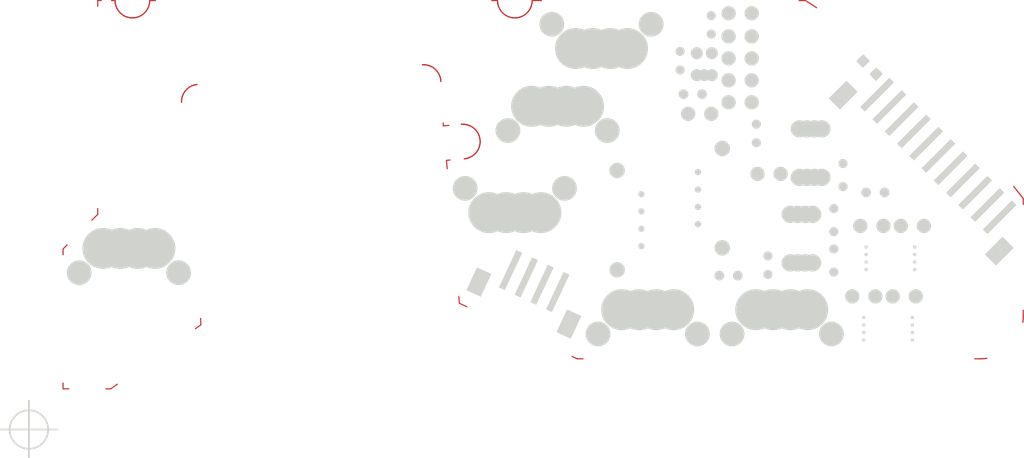
<source format=kicad_pcb>
(kicad_pcb (version 4) (host pcbnew "(after 2015-may-25 BZR unknown)-product")
  (layers (0 F.Cu signal) (31 B.Cu signal) (34 B.Paste user) (35 F.Paste user) (36 B.SilkS user) (37 F.SilkS user) (38 B.Mask user) (39 F.Mask user) (44 Edge.Cuts user))
  (net 0 "")
  (target plus (at 121.92 115.57) (size 5) (width 0.15) (layer Edge.Cuts))
  (gr_line (start 198.67626 104.04602) (end 198.67626 104.04602) (layer Edge.Cuts) (width 1.24968))
  (gr_line (start 196.67728 104.04602) (end 196.67728 104.04602) (layer Edge.Cuts) (width 1.24968))
  (gr_line (start 191.57696 101.94544) (end 191.57696 101.94544) (layer Edge.Cuts) (width 0.8001))
  (gr_line (start 191.57696 99.94646) (end 191.57696 99.94646) (layer Edge.Cuts) (width 0.8001))
  (gr_line (start 183.27624 102.24516) (end 183.27624 102.24516) (layer Edge.Cuts) (width 0.8509))
  (gr_line (start 181.67604 102.24516) (end 181.67604 102.24516) (layer Edge.Cuts) (width 0.8509))
  (gr_line (start 180.975 79.74584) (end 180.975 79.74584) (layer Edge.Cuts) (width 0.8001))
  (gr_line (start 180.975 81.34604) (end 180.975 81.34604) (layer Edge.Cuts) (width 0.8001))
  (gr_line (start 182.47614 81.5467) (end 182.47614 81.5467) (layer Edge.Cuts) (width 1.24968))
  (gr_line (start 184.47512 81.5467) (end 184.47512 81.5467) (layer Edge.Cuts) (width 1.24968))
  (gr_line (start 184.47512 79.54518) (end 184.47512 79.54518) (layer Edge.Cuts) (width 1.24968))
  (gr_line (start 182.47614 79.54518) (end 182.47614 79.54518) (layer Edge.Cuts) (width 1.24968))
  (gr_line (start 194.37604 99.7712) (end 194.37604 99.7712) (layer Edge.Cuts) (width 0.29972))
  (gr_line (start 194.37604 100.42144) (end 194.37604 100.42144) (layer Edge.Cuts) (width 0.29972))
  (gr_line (start 194.37604 101.07168) (end 194.37604 101.07168) (layer Edge.Cuts) (width 0.29972))
  (gr_line (start 194.37604 101.72192) (end 194.37604 101.72192) (layer Edge.Cuts) (width 0.29972))
  (gr_line (start 198.5772 101.72192) (end 198.5772 101.72192) (layer Edge.Cuts) (width 0.29972))
  (gr_line (start 198.5772 101.07168) (end 198.5772 101.07168) (layer Edge.Cuts) (width 0.29972))
  (gr_line (start 198.5772 100.42144) (end 198.5772 100.42144) (layer Edge.Cuts) (width 0.29972))
  (gr_line (start 198.5772 99.7712) (end 198.5772 99.7712) (layer Edge.Cuts) (width 0.29972))
  (gr_line (start 185.8772 100.5459) (end 185.8772 100.5459) (layer Edge.Cuts) (width 0.8001))
  (gr_line (start 185.8772 102.1461) (end 185.8772 102.1461) (layer Edge.Cuts) (width 0.8001))
  (gr_line (start 194.37604 95.0468) (end 194.37604 95.0468) (layer Edge.Cuts) (width 0.8509))
  (gr_line (start 195.97624 95.0468) (end 195.97624 95.0468) (layer Edge.Cuts) (width 0.8509))
  (gr_line (start 184.9755 93.4466) (end 184.9755 93.4466) (layer Edge.Cuts) (width 1.24968))
  (gr_line (start 186.97702 93.4466) (end 186.97702 93.4466) (layer Edge.Cuts) (width 1.24968))
  (gr_line (start 180.975 88.24722) (end 180.975 88.24722) (layer Edge.Cuts) (width 1.24968))
  (gr_line (start 178.97602 88.24722) (end 178.97602 88.24722) (layer Edge.Cuts) (width 1.24968))
  (gr_line (start 180.17744 86.54542) (end 180.17744 86.54542) (layer Edge.Cuts) (width 0.8509))
  (gr_line (start 178.57724 86.54542) (end 178.57724 86.54542) (layer Edge.Cuts) (width 0.8509))
  (gr_line (start 182.47614 87.24646) (end 182.47614 87.24646) (layer Edge.Cuts) (width 1.24968))
  (gr_line (start 184.47512 87.24646) (end 184.47512 87.24646) (layer Edge.Cuts) (width 1.24968))
  (gr_line (start 182.47614 85.34654) (end 182.47614 85.34654) (layer Edge.Cuts) (width 1.24968))
  (gr_line (start 184.47512 85.34654) (end 184.47512 85.34654) (layer Edge.Cuts) (width 1.24968))
  (gr_line (start 199.3773 97.94748) (end 199.3773 97.94748) (layer Edge.Cuts) (width 1.24968))
  (gr_line (start 197.37578 97.94748) (end 197.37578 97.94748) (layer Edge.Cuts) (width 1.24968))
  (gr_line (start 189.7507 96.94672) (end 189.7507 96.94672) (layer Edge.Cuts) (width 1.50114))
  (gr_line (start 189.10046 96.94672) (end 189.10046 96.94672) (layer Edge.Cuts) (width 1.50114))
  (gr_line (start 188.45022 96.94672) (end 188.45022 96.94672) (layer Edge.Cuts) (width 1.50114))
  (gr_line (start 187.80252 96.94672) (end 187.80252 96.94672) (layer Edge.Cuts) (width 1.50114))
  (gr_line (start 187.80252 101.14534) (end 187.80252 101.14534) (layer Edge.Cuts) (width 1.50114))
  (gr_line (start 188.45022 101.14534) (end 188.45022 101.14534) (layer Edge.Cuts) (width 1.50114))
  (gr_line (start 189.10046 101.14534) (end 189.10046 101.14534) (layer Edge.Cuts) (width 1.50114))
  (gr_line (start 189.7507 101.14534) (end 189.7507 101.14534) (layer Edge.Cuts) (width 1.50114))
  (gr_line (start 192.37706 94.54642) (end 192.37706 94.54642) (layer Edge.Cuts) (width 0.8001))
  (gr_line (start 192.37706 92.54744) (end 192.37706 92.54744) (layer Edge.Cuts) (width 0.8001))
  (gr_line (start 190.5508 89.54516) (end 190.5508 89.54516) (layer Edge.Cuts) (width 1.50114))
  (gr_line (start 189.90056 89.54516) (end 189.90056 89.54516) (layer Edge.Cuts) (width 1.50114))
  (gr_line (start 189.25032 89.54516) (end 189.25032 89.54516) (layer Edge.Cuts) (width 1.50114))
  (gr_line (start 188.60008 89.54516) (end 188.60008 89.54516) (layer Edge.Cuts) (width 1.50114))
  (gr_line (start 188.60008 93.74632) (end 188.60008 93.74632) (layer Edge.Cuts) (width 1.50114))
  (gr_line (start 189.25032 93.74632) (end 189.25032 93.74632) (layer Edge.Cuts) (width 1.50114))
  (gr_line (start 189.90056 93.74632) (end 189.90056 93.74632) (layer Edge.Cuts) (width 1.50114))
  (gr_line (start 190.5508 93.74632) (end 190.5508 93.74632) (layer Edge.Cuts) (width 1.50114))
  (gr_line (start 191.57696 96.44634) (end 191.57696 96.44634) (layer Edge.Cuts) (width 0.8001))
  (gr_line (start 191.57696 98.44532) (end 191.57696 98.44532) (layer Edge.Cuts) (width 0.8001))
  (gr_line (start 182.47614 83.44662) (end 182.47614 83.44662) (layer Edge.Cuts) (width 1.24968))
  (gr_line (start 184.47512 83.44662) (end 184.47512 83.44662) (layer Edge.Cuts) (width 1.24968))
  (gr_line (start 181.0258 84.89696) (end 181.0258 84.89696) (layer Edge.Cuts) (width 1.04902))
  (gr_line (start 179.72532 84.89696) (end 179.72532 84.89696) (layer Edge.Cuts) (width 1.04902))
  (gr_line (start 181.0258 82.99704) (end 181.0258 82.99704) (layer Edge.Cuts) (width 1.04902))
  (gr_line (start 179.72532 82.99704) (end 179.72532 82.99704) (layer Edge.Cuts) (width 1.04902))
  (gr_line (start 180.37556 84.89696) (end 180.37556 84.89696) (layer Edge.Cuts) (width 1.04902))
  (gr_line (start 194.17538 105.87228) (end 194.17538 105.87228) (layer Edge.Cuts) (width 0.29972))
  (gr_line (start 194.17538 106.52252) (end 194.17538 106.52252) (layer Edge.Cuts) (width 0.29972))
  (gr_line (start 194.17538 107.17022) (end 194.17538 107.17022) (layer Edge.Cuts) (width 0.29972))
  (gr_line (start 194.17538 107.82046) (end 194.17538 107.82046) (layer Edge.Cuts) (width 0.29972))
  (gr_line (start 198.37654 107.82046) (end 198.37654 107.82046) (layer Edge.Cuts) (width 0.29972))
  (gr_line (start 198.37654 107.17022) (end 198.37654 107.17022) (layer Edge.Cuts) (width 0.29972))
  (gr_line (start 198.37654 106.52252) (end 198.37654 106.52252) (layer Edge.Cuts) (width 0.29972))
  (gr_line (start 198.37654 105.87228) (end 198.37654 105.87228) (layer Edge.Cuts) (width 0.29972))
  (gr_line (start 193.17716 104.04602) (end 193.17716 104.04602) (layer Edge.Cuts) (width 1.24968))
  (gr_line (start 195.17614 104.04602) (end 195.17614 104.04602) (layer Edge.Cuts) (width 1.24968))
  (gr_line (start 193.87566 97.94748) (end 193.87566 97.94748) (layer Edge.Cuts) (width 1.24968))
  (gr_line (start 195.87718 97.94748) (end 195.87718 97.94748) (layer Edge.Cuts) (width 1.24968))
  (gr_line (start 179.82692 94.79534) (end 179.82692 94.79534) (layer Edge.Cuts) (width 0.55118))
  (gr_line (start 179.82692 96.29648) (end 179.82692 96.29648) (layer Edge.Cuts) (width 0.55118))
  (gr_line (start 179.82692 97.79508) (end 179.82692 97.79508) (layer Edge.Cuts) (width 0.55118))
  (gr_line (start 181.9275 91.24696) (end 181.9275 91.24696) (layer Edge.Cuts) (width 1.34874))
  (gr_line (start 181.9275 99.8474) (end 181.9275 99.8474) (layer Edge.Cuts) (width 1.34874))
  (gr_line (start 179.82692 93.29674) (end 179.82692 93.29674) (layer Edge.Cuts) (width 0.55118))
  (gr_line (start 184.87644 90.74658) (end 184.87644 90.74658) (layer Edge.Cuts) (width 0.8001))
  (gr_line (start 184.87644 89.14638) (end 184.87644 89.14638) (layer Edge.Cuts) (width 0.8001))
  (gr_line (start 174.92726 98.1964) (end 174.92726 98.1964) (layer Edge.Cuts) (width 0.55118))
  (gr_line (start 174.92726 96.69526) (end 174.92726 96.69526) (layer Edge.Cuts) (width 0.55118))
  (gr_line (start 174.92726 95.19666) (end 174.92726 95.19666) (layer Edge.Cuts) (width 0.55118))
  (gr_line (start 172.82668 101.74732) (end 172.82668 101.74732) (layer Edge.Cuts) (width 1.34874))
  (gr_line (start 172.82668 93.14688) (end 172.82668 93.14688) (layer Edge.Cuts) (width 1.34874))
  (gr_line (start 174.92726 99.695) (end 174.92726 99.695) (layer Edge.Cuts) (width 0.55118))
  (gr_line (start 176.2252 105.19664) (end 176.2252 105.19664) (layer Edge.Cuts) (width 3.55092))
  (gr_line (start 174.7266 105.19664) (end 174.7266 105.19664) (layer Edge.Cuts) (width 3.55092))
  (gr_line (start 173.22546 105.19664) (end 173.22546 105.19664) (layer Edge.Cuts) (width 3.55092))
  (gr_line (start 179.77612 107.29722) (end 179.77612 107.29722) (layer Edge.Cuts) (width 2.14884))
  (gr_line (start 171.17568 107.29722) (end 171.17568 107.29722) (layer Edge.Cuts) (width 2.14884))
  (gr_line (start 177.72634 105.19664) (end 177.72634 105.19664) (layer Edge.Cuts) (width 3.55092))
  (gr_line (start 195.7959 84.80552) (end 195.7959 84.80552) (layer Edge.Cuts) (width 0.0254))
  (gr_line (start 195.7959 84.80552) (end 195.7959 84.78266) (layer Edge.Cuts) (width 0.0254))
  (gr_line (start 195.7832 84.81822) (end 195.7832 84.76996) (layer Edge.Cuts) (width 0.0254))
  (gr_line (start 195.7705 84.83092) (end 195.7705 84.75726) (layer Edge.Cuts) (width 0.0254))
  (gr_line (start 195.7578 84.84362) (end 195.7578 84.74456) (layer Edge.Cuts) (width 0.0254))
  (gr_line (start 195.7451 84.85632) (end 195.7451 84.73186) (layer Edge.Cuts) (width 0.0254))
  (gr_line (start 195.7324 84.86902) (end 195.7324 84.71916) (layer Edge.Cuts) (width 0.0254))
  (gr_line (start 195.7197 84.88172) (end 195.7197 84.70646) (layer Edge.Cuts) (width 0.0254))
  (gr_line (start 195.707 84.89442) (end 195.707 84.69376) (layer Edge.Cuts) (width 0.0254))
  (gr_line (start 195.69684 84.90712) (end 195.69684 84.6836) (layer Edge.Cuts) (width 0.0254))
  (gr_line (start 195.68414 84.91982) (end 195.68414 84.6709) (layer Edge.Cuts) (width 0.0254))
  (gr_line (start 195.67144 84.92998) (end 195.67144 84.6582) (layer Edge.Cuts) (width 0.0254))
  (gr_line (start 195.65874 84.94268) (end 195.65874 84.6455) (layer Edge.Cuts) (width 0.0254))
  (gr_line (start 195.64604 84.95538) (end 195.64604 84.6328) (layer Edge.Cuts) (width 0.0254))
  (gr_line (start 195.63334 84.96808) (end 195.63334 84.6201) (layer Edge.Cuts) (width 0.0254))
  (gr_line (start 195.62064 84.98078) (end 195.62064 84.6074) (layer Edge.Cuts) (width 0.0254))
  (gr_line (start 195.60794 84.99348) (end 195.60794 84.5947) (layer Edge.Cuts) (width 0.0254))
  (gr_line (start 195.59524 85.00618) (end 195.59524 84.582) (layer Edge.Cuts) (width 0.0254))
  (gr_line (start 195.58508 85.01888) (end 195.58508 84.5693) (layer Edge.Cuts) (width 0.0254))
  (gr_line (start 195.57238 85.03158) (end 195.57238 84.55914) (layer Edge.Cuts) (width 0.0254))
  (gr_line (start 195.55968 85.04174) (end 195.55968 84.54644) (layer Edge.Cuts) (width 0.0254))
  (gr_line (start 195.54698 85.05444) (end 195.54698 84.53374) (layer Edge.Cuts) (width 0.0254))
  (gr_line (start 195.53428 85.06714) (end 195.53428 84.52104) (layer Edge.Cuts) (width 0.0254))
  (gr_line (start 195.52158 85.07984) (end 195.52158 84.50834) (layer Edge.Cuts) (width 0.0254))
  (gr_line (start 195.50888 85.09254) (end 195.50888 84.49564) (layer Edge.Cuts) (width 0.0254))
  (gr_line (start 195.49618 85.10524) (end 195.49618 84.48294) (layer Edge.Cuts) (width 0.0254))
  (gr_line (start 195.48348 85.11794) (end 195.48348 84.47024) (layer Edge.Cuts) (width 0.0254))
  (gr_line (start 195.47078 85.13064) (end 195.47078 84.45754) (layer Edge.Cuts) (width 0.0254))
  (gr_line (start 195.46062 85.14334) (end 195.46062 84.44738) (layer Edge.Cuts) (width 0.0254))
  (gr_line (start 195.44792 85.1535) (end 195.44792 84.43468) (layer Edge.Cuts) (width 0.0254))
  (gr_line (start 195.43522 85.1662) (end 195.43522 84.42198) (layer Edge.Cuts) (width 0.0254))
  (gr_line (start 195.42252 85.1789) (end 195.42252 84.40928) (layer Edge.Cuts) (width 0.0254))
  (gr_line (start 195.40982 85.1916) (end 195.40982 84.39658) (layer Edge.Cuts) (width 0.0254))
  (gr_line (start 195.39712 85.2043) (end 195.39712 84.38388) (layer Edge.Cuts) (width 0.0254))
  (gr_line (start 195.38442 85.217) (end 195.38442 84.37118) (layer Edge.Cuts) (width 0.0254))
  (gr_line (start 195.37172 85.2297) (end 195.37172 84.35848) (layer Edge.Cuts) (width 0.0254))
  (gr_line (start 195.35902 85.2424) (end 195.35902 84.34578) (layer Edge.Cuts) (width 0.0254))
  (gr_line (start 195.34886 85.2551) (end 195.34886 84.33562) (layer Edge.Cuts) (width 0.0254))
  (gr_line (start 195.33616 85.2678) (end 195.33616 84.32292) (layer Edge.Cuts) (width 0.0254))
  (gr_line (start 195.32346 85.27796) (end 195.32346 84.31022) (layer Edge.Cuts) (width 0.0254))
  (gr_line (start 195.31076 85.29066) (end 195.31076 84.29752) (layer Edge.Cuts) (width 0.0254))
  (gr_line (start 195.29806 85.30336) (end 195.29806 84.28482) (layer Edge.Cuts) (width 0.0254))
  (gr_line (start 195.28536 85.31606) (end 195.28536 84.27212) (layer Edge.Cuts) (width 0.0254))
  (gr_line (start 195.27266 85.32876) (end 195.27266 84.25942) (layer Edge.Cuts) (width 0.0254))
  (gr_line (start 195.25996 85.34146) (end 195.25996 84.24672) (layer Edge.Cuts) (width 0.0254))
  (gr_line (start 195.24726 85.35416) (end 195.24726 84.25688) (layer Edge.Cuts) (width 0.0254))
  (gr_line (start 195.2371 85.36686) (end 195.2371 84.26958) (layer Edge.Cuts) (width 0.0254))
  (gr_line (start 195.2244 85.37702) (end 195.2244 84.28228) (layer Edge.Cuts) (width 0.0254))
  (gr_line (start 195.2117 85.36432) (end 195.2117 84.29498) (layer Edge.Cuts) (width 0.0254))
  (gr_line (start 195.199 85.35162) (end 195.199 84.30768) (layer Edge.Cuts) (width 0.0254))
  (gr_line (start 195.1863 85.33892) (end 195.1863 84.32038) (layer Edge.Cuts) (width 0.0254))
  (gr_line (start 195.1736 85.32622) (end 195.1736 84.33308) (layer Edge.Cuts) (width 0.0254))
  (gr_line (start 195.1609 85.31352) (end 195.1609 84.34578) (layer Edge.Cuts) (width 0.0254))
  (gr_line (start 195.1482 85.30336) (end 195.1482 84.35594) (layer Edge.Cuts) (width 0.0254))
  (gr_line (start 195.1355 85.29066) (end 195.1355 84.36864) (layer Edge.Cuts) (width 0.0254))
  (gr_line (start 195.1228 85.27796) (end 195.1228 84.38134) (layer Edge.Cuts) (width 0.0254))
  (gr_line (start 195.11264 85.26526) (end 195.11264 84.39404) (layer Edge.Cuts) (width 0.0254))
  (gr_line (start 195.09994 85.25256) (end 195.09994 84.40674) (layer Edge.Cuts) (width 0.0254))
  (gr_line (start 195.08724 85.23986) (end 195.08724 84.41944) (layer Edge.Cuts) (width 0.0254))
  (gr_line (start 195.07454 85.22716) (end 195.07454 84.43214) (layer Edge.Cuts) (width 0.0254))
  (gr_line (start 195.06184 85.21446) (end 195.06184 84.44484) (layer Edge.Cuts) (width 0.0254))
  (gr_line (start 195.04914 85.20176) (end 195.04914 84.45754) (layer Edge.Cuts) (width 0.0254))
  (gr_line (start 195.03644 85.1916) (end 195.03644 84.4677) (layer Edge.Cuts) (width 0.0254))
  (gr_line (start 195.02374 85.1789) (end 195.02374 84.4804) (layer Edge.Cuts) (width 0.0254))
  (gr_line (start 195.01104 85.1662) (end 195.01104 84.4931) (layer Edge.Cuts) (width 0.0254))
  (gr_line (start 195.00088 85.1535) (end 195.00088 84.5058) (layer Edge.Cuts) (width 0.0254))
  (gr_line (start 194.98818 85.1408) (end 194.98818 84.5185) (layer Edge.Cuts) (width 0.0254))
  (gr_line (start 194.97548 85.1281) (end 194.97548 84.5312) (layer Edge.Cuts) (width 0.0254))
  (gr_line (start 194.96278 85.1154) (end 194.96278 84.5439) (layer Edge.Cuts) (width 0.0254))
  (gr_line (start 194.95008 85.1027) (end 194.95008 84.5566) (layer Edge.Cuts) (width 0.0254))
  (gr_line (start 194.93738 85.09) (end 194.93738 84.5693) (layer Edge.Cuts) (width 0.0254))
  (gr_line (start 194.92468 85.0773) (end 194.92468 84.582) (layer Edge.Cuts) (width 0.0254))
  (gr_line (start 194.91198 85.06714) (end 194.91198 84.59216) (layer Edge.Cuts) (width 0.0254))
  (gr_line (start 194.89928 85.05444) (end 194.89928 84.60486) (layer Edge.Cuts) (width 0.0254))
  (gr_line (start 194.88658 85.04174) (end 194.88658 84.61756) (layer Edge.Cuts) (width 0.0254))
  (gr_line (start 194.87642 85.02904) (end 194.87642 84.63026) (layer Edge.Cuts) (width 0.0254))
  (gr_line (start 194.86372 85.01634) (end 194.86372 84.64296) (layer Edge.Cuts) (width 0.0254))
  (gr_line (start 194.85102 85.00364) (end 194.85102 84.65566) (layer Edge.Cuts) (width 0.0254))
  (gr_line (start 194.83832 84.99094) (end 194.83832 84.66836) (layer Edge.Cuts) (width 0.0254))
  (gr_line (start 194.82562 84.97824) (end 194.82562 84.68106) (layer Edge.Cuts) (width 0.0254))
  (gr_line (start 194.81292 84.96554) (end 194.81292 84.69376) (layer Edge.Cuts) (width 0.0254))
  (gr_line (start 194.80022 84.95538) (end 194.80022 84.70392) (layer Edge.Cuts) (width 0.0254))
  (gr_line (start 194.78752 84.94268) (end 194.78752 84.71662) (layer Edge.Cuts) (width 0.0254))
  (gr_line (start 194.77482 84.92998) (end 194.77482 84.72932) (layer Edge.Cuts) (width 0.0254))
  (gr_line (start 194.76466 84.91728) (end 194.76466 84.74202) (layer Edge.Cuts) (width 0.0254))
  (gr_line (start 194.75196 84.90458) (end 194.75196 84.75472) (layer Edge.Cuts) (width 0.0254))
  (gr_line (start 194.73926 84.89188) (end 194.73926 84.76742) (layer Edge.Cuts) (width 0.0254))
  (gr_line (start 194.72656 84.87918) (end 194.72656 84.78012) (layer Edge.Cuts) (width 0.0254))
  (gr_line (start 194.71386 84.86648) (end 194.71386 84.79282) (layer Edge.Cuts) (width 0.0254))
  (gr_line (start 194.70116 84.85378) (end 194.70116 84.80552) (layer Edge.Cuts) (width 0.0254))
  (gr_line (start 194.68846 84.84108) (end 194.68846 84.81822) (layer Edge.Cuts) (width 0.0254))
  (gr_line (start 194.67576 84.83092) (end 194.67576 84.82838) (layer Edge.Cuts) (width 0.0254))
  (gr_line (start 195.25996 84.24672) (end 194.67576 84.82838) (layer Edge.Cuts) (width 0.0254))
  (gr_line (start 194.67576 84.82838) (end 195.2244 85.37702) (layer Edge.Cuts) (width 0.0254))
  (gr_line (start 195.2244 85.37702) (end 195.8086 84.79536) (layer Edge.Cuts) (width 0.0254))
  (gr_line (start 195.8086 84.79536) (end 195.25996 84.24672) (layer Edge.Cuts) (width 0.0254))
  (gr_line (start 194.66306 83.67522) (end 194.66306 83.64982) (layer Edge.Cuts) (width 0.0254))
  (gr_line (start 194.65036 83.68792) (end 194.65036 83.63712) (layer Edge.Cuts) (width 0.0254))
  (gr_line (start 194.6402 83.70062) (end 194.6402 83.62442) (layer Edge.Cuts) (width 0.0254))
  (gr_line (start 194.6275 83.71332) (end 194.6275 83.61426) (layer Edge.Cuts) (width 0.0254))
  (gr_line (start 194.6148 83.72602) (end 194.6148 83.60156) (layer Edge.Cuts) (width 0.0254))
  (gr_line (start 194.6021 83.73872) (end 194.6021 83.58886) (layer Edge.Cuts) (width 0.0254))
  (gr_line (start 194.5894 83.74888) (end 194.5894 83.57616) (layer Edge.Cuts) (width 0.0254))
  (gr_line (start 194.5767 83.76158) (end 194.5767 83.56346) (layer Edge.Cuts) (width 0.0254))
  (gr_line (start 194.564 83.77428) (end 194.564 83.55076) (layer Edge.Cuts) (width 0.0254))
  (gr_line (start 194.5513 83.78698) (end 194.5513 83.53806) (layer Edge.Cuts) (width 0.0254))
  (gr_line (start 194.5386 83.79968) (end 194.5386 83.52536) (layer Edge.Cuts) (width 0.0254))
  (gr_line (start 194.5259 83.81238) (end 194.5259 83.51266) (layer Edge.Cuts) (width 0.0254))
  (gr_line (start 194.51574 83.82508) (end 194.51574 83.5025) (layer Edge.Cuts) (width 0.0254))
  (gr_line (start 194.50304 83.83778) (end 194.50304 83.4898) (layer Edge.Cuts) (width 0.0254))
  (gr_line (start 194.49034 83.85048) (end 194.49034 83.4771) (layer Edge.Cuts) (width 0.0254))
  (gr_line (start 194.47764 83.86064) (end 194.47764 83.4644) (layer Edge.Cuts) (width 0.0254))
  (gr_line (start 194.46494 83.87334) (end 194.46494 83.4517) (layer Edge.Cuts) (width 0.0254))
  (gr_line (start 194.45224 83.88604) (end 194.45224 83.439) (layer Edge.Cuts) (width 0.0254))
  (gr_line (start 194.43954 83.89874) (end 194.43954 83.4263) (layer Edge.Cuts) (width 0.0254))
  (gr_line (start 194.42684 83.91144) (end 194.42684 83.4136) (layer Edge.Cuts) (width 0.0254))
  (gr_line (start 194.41414 83.92414) (end 194.41414 83.4009) (layer Edge.Cuts) (width 0.0254))
  (gr_line (start 194.40398 83.93684) (end 194.40398 83.3882) (layer Edge.Cuts) (width 0.0254))
  (gr_line (start 194.39128 83.94954) (end 194.39128 83.37804) (layer Edge.Cuts) (width 0.0254))
  (gr_line (start 194.37858 83.96224) (end 194.37858 83.36534) (layer Edge.Cuts) (width 0.0254))
  (gr_line (start 194.36588 83.9724) (end 194.36588 83.35264) (layer Edge.Cuts) (width 0.0254))
  (gr_line (start 194.35318 83.9851) (end 194.35318 83.33994) (layer Edge.Cuts) (width 0.0254))
  (gr_line (start 194.34048 83.9978) (end 194.34048 83.32724) (layer Edge.Cuts) (width 0.0254))
  (gr_line (start 194.32778 84.0105) (end 194.32778 83.31454) (layer Edge.Cuts) (width 0.0254))
  (gr_line (start 194.31508 84.0232) (end 194.31508 83.30184) (layer Edge.Cuts) (width 0.0254))
  (gr_line (start 194.30238 84.0359) (end 194.30238 83.28914) (layer Edge.Cuts) (width 0.0254))
  (gr_line (start 194.28968 84.0486) (end 194.28968 83.27644) (layer Edge.Cuts) (width 0.0254))
  (gr_line (start 194.27952 84.0613) (end 194.27952 83.26628) (layer Edge.Cuts) (width 0.0254))
  (gr_line (start 194.26682 84.074) (end 194.26682 83.25358) (layer Edge.Cuts) (width 0.0254))
  (gr_line (start 194.25412 84.0867) (end 194.25412 83.24088) (layer Edge.Cuts) (width 0.0254))
  (gr_line (start 194.24142 84.09686) (end 194.24142 83.22818) (layer Edge.Cuts) (width 0.0254))
  (gr_line (start 194.22872 84.10956) (end 194.22872 83.21548) (layer Edge.Cuts) (width 0.0254))
  (gr_line (start 194.21602 84.12226) (end 194.21602 83.20278) (layer Edge.Cuts) (width 0.0254))
  (gr_line (start 194.20332 84.13496) (end 194.20332 83.19008) (layer Edge.Cuts) (width 0.0254))
  (gr_line (start 194.19062 84.14766) (end 194.19062 83.17738) (layer Edge.Cuts) (width 0.0254))
  (gr_line (start 194.17792 84.16036) (end 194.17792 83.16468) (layer Edge.Cuts) (width 0.0254))
  (gr_line (start 194.16776 84.17306) (end 194.16776 83.15452) (layer Edge.Cuts) (width 0.0254))
  (gr_line (start 194.15506 84.18576) (end 194.15506 83.14182) (layer Edge.Cuts) (width 0.0254))
  (gr_line (start 194.14236 84.19846) (end 194.14236 83.12912) (layer Edge.Cuts) (width 0.0254))
  (gr_line (start 194.12966 84.20862) (end 194.12966 83.11642) (layer Edge.Cuts) (width 0.0254))
  (gr_line (start 194.11696 84.22132) (end 194.11696 83.12658) (layer Edge.Cuts) (width 0.0254))
  (gr_line (start 194.10426 84.23402) (end 194.10426 83.13928) (layer Edge.Cuts) (width 0.0254))
  (gr_line (start 194.09156 84.24418) (end 194.09156 83.15198) (layer Edge.Cuts) (width 0.0254))
  (gr_line (start 194.07886 84.23402) (end 194.07886 83.16468) (layer Edge.Cuts) (width 0.0254))
  (gr_line (start 194.06616 84.22132) (end 194.06616 83.17484) (layer Edge.Cuts) (width 0.0254))
  (gr_line (start 194.056 84.20862) (end 194.056 83.18754) (layer Edge.Cuts) (width 0.0254))
  (gr_line (start 194.0433 84.19592) (end 194.0433 83.20024) (layer Edge.Cuts) (width 0.0254))
  (gr_line (start 194.0306 84.18322) (end 194.0306 83.21294) (layer Edge.Cuts) (width 0.0254))
  (gr_line (start 194.0179 84.17052) (end 194.0179 83.22564) (layer Edge.Cuts) (width 0.0254))
  (gr_line (start 194.0052 84.15782) (end 194.0052 83.23834) (layer Edge.Cuts) (width 0.0254))
  (gr_line (start 193.9925 84.14512) (end 193.9925 83.25104) (layer Edge.Cuts) (width 0.0254))
  (gr_line (start 193.9798 84.13242) (end 193.9798 83.26374) (layer Edge.Cuts) (width 0.0254))
  (gr_line (start 193.9671 84.12226) (end 193.9671 83.27644) (layer Edge.Cuts) (width 0.0254))
  (gr_line (start 193.9544 84.10956) (end 193.9544 83.2866) (layer Edge.Cuts) (width 0.0254))
  (gr_line (start 193.9417 84.09686) (end 193.9417 83.2993) (layer Edge.Cuts) (width 0.0254))
  (gr_line (start 193.93154 84.08416) (end 193.93154 83.312) (layer Edge.Cuts) (width 0.0254))
  (gr_line (start 193.91884 84.07146) (end 193.91884 83.3247) (layer Edge.Cuts) (width 0.0254))
  (gr_line (start 193.90614 84.05876) (end 193.90614 83.3374) (layer Edge.Cuts) (width 0.0254))
  (gr_line (start 193.89344 84.04606) (end 193.89344 83.3501) (layer Edge.Cuts) (width 0.0254))
  (gr_line (start 193.88074 84.03336) (end 193.88074 83.3628) (layer Edge.Cuts) (width 0.0254))
  (gr_line (start 193.86804 84.02066) (end 193.86804 83.3755) (layer Edge.Cuts) (width 0.0254))
  (gr_line (start 193.85534 84.0105) (end 193.85534 83.3882) (layer Edge.Cuts) (width 0.0254))
  (gr_line (start 193.84264 83.9978) (end 193.84264 83.4009) (layer Edge.Cuts) (width 0.0254))
  (gr_line (start 193.82994 83.9851) (end 193.82994 83.41106) (layer Edge.Cuts) (width 0.0254))
  (gr_line (start 193.81978 83.9724) (end 193.81978 83.42376) (layer Edge.Cuts) (width 0.0254))
  (gr_line (start 193.80708 83.9597) (end 193.80708 83.43646) (layer Edge.Cuts) (width 0.0254))
  (gr_line (start 193.79438 83.947) (end 193.79438 83.44916) (layer Edge.Cuts) (width 0.0254))
  (gr_line (start 193.78168 83.9343) (end 193.78168 83.46186) (layer Edge.Cuts) (width 0.0254))
  (gr_line (start 193.76898 83.9216) (end 193.76898 83.47456) (layer Edge.Cuts) (width 0.0254))
  (gr_line (start 193.75628 83.9089) (end 193.75628 83.48726) (layer Edge.Cuts) (width 0.0254))
  (gr_line (start 193.74358 83.8962) (end 193.74358 83.49996) (layer Edge.Cuts) (width 0.0254))
  (gr_line (start 193.73088 83.88604) (end 193.73088 83.51266) (layer Edge.Cuts) (width 0.0254))
  (gr_line (start 193.71818 83.87334) (end 193.71818 83.52282) (layer Edge.Cuts) (width 0.0254))
  (gr_line (start 193.70548 83.86064) (end 193.70548 83.53552) (layer Edge.Cuts) (width 0.0254))
  (gr_line (start 193.69532 83.84794) (end 193.69532 83.54822) (layer Edge.Cuts) (width 0.0254))
  (gr_line (start 193.68262 83.83524) (end 193.68262 83.56092) (layer Edge.Cuts) (width 0.0254))
  (gr_line (start 193.66992 83.82254) (end 193.66992 83.57362) (layer Edge.Cuts) (width 0.0254))
  (gr_line (start 193.65722 83.80984) (end 193.65722 83.58632) (layer Edge.Cuts) (width 0.0254))
  (gr_line (start 193.64452 83.79714) (end 193.64452 83.59902) (layer Edge.Cuts) (width 0.0254))
  (gr_line (start 193.63182 83.78444) (end 193.63182 83.61172) (layer Edge.Cuts) (width 0.0254))
  (gr_line (start 193.61912 83.77428) (end 193.61912 83.62442) (layer Edge.Cuts) (width 0.0254))
  (gr_line (start 193.60642 83.76158) (end 193.60642 83.63712) (layer Edge.Cuts) (width 0.0254))
  (gr_line (start 193.59372 83.74888) (end 193.59372 83.64728) (layer Edge.Cuts) (width 0.0254))
  (gr_line (start 193.58356 83.73618) (end 193.58356 83.65998) (layer Edge.Cuts) (width 0.0254))
  (gr_line (start 193.57086 83.72348) (end 193.57086 83.67268) (layer Edge.Cuts) (width 0.0254))
  (gr_line (start 193.55816 83.71078) (end 193.55816 83.68538) (layer Edge.Cuts) (width 0.0254))
  (gr_line (start 193.54546 83.69808) (end 193.54546 83.69808) (layer Edge.Cuts) (width 0.0254))
  (gr_line (start 194.12712 83.11388) (end 193.54546 83.69808) (layer Edge.Cuts) (width 0.0254))
  (gr_line (start 193.54546 83.69808) (end 194.0941 84.24672) (layer Edge.Cuts) (width 0.0254))
  (gr_line (start 194.0941 84.24672) (end 194.67576 83.66252) (layer Edge.Cuts) (width 0.0254))
  (gr_line (start 194.67576 83.66252) (end 194.12712 83.11388) (layer Edge.Cuts) (width 0.0254))
  (gr_line (start 170.7261 82.59572) (end 170.7261 82.59572) (layer Edge.Cuts) (width 3.55092))
  (gr_line (start 172.22724 82.59572) (end 172.22724 82.59572) (layer Edge.Cuts) (width 3.55092))
  (gr_line (start 173.72584 82.59572) (end 173.72584 82.59572) (layer Edge.Cuts) (width 3.55092))
  (gr_line (start 167.17518 80.49514) (end 167.17518 80.49514) (layer Edge.Cuts) (width 2.14884))
  (gr_line (start 175.77562 80.49514) (end 175.77562 80.49514) (layer Edge.Cuts) (width 2.14884))
  (gr_line (start 169.2275 82.59572) (end 169.2275 82.59572) (layer Edge.Cuts) (width 3.55092))
  (gr_line (start 178.27752 82.84718) (end 178.27752 82.84718) (layer Edge.Cuts) (width 0.8001))
  (gr_line (start 178.27752 84.44738) (end 178.27752 84.44738) (layer Edge.Cuts) (width 0.8001))
  (gr_line (start 167.2971 101.57968) (end 167.2971 101.57968) (layer Edge.Cuts) (width 0.0254))
  (gr_line (start 167.2971 101.57968) (end 167.2971 101.54666) (layer Edge.Cuts) (width 0.0254))
  (gr_line (start 167.2844 101.60762) (end 167.2844 101.54158) (layer Edge.Cuts) (width 0.0254))
  (gr_line (start 167.2717 101.63302) (end 167.2717 101.5365) (layer Edge.Cuts) (width 0.0254))
  (gr_line (start 167.259 101.66096) (end 167.259 101.52888) (layer Edge.Cuts) (width 0.0254))
  (gr_line (start 167.2463 101.68636) (end 167.2463 101.5238) (layer Edge.Cuts) (width 0.0254))
  (gr_line (start 167.2336 101.7143) (end 167.2336 101.51872) (layer Edge.Cuts) (width 0.0254))
  (gr_line (start 167.22344 101.7397) (end 167.22344 101.51364) (layer Edge.Cuts) (width 0.0254))
  (gr_line (start 167.21074 101.76764) (end 167.21074 101.50602) (layer Edge.Cuts) (width 0.0254))
  (gr_line (start 167.19804 101.79304) (end 167.19804 101.50094) (layer Edge.Cuts) (width 0.0254))
  (gr_line (start 167.18534 101.82098) (end 167.18534 101.49586) (layer Edge.Cuts) (width 0.0254))
  (gr_line (start 167.17264 101.84638) (end 167.17264 101.49078) (layer Edge.Cuts) (width 0.0254))
  (gr_line (start 167.15994 101.87432) (end 167.15994 101.48316) (layer Edge.Cuts) (width 0.0254))
  (gr_line (start 167.14724 101.89972) (end 167.14724 101.47808) (layer Edge.Cuts) (width 0.0254))
  (gr_line (start 167.13454 101.92766) (end 167.13454 101.473) (layer Edge.Cuts) (width 0.0254))
  (gr_line (start 167.12184 101.95306) (end 167.12184 101.46538) (layer Edge.Cuts) (width 0.0254))
  (gr_line (start 167.11168 101.981) (end 167.11168 101.4603) (layer Edge.Cuts) (width 0.0254))
  (gr_line (start 167.09898 102.0064) (end 167.09898 101.45522) (layer Edge.Cuts) (width 0.0254))
  (gr_line (start 167.08628 102.03434) (end 167.08628 101.45014) (layer Edge.Cuts) (width 0.0254))
  (gr_line (start 167.07358 102.05974) (end 167.07358 101.44252) (layer Edge.Cuts) (width 0.0254))
  (gr_line (start 167.06088 102.08768) (end 167.06088 101.43744) (layer Edge.Cuts) (width 0.0254))
  (gr_line (start 167.04818 102.11308) (end 167.04818 101.43236) (layer Edge.Cuts) (width 0.0254))
  (gr_line (start 167.03548 102.13848) (end 167.03548 101.42474) (layer Edge.Cuts) (width 0.0254))
  (gr_line (start 167.02278 102.16642) (end 167.02278 101.41966) (layer Edge.Cuts) (width 0.0254))
  (gr_line (start 167.01008 102.19182) (end 167.01008 101.41458) (layer Edge.Cuts) (width 0.0254))
  (gr_line (start 166.99738 102.21976) (end 166.99738 101.4095) (layer Edge.Cuts) (width 0.0254))
  (gr_line (start 166.98722 102.24516) (end 166.98722 101.40188) (layer Edge.Cuts) (width 0.0254))
  (gr_line (start 166.97452 102.2731) (end 166.97452 101.3968) (layer Edge.Cuts) (width 0.0254))
  (gr_line (start 166.96182 102.2985) (end 166.96182 101.39172) (layer Edge.Cuts) (width 0.0254))
  (gr_line (start 166.94912 102.32644) (end 166.94912 101.3841) (layer Edge.Cuts) (width 0.0254))
  (gr_line (start 166.93642 102.35184) (end 166.93642 101.37902) (layer Edge.Cuts) (width 0.0254))
  (gr_line (start 166.92372 102.37978) (end 166.92372 101.37394) (layer Edge.Cuts) (width 0.0254))
  (gr_line (start 166.91102 102.40518) (end 166.91102 101.36886) (layer Edge.Cuts) (width 0.0254))
  (gr_line (start 166.89832 102.43312) (end 166.89832 101.36124) (layer Edge.Cuts) (width 0.0254))
  (gr_line (start 166.88562 102.45852) (end 166.88562 101.35616) (layer Edge.Cuts) (width 0.0254))
  (gr_line (start 166.87546 102.48646) (end 166.87546 101.35108) (layer Edge.Cuts) (width 0.0254))
  (gr_line (start 166.86276 102.51186) (end 166.86276 101.34346) (layer Edge.Cuts) (width 0.0254))
  (gr_line (start 166.85006 102.5398) (end 166.85006 101.33838) (layer Edge.Cuts) (width 0.0254))
  (gr_line (start 166.83736 102.5652) (end 166.83736 101.3333) (layer Edge.Cuts) (width 0.0254))
  (gr_line (start 166.82466 102.59314) (end 166.82466 101.35108) (layer Edge.Cuts) (width 0.0254))
  (gr_line (start 166.81196 102.61854) (end 166.81196 101.37648) (layer Edge.Cuts) (width 0.0254))
  (gr_line (start 166.79926 102.64648) (end 166.79926 101.40442) (layer Edge.Cuts) (width 0.0254))
  (gr_line (start 166.78656 102.67188) (end 166.78656 101.42982) (layer Edge.Cuts) (width 0.0254))
  (gr_line (start 166.77386 102.69982) (end 166.77386 101.45776) (layer Edge.Cuts) (width 0.0254))
  (gr_line (start 166.76116 102.72522) (end 166.76116 101.48316) (layer Edge.Cuts) (width 0.0254))
  (gr_line (start 166.751 102.75316) (end 166.751 101.5111) (layer Edge.Cuts) (width 0.0254))
  (gr_line (start 166.7383 102.77856) (end 166.7383 101.5365) (layer Edge.Cuts) (width 0.0254))
  (gr_line (start 166.7256 102.8065) (end 166.7256 101.56444) (layer Edge.Cuts) (width 0.0254))
  (gr_line (start 166.7129 102.8319) (end 166.7129 101.58984) (layer Edge.Cuts) (width 0.0254))
  (gr_line (start 166.7002 102.85984) (end 166.7002 101.61778) (layer Edge.Cuts) (width 0.0254))
  (gr_line (start 166.6875 102.88524) (end 166.6875 101.64318) (layer Edge.Cuts) (width 0.0254))
  (gr_line (start 166.6748 102.91318) (end 166.6748 101.67112) (layer Edge.Cuts) (width 0.0254))
  (gr_line (start 166.6621 102.93858) (end 166.6621 101.69652) (layer Edge.Cuts) (width 0.0254))
  (gr_line (start 166.6494 102.96652) (end 166.6494 101.72446) (layer Edge.Cuts) (width 0.0254))
  (gr_line (start 166.63924 102.99192) (end 166.63924 101.74986) (layer Edge.Cuts) (width 0.0254))
  (gr_line (start 166.62654 103.01986) (end 166.62654 101.7778) (layer Edge.Cuts) (width 0.0254))
  (gr_line (start 166.61384 103.04526) (end 166.61384 101.8032) (layer Edge.Cuts) (width 0.0254))
  (gr_line (start 166.60114 103.0732) (end 166.60114 101.83114) (layer Edge.Cuts) (width 0.0254))
  (gr_line (start 166.58844 103.0986) (end 166.58844 101.85654) (layer Edge.Cuts) (width 0.0254))
  (gr_line (start 166.57574 103.12654) (end 166.57574 101.88448) (layer Edge.Cuts) (width 0.0254))
  (gr_line (start 166.56304 103.15194) (end 166.56304 101.90988) (layer Edge.Cuts) (width 0.0254))
  (gr_line (start 166.55034 103.17988) (end 166.55034 101.93782) (layer Edge.Cuts) (width 0.0254))
  (gr_line (start 166.53764 103.20528) (end 166.53764 101.96322) (layer Edge.Cuts) (width 0.0254))
  (gr_line (start 166.52748 103.23322) (end 166.52748 101.99116) (layer Edge.Cuts) (width 0.0254))
  (gr_line (start 166.51478 103.25862) (end 166.51478 102.01656) (layer Edge.Cuts) (width 0.0254))
  (gr_line (start 166.50208 103.28656) (end 166.50208 102.0445) (layer Edge.Cuts) (width 0.0254))
  (gr_line (start 166.48938 103.31196) (end 166.48938 102.0699) (layer Edge.Cuts) (width 0.0254))
  (gr_line (start 166.47668 103.3399) (end 166.47668 102.09784) (layer Edge.Cuts) (width 0.0254))
  (gr_line (start 166.46398 103.3653) (end 166.46398 102.12324) (layer Edge.Cuts) (width 0.0254))
  (gr_line (start 166.45128 103.39324) (end 166.45128 102.15118) (layer Edge.Cuts) (width 0.0254))
  (gr_line (start 166.43858 103.41864) (end 166.43858 102.17658) (layer Edge.Cuts) (width 0.0254))
  (gr_line (start 166.42588 103.44658) (end 166.42588 102.20452) (layer Edge.Cuts) (width 0.0254))
  (gr_line (start 166.41318 103.47198) (end 166.41318 102.22992) (layer Edge.Cuts) (width 0.0254))
  (gr_line (start 166.40302 103.49992) (end 166.40302 102.25786) (layer Edge.Cuts) (width 0.0254))
  (gr_line (start 166.39032 103.52532) (end 166.39032 102.28326) (layer Edge.Cuts) (width 0.0254))
  (gr_line (start 166.37762 103.55326) (end 166.37762 102.3112) (layer Edge.Cuts) (width 0.0254))
  (gr_line (start 166.36492 103.57866) (end 166.36492 102.3366) (layer Edge.Cuts) (width 0.0254))
  (gr_line (start 166.35222 103.6066) (end 166.35222 102.36454) (layer Edge.Cuts) (width 0.0254))
  (gr_line (start 166.33952 103.632) (end 166.33952 102.38994) (layer Edge.Cuts) (width 0.0254))
  (gr_line (start 166.32682 103.65994) (end 166.32682 102.41788) (layer Edge.Cuts) (width 0.0254))
  (gr_line (start 166.31412 103.68534) (end 166.31412 102.44328) (layer Edge.Cuts) (width 0.0254))
  (gr_line (start 166.30142 103.71328) (end 166.30142 102.47122) (layer Edge.Cuts) (width 0.0254))
  (gr_line (start 166.29126 103.73868) (end 166.29126 102.49662) (layer Edge.Cuts) (width 0.0254))
  (gr_line (start 166.27856 103.76662) (end 166.27856 102.52456) (layer Edge.Cuts) (width 0.0254))
  (gr_line (start 166.26586 103.79202) (end 166.26586 102.54996) (layer Edge.Cuts) (width 0.0254))
  (gr_line (start 166.25316 103.81996) (end 166.25316 102.5779) (layer Edge.Cuts) (width 0.0254))
  (gr_line (start 166.24046 103.84536) (end 166.24046 102.6033) (layer Edge.Cuts) (width 0.0254))
  (gr_line (start 166.22776 103.8733) (end 166.22776 102.63124) (layer Edge.Cuts) (width 0.0254))
  (gr_line (start 166.21506 103.8987) (end 166.21506 102.65664) (layer Edge.Cuts) (width 0.0254))
  (gr_line (start 166.20236 103.92664) (end 166.20236 102.68458) (layer Edge.Cuts) (width 0.0254))
  (gr_line (start 166.18966 103.95204) (end 166.18966 102.70998) (layer Edge.Cuts) (width 0.0254))
  (gr_line (start 166.17696 103.97998) (end 166.17696 102.73792) (layer Edge.Cuts) (width 0.0254))
  (gr_line (start 166.1668 104.00538) (end 166.1668 102.76332) (layer Edge.Cuts) (width 0.0254))
  (gr_line (start 166.1541 104.03332) (end 166.1541 102.79126) (layer Edge.Cuts) (width 0.0254))
  (gr_line (start 166.1414 104.05872) (end 166.1414 102.81666) (layer Edge.Cuts) (width 0.0254))
  (gr_line (start 166.1287 104.08666) (end 166.1287 102.8446) (layer Edge.Cuts) (width 0.0254))
  (gr_line (start 166.116 104.11206) (end 166.116 102.87) (layer Edge.Cuts) (width 0.0254))
  (gr_line (start 166.1033 104.14) (end 166.1033 102.89794) (layer Edge.Cuts) (width 0.0254))
  (gr_line (start 166.0906 104.1654) (end 166.0906 102.92334) (layer Edge.Cuts) (width 0.0254))
  (gr_line (start 166.0779 104.19334) (end 166.0779 102.94874) (layer Edge.Cuts) (width 0.0254))
  (gr_line (start 166.0652 104.21874) (end 166.0652 102.97668) (layer Edge.Cuts) (width 0.0254))
  (gr_line (start 166.05504 104.24668) (end 166.05504 103.00208) (layer Edge.Cuts) (width 0.0254))
  (gr_line (start 166.04234 104.27208) (end 166.04234 103.03002) (layer Edge.Cuts) (width 0.0254))
  (gr_line (start 166.02964 104.30002) (end 166.02964 103.05542) (layer Edge.Cuts) (width 0.0254))
  (gr_line (start 166.01694 104.32542) (end 166.01694 103.08336) (layer Edge.Cuts) (width 0.0254))
  (gr_line (start 166.00424 104.35336) (end 166.00424 103.10876) (layer Edge.Cuts) (width 0.0254))
  (gr_line (start 165.99154 104.37876) (end 165.99154 103.1367) (layer Edge.Cuts) (width 0.0254))
  (gr_line (start 165.97884 104.4067) (end 165.97884 103.1621) (layer Edge.Cuts) (width 0.0254))
  (gr_line (start 165.96614 104.4321) (end 165.96614 103.19004) (layer Edge.Cuts) (width 0.0254))
  (gr_line (start 165.95344 104.46004) (end 165.95344 103.21544) (layer Edge.Cuts) (width 0.0254))
  (gr_line (start 165.94074 104.48544) (end 165.94074 103.24338) (layer Edge.Cuts) (width 0.0254))
  (gr_line (start 165.93058 104.51338) (end 165.93058 103.26878) (layer Edge.Cuts) (width 0.0254))
  (gr_line (start 165.91788 104.53878) (end 165.91788 103.29672) (layer Edge.Cuts) (width 0.0254))
  (gr_line (start 165.90518 104.56418) (end 165.90518 103.32212) (layer Edge.Cuts) (width 0.0254))
  (gr_line (start 165.89248 104.59212) (end 165.89248 103.35006) (layer Edge.Cuts) (width 0.0254))
  (gr_line (start 165.87978 104.61752) (end 165.87978 103.37546) (layer Edge.Cuts) (width 0.0254))
  (gr_line (start 165.86708 104.64546) (end 165.86708 103.4034) (layer Edge.Cuts) (width 0.0254))
  (gr_line (start 165.85438 104.67086) (end 165.85438 103.4288) (layer Edge.Cuts) (width 0.0254))
  (gr_line (start 165.84168 104.6988) (end 165.84168 103.45674) (layer Edge.Cuts) (width 0.0254))
  (gr_line (start 165.82898 104.7242) (end 165.82898 103.48214) (layer Edge.Cuts) (width 0.0254))
  (gr_line (start 165.81882 104.74706) (end 165.81882 103.51008) (layer Edge.Cuts) (width 0.0254))
  (gr_line (start 165.80612 104.74198) (end 165.80612 103.53548) (layer Edge.Cuts) (width 0.0254))
  (gr_line (start 165.79342 104.73436) (end 165.79342 103.56342) (layer Edge.Cuts) (width 0.0254))
  (gr_line (start 165.78072 104.72928) (end 165.78072 103.58882) (layer Edge.Cuts) (width 0.0254))
  (gr_line (start 165.76802 104.7242) (end 165.76802 103.61676) (layer Edge.Cuts) (width 0.0254))
  (gr_line (start 165.75532 104.71912) (end 165.75532 103.64216) (layer Edge.Cuts) (width 0.0254))
  (gr_line (start 165.74262 104.7115) (end 165.74262 103.6701) (layer Edge.Cuts) (width 0.0254))
  (gr_line (start 165.72992 104.70642) (end 165.72992 103.6955) (layer Edge.Cuts) (width 0.0254))
  (gr_line (start 165.71722 104.70134) (end 165.71722 103.72344) (layer Edge.Cuts) (width 0.0254))
  (gr_line (start 165.70706 104.69372) (end 165.70706 103.74884) (layer Edge.Cuts) (width 0.0254))
  (gr_line (start 165.69436 104.68864) (end 165.69436 103.77678) (layer Edge.Cuts) (width 0.0254))
  (gr_line (start 165.68166 104.68356) (end 165.68166 103.80218) (layer Edge.Cuts) (width 0.0254))
  (gr_line (start 165.66896 104.67848) (end 165.66896 103.83012) (layer Edge.Cuts) (width 0.0254))
  (gr_line (start 165.65626 104.67086) (end 165.65626 103.85552) (layer Edge.Cuts) (width 0.0254))
  (gr_line (start 165.64356 104.66578) (end 165.64356 103.88346) (layer Edge.Cuts) (width 0.0254))
  (gr_line (start 165.63086 104.6607) (end 165.63086 103.90886) (layer Edge.Cuts) (width 0.0254))
  (gr_line (start 165.61816 104.65562) (end 165.61816 103.9368) (layer Edge.Cuts) (width 0.0254))
  (gr_line (start 165.60546 104.648) (end 165.60546 103.9622) (layer Edge.Cuts) (width 0.0254))
  (gr_line (start 165.59276 104.64292) (end 165.59276 103.99014) (layer Edge.Cuts) (width 0.0254))
  (gr_line (start 165.5826 104.63784) (end 165.5826 104.01554) (layer Edge.Cuts) (width 0.0254))
  (gr_line (start 165.5699 104.63022) (end 165.5699 104.04348) (layer Edge.Cuts) (width 0.0254))
  (gr_line (start 165.5572 104.62514) (end 165.5572 104.06888) (layer Edge.Cuts) (width 0.0254))
  (gr_line (start 165.5445 104.62006) (end 165.5445 104.09682) (layer Edge.Cuts) (width 0.0254))
  (gr_line (start 165.5318 104.61498) (end 165.5318 104.12222) (layer Edge.Cuts) (width 0.0254))
  (gr_line (start 165.5191 104.60736) (end 165.5191 104.15016) (layer Edge.Cuts) (width 0.0254))
  (gr_line (start 165.5064 104.60228) (end 165.5064 104.17556) (layer Edge.Cuts) (width 0.0254))
  (gr_line (start 165.4937 104.5972) (end 165.4937 104.2035) (layer Edge.Cuts) (width 0.0254))
  (gr_line (start 165.481 104.58958) (end 165.481 104.2289) (layer Edge.Cuts) (width 0.0254))
  (gr_line (start 165.47084 104.5845) (end 165.47084 104.25684) (layer Edge.Cuts) (width 0.0254))
  (gr_line (start 165.45814 104.57942) (end 165.45814 104.28224) (layer Edge.Cuts) (width 0.0254))
  (gr_line (start 165.44544 104.57434) (end 165.44544 104.31018) (layer Edge.Cuts) (width 0.0254))
  (gr_line (start 165.43274 104.56672) (end 165.43274 104.33558) (layer Edge.Cuts) (width 0.0254))
  (gr_line (start 165.42004 104.56164) (end 165.42004 104.36352) (layer Edge.Cuts) (width 0.0254))
  (gr_line (start 165.40734 104.55656) (end 165.40734 104.38892) (layer Edge.Cuts) (width 0.0254))
  (gr_line (start 165.39464 104.54894) (end 165.39464 104.41686) (layer Edge.Cuts) (width 0.0254))
  (gr_line (start 165.38194 104.54386) (end 165.38194 104.44226) (layer Edge.Cuts) (width 0.0254))
  (gr_line (start 165.36924 104.53878) (end 165.36924 104.4702) (layer Edge.Cuts) (width 0.0254))
  (gr_line (start 165.35654 104.5337) (end 165.35654 104.4956) (layer Edge.Cuts) (width 0.0254))
  (gr_line (start 165.34638 104.52608) (end 165.34638 104.52354) (layer Edge.Cuts) (width 0.0254))
  (gr_line (start 165.81882 104.74706) (end 167.3098 101.55428) (layer Edge.Cuts) (width 0.0254))
  (gr_line (start 167.3098 101.55428) (end 166.83228 101.33076) (layer Edge.Cuts) (width 0.0254))
  (gr_line (start 166.83228 101.33076) (end 165.34384 104.52608) (layer Edge.Cuts) (width 0.0254))
  (gr_line (start 165.34384 104.52608) (end 165.81882 104.74706) (layer Edge.Cuts) (width 0.0254))
  (gr_line (start 165.9382 100.94722) (end 165.9382 100.9142) (layer Edge.Cuts) (width 0.0254))
  (gr_line (start 165.9255 100.97262) (end 165.9255 100.90658) (layer Edge.Cuts) (width 0.0254))
  (gr_line (start 165.9128 101.00056) (end 165.9128 100.9015) (layer Edge.Cuts) (width 0.0254))
  (gr_line (start 165.9001 101.02596) (end 165.9001 100.89642) (layer Edge.Cuts) (width 0.0254))
  (gr_line (start 165.8874 101.0539) (end 165.8874 100.89134) (layer Edge.Cuts) (width 0.0254))
  (gr_line (start 165.8747 101.0793) (end 165.8747 100.88372) (layer Edge.Cuts) (width 0.0254))
  (gr_line (start 165.862 101.1047) (end 165.862 100.87864) (layer Edge.Cuts) (width 0.0254))
  (gr_line (start 165.8493 101.13264) (end 165.8493 100.87356) (layer Edge.Cuts) (width 0.0254))
  (gr_line (start 165.83914 101.15804) (end 165.83914 100.86594) (layer Edge.Cuts) (width 0.0254))
  (gr_line (start 165.82644 101.18598) (end 165.82644 100.86086) (layer Edge.Cuts) (width 0.0254))
  (gr_line (start 165.81374 101.21138) (end 165.81374 100.85578) (layer Edge.Cuts) (width 0.0254))
  (gr_line (start 165.80104 101.23932) (end 165.80104 100.8507) (layer Edge.Cuts) (width 0.0254))
  (gr_line (start 165.78834 101.26472) (end 165.78834 100.84308) (layer Edge.Cuts) (width 0.0254))
  (gr_line (start 165.77564 101.29266) (end 165.77564 100.838) (layer Edge.Cuts) (width 0.0254))
  (gr_line (start 165.76294 101.31806) (end 165.76294 100.83292) (layer Edge.Cuts) (width 0.0254))
  (gr_line (start 165.75024 101.346) (end 165.75024 100.82784) (layer Edge.Cuts) (width 0.0254))
  (gr_line (start 165.73754 101.3714) (end 165.73754 100.82022) (layer Edge.Cuts) (width 0.0254))
  (gr_line (start 165.72484 101.39934) (end 165.72484 100.81514) (layer Edge.Cuts) (width 0.0254))
  (gr_line (start 165.71468 101.42474) (end 165.71468 100.81006) (layer Edge.Cuts) (width 0.0254))
  (gr_line (start 165.70198 101.45268) (end 165.70198 100.80244) (layer Edge.Cuts) (width 0.0254))
  (gr_line (start 165.68928 101.47808) (end 165.68928 100.79736) (layer Edge.Cuts) (width 0.0254))
  (gr_line (start 165.67658 101.50602) (end 165.67658 100.79228) (layer Edge.Cuts) (width 0.0254))
  (gr_line (start 165.66388 101.53142) (end 165.66388 100.7872) (layer Edge.Cuts) (width 0.0254))
  (gr_line (start 165.65118 101.55936) (end 165.65118 100.77958) (layer Edge.Cuts) (width 0.0254))
  (gr_line (start 165.63848 101.58476) (end 165.63848 100.7745) (layer Edge.Cuts) (width 0.0254))
  (gr_line (start 165.62578 101.6127) (end 165.62578 100.76942) (layer Edge.Cuts) (width 0.0254))
  (gr_line (start 165.61308 101.6381) (end 165.61308 100.7618) (layer Edge.Cuts) (width 0.0254))
  (gr_line (start 165.60292 101.66604) (end 165.60292 100.75672) (layer Edge.Cuts) (width 0.0254))
  (gr_line (start 165.59022 101.69144) (end 165.59022 100.75164) (layer Edge.Cuts) (width 0.0254))
  (gr_line (start 165.57752 101.71938) (end 165.57752 100.74656) (layer Edge.Cuts) (width 0.0254))
  (gr_line (start 165.56482 101.74478) (end 165.56482 100.73894) (layer Edge.Cuts) (width 0.0254))
  (gr_line (start 165.55212 101.77272) (end 165.55212 100.73386) (layer Edge.Cuts) (width 0.0254))
  (gr_line (start 165.53942 101.79812) (end 165.53942 100.72878) (layer Edge.Cuts) (width 0.0254))
  (gr_line (start 165.52672 101.82606) (end 165.52672 100.72116) (layer Edge.Cuts) (width 0.0254))
  (gr_line (start 165.51402 101.85146) (end 165.51402 100.71608) (layer Edge.Cuts) (width 0.0254))
  (gr_line (start 165.50132 101.8794) (end 165.50132 100.711) (layer Edge.Cuts) (width 0.0254))
  (gr_line (start 165.49116 101.9048) (end 165.49116 100.70592) (layer Edge.Cuts) (width 0.0254))
  (gr_line (start 165.47846 101.93274) (end 165.47846 100.6983) (layer Edge.Cuts) (width 0.0254))
  (gr_line (start 165.46576 101.95814) (end 165.46576 100.71608) (layer Edge.Cuts) (width 0.0254))
  (gr_line (start 165.45306 101.98608) (end 165.45306 100.74402) (layer Edge.Cuts) (width 0.0254))
  (gr_line (start 165.44036 102.01148) (end 165.44036 100.76942) (layer Edge.Cuts) (width 0.0254))
  (gr_line (start 165.42766 102.03942) (end 165.42766 100.79736) (layer Edge.Cuts) (width 0.0254))
  (gr_line (start 165.41496 102.06482) (end 165.41496 100.82276) (layer Edge.Cuts) (width 0.0254))
  (gr_line (start 165.40226 102.09276) (end 165.40226 100.8507) (layer Edge.Cuts) (width 0.0254))
  (gr_line (start 165.38956 102.11816) (end 165.38956 100.8761) (layer Edge.Cuts) (width 0.0254))
  (gr_line (start 165.37686 102.1461) (end 165.37686 100.90404) (layer Edge.Cuts) (width 0.0254))
  (gr_line (start 165.3667 102.1715) (end 165.3667 100.92944) (layer Edge.Cuts) (width 0.0254))
  (gr_line (start 165.354 102.19944) (end 165.354 100.95738) (layer Edge.Cuts) (width 0.0254))
  (gr_line (start 165.3413 102.22484) (end 165.3413 100.98278) (layer Edge.Cuts) (width 0.0254))
  (gr_line (start 165.3286 102.25278) (end 165.3286 101.01072) (layer Edge.Cuts) (width 0.0254))
  (gr_line (start 165.3159 102.27818) (end 165.3159 101.03612) (layer Edge.Cuts) (width 0.0254))
  (gr_line (start 165.3032 102.30612) (end 165.3032 101.06406) (layer Edge.Cuts) (width 0.0254))
  (gr_line (start 165.2905 102.33152) (end 165.2905 101.08946) (layer Edge.Cuts) (width 0.0254))
  (gr_line (start 165.2778 102.35946) (end 165.2778 101.1174) (layer Edge.Cuts) (width 0.0254))
  (gr_line (start 165.2651 102.38486) (end 165.2651 101.1428) (layer Edge.Cuts) (width 0.0254))
  (gr_line (start 165.25494 102.4128) (end 165.25494 101.17074) (layer Edge.Cuts) (width 0.0254))
  (gr_line (start 165.24224 102.4382) (end 165.24224 101.19614) (layer Edge.Cuts) (width 0.0254))
  (gr_line (start 165.22954 102.46614) (end 165.22954 101.22408) (layer Edge.Cuts) (width 0.0254))
  (gr_line (start 165.21684 102.49154) (end 165.21684 101.24948) (layer Edge.Cuts) (width 0.0254))
  (gr_line (start 165.20414 102.51948) (end 165.20414 101.27742) (layer Edge.Cuts) (width 0.0254))
  (gr_line (start 165.19144 102.54488) (end 165.19144 101.30282) (layer Edge.Cuts) (width 0.0254))
  (gr_line (start 165.17874 102.57282) (end 165.17874 101.33076) (layer Edge.Cuts) (width 0.0254))
  (gr_line (start 165.16604 102.59822) (end 165.16604 101.35616) (layer Edge.Cuts) (width 0.0254))
  (gr_line (start 165.15334 102.62616) (end 165.15334 101.3841) (layer Edge.Cuts) (width 0.0254))
  (gr_line (start 165.14064 102.65156) (end 165.14064 101.4095) (layer Edge.Cuts) (width 0.0254))
  (gr_line (start 165.13048 102.6795) (end 165.13048 101.43744) (layer Edge.Cuts) (width 0.0254))
  (gr_line (start 165.11778 102.7049) (end 165.11778 101.46284) (layer Edge.Cuts) (width 0.0254))
  (gr_line (start 165.10508 102.73284) (end 165.10508 101.49078) (layer Edge.Cuts) (width 0.0254))
  (gr_line (start 165.09238 102.75824) (end 165.09238 101.51618) (layer Edge.Cuts) (width 0.0254))
  (gr_line (start 165.07968 102.78618) (end 165.07968 101.54412) (layer Edge.Cuts) (width 0.0254))
  (gr_line (start 165.06698 102.81158) (end 165.06698 101.56952) (layer Edge.Cuts) (width 0.0254))
  (gr_line (start 165.05428 102.83952) (end 165.05428 101.59746) (layer Edge.Cuts) (width 0.0254))
  (gr_line (start 165.04158 102.86492) (end 165.04158 101.62286) (layer Edge.Cuts) (width 0.0254))
  (gr_line (start 165.02888 102.89286) (end 165.02888 101.6508) (layer Edge.Cuts) (width 0.0254))
  (gr_line (start 165.01872 102.91826) (end 165.01872 101.6762) (layer Edge.Cuts) (width 0.0254))
  (gr_line (start 165.00602 102.9462) (end 165.00602 101.70414) (layer Edge.Cuts) (width 0.0254))
  (gr_line (start 164.99332 102.9716) (end 164.99332 101.72954) (layer Edge.Cuts) (width 0.0254))
  (gr_line (start 164.98062 102.99954) (end 164.98062 101.75748) (layer Edge.Cuts) (width 0.0254))
  (gr_line (start 164.96792 103.02494) (end 164.96792 101.78288) (layer Edge.Cuts) (width 0.0254))
  (gr_line (start 164.95522 103.05288) (end 164.95522 101.81082) (layer Edge.Cuts) (width 0.0254))
  (gr_line (start 164.94252 103.07828) (end 164.94252 101.83622) (layer Edge.Cuts) (width 0.0254))
  (gr_line (start 164.92982 103.10622) (end 164.92982 101.86416) (layer Edge.Cuts) (width 0.0254))
  (gr_line (start 164.91712 103.13162) (end 164.91712 101.88956) (layer Edge.Cuts) (width 0.0254))
  (gr_line (start 164.90696 103.15956) (end 164.90696 101.91496) (layer Edge.Cuts) (width 0.0254))
  (gr_line (start 164.89426 103.18496) (end 164.89426 101.9429) (layer Edge.Cuts) (width 0.0254))
  (gr_line (start 164.88156 103.2129) (end 164.88156 101.9683) (layer Edge.Cuts) (width 0.0254))
  (gr_line (start 164.86886 103.2383) (end 164.86886 101.99624) (layer Edge.Cuts) (width 0.0254))
  (gr_line (start 164.85616 103.26624) (end 164.85616 102.02164) (layer Edge.Cuts) (width 0.0254))
  (gr_line (start 164.84346 103.29164) (end 164.84346 102.04958) (layer Edge.Cuts) (width 0.0254))
  (gr_line (start 164.83076 103.31958) (end 164.83076 102.07498) (layer Edge.Cuts) (width 0.0254))
  (gr_line (start 164.81806 103.34498) (end 164.81806 102.10292) (layer Edge.Cuts) (width 0.0254))
  (gr_line (start 164.80536 103.37292) (end 164.80536 102.12832) (layer Edge.Cuts) (width 0.0254))
  (gr_line (start 164.79266 103.39832) (end 164.79266 102.15626) (layer Edge.Cuts) (width 0.0254))
  (gr_line (start 164.7825 103.42626) (end 164.7825 102.18166) (layer Edge.Cuts) (width 0.0254))
  (gr_line (start 164.7698 103.45166) (end 164.7698 102.2096) (layer Edge.Cuts) (width 0.0254))
  (gr_line (start 164.7571 103.4796) (end 164.7571 102.235) (layer Edge.Cuts) (width 0.0254))
  (gr_line (start 164.7444 103.505) (end 164.7444 102.26294) (layer Edge.Cuts) (width 0.0254))
  (gr_line (start 164.7317 103.5304) (end 164.7317 102.28834) (layer Edge.Cuts) (width 0.0254))
  (gr_line (start 164.719 103.55834) (end 164.719 102.31628) (layer Edge.Cuts) (width 0.0254))
  (gr_line (start 164.7063 103.58374) (end 164.7063 102.34168) (layer Edge.Cuts) (width 0.0254))
  (gr_line (start 164.6936 103.61168) (end 164.6936 102.36962) (layer Edge.Cuts) (width 0.0254))
  (gr_line (start 164.6809 103.63708) (end 164.6809 102.39502) (layer Edge.Cuts) (width 0.0254))
  (gr_line (start 164.67074 103.66502) (end 164.67074 102.42296) (layer Edge.Cuts) (width 0.0254))
  (gr_line (start 164.65804 103.69042) (end 164.65804 102.44836) (layer Edge.Cuts) (width 0.0254))
  (gr_line (start 164.64534 103.71836) (end 164.64534 102.4763) (layer Edge.Cuts) (width 0.0254))
  (gr_line (start 164.63264 103.74376) (end 164.63264 102.5017) (layer Edge.Cuts) (width 0.0254))
  (gr_line (start 164.61994 103.7717) (end 164.61994 102.52964) (layer Edge.Cuts) (width 0.0254))
  (gr_line (start 164.60724 103.7971) (end 164.60724 102.55504) (layer Edge.Cuts) (width 0.0254))
  (gr_line (start 164.59454 103.82504) (end 164.59454 102.58298) (layer Edge.Cuts) (width 0.0254))
  (gr_line (start 164.58184 103.85044) (end 164.58184 102.60838) (layer Edge.Cuts) (width 0.0254))
  (gr_line (start 164.56914 103.87838) (end 164.56914 102.63632) (layer Edge.Cuts) (width 0.0254))
  (gr_line (start 164.55644 103.90378) (end 164.55644 102.66172) (layer Edge.Cuts) (width 0.0254))
  (gr_line (start 164.54628 103.93172) (end 164.54628 102.68966) (layer Edge.Cuts) (width 0.0254))
  (gr_line (start 164.53358 103.95712) (end 164.53358 102.71506) (layer Edge.Cuts) (width 0.0254))
  (gr_line (start 164.52088 103.98506) (end 164.52088 102.743) (layer Edge.Cuts) (width 0.0254))
  (gr_line (start 164.50818 104.01046) (end 164.50818 102.7684) (layer Edge.Cuts) (width 0.0254))
  (gr_line (start 164.49548 104.0384) (end 164.49548 102.79634) (layer Edge.Cuts) (width 0.0254))
  (gr_line (start 164.48278 104.0638) (end 164.48278 102.82174) (layer Edge.Cuts) (width 0.0254))
  (gr_line (start 164.47008 104.09174) (end 164.47008 102.84968) (layer Edge.Cuts) (width 0.0254))
  (gr_line (start 164.45738 104.11206) (end 164.45738 102.87508) (layer Edge.Cuts) (width 0.0254))
  (gr_line (start 164.44468 104.10698) (end 164.44468 102.90302) (layer Edge.Cuts) (width 0.0254))
  (gr_line (start 164.43452 104.1019) (end 164.43452 102.92842) (layer Edge.Cuts) (width 0.0254))
  (gr_line (start 164.42182 104.09682) (end 164.42182 102.95636) (layer Edge.Cuts) (width 0.0254))
  (gr_line (start 164.40912 104.0892) (end 164.40912 102.98176) (layer Edge.Cuts) (width 0.0254))
  (gr_line (start 164.39642 104.08412) (end 164.39642 103.0097) (layer Edge.Cuts) (width 0.0254))
  (gr_line (start 164.38372 104.07904) (end 164.38372 103.0351) (layer Edge.Cuts) (width 0.0254))
  (gr_line (start 164.37102 104.07142) (end 164.37102 103.06304) (layer Edge.Cuts) (width 0.0254))
  (gr_line (start 164.35832 104.06634) (end 164.35832 103.08844) (layer Edge.Cuts) (width 0.0254))
  (gr_line (start 164.34562 104.06126) (end 164.34562 103.11638) (layer Edge.Cuts) (width 0.0254))
  (gr_line (start 164.33292 104.05618) (end 164.33292 103.14178) (layer Edge.Cuts) (width 0.0254))
  (gr_line (start 164.32276 104.04856) (end 164.32276 103.16972) (layer Edge.Cuts) (width 0.0254))
  (gr_line (start 164.31006 104.04348) (end 164.31006 103.19512) (layer Edge.Cuts) (width 0.0254))
  (gr_line (start 164.29736 104.0384) (end 164.29736 103.22306) (layer Edge.Cuts) (width 0.0254))
  (gr_line (start 164.28466 104.03332) (end 164.28466 103.24846) (layer Edge.Cuts) (width 0.0254))
  (gr_line (start 164.27196 104.0257) (end 164.27196 103.2764) (layer Edge.Cuts) (width 0.0254))
  (gr_line (start 164.25926 104.02062) (end 164.25926 103.3018) (layer Edge.Cuts) (width 0.0254))
  (gr_line (start 164.24656 104.01554) (end 164.24656 103.32974) (layer Edge.Cuts) (width 0.0254))
  (gr_line (start 164.23386 104.00792) (end 164.23386 103.35514) (layer Edge.Cuts) (width 0.0254))
  (gr_line (start 164.22116 104.00284) (end 164.22116 103.38308) (layer Edge.Cuts) (width 0.0254))
  (gr_line (start 164.20846 103.99776) (end 164.20846 103.40848) (layer Edge.Cuts) (width 0.0254))
  (gr_line (start 164.1983 103.99268) (end 164.1983 103.43642) (layer Edge.Cuts) (width 0.0254))
  (gr_line (start 164.1856 103.98506) (end 164.1856 103.46182) (layer Edge.Cuts) (width 0.0254))
  (gr_line (start 164.1729 103.97998) (end 164.1729 103.48976) (layer Edge.Cuts) (width 0.0254))
  (gr_line (start 164.1602 103.9749) (end 164.1602 103.51516) (layer Edge.Cuts) (width 0.0254))
  (gr_line (start 164.1475 103.96728) (end 164.1475 103.5431) (layer Edge.Cuts) (width 0.0254))
  (gr_line (start 164.1348 103.9622) (end 164.1348 103.5685) (layer Edge.Cuts) (width 0.0254))
  (gr_line (start 164.1221 103.95712) (end 164.1221 103.59644) (layer Edge.Cuts) (width 0.0254))
  (gr_line (start 164.1094 103.95204) (end 164.1094 103.62184) (layer Edge.Cuts) (width 0.0254))
  (gr_line (start 164.0967 103.94442) (end 164.0967 103.64978) (layer Edge.Cuts) (width 0.0254))
  (gr_line (start 164.08654 103.93934) (end 164.08654 103.67518) (layer Edge.Cuts) (width 0.0254))
  (gr_line (start 164.07384 103.93426) (end 164.07384 103.70312) (layer Edge.Cuts) (width 0.0254))
  (gr_line (start 164.06114 103.92664) (end 164.06114 103.72852) (layer Edge.Cuts) (width 0.0254))
  (gr_line (start 164.04844 103.92156) (end 164.04844 103.75646) (layer Edge.Cuts) (width 0.0254))
  (gr_line (start 164.03574 103.91648) (end 164.03574 103.78186) (layer Edge.Cuts) (width 0.0254))
  (gr_line (start 164.02304 103.9114) (end 164.02304 103.8098) (layer Edge.Cuts) (width 0.0254))
  (gr_line (start 164.01034 103.90378) (end 164.01034 103.8352) (layer Edge.Cuts) (width 0.0254))
  (gr_line (start 163.99764 103.8987) (end 163.99764 103.86314) (layer Edge.Cuts) (width 0.0254))
  (gr_line (start 163.98494 103.89362) (end 163.98494 103.88854) (layer Edge.Cuts) (width 0.0254))
  (gr_line (start 164.45992 104.1146) (end 165.9509 100.91928) (layer Edge.Cuts) (width 0.0254))
  (gr_line (start 165.9509 100.91928) (end 165.47338 100.6983) (layer Edge.Cuts) (width 0.0254))
  (gr_line (start 165.47338 100.6983) (end 163.98494 103.89108) (layer Edge.Cuts) (width 0.0254))
  (gr_line (start 163.98494 103.89108) (end 164.45992 104.1146) (layer Edge.Cuts) (width 0.0254))
  (gr_line (start 164.57676 100.31222) (end 164.57676 100.2792) (layer Edge.Cuts) (width 0.0254))
  (gr_line (start 164.5666 100.33762) (end 164.5666 100.27412) (layer Edge.Cuts) (width 0.0254))
  (gr_line (start 164.5539 100.36556) (end 164.5539 100.26904) (layer Edge.Cuts) (width 0.0254))
  (gr_line (start 164.5412 100.39096) (end 164.5412 100.26142) (layer Edge.Cuts) (width 0.0254))
  (gr_line (start 164.5285 100.4189) (end 164.5285 100.25634) (layer Edge.Cuts) (width 0.0254))
  (gr_line (start 164.5158 100.4443) (end 164.5158 100.25126) (layer Edge.Cuts) (width 0.0254))
  (gr_line (start 164.5031 100.47224) (end 164.5031 100.24364) (layer Edge.Cuts) (width 0.0254))
  (gr_line (start 164.4904 100.49764) (end 164.4904 100.23856) (layer Edge.Cuts) (width 0.0254))
  (gr_line (start 164.4777 100.52558) (end 164.4777 100.23348) (layer Edge.Cuts) (width 0.0254))
  (gr_line (start 164.465 100.55098) (end 164.465 100.2284) (layer Edge.Cuts) (width 0.0254))
  (gr_line (start 164.45484 100.57892) (end 164.45484 100.22078) (layer Edge.Cuts) (width 0.0254))
  (gr_line (start 164.44214 100.60432) (end 164.44214 100.2157) (layer Edge.Cuts) (width 0.0254))
  (gr_line (start 164.42944 100.63226) (end 164.42944 100.21062) (layer Edge.Cuts) (width 0.0254))
  (gr_line (start 164.41674 100.65766) (end 164.41674 100.20554) (layer Edge.Cuts) (width 0.0254))
  (gr_line (start 164.40404 100.6856) (end 164.40404 100.19792) (layer Edge.Cuts) (width 0.0254))
  (gr_line (start 164.39134 100.711) (end 164.39134 100.19284) (layer Edge.Cuts) (width 0.0254))
  (gr_line (start 164.37864 100.73894) (end 164.37864 100.18776) (layer Edge.Cuts) (width 0.0254))
  (gr_line (start 164.36594 100.76434) (end 164.36594 100.18014) (layer Edge.Cuts) (width 0.0254))
  (gr_line (start 164.35324 100.79228) (end 164.35324 100.17506) (layer Edge.Cuts) (width 0.0254))
  (gr_line (start 164.34054 100.81768) (end 164.34054 100.16998) (layer Edge.Cuts) (width 0.0254))
  (gr_line (start 164.33038 100.84562) (end 164.33038 100.1649) (layer Edge.Cuts) (width 0.0254))
  (gr_line (start 164.31768 100.87102) (end 164.31768 100.15728) (layer Edge.Cuts) (width 0.0254))
  (gr_line (start 164.30498 100.89896) (end 164.30498 100.1522) (layer Edge.Cuts) (width 0.0254))
  (gr_line (start 164.29228 100.92436) (end 164.29228 100.14712) (layer Edge.Cuts) (width 0.0254))
  (gr_line (start 164.27958 100.9523) (end 164.27958 100.1395) (layer Edge.Cuts) (width 0.0254))
  (gr_line (start 164.26688 100.9777) (end 164.26688 100.13442) (layer Edge.Cuts) (width 0.0254))
  (gr_line (start 164.25418 101.00564) (end 164.25418 100.12934) (layer Edge.Cuts) (width 0.0254))
  (gr_line (start 164.24148 101.03104) (end 164.24148 100.12426) (layer Edge.Cuts) (width 0.0254))
  (gr_line (start 164.22878 101.05898) (end 164.22878 100.11664) (layer Edge.Cuts) (width 0.0254))
  (gr_line (start 164.21862 101.08438) (end 164.21862 100.11156) (layer Edge.Cuts) (width 0.0254))
  (gr_line (start 164.20592 101.11232) (end 164.20592 100.10648) (layer Edge.Cuts) (width 0.0254))
  (gr_line (start 164.19322 101.13772) (end 164.19322 100.09886) (layer Edge.Cuts) (width 0.0254))
  (gr_line (start 164.18052 101.16566) (end 164.18052 100.09378) (layer Edge.Cuts) (width 0.0254))
  (gr_line (start 164.16782 101.19106) (end 164.16782 100.0887) (layer Edge.Cuts) (width 0.0254))
  (gr_line (start 164.15512 101.219) (end 164.15512 100.08362) (layer Edge.Cuts) (width 0.0254))
  (gr_line (start 164.14242 101.2444) (end 164.14242 100.076) (layer Edge.Cuts) (width 0.0254))
  (gr_line (start 164.12972 101.27234) (end 164.12972 100.07092) (layer Edge.Cuts) (width 0.0254))
  (gr_line (start 164.11702 101.29774) (end 164.11702 100.06584) (layer Edge.Cuts) (width 0.0254))
  (gr_line (start 164.10686 101.32568) (end 164.10686 100.08362) (layer Edge.Cuts) (width 0.0254))
  (gr_line (start 164.09416 101.35108) (end 164.09416 100.10902) (layer Edge.Cuts) (width 0.0254))
  (gr_line (start 164.08146 101.37902) (end 164.08146 100.13696) (layer Edge.Cuts) (width 0.0254))
  (gr_line (start 164.06876 101.40442) (end 164.06876 100.16236) (layer Edge.Cuts) (width 0.0254))
  (gr_line (start 164.05606 101.43236) (end 164.05606 100.1903) (layer Edge.Cuts) (width 0.0254))
  (gr_line (start 164.04336 101.45776) (end 164.04336 100.2157) (layer Edge.Cuts) (width 0.0254))
  (gr_line (start 164.03066 101.4857) (end 164.03066 100.24364) (layer Edge.Cuts) (width 0.0254))
  (gr_line (start 164.01796 101.5111) (end 164.01796 100.26904) (layer Edge.Cuts) (width 0.0254))
  (gr_line (start 164.00526 101.53904) (end 164.00526 100.29698) (layer Edge.Cuts) (width 0.0254))
  (gr_line (start 163.99256 101.56444) (end 163.99256 100.32238) (layer Edge.Cuts) (width 0.0254))
  (gr_line (start 163.9824 101.59238) (end 163.9824 100.35032) (layer Edge.Cuts) (width 0.0254))
  (gr_line (start 163.9697 101.61778) (end 163.9697 100.37572) (layer Edge.Cuts) (width 0.0254))
  (gr_line (start 163.957 101.64572) (end 163.957 100.40366) (layer Edge.Cuts) (width 0.0254))
  (gr_line (start 163.9443 101.67112) (end 163.9443 100.42906) (layer Edge.Cuts) (width 0.0254))
  (gr_line (start 163.9316 101.69906) (end 163.9316 100.457) (layer Edge.Cuts) (width 0.0254))
  (gr_line (start 163.9189 101.72446) (end 163.9189 100.4824) (layer Edge.Cuts) (width 0.0254))
  (gr_line (start 163.9062 101.7524) (end 163.9062 100.51034) (layer Edge.Cuts) (width 0.0254))
  (gr_line (start 163.8935 101.7778) (end 163.8935 100.53574) (layer Edge.Cuts) (width 0.0254))
  (gr_line (start 163.8808 101.80574) (end 163.8808 100.56368) (layer Edge.Cuts) (width 0.0254))
  (gr_line (start 163.87064 101.83114) (end 163.87064 100.58908) (layer Edge.Cuts) (width 0.0254))
  (gr_line (start 163.85794 101.85908) (end 163.85794 100.61702) (layer Edge.Cuts) (width 0.0254))
  (gr_line (start 163.84524 101.88448) (end 163.84524 100.64242) (layer Edge.Cuts) (width 0.0254))
  (gr_line (start 163.83254 101.91242) (end 163.83254 100.67036) (layer Edge.Cuts) (width 0.0254))
  (gr_line (start 163.81984 101.93782) (end 163.81984 100.69576) (layer Edge.Cuts) (width 0.0254))
  (gr_line (start 163.80714 101.96576) (end 163.80714 100.7237) (layer Edge.Cuts) (width 0.0254))
  (gr_line (start 163.79444 101.99116) (end 163.79444 100.7491) (layer Edge.Cuts) (width 0.0254))
  (gr_line (start 163.78174 102.0191) (end 163.78174 100.77704) (layer Edge.Cuts) (width 0.0254))
  (gr_line (start 163.76904 102.0445) (end 163.76904 100.80244) (layer Edge.Cuts) (width 0.0254))
  (gr_line (start 163.75634 102.07244) (end 163.75634 100.83038) (layer Edge.Cuts) (width 0.0254))
  (gr_line (start 163.74618 102.09784) (end 163.74618 100.85578) (layer Edge.Cuts) (width 0.0254))
  (gr_line (start 163.73348 102.12578) (end 163.73348 100.88372) (layer Edge.Cuts) (width 0.0254))
  (gr_line (start 163.72078 102.15118) (end 163.72078 100.90912) (layer Edge.Cuts) (width 0.0254))
  (gr_line (start 163.70808 102.17912) (end 163.70808 100.93452) (layer Edge.Cuts) (width 0.0254))
  (gr_line (start 163.69538 102.20452) (end 163.69538 100.96246) (layer Edge.Cuts) (width 0.0254))
  (gr_line (start 163.68268 102.23246) (end 163.68268 100.98786) (layer Edge.Cuts) (width 0.0254))
  (gr_line (start 163.66998 102.25786) (end 163.66998 101.0158) (layer Edge.Cuts) (width 0.0254))
  (gr_line (start 163.65728 102.2858) (end 163.65728 101.0412) (layer Edge.Cuts) (width 0.0254))
  (gr_line (start 163.64458 102.3112) (end 163.64458 101.06914) (layer Edge.Cuts) (width 0.0254))
  (gr_line (start 163.63442 102.33914) (end 163.63442 101.09454) (layer Edge.Cuts) (width 0.0254))
  (gr_line (start 163.62172 102.36454) (end 163.62172 101.12248) (layer Edge.Cuts) (width 0.0254))
  (gr_line (start 163.60902 102.39248) (end 163.60902 101.14788) (layer Edge.Cuts) (width 0.0254))
  (gr_line (start 163.59632 102.41788) (end 163.59632 101.17582) (layer Edge.Cuts) (width 0.0254))
  (gr_line (start 163.58362 102.44582) (end 163.58362 101.20122) (layer Edge.Cuts) (width 0.0254))
  (gr_line (start 163.57092 102.47122) (end 163.57092 101.22916) (layer Edge.Cuts) (width 0.0254))
  (gr_line (start 163.55822 102.49916) (end 163.55822 101.25456) (layer Edge.Cuts) (width 0.0254))
  (gr_line (start 163.54552 102.52456) (end 163.54552 101.2825) (layer Edge.Cuts) (width 0.0254))
  (gr_line (start 163.53282 102.54996) (end 163.53282 101.3079) (layer Edge.Cuts) (width 0.0254))
  (gr_line (start 163.52266 102.5779) (end 163.52266 101.33584) (layer Edge.Cuts) (width 0.0254))
  (gr_line (start 163.50996 102.6033) (end 163.50996 101.36124) (layer Edge.Cuts) (width 0.0254))
  (gr_line (start 163.49726 102.63124) (end 163.49726 101.38918) (layer Edge.Cuts) (width 0.0254))
  (gr_line (start 163.48456 102.65664) (end 163.48456 101.41458) (layer Edge.Cuts) (width 0.0254))
  (gr_line (start 163.47186 102.68458) (end 163.47186 101.44252) (layer Edge.Cuts) (width 0.0254))
  (gr_line (start 163.45916 102.70998) (end 163.45916 101.46792) (layer Edge.Cuts) (width 0.0254))
  (gr_line (start 163.44646 102.73792) (end 163.44646 101.49586) (layer Edge.Cuts) (width 0.0254))
  (gr_line (start 163.43376 102.76332) (end 163.43376 101.52126) (layer Edge.Cuts) (width 0.0254))
  (gr_line (start 163.42106 102.79126) (end 163.42106 101.5492) (layer Edge.Cuts) (width 0.0254))
  (gr_line (start 163.40836 102.81666) (end 163.40836 101.5746) (layer Edge.Cuts) (width 0.0254))
  (gr_line (start 163.3982 102.8446) (end 163.3982 101.60254) (layer Edge.Cuts) (width 0.0254))
  (gr_line (start 163.3855 102.87) (end 163.3855 101.62794) (layer Edge.Cuts) (width 0.0254))
  (gr_line (start 163.3728 102.89794) (end 163.3728 101.65588) (layer Edge.Cuts) (width 0.0254))
  (gr_line (start 163.3601 102.92334) (end 163.3601 101.68128) (layer Edge.Cuts) (width 0.0254))
  (gr_line (start 163.3474 102.95128) (end 163.3474 101.70922) (layer Edge.Cuts) (width 0.0254))
  (gr_line (start 163.3347 102.97668) (end 163.3347 101.73462) (layer Edge.Cuts) (width 0.0254))
  (gr_line (start 163.322 103.00462) (end 163.322 101.76256) (layer Edge.Cuts) (width 0.0254))
  (gr_line (start 163.3093 103.03002) (end 163.3093 101.78796) (layer Edge.Cuts) (width 0.0254))
  (gr_line (start 163.2966 103.05796) (end 163.2966 101.8159) (layer Edge.Cuts) (width 0.0254))
  (gr_line (start 163.28644 103.08336) (end 163.28644 101.8413) (layer Edge.Cuts) (width 0.0254))
  (gr_line (start 163.27374 103.1113) (end 163.27374 101.86924) (layer Edge.Cuts) (width 0.0254))
  (gr_line (start 163.26104 103.1367) (end 163.26104 101.89464) (layer Edge.Cuts) (width 0.0254))
  (gr_line (start 163.24834 103.16464) (end 163.24834 101.92258) (layer Edge.Cuts) (width 0.0254))
  (gr_line (start 163.23564 103.19004) (end 163.23564 101.94798) (layer Edge.Cuts) (width 0.0254))
  (gr_line (start 163.22294 103.21798) (end 163.22294 101.97592) (layer Edge.Cuts) (width 0.0254))
  (gr_line (start 163.21024 103.24338) (end 163.21024 102.00132) (layer Edge.Cuts) (width 0.0254))
  (gr_line (start 163.19754 103.27132) (end 163.19754 102.02926) (layer Edge.Cuts) (width 0.0254))
  (gr_line (start 163.18484 103.29672) (end 163.18484 102.05466) (layer Edge.Cuts) (width 0.0254))
  (gr_line (start 163.17214 103.32466) (end 163.17214 102.0826) (layer Edge.Cuts) (width 0.0254))
  (gr_line (start 163.16198 103.35006) (end 163.16198 102.108) (layer Edge.Cuts) (width 0.0254))
  (gr_line (start 163.14928 103.378) (end 163.14928 102.13594) (layer Edge.Cuts) (width 0.0254))
  (gr_line (start 163.13658 103.4034) (end 163.13658 102.16134) (layer Edge.Cuts) (width 0.0254))
  (gr_line (start 163.12388 103.43134) (end 163.12388 102.18928) (layer Edge.Cuts) (width 0.0254))
  (gr_line (start 163.11118 103.45674) (end 163.11118 102.21468) (layer Edge.Cuts) (width 0.0254))
  (gr_line (start 163.09848 103.4796) (end 163.09848 102.24262) (layer Edge.Cuts) (width 0.0254))
  (gr_line (start 163.08578 103.47452) (end 163.08578 102.26802) (layer Edge.Cuts) (width 0.0254))
  (gr_line (start 163.07308 103.4669) (end 163.07308 102.29596) (layer Edge.Cuts) (width 0.0254))
  (gr_line (start 163.06038 103.46182) (end 163.06038 102.32136) (layer Edge.Cuts) (width 0.0254))
  (gr_line (start 163.05022 103.45674) (end 163.05022 102.3493) (layer Edge.Cuts) (width 0.0254))
  (gr_line (start 163.03752 103.44912) (end 163.03752 102.3747) (layer Edge.Cuts) (width 0.0254))
  (gr_line (start 163.02482 103.44404) (end 163.02482 102.40264) (layer Edge.Cuts) (width 0.0254))
  (gr_line (start 163.01212 103.43896) (end 163.01212 102.42804) (layer Edge.Cuts) (width 0.0254))
  (gr_line (start 162.99942 103.43388) (end 162.99942 102.45598) (layer Edge.Cuts) (width 0.0254))
  (gr_line (start 162.98672 103.42626) (end 162.98672 102.48138) (layer Edge.Cuts) (width 0.0254))
  (gr_line (start 162.97402 103.42118) (end 162.97402 102.50932) (layer Edge.Cuts) (width 0.0254))
  (gr_line (start 162.96132 103.4161) (end 162.96132 102.53472) (layer Edge.Cuts) (width 0.0254))
  (gr_line (start 162.94862 103.40848) (end 162.94862 102.56266) (layer Edge.Cuts) (width 0.0254))
  (gr_line (start 162.93592 103.4034) (end 162.93592 102.58806) (layer Edge.Cuts) (width 0.0254))
  (gr_line (start 162.92576 103.39832) (end 162.92576 102.616) (layer Edge.Cuts) (width 0.0254))
  (gr_line (start 162.91306 103.39324) (end 162.91306 102.6414) (layer Edge.Cuts) (width 0.0254))
  (gr_line (start 162.90036 103.38562) (end 162.90036 102.66934) (layer Edge.Cuts) (width 0.0254))
  (gr_line (start 162.88766 103.38054) (end 162.88766 102.69474) (layer Edge.Cuts) (width 0.0254))
  (gr_line (start 162.87496 103.37546) (end 162.87496 102.72268) (layer Edge.Cuts) (width 0.0254))
  (gr_line (start 162.86226 103.37038) (end 162.86226 102.74808) (layer Edge.Cuts) (width 0.0254))
  (gr_line (start 162.84956 103.36276) (end 162.84956 102.77602) (layer Edge.Cuts) (width 0.0254))
  (gr_line (start 162.83686 103.35768) (end 162.83686 102.80142) (layer Edge.Cuts) (width 0.0254))
  (gr_line (start 162.82416 103.3526) (end 162.82416 102.82936) (layer Edge.Cuts) (width 0.0254))
  (gr_line (start 162.814 103.34498) (end 162.814 102.85476) (layer Edge.Cuts) (width 0.0254))
  (gr_line (start 162.8013 103.3399) (end 162.8013 102.8827) (layer Edge.Cuts) (width 0.0254))
  (gr_line (start 162.7886 103.33482) (end 162.7886 102.9081) (layer Edge.Cuts) (width 0.0254))
  (gr_line (start 162.7759 103.32974) (end 162.7759 102.93604) (layer Edge.Cuts) (width 0.0254))
  (gr_line (start 162.7632 103.32212) (end 162.7632 102.96144) (layer Edge.Cuts) (width 0.0254))
  (gr_line (start 162.7505 103.31704) (end 162.7505 102.98938) (layer Edge.Cuts) (width 0.0254))
  (gr_line (start 162.7378 103.31196) (end 162.7378 103.01478) (layer Edge.Cuts) (width 0.0254))
  (gr_line (start 162.7251 103.30434) (end 162.7251 103.04272) (layer Edge.Cuts) (width 0.0254))
  (gr_line (start 162.7124 103.29926) (end 162.7124 103.06812) (layer Edge.Cuts) (width 0.0254))
  (gr_line (start 162.70224 103.29418) (end 162.70224 103.09606) (layer Edge.Cuts) (width 0.0254))
  (gr_line (start 162.68954 103.2891) (end 162.68954 103.12146) (layer Edge.Cuts) (width 0.0254))
  (gr_line (start 162.67684 103.28148) (end 162.67684 103.1494) (layer Edge.Cuts) (width 0.0254))
  (gr_line (start 162.66414 103.2764) (end 162.66414 103.1748) (layer Edge.Cuts) (width 0.0254))
  (gr_line (start 162.65144 103.27132) (end 162.65144 103.20274) (layer Edge.Cuts) (width 0.0254))
  (gr_line (start 162.63874 103.2637) (end 162.63874 103.22814) (layer Edge.Cuts) (width 0.0254))
  (gr_line (start 162.62604 103.25862) (end 162.62604 103.25608) (layer Edge.Cuts) (width 0.0254))
  (gr_line (start 163.10102 103.4796) (end 164.58946 100.28428) (layer Edge.Cuts) (width 0.0254))
  (gr_line (start 164.58946 100.28428) (end 164.11448 100.0633) (layer Edge.Cuts) (width 0.0254))
  (gr_line (start 164.11448 100.0633) (end 162.62604 103.25862) (layer Edge.Cuts) (width 0.0254))
  (gr_line (start 162.62604 103.25862) (end 163.10102 103.4796) (layer Edge.Cuts) (width 0.0254))
  (gr_line (start 169.69232 105.78592) (end 169.69232 105.75544) (layer Edge.Cuts) (width 0.0254))
  (gr_line (start 169.68216 105.81386) (end 169.68216 105.74782) (layer Edge.Cuts) (width 0.0254))
  (gr_line (start 169.66946 105.8418) (end 169.66946 105.74274) (layer Edge.Cuts) (width 0.0254))
  (gr_line (start 169.65676 105.8672) (end 169.65676 105.73766) (layer Edge.Cuts) (width 0.0254))
  (gr_line (start 169.64406 105.89514) (end 169.64406 105.73004) (layer Edge.Cuts) (width 0.0254))
  (gr_line (start 169.63136 105.92054) (end 169.63136 105.72496) (layer Edge.Cuts) (width 0.0254))
  (gr_line (start 169.61866 105.94848) (end 169.61866 105.71988) (layer Edge.Cuts) (width 0.0254))
  (gr_line (start 169.60596 105.97388) (end 169.60596 105.7148) (layer Edge.Cuts) (width 0.0254))
  (gr_line (start 169.59326 106.00182) (end 169.59326 105.70718) (layer Edge.Cuts) (width 0.0254))
  (gr_line (start 169.58056 106.02722) (end 169.58056 105.7021) (layer Edge.Cuts) (width 0.0254))
  (gr_line (start 169.56786 106.05516) (end 169.56786 105.69702) (layer Edge.Cuts) (width 0.0254))
  (gr_line (start 169.55516 106.08056) (end 169.55516 105.6894) (layer Edge.Cuts) (width 0.0254))
  (gr_line (start 169.54246 106.1085) (end 169.54246 105.68432) (layer Edge.Cuts) (width 0.0254))
  (gr_line (start 169.52976 106.13644) (end 169.52976 105.67924) (layer Edge.Cuts) (width 0.0254))
  (gr_line (start 169.5196 106.16184) (end 169.5196 105.67416) (layer Edge.Cuts) (width 0.0254))
  (gr_line (start 169.5069 106.18978) (end 169.5069 105.66654) (layer Edge.Cuts) (width 0.0254))
  (gr_line (start 169.4942 106.21518) (end 169.4942 105.66146) (layer Edge.Cuts) (width 0.0254))
  (gr_line (start 169.4815 106.24312) (end 169.4815 105.65638) (layer Edge.Cuts) (width 0.0254))
  (gr_line (start 169.4688 106.26852) (end 169.4688 105.64876) (layer Edge.Cuts) (width 0.0254))
  (gr_line (start 169.4561 106.29646) (end 169.4561 105.64368) (layer Edge.Cuts) (width 0.0254))
  (gr_line (start 169.4434 106.32186) (end 169.4434 105.6386) (layer Edge.Cuts) (width 0.0254))
  (gr_line (start 169.4307 106.3498) (end 169.4307 105.63098) (layer Edge.Cuts) (width 0.0254))
  (gr_line (start 169.418 106.3752) (end 169.418 105.6259) (layer Edge.Cuts) (width 0.0254))
  (gr_line (start 169.4053 106.40314) (end 169.4053 105.62082) (layer Edge.Cuts) (width 0.0254))
  (gr_line (start 169.3926 106.43108) (end 169.3926 105.61574) (layer Edge.Cuts) (width 0.0254))
  (gr_line (start 169.3799 106.45648) (end 169.3799 105.60812) (layer Edge.Cuts) (width 0.0254))
  (gr_line (start 169.36974 106.48442) (end 169.36974 105.60304) (layer Edge.Cuts) (width 0.0254))
  (gr_line (start 169.35704 106.50982) (end 169.35704 105.59796) (layer Edge.Cuts) (width 0.0254))
  (gr_line (start 169.34434 106.53776) (end 169.34434 105.59034) (layer Edge.Cuts) (width 0.0254))
  (gr_line (start 169.33164 106.56316) (end 169.33164 105.58526) (layer Edge.Cuts) (width 0.0254))
  (gr_line (start 169.31894 106.5911) (end 169.31894 105.58018) (layer Edge.Cuts) (width 0.0254))
  (gr_line (start 169.30624 106.6165) (end 169.30624 105.5751) (layer Edge.Cuts) (width 0.0254))
  (gr_line (start 169.29354 106.64444) (end 169.29354 105.56748) (layer Edge.Cuts) (width 0.0254))
  (gr_line (start 169.28084 106.66984) (end 169.28084 105.5624) (layer Edge.Cuts) (width 0.0254))
  (gr_line (start 169.26814 106.69778) (end 169.26814 105.55732) (layer Edge.Cuts) (width 0.0254))
  (gr_line (start 169.25544 106.72572) (end 169.25544 105.5497) (layer Edge.Cuts) (width 0.0254))
  (gr_line (start 169.24274 106.75112) (end 169.24274 105.54462) (layer Edge.Cuts) (width 0.0254))
  (gr_line (start 169.23004 106.77906) (end 169.23004 105.53954) (layer Edge.Cuts) (width 0.0254))
  (gr_line (start 169.21988 106.80446) (end 169.21988 105.53192) (layer Edge.Cuts) (width 0.0254))
  (gr_line (start 169.20718 106.8324) (end 169.20718 105.52684) (layer Edge.Cuts) (width 0.0254))
  (gr_line (start 169.19448 106.8578) (end 169.19448 105.52176) (layer Edge.Cuts) (width 0.0254))
  (gr_line (start 169.18178 106.88574) (end 169.18178 105.51668) (layer Edge.Cuts) (width 0.0254))
  (gr_line (start 169.16908 106.91114) (end 169.16908 105.50906) (layer Edge.Cuts) (width 0.0254))
  (gr_line (start 169.15638 106.93908) (end 169.15638 105.50398) (layer Edge.Cuts) (width 0.0254))
  (gr_line (start 169.14368 106.96448) (end 169.14368 105.4989) (layer Edge.Cuts) (width 0.0254))
  (gr_line (start 169.13098 106.99242) (end 169.13098 105.49128) (layer Edge.Cuts) (width 0.0254))
  (gr_line (start 169.11828 107.02036) (end 169.11828 105.4862) (layer Edge.Cuts) (width 0.0254))
  (gr_line (start 169.10558 107.04576) (end 169.10558 105.48112) (layer Edge.Cuts) (width 0.0254))
  (gr_line (start 169.09288 107.0737) (end 169.09288 105.47604) (layer Edge.Cuts) (width 0.0254))
  (gr_line (start 169.08018 107.0991) (end 169.08018 105.46842) (layer Edge.Cuts) (width 0.0254))
  (gr_line (start 169.07002 107.12704) (end 169.07002 105.46334) (layer Edge.Cuts) (width 0.0254))
  (gr_line (start 169.05732 107.15244) (end 169.05732 105.45826) (layer Edge.Cuts) (width 0.0254))
  (gr_line (start 169.04462 107.18038) (end 169.04462 105.45064) (layer Edge.Cuts) (width 0.0254))
  (gr_line (start 169.03192 107.20578) (end 169.03192 105.44556) (layer Edge.Cuts) (width 0.0254))
  (gr_line (start 169.01922 107.23372) (end 169.01922 105.44048) (layer Edge.Cuts) (width 0.0254))
  (gr_line (start 169.00652 107.25912) (end 169.00652 105.4354) (layer Edge.Cuts) (width 0.0254))
  (gr_line (start 168.99382 107.28706) (end 168.99382 105.42778) (layer Edge.Cuts) (width 0.0254))
  (gr_line (start 168.98112 107.315) (end 168.98112 105.4227) (layer Edge.Cuts) (width 0.0254))
  (gr_line (start 168.96842 107.3404) (end 168.96842 105.41762) (layer Edge.Cuts) (width 0.0254))
  (gr_line (start 168.95572 107.36834) (end 168.95572 105.41) (layer Edge.Cuts) (width 0.0254))
  (gr_line (start 168.94302 107.39374) (end 168.94302 105.40492) (layer Edge.Cuts) (width 0.0254))
  (gr_line (start 168.93032 107.42168) (end 168.93032 105.39984) (layer Edge.Cuts) (width 0.0254))
  (gr_line (start 168.92016 107.44708) (end 168.92016 105.39222) (layer Edge.Cuts) (width 0.0254))
  (gr_line (start 168.90746 107.47502) (end 168.90746 105.38714) (layer Edge.Cuts) (width 0.0254))
  (gr_line (start 168.89476 107.50042) (end 168.89476 105.38206) (layer Edge.Cuts) (width 0.0254))
  (gr_line (start 168.88206 107.52836) (end 168.88206 105.37698) (layer Edge.Cuts) (width 0.0254))
  (gr_line (start 168.86936 107.55376) (end 168.86936 105.36936) (layer Edge.Cuts) (width 0.0254))
  (gr_line (start 168.85666 107.5817) (end 168.85666 105.36428) (layer Edge.Cuts) (width 0.0254))
  (gr_line (start 168.84396 107.60964) (end 168.84396 105.3592) (layer Edge.Cuts) (width 0.0254))
  (gr_line (start 168.83126 107.63504) (end 168.83126 105.35158) (layer Edge.Cuts) (width 0.0254))
  (gr_line (start 168.81856 107.66298) (end 168.81856 105.3465) (layer Edge.Cuts) (width 0.0254))
  (gr_line (start 168.80586 107.68584) (end 168.80586 105.34142) (layer Edge.Cuts) (width 0.0254))
  (gr_line (start 168.79316 107.68076) (end 168.79316 105.33634) (layer Edge.Cuts) (width 0.0254))
  (gr_line (start 168.78046 107.67314) (end 168.78046 105.32872) (layer Edge.Cuts) (width 0.0254))
  (gr_line (start 168.7703 107.66806) (end 168.7703 105.32364) (layer Edge.Cuts) (width 0.0254))
  (gr_line (start 168.7576 107.66298) (end 168.7576 105.31856) (layer Edge.Cuts) (width 0.0254))
  (gr_line (start 168.7449 107.65536) (end 168.7449 105.31094) (layer Edge.Cuts) (width 0.0254))
  (gr_line (start 168.7322 107.65028) (end 168.7322 105.30586) (layer Edge.Cuts) (width 0.0254))
  (gr_line (start 168.7195 107.6452) (end 168.7195 105.30078) (layer Edge.Cuts) (width 0.0254))
  (gr_line (start 168.7068 107.64012) (end 168.7068 105.29316) (layer Edge.Cuts) (width 0.0254))
  (gr_line (start 168.6941 107.6325) (end 168.6941 105.28808) (layer Edge.Cuts) (width 0.0254))
  (gr_line (start 168.6814 107.62742) (end 168.6814 105.283) (layer Edge.Cuts) (width 0.0254))
  (gr_line (start 168.6687 107.62234) (end 168.6687 105.27792) (layer Edge.Cuts) (width 0.0254))
  (gr_line (start 168.656 107.61472) (end 168.656 105.2703) (layer Edge.Cuts) (width 0.0254))
  (gr_line (start 168.6433 107.60964) (end 168.6433 105.26522) (layer Edge.Cuts) (width 0.0254))
  (gr_line (start 168.6306 107.60456) (end 168.6306 105.26014) (layer Edge.Cuts) (width 0.0254))
  (gr_line (start 168.62044 107.59948) (end 168.62044 105.25252) (layer Edge.Cuts) (width 0.0254))
  (gr_line (start 168.60774 107.59186) (end 168.60774 105.24744) (layer Edge.Cuts) (width 0.0254))
  (gr_line (start 168.59504 107.58678) (end 168.59504 105.24236) (layer Edge.Cuts) (width 0.0254))
  (gr_line (start 168.58234 107.5817) (end 168.58234 105.23728) (layer Edge.Cuts) (width 0.0254))
  (gr_line (start 168.56964 107.57408) (end 168.56964 105.22966) (layer Edge.Cuts) (width 0.0254))
  (gr_line (start 168.55694 107.569) (end 168.55694 105.22458) (layer Edge.Cuts) (width 0.0254))
  (gr_line (start 168.54424 107.56392) (end 168.54424 105.2195) (layer Edge.Cuts) (width 0.0254))
  (gr_line (start 168.53154 107.5563) (end 168.53154 105.21188) (layer Edge.Cuts) (width 0.0254))
  (gr_line (start 168.51884 107.55122) (end 168.51884 105.2068) (layer Edge.Cuts) (width 0.0254))
  (gr_line (start 168.50614 107.54614) (end 168.50614 105.20172) (layer Edge.Cuts) (width 0.0254))
  (gr_line (start 168.49344 107.54106) (end 168.49344 105.22204) (layer Edge.Cuts) (width 0.0254))
  (gr_line (start 168.48074 107.53344) (end 168.48074 105.24998) (layer Edge.Cuts) (width 0.0254))
  (gr_line (start 168.47058 107.52836) (end 168.47058 105.27792) (layer Edge.Cuts) (width 0.0254))
  (gr_line (start 168.45788 107.52328) (end 168.45788 105.30332) (layer Edge.Cuts) (width 0.0254))
  (gr_line (start 168.44518 107.51566) (end 168.44518 105.33126) (layer Edge.Cuts) (width 0.0254))
  (gr_line (start 168.43248 107.51058) (end 168.43248 105.35666) (layer Edge.Cuts) (width 0.0254))
  (gr_line (start 168.41978 107.5055) (end 168.41978 105.3846) (layer Edge.Cuts) (width 0.0254))
  (gr_line (start 168.40708 107.50042) (end 168.40708 105.41) (layer Edge.Cuts) (width 0.0254))
  (gr_line (start 168.39438 107.4928) (end 168.39438 105.43794) (layer Edge.Cuts) (width 0.0254))
  (gr_line (start 168.38168 107.48772) (end 168.38168 105.46334) (layer Edge.Cuts) (width 0.0254))
  (gr_line (start 168.36898 107.48264) (end 168.36898 105.49128) (layer Edge.Cuts) (width 0.0254))
  (gr_line (start 168.35628 107.47502) (end 168.35628 105.51668) (layer Edge.Cuts) (width 0.0254))
  (gr_line (start 168.34358 107.46994) (end 168.34358 105.54462) (layer Edge.Cuts) (width 0.0254))
  (gr_line (start 168.33088 107.46486) (end 168.33088 105.57256) (layer Edge.Cuts) (width 0.0254))
  (gr_line (start 168.32072 107.45724) (end 168.32072 105.59796) (layer Edge.Cuts) (width 0.0254))
  (gr_line (start 168.30802 107.45216) (end 168.30802 105.6259) (layer Edge.Cuts) (width 0.0254))
  (gr_line (start 168.29532 107.44708) (end 168.29532 105.6513) (layer Edge.Cuts) (width 0.0254))
  (gr_line (start 168.28262 107.442) (end 168.28262 105.67924) (layer Edge.Cuts) (width 0.0254))
  (gr_line (start 168.26992 107.43438) (end 168.26992 105.70464) (layer Edge.Cuts) (width 0.0254))
  (gr_line (start 168.25722 107.4293) (end 168.25722 105.73258) (layer Edge.Cuts) (width 0.0254))
  (gr_line (start 168.24452 107.42422) (end 168.24452 105.75798) (layer Edge.Cuts) (width 0.0254))
  (gr_line (start 168.23182 107.4166) (end 168.23182 105.78592) (layer Edge.Cuts) (width 0.0254))
  (gr_line (start 168.21912 107.41152) (end 168.21912 105.81132) (layer Edge.Cuts) (width 0.0254))
  (gr_line (start 168.20642 107.40644) (end 168.20642 105.83926) (layer Edge.Cuts) (width 0.0254))
  (gr_line (start 168.19372 107.40136) (end 168.19372 105.8672) (layer Edge.Cuts) (width 0.0254))
  (gr_line (start 168.18102 107.39374) (end 168.18102 105.8926) (layer Edge.Cuts) (width 0.0254))
  (gr_line (start 168.17086 107.38866) (end 168.17086 105.92054) (layer Edge.Cuts) (width 0.0254))
  (gr_line (start 168.15816 107.38358) (end 168.15816 105.94594) (layer Edge.Cuts) (width 0.0254))
  (gr_line (start 168.14546 107.37596) (end 168.14546 105.97388) (layer Edge.Cuts) (width 0.0254))
  (gr_line (start 168.13276 107.37088) (end 168.13276 105.99928) (layer Edge.Cuts) (width 0.0254))
  (gr_line (start 168.12006 107.3658) (end 168.12006 106.02722) (layer Edge.Cuts) (width 0.0254))
  (gr_line (start 168.10736 107.36072) (end 168.10736 106.05262) (layer Edge.Cuts) (width 0.0254))
  (gr_line (start 168.09466 107.3531) (end 168.09466 106.08056) (layer Edge.Cuts) (width 0.0254))
  (gr_line (start 168.08196 107.34802) (end 168.08196 106.10596) (layer Edge.Cuts) (width 0.0254))
  (gr_line (start 168.06926 107.34294) (end 168.06926 106.1339) (layer Edge.Cuts) (width 0.0254))
  (gr_line (start 168.05656 107.33532) (end 168.05656 106.16184) (layer Edge.Cuts) (width 0.0254))
  (gr_line (start 168.04386 107.33024) (end 168.04386 106.18724) (layer Edge.Cuts) (width 0.0254))
  (gr_line (start 168.03116 107.32516) (end 168.03116 106.21518) (layer Edge.Cuts) (width 0.0254))
  (gr_line (start 168.021 107.31754) (end 168.021 106.24058) (layer Edge.Cuts) (width 0.0254))
  (gr_line (start 168.0083 107.31246) (end 168.0083 106.26852) (layer Edge.Cuts) (width 0.0254))
  (gr_line (start 167.9956 107.30738) (end 167.9956 106.29392) (layer Edge.Cuts) (width 0.0254))
  (gr_line (start 167.9829 107.3023) (end 167.9829 106.32186) (layer Edge.Cuts) (width 0.0254))
  (gr_line (start 167.9702 107.29468) (end 167.9702 106.34726) (layer Edge.Cuts) (width 0.0254))
  (gr_line (start 167.9575 107.2896) (end 167.9575 106.3752) (layer Edge.Cuts) (width 0.0254))
  (gr_line (start 167.9448 107.28452) (end 167.9448 106.4006) (layer Edge.Cuts) (width 0.0254))
  (gr_line (start 167.9321 107.2769) (end 167.9321 106.42854) (layer Edge.Cuts) (width 0.0254))
  (gr_line (start 167.9194 107.27182) (end 167.9194 106.45648) (layer Edge.Cuts) (width 0.0254))
  (gr_line (start 167.9067 107.26674) (end 167.9067 106.48188) (layer Edge.Cuts) (width 0.0254))
  (gr_line (start 167.894 107.26166) (end 167.894 106.50982) (layer Edge.Cuts) (width 0.0254))
  (gr_line (start 167.8813 107.25404) (end 167.8813 106.53522) (layer Edge.Cuts) (width 0.0254))
  (gr_line (start 167.8686 107.24896) (end 167.8686 106.56316) (layer Edge.Cuts) (width 0.0254))
  (gr_line (start 167.85844 107.24388) (end 167.85844 106.58856) (layer Edge.Cuts) (width 0.0254))
  (gr_line (start 167.84574 107.23626) (end 167.84574 106.6165) (layer Edge.Cuts) (width 0.0254))
  (gr_line (start 167.83304 107.23118) (end 167.83304 106.6419) (layer Edge.Cuts) (width 0.0254))
  (gr_line (start 167.82034 107.2261) (end 167.82034 106.66984) (layer Edge.Cuts) (width 0.0254))
  (gr_line (start 167.80764 107.21848) (end 167.80764 106.69524) (layer Edge.Cuts) (width 0.0254))
  (gr_line (start 167.79494 107.2134) (end 167.79494 106.72318) (layer Edge.Cuts) (width 0.0254))
  (gr_line (start 167.78224 107.20832) (end 167.78224 106.75112) (layer Edge.Cuts) (width 0.0254))
  (gr_line (start 167.76954 107.20324) (end 167.76954 106.77652) (layer Edge.Cuts) (width 0.0254))
  (gr_line (start 167.75684 107.19562) (end 167.75684 106.80446) (layer Edge.Cuts) (width 0.0254))
  (gr_line (start 167.74414 107.19054) (end 167.74414 106.82986) (layer Edge.Cuts) (width 0.0254))
  (gr_line (start 167.73144 107.18546) (end 167.73144 106.8578) (layer Edge.Cuts) (width 0.0254))
  (gr_line (start 167.71874 107.17784) (end 167.71874 106.8832) (layer Edge.Cuts) (width 0.0254))
  (gr_line (start 167.70858 107.17276) (end 167.70858 106.91114) (layer Edge.Cuts) (width 0.0254))
  (gr_line (start 167.69588 107.16768) (end 167.69588 106.93654) (layer Edge.Cuts) (width 0.0254))
  (gr_line (start 167.68318 107.1626) (end 167.68318 106.96448) (layer Edge.Cuts) (width 0.0254))
  (gr_line (start 167.67048 107.15498) (end 167.67048 106.98988) (layer Edge.Cuts) (width 0.0254))
  (gr_line (start 167.65778 107.1499) (end 167.65778 107.01782) (layer Edge.Cuts) (width 0.0254))
  (gr_line (start 167.64508 107.14482) (end 167.64508 107.04576) (layer Edge.Cuts) (width 0.0254))
  (gr_line (start 167.63238 107.1372) (end 167.63238 107.07116) (layer Edge.Cuts) (width 0.0254))
  (gr_line (start 167.61968 107.13212) (end 167.61968 107.0991) (layer Edge.Cuts) (width 0.0254))
  (gr_line (start 167.60698 107.12704) (end 167.60698 107.1245) (layer Edge.Cuts) (width 0.0254))
  (gr_line (start 168.8084 107.68584) (end 169.70502 105.76052) (layer Edge.Cuts) (width 0.0254))
  (gr_line (start 169.70502 105.76052) (end 168.50614 105.19918) (layer Edge.Cuts) (width 0.0254))
  (gr_line (start 168.50614 105.19918) (end 167.60698 107.12704) (layer Edge.Cuts) (width 0.0254))
  (gr_line (start 167.60698 107.12704) (end 168.8084 107.68584) (layer Edge.Cuts) (width 0.0254))
  (gr_line (start 161.8996 102.15372) (end 161.8996 102.1207) (layer Edge.Cuts) (width 0.0254))
  (gr_line (start 161.8869 102.17912) (end 161.8869 102.11308) (layer Edge.Cuts) (width 0.0254))
  (gr_line (start 161.8742 102.20706) (end 161.8742 102.108) (layer Edge.Cuts) (width 0.0254))
  (gr_line (start 161.8615 102.23246) (end 161.8615 102.10292) (layer Edge.Cuts) (width 0.0254))
  (gr_line (start 161.8488 102.2604) (end 161.8488 102.09784) (layer Edge.Cuts) (width 0.0254))
  (gr_line (start 161.8361 102.2858) (end 161.8361 102.09022) (layer Edge.Cuts) (width 0.0254))
  (gr_line (start 161.8234 102.31374) (end 161.8234 102.08514) (layer Edge.Cuts) (width 0.0254))
  (gr_line (start 161.8107 102.33914) (end 161.8107 102.08006) (layer Edge.Cuts) (width 0.0254))
  (gr_line (start 161.798 102.36708) (end 161.798 102.07244) (layer Edge.Cuts) (width 0.0254))
  (gr_line (start 161.78784 102.39248) (end 161.78784 102.06736) (layer Edge.Cuts) (width 0.0254))
  (gr_line (start 161.77514 102.42042) (end 161.77514 102.06228) (layer Edge.Cuts) (width 0.0254))
  (gr_line (start 161.76244 102.44836) (end 161.76244 102.05466) (layer Edge.Cuts) (width 0.0254))
  (gr_line (start 161.74974 102.47376) (end 161.74974 102.04958) (layer Edge.Cuts) (width 0.0254))
  (gr_line (start 161.73704 102.5017) (end 161.73704 102.0445) (layer Edge.Cuts) (width 0.0254))
  (gr_line (start 161.72434 102.5271) (end 161.72434 102.03942) (layer Edge.Cuts) (width 0.0254))
  (gr_line (start 161.71164 102.55504) (end 161.71164 102.0318) (layer Edge.Cuts) (width 0.0254))
  (gr_line (start 161.69894 102.58044) (end 161.69894 102.02672) (layer Edge.Cuts) (width 0.0254))
  (gr_line (start 161.68624 102.60838) (end 161.68624 102.02164) (layer Edge.Cuts) (width 0.0254))
  (gr_line (start 161.67354 102.63378) (end 161.67354 102.01402) (layer Edge.Cuts) (width 0.0254))
  (gr_line (start 161.66084 102.66172) (end 161.66084 102.00894) (layer Edge.Cuts) (width 0.0254))
  (gr_line (start 161.64814 102.68712) (end 161.64814 102.00386) (layer Edge.Cuts) (width 0.0254))
  (gr_line (start 161.63798 102.71506) (end 161.63798 101.99878) (layer Edge.Cuts) (width 0.0254))
  (gr_line (start 161.62528 102.743) (end 161.62528 101.99116) (layer Edge.Cuts) (width 0.0254))
  (gr_line (start 161.61258 102.7684) (end 161.61258 101.98608) (layer Edge.Cuts) (width 0.0254))
  (gr_line (start 161.59988 102.79634) (end 161.59988 101.981) (layer Edge.Cuts) (width 0.0254))
  (gr_line (start 161.58718 102.82174) (end 161.58718 101.97338) (layer Edge.Cuts) (width 0.0254))
  (gr_line (start 161.57448 102.84968) (end 161.57448 101.9683) (layer Edge.Cuts) (width 0.0254))
  (gr_line (start 161.56178 102.87508) (end 161.56178 101.96322) (layer Edge.Cuts) (width 0.0254))
  (gr_line (start 161.54908 102.90302) (end 161.54908 101.9556) (layer Edge.Cuts) (width 0.0254))
  (gr_line (start 161.53638 102.92842) (end 161.53638 101.95052) (layer Edge.Cuts) (width 0.0254))
  (gr_line (start 161.52368 102.95636) (end 161.52368 101.94544) (layer Edge.Cuts) (width 0.0254))
  (gr_line (start 161.51098 102.98176) (end 161.51098 101.94036) (layer Edge.Cuts) (width 0.0254))
  (gr_line (start 161.49828 103.0097) (end 161.49828 101.93274) (layer Edge.Cuts) (width 0.0254))
  (gr_line (start 161.48812 103.03764) (end 161.48812 101.92766) (layer Edge.Cuts) (width 0.0254))
  (gr_line (start 161.47542 103.06304) (end 161.47542 101.92258) (layer Edge.Cuts) (width 0.0254))
  (gr_line (start 161.46272 103.09098) (end 161.46272 101.91496) (layer Edge.Cuts) (width 0.0254))
  (gr_line (start 161.45002 103.11638) (end 161.45002 101.90988) (layer Edge.Cuts) (width 0.0254))
  (gr_line (start 161.43732 103.14432) (end 161.43732 101.9048) (layer Edge.Cuts) (width 0.0254))
  (gr_line (start 161.42462 103.16972) (end 161.42462 101.89972) (layer Edge.Cuts) (width 0.0254))
  (gr_line (start 161.41192 103.19766) (end 161.41192 101.8921) (layer Edge.Cuts) (width 0.0254))
  (gr_line (start 161.39922 103.22306) (end 161.39922 101.88702) (layer Edge.Cuts) (width 0.0254))
  (gr_line (start 161.38652 103.251) (end 161.38652 101.88194) (layer Edge.Cuts) (width 0.0254))
  (gr_line (start 161.37382 103.2764) (end 161.37382 101.87432) (layer Edge.Cuts) (width 0.0254))
  (gr_line (start 161.36112 103.30434) (end 161.36112 101.86924) (layer Edge.Cuts) (width 0.0254))
  (gr_line (start 161.34842 103.33228) (end 161.34842 101.86416) (layer Edge.Cuts) (width 0.0254))
  (gr_line (start 161.33826 103.35768) (end 161.33826 101.85908) (layer Edge.Cuts) (width 0.0254))
  (gr_line (start 161.32556 103.38562) (end 161.32556 101.85146) (layer Edge.Cuts) (width 0.0254))
  (gr_line (start 161.31286 103.41102) (end 161.31286 101.84638) (layer Edge.Cuts) (width 0.0254))
  (gr_line (start 161.30016 103.43896) (end 161.30016 101.8413) (layer Edge.Cuts) (width 0.0254))
  (gr_line (start 161.28746 103.46436) (end 161.28746 101.83368) (layer Edge.Cuts) (width 0.0254))
  (gr_line (start 161.27476 103.4923) (end 161.27476 101.8286) (layer Edge.Cuts) (width 0.0254))
  (gr_line (start 161.26206 103.5177) (end 161.26206 101.82352) (layer Edge.Cuts) (width 0.0254))
  (gr_line (start 161.24936 103.54564) (end 161.24936 101.8159) (layer Edge.Cuts) (width 0.0254))
  (gr_line (start 161.23666 103.57104) (end 161.23666 101.81082) (layer Edge.Cuts) (width 0.0254))
  (gr_line (start 161.22396 103.59898) (end 161.22396 101.80574) (layer Edge.Cuts) (width 0.0254))
  (gr_line (start 161.21126 103.62692) (end 161.21126 101.80066) (layer Edge.Cuts) (width 0.0254))
  (gr_line (start 161.19856 103.65232) (end 161.19856 101.79304) (layer Edge.Cuts) (width 0.0254))
  (gr_line (start 161.1884 103.68026) (end 161.1884 101.78796) (layer Edge.Cuts) (width 0.0254))
  (gr_line (start 161.1757 103.70566) (end 161.1757 101.78288) (layer Edge.Cuts) (width 0.0254))
  (gr_line (start 161.163 103.7336) (end 161.163 101.77526) (layer Edge.Cuts) (width 0.0254))
  (gr_line (start 161.1503 103.759) (end 161.1503 101.77018) (layer Edge.Cuts) (width 0.0254))
  (gr_line (start 161.1376 103.78694) (end 161.1376 101.7651) (layer Edge.Cuts) (width 0.0254))
  (gr_line (start 161.1249 103.81234) (end 161.1249 101.76002) (layer Edge.Cuts) (width 0.0254))
  (gr_line (start 161.1122 103.84028) (end 161.1122 101.7524) (layer Edge.Cuts) (width 0.0254))
  (gr_line (start 161.0995 103.86568) (end 161.0995 101.74732) (layer Edge.Cuts) (width 0.0254))
  (gr_line (start 161.0868 103.89362) (end 161.0868 101.74224) (layer Edge.Cuts) (width 0.0254))
  (gr_line (start 161.0741 103.92156) (end 161.0741 101.73462) (layer Edge.Cuts) (width 0.0254))
  (gr_line (start 161.0614 103.94696) (end 161.0614 101.72954) (layer Edge.Cuts) (width 0.0254))
  (gr_line (start 161.0487 103.9749) (end 161.0487 101.72446) (layer Edge.Cuts) (width 0.0254))
  (gr_line (start 161.03854 104.0003) (end 161.03854 101.71684) (layer Edge.Cuts) (width 0.0254))
  (gr_line (start 161.02584 104.02824) (end 161.02584 101.71176) (layer Edge.Cuts) (width 0.0254))
  (gr_line (start 161.01314 104.0511) (end 161.01314 101.70668) (layer Edge.Cuts) (width 0.0254))
  (gr_line (start 161.00044 104.04602) (end 161.00044 101.7016) (layer Edge.Cuts) (width 0.0254))
  (gr_line (start 160.98774 104.0384) (end 160.98774 101.69398) (layer Edge.Cuts) (width 0.0254))
  (gr_line (start 160.97504 104.03332) (end 160.97504 101.6889) (layer Edge.Cuts) (width 0.0254))
  (gr_line (start 160.96234 104.02824) (end 160.96234 101.68382) (layer Edge.Cuts) (width 0.0254))
  (gr_line (start 160.94964 104.02316) (end 160.94964 101.6762) (layer Edge.Cuts) (width 0.0254))
  (gr_line (start 160.93694 104.01554) (end 160.93694 101.67112) (layer Edge.Cuts) (width 0.0254))
  (gr_line (start 160.92424 104.01046) (end 160.92424 101.66604) (layer Edge.Cuts) (width 0.0254))
  (gr_line (start 160.91154 104.00538) (end 160.91154 101.66096) (layer Edge.Cuts) (width 0.0254))
  (gr_line (start 160.89884 103.99776) (end 160.89884 101.65334) (layer Edge.Cuts) (width 0.0254))
  (gr_line (start 160.88868 103.99268) (end 160.88868 101.64826) (layer Edge.Cuts) (width 0.0254))
  (gr_line (start 160.87598 103.9876) (end 160.87598 101.64318) (layer Edge.Cuts) (width 0.0254))
  (gr_line (start 160.86328 103.97998) (end 160.86328 101.63556) (layer Edge.Cuts) (width 0.0254))
  (gr_line (start 160.85058 103.9749) (end 160.85058 101.63048) (layer Edge.Cuts) (width 0.0254))
  (gr_line (start 160.83788 103.96982) (end 160.83788 101.6254) (layer Edge.Cuts) (width 0.0254))
  (gr_line (start 160.82518 103.96474) (end 160.82518 101.62032) (layer Edge.Cuts) (width 0.0254))
  (gr_line (start 160.81248 103.95712) (end 160.81248 101.6127) (layer Edge.Cuts) (width 0.0254))
  (gr_line (start 160.79978 103.95204) (end 160.79978 101.60762) (layer Edge.Cuts) (width 0.0254))
  (gr_line (start 160.78708 103.94696) (end 160.78708 101.60254) (layer Edge.Cuts) (width 0.0254))
  (gr_line (start 160.77438 103.93934) (end 160.77438 101.59492) (layer Edge.Cuts) (width 0.0254))
  (gr_line (start 160.76168 103.93426) (end 160.76168 101.58984) (layer Edge.Cuts) (width 0.0254))
  (gr_line (start 160.74898 103.92918) (end 160.74898 101.58476) (layer Edge.Cuts) (width 0.0254))
  (gr_line (start 160.73882 103.9241) (end 160.73882 101.57714) (layer Edge.Cuts) (width 0.0254))
  (gr_line (start 160.72612 103.91648) (end 160.72612 101.57206) (layer Edge.Cuts) (width 0.0254))
  (gr_line (start 160.71342 103.9114) (end 160.71342 101.56698) (layer Edge.Cuts) (width 0.0254))
  (gr_line (start 160.70072 103.90632) (end 160.70072 101.58984) (layer Edge.Cuts) (width 0.0254))
  (gr_line (start 160.68802 103.8987) (end 160.68802 101.61524) (layer Edge.Cuts) (width 0.0254))
  (gr_line (start 160.67532 103.89362) (end 160.67532 101.64318) (layer Edge.Cuts) (width 0.0254))
  (gr_line (start 160.66262 103.88854) (end 160.66262 101.66858) (layer Edge.Cuts) (width 0.0254))
  (gr_line (start 160.64992 103.88346) (end 160.64992 101.69652) (layer Edge.Cuts) (width 0.0254))
  (gr_line (start 160.63722 103.87584) (end 160.63722 101.72192) (layer Edge.Cuts) (width 0.0254))
  (gr_line (start 160.62452 103.87076) (end 160.62452 101.74986) (layer Edge.Cuts) (width 0.0254))
  (gr_line (start 160.61182 103.86568) (end 160.61182 101.77526) (layer Edge.Cuts) (width 0.0254))
  (gr_line (start 160.59912 103.85806) (end 160.59912 101.8032) (layer Edge.Cuts) (width 0.0254))
  (gr_line (start 160.58896 103.85298) (end 160.58896 101.8286) (layer Edge.Cuts) (width 0.0254))
  (gr_line (start 160.57626 103.8479) (end 160.57626 101.85654) (layer Edge.Cuts) (width 0.0254))
  (gr_line (start 160.56356 103.84028) (end 160.56356 101.88448) (layer Edge.Cuts) (width 0.0254))
  (gr_line (start 160.55086 103.8352) (end 160.55086 101.90988) (layer Edge.Cuts) (width 0.0254))
  (gr_line (start 160.53816 103.83012) (end 160.53816 101.93782) (layer Edge.Cuts) (width 0.0254))
  (gr_line (start 160.52546 103.82504) (end 160.52546 101.96322) (layer Edge.Cuts) (width 0.0254))
  (gr_line (start 160.51276 103.81742) (end 160.51276 101.99116) (layer Edge.Cuts) (width 0.0254))
  (gr_line (start 160.50006 103.81234) (end 160.50006 102.01656) (layer Edge.Cuts) (width 0.0254))
  (gr_line (start 160.48736 103.80726) (end 160.48736 102.0445) (layer Edge.Cuts) (width 0.0254))
  (gr_line (start 160.47466 103.79964) (end 160.47466 102.0699) (layer Edge.Cuts) (width 0.0254))
  (gr_line (start 160.46196 103.79456) (end 160.46196 102.09784) (layer Edge.Cuts) (width 0.0254))
  (gr_line (start 160.44926 103.78948) (end 160.44926 102.12324) (layer Edge.Cuts) (width 0.0254))
  (gr_line (start 160.43656 103.7844) (end 160.43656 102.15118) (layer Edge.Cuts) (width 0.0254))
  (gr_line (start 160.4264 103.77678) (end 160.4264 102.17912) (layer Edge.Cuts) (width 0.0254))
  (gr_line (start 160.4137 103.7717) (end 160.4137 102.20452) (layer Edge.Cuts) (width 0.0254))
  (gr_line (start 160.401 103.76662) (end 160.401 102.23246) (layer Edge.Cuts) (width 0.0254))
  (gr_line (start 160.3883 103.759) (end 160.3883 102.25786) (layer Edge.Cuts) (width 0.0254))
  (gr_line (start 160.3756 103.75392) (end 160.3756 102.2858) (layer Edge.Cuts) (width 0.0254))
  (gr_line (start 160.3629 103.74884) (end 160.3629 102.3112) (layer Edge.Cuts) (width 0.0254))
  (gr_line (start 160.3502 103.74122) (end 160.3502 102.33914) (layer Edge.Cuts) (width 0.0254))
  (gr_line (start 160.3375 103.73614) (end 160.3375 102.36454) (layer Edge.Cuts) (width 0.0254))
  (gr_line (start 160.3248 103.73106) (end 160.3248 102.39248) (layer Edge.Cuts) (width 0.0254))
  (gr_line (start 160.3121 103.72598) (end 160.3121 102.41788) (layer Edge.Cuts) (width 0.0254))
  (gr_line (start 160.2994 103.71836) (end 160.2994 102.44582) (layer Edge.Cuts) (width 0.0254))
  (gr_line (start 160.2867 103.71328) (end 160.2867 102.47376) (layer Edge.Cuts) (width 0.0254))
  (gr_line (start 160.27654 103.7082) (end 160.27654 102.49916) (layer Edge.Cuts) (width 0.0254))
  (gr_line (start 160.26384 103.70058) (end 160.26384 102.5271) (layer Edge.Cuts) (width 0.0254))
  (gr_line (start 160.25114 103.6955) (end 160.25114 102.5525) (layer Edge.Cuts) (width 0.0254))
  (gr_line (start 160.23844 103.69042) (end 160.23844 102.58044) (layer Edge.Cuts) (width 0.0254))
  (gr_line (start 160.22574 103.68534) (end 160.22574 102.60584) (layer Edge.Cuts) (width 0.0254))
  (gr_line (start 160.21304 103.67772) (end 160.21304 102.63378) (layer Edge.Cuts) (width 0.0254))
  (gr_line (start 160.20034 103.67264) (end 160.20034 102.65918) (layer Edge.Cuts) (width 0.0254))
  (gr_line (start 160.18764 103.66756) (end 160.18764 102.68712) (layer Edge.Cuts) (width 0.0254))
  (gr_line (start 160.17494 103.65994) (end 160.17494 102.71252) (layer Edge.Cuts) (width 0.0254))
  (gr_line (start 160.16224 103.65486) (end 160.16224 102.74046) (layer Edge.Cuts) (width 0.0254))
  (gr_line (start 160.14954 103.64978) (end 160.14954 102.7684) (layer Edge.Cuts) (width 0.0254))
  (gr_line (start 160.13684 103.64216) (end 160.13684 102.7938) (layer Edge.Cuts) (width 0.0254))
  (gr_line (start 160.12668 103.63708) (end 160.12668 102.82174) (layer Edge.Cuts) (width 0.0254))
  (gr_line (start 160.11398 103.632) (end 160.11398 102.84714) (layer Edge.Cuts) (width 0.0254))
  (gr_line (start 160.10128 103.62692) (end 160.10128 102.87508) (layer Edge.Cuts) (width 0.0254))
  (gr_line (start 160.08858 103.6193) (end 160.08858 102.90048) (layer Edge.Cuts) (width 0.0254))
  (gr_line (start 160.07588 103.61422) (end 160.07588 102.92842) (layer Edge.Cuts) (width 0.0254))
  (gr_line (start 160.06318 103.60914) (end 160.06318 102.95382) (layer Edge.Cuts) (width 0.0254))
  (gr_line (start 160.05048 103.60152) (end 160.05048 102.98176) (layer Edge.Cuts) (width 0.0254))
  (gr_line (start 160.03778 103.59644) (end 160.03778 103.00716) (layer Edge.Cuts) (width 0.0254))
  (gr_line (start 160.02508 103.59136) (end 160.02508 103.0351) (layer Edge.Cuts) (width 0.0254))
  (gr_line (start 160.01238 103.58628) (end 160.01238 103.06304) (layer Edge.Cuts) (width 0.0254))
  (gr_line (start 159.99968 103.57866) (end 159.99968 103.08844) (layer Edge.Cuts) (width 0.0254))
  (gr_line (start 159.98698 103.57358) (end 159.98698 103.11638) (layer Edge.Cuts) (width 0.0254))
  (gr_line (start 159.97682 103.5685) (end 159.97682 103.14178) (layer Edge.Cuts) (width 0.0254))
  (gr_line (start 159.96412 103.56088) (end 159.96412 103.16972) (layer Edge.Cuts) (width 0.0254))
  (gr_line (start 159.95142 103.5558) (end 159.95142 103.19512) (layer Edge.Cuts) (width 0.0254))
  (gr_line (start 159.93872 103.55072) (end 159.93872 103.22306) (layer Edge.Cuts) (width 0.0254))
  (gr_line (start 159.92602 103.54564) (end 159.92602 103.24846) (layer Edge.Cuts) (width 0.0254))
  (gr_line (start 159.91332 103.53802) (end 159.91332 103.2764) (layer Edge.Cuts) (width 0.0254))
  (gr_line (start 159.90062 103.53294) (end 159.90062 103.3018) (layer Edge.Cuts) (width 0.0254))
  (gr_line (start 159.88792 103.52786) (end 159.88792 103.32974) (layer Edge.Cuts) (width 0.0254))
  (gr_line (start 159.87522 103.52024) (end 159.87522 103.35768) (layer Edge.Cuts) (width 0.0254))
  (gr_line (start 159.86252 103.51516) (end 159.86252 103.38308) (layer Edge.Cuts) (width 0.0254))
  (gr_line (start 159.84982 103.51008) (end 159.84982 103.41102) (layer Edge.Cuts) (width 0.0254))
  (gr_line (start 159.83712 103.50246) (end 159.83712 103.43642) (layer Edge.Cuts) (width 0.0254))
  (gr_line (start 159.82696 103.49738) (end 159.82696 103.46436) (layer Edge.Cuts) (width 0.0254))
  (gr_line (start 159.81426 103.4923) (end 159.81426 103.48976) (layer Edge.Cuts) (width 0.0254))
  (gr_line (start 161.01314 104.0511) (end 161.9123 102.12578) (layer Edge.Cuts) (width 0.0254))
  (gr_line (start 161.9123 102.12578) (end 160.71088 101.56698) (layer Edge.Cuts) (width 0.0254))
  (gr_line (start 160.71088 101.56698) (end 159.81172 103.4923) (layer Edge.Cuts) (width 0.0254))
  (gr_line (start 159.81172 103.4923) (end 161.01314 104.0511) (layer Edge.Cuts) (width 0.0254))
  (gr_line (start 168.656 102.21468) (end 168.656 102.18166) (layer Edge.Cuts) (width 0.0254))
  (gr_line (start 168.6433 102.24008) (end 168.6433 102.17658) (layer Edge.Cuts) (width 0.0254))
  (gr_line (start 168.6306 102.26802) (end 168.6306 102.16896) (layer Edge.Cuts) (width 0.0254))
  (gr_line (start 168.6179 102.29342) (end 168.6179 102.16388) (layer Edge.Cuts) (width 0.0254))
  (gr_line (start 168.60774 102.32136) (end 168.60774 102.1588) (layer Edge.Cuts) (width 0.0254))
  (gr_line (start 168.59504 102.34676) (end 168.59504 102.15118) (layer Edge.Cuts) (width 0.0254))
  (gr_line (start 168.58234 102.3747) (end 168.58234 102.1461) (layer Edge.Cuts) (width 0.0254))
  (gr_line (start 168.56964 102.4001) (end 168.56964 102.14102) (layer Edge.Cuts) (width 0.0254))
  (gr_line (start 168.55694 102.42804) (end 168.55694 102.13594) (layer Edge.Cuts) (width 0.0254))
  (gr_line (start 168.54424 102.45344) (end 168.54424 102.12832) (layer Edge.Cuts) (width 0.0254))
  (gr_line (start 168.53154 102.48138) (end 168.53154 102.12324) (layer Edge.Cuts) (width 0.0254))
  (gr_line (start 168.51884 102.50678) (end 168.51884 102.11816) (layer Edge.Cuts) (width 0.0254))
  (gr_line (start 168.50614 102.53472) (end 168.50614 102.11308) (layer Edge.Cuts) (width 0.0254))
  (gr_line (start 168.49598 102.56012) (end 168.49598 102.10546) (layer Edge.Cuts) (width 0.0254))
  (gr_line (start 168.48328 102.58806) (end 168.48328 102.10038) (layer Edge.Cuts) (width 0.0254))
  (gr_line (start 168.47058 102.61346) (end 168.47058 102.0953) (layer Edge.Cuts) (width 0.0254))
  (gr_line (start 168.45788 102.6414) (end 168.45788 102.08768) (layer Edge.Cuts) (width 0.0254))
  (gr_line (start 168.44518 102.6668) (end 168.44518 102.0826) (layer Edge.Cuts) (width 0.0254))
  (gr_line (start 168.43248 102.69474) (end 168.43248 102.07752) (layer Edge.Cuts) (width 0.0254))
  (gr_line (start 168.41978 102.72014) (end 168.41978 102.07244) (layer Edge.Cuts) (width 0.0254))
  (gr_line (start 168.40708 102.74808) (end 168.40708 102.06482) (layer Edge.Cuts) (width 0.0254))
  (gr_line (start 168.39438 102.77348) (end 168.39438 102.05974) (layer Edge.Cuts) (width 0.0254))
  (gr_line (start 168.38168 102.80142) (end 168.38168 102.05466) (layer Edge.Cuts) (width 0.0254))
  (gr_line (start 168.37152 102.82682) (end 168.37152 102.04704) (layer Edge.Cuts) (width 0.0254))
  (gr_line (start 168.35882 102.85476) (end 168.35882 102.04196) (layer Edge.Cuts) (width 0.0254))
  (gr_line (start 168.34612 102.88016) (end 168.34612 102.03688) (layer Edge.Cuts) (width 0.0254))
  (gr_line (start 168.33342 102.9081) (end 168.33342 102.0318) (layer Edge.Cuts) (width 0.0254))
  (gr_line (start 168.32072 102.9335) (end 168.32072 102.02418) (layer Edge.Cuts) (width 0.0254))
  (gr_line (start 168.30802 102.96144) (end 168.30802 102.0191) (layer Edge.Cuts) (width 0.0254))
  (gr_line (start 168.29532 102.98684) (end 168.29532 102.01402) (layer Edge.Cuts) (width 0.0254))
  (gr_line (start 168.28262 103.01478) (end 168.28262 102.0064) (layer Edge.Cuts) (width 0.0254))
  (gr_line (start 168.26992 103.04018) (end 168.26992 102.00132) (layer Edge.Cuts) (width 0.0254))
  (gr_line (start 168.25976 103.06812) (end 168.25976 101.99624) (layer Edge.Cuts) (width 0.0254))
  (gr_line (start 168.24706 103.09352) (end 168.24706 101.99116) (layer Edge.Cuts) (width 0.0254))
  (gr_line (start 168.23436 103.11892) (end 168.23436 101.98354) (layer Edge.Cuts) (width 0.0254))
  (gr_line (start 168.22166 103.14686) (end 168.22166 101.97846) (layer Edge.Cuts) (width 0.0254))
  (gr_line (start 168.20896 103.17226) (end 168.20896 101.97338) (layer Edge.Cuts) (width 0.0254))
  (gr_line (start 168.19626 103.2002) (end 168.19626 101.96576) (layer Edge.Cuts) (width 0.0254))
  (gr_line (start 168.18356 103.2256) (end 168.18356 101.98354) (layer Edge.Cuts) (width 0.0254))
  (gr_line (start 168.17086 103.25354) (end 168.17086 102.01148) (layer Edge.Cuts) (width 0.0254))
  (gr_line (start 168.15816 103.27894) (end 168.15816 102.03688) (layer Edge.Cuts) (width 0.0254))
  (gr_line (start 168.14546 103.30688) (end 168.14546 102.06482) (layer Edge.Cuts) (width 0.0254))
  (gr_line (start 168.1353 103.33228) (end 168.1353 102.09022) (layer Edge.Cuts) (width 0.0254))
  (gr_line (start 168.1226 103.36022) (end 168.1226 102.11816) (layer Edge.Cuts) (width 0.0254))
  (gr_line (start 168.1099 103.38562) (end 168.1099 102.14356) (layer Edge.Cuts) (width 0.0254))
  (gr_line (start 168.0972 103.41356) (end 168.0972 102.1715) (layer Edge.Cuts) (width 0.0254))
  (gr_line (start 168.0845 103.43896) (end 168.0845 102.1969) (layer Edge.Cuts) (width 0.0254))
  (gr_line (start 168.0718 103.4669) (end 168.0718 102.22484) (layer Edge.Cuts) (width 0.0254))
  (gr_line (start 168.0591 103.4923) (end 168.0591 102.25024) (layer Edge.Cuts) (width 0.0254))
  (gr_line (start 168.0464 103.52024) (end 168.0464 102.27818) (layer Edge.Cuts) (width 0.0254))
  (gr_line (start 168.0337 103.54564) (end 168.0337 102.30358) (layer Edge.Cuts) (width 0.0254))
  (gr_line (start 168.02354 103.57358) (end 168.02354 102.33152) (layer Edge.Cuts) (width 0.0254))
  (gr_line (start 168.01084 103.59898) (end 168.01084 102.35692) (layer Edge.Cuts) (width 0.0254))
  (gr_line (start 167.99814 103.62692) (end 167.99814 102.38486) (layer Edge.Cuts) (width 0.0254))
  (gr_line (start 167.98544 103.65232) (end 167.98544 102.41026) (layer Edge.Cuts) (width 0.0254))
  (gr_line (start 167.97274 103.68026) (end 167.97274 102.4382) (layer Edge.Cuts) (width 0.0254))
  (gr_line (start 167.96004 103.70566) (end 167.96004 102.4636) (layer Edge.Cuts) (width 0.0254))
  (gr_line (start 167.94734 103.7336) (end 167.94734 102.49154) (layer Edge.Cuts) (width 0.0254))
  (gr_line (start 167.93464 103.759) (end 167.93464 102.51694) (layer Edge.Cuts) (width 0.0254))
  (gr_line (start 167.92194 103.78694) (end 167.92194 102.54488) (layer Edge.Cuts) (width 0.0254))
  (gr_line (start 167.91178 103.81234) (end 167.91178 102.57028) (layer Edge.Cuts) (width 0.0254))
  (gr_line (start 167.89908 103.84028) (end 167.89908 102.59822) (layer Edge.Cuts) (width 0.0254))
  (gr_line (start 167.88638 103.86568) (end 167.88638 102.62362) (layer Edge.Cuts) (width 0.0254))
  (gr_line (start 167.87368 103.89362) (end 167.87368 102.65156) (layer Edge.Cuts) (width 0.0254))
  (gr_line (start 167.86098 103.91902) (end 167.86098 102.67696) (layer Edge.Cuts) (width 0.0254))
  (gr_line (start 167.84828 103.94696) (end 167.84828 102.7049) (layer Edge.Cuts) (width 0.0254))
  (gr_line (start 167.83558 103.97236) (end 167.83558 102.7303) (layer Edge.Cuts) (width 0.0254))
  (gr_line (start 167.82288 104.0003) (end 167.82288 102.75824) (layer Edge.Cuts) (width 0.0254))
  (gr_line (start 167.81018 104.0257) (end 167.81018 102.78364) (layer Edge.Cuts) (width 0.0254))
  (gr_line (start 167.79748 104.05364) (end 167.79748 102.81158) (layer Edge.Cuts) (width 0.0254))
  (gr_line (start 167.78732 104.07904) (end 167.78732 102.83698) (layer Edge.Cuts) (width 0.0254))
  (gr_line (start 167.77462 104.10698) (end 167.77462 102.86492) (layer Edge.Cuts) (width 0.0254))
  (gr_line (start 167.76192 104.13238) (end 167.76192 102.89032) (layer Edge.Cuts) (width 0.0254))
  (gr_line (start 167.74922 104.16032) (end 167.74922 102.91826) (layer Edge.Cuts) (width 0.0254))
  (gr_line (start 167.73652 104.18572) (end 167.73652 102.94366) (layer Edge.Cuts) (width 0.0254))
  (gr_line (start 167.72382 104.21366) (end 167.72382 102.9716) (layer Edge.Cuts) (width 0.0254))
  (gr_line (start 167.71112 104.23906) (end 167.71112 102.997) (layer Edge.Cuts) (width 0.0254))
  (gr_line (start 167.69842 104.267) (end 167.69842 103.02494) (layer Edge.Cuts) (width 0.0254))
  (gr_line (start 167.68572 104.2924) (end 167.68572 103.05034) (layer Edge.Cuts) (width 0.0254))
  (gr_line (start 167.67556 104.32034) (end 167.67556 103.07828) (layer Edge.Cuts) (width 0.0254))
  (gr_line (start 167.66286 104.34574) (end 167.66286 103.10368) (layer Edge.Cuts) (width 0.0254))
  (gr_line (start 167.65016 104.37368) (end 167.65016 103.13162) (layer Edge.Cuts) (width 0.0254))
  (gr_line (start 167.63746 104.39908) (end 167.63746 103.15702) (layer Edge.Cuts) (width 0.0254))
  (gr_line (start 167.62476 104.42702) (end 167.62476 103.18496) (layer Edge.Cuts) (width 0.0254))
  (gr_line (start 167.61206 104.45242) (end 167.61206 103.21036) (layer Edge.Cuts) (width 0.0254))
  (gr_line (start 167.59936 104.48036) (end 167.59936 103.2383) (layer Edge.Cuts) (width 0.0254))
  (gr_line (start 167.58666 104.50576) (end 167.58666 103.2637) (layer Edge.Cuts) (width 0.0254))
  (gr_line (start 167.57396 104.5337) (end 167.57396 103.29164) (layer Edge.Cuts) (width 0.0254))
  (gr_line (start 167.56126 104.5591) (end 167.56126 103.31704) (layer Edge.Cuts) (width 0.0254))
  (gr_line (start 167.5511 104.58704) (end 167.5511 103.34498) (layer Edge.Cuts) (width 0.0254))
  (gr_line (start 167.5384 104.61244) (end 167.5384 103.37038) (layer Edge.Cuts) (width 0.0254))
  (gr_line (start 167.5257 104.64038) (end 167.5257 103.39832) (layer Edge.Cuts) (width 0.0254))
  (gr_line (start 167.513 104.66578) (end 167.513 103.42372) (layer Edge.Cuts) (width 0.0254))
  (gr_line (start 167.5003 104.69372) (end 167.5003 103.45166) (layer Edge.Cuts) (width 0.0254))
  (gr_line (start 167.4876 104.71912) (end 167.4876 103.47706) (layer Edge.Cuts) (width 0.0254))
  (gr_line (start 167.4749 104.74706) (end 167.4749 103.505) (layer Edge.Cuts) (width 0.0254))
  (gr_line (start 167.4622 104.77246) (end 167.4622 103.5304) (layer Edge.Cuts) (width 0.0254))
  (gr_line (start 167.4495 104.8004) (end 167.4495 103.55834) (layer Edge.Cuts) (width 0.0254))
  (gr_line (start 167.43934 104.8258) (end 167.43934 103.58374) (layer Edge.Cuts) (width 0.0254))
  (gr_line (start 167.42664 104.85374) (end 167.42664 103.61168) (layer Edge.Cuts) (width 0.0254))
  (gr_line (start 167.41394 104.87914) (end 167.41394 103.63708) (layer Edge.Cuts) (width 0.0254))
  (gr_line (start 167.40124 104.90708) (end 167.40124 103.66502) (layer Edge.Cuts) (width 0.0254))
  (gr_line (start 167.38854 104.93248) (end 167.38854 103.69042) (layer Edge.Cuts) (width 0.0254))
  (gr_line (start 167.37584 104.96042) (end 167.37584 103.71836) (layer Edge.Cuts) (width 0.0254))
  (gr_line (start 167.36314 104.98582) (end 167.36314 103.74376) (layer Edge.Cuts) (width 0.0254))
  (gr_line (start 167.35044 105.01376) (end 167.35044 103.7717) (layer Edge.Cuts) (width 0.0254))
  (gr_line (start 167.33774 105.03916) (end 167.33774 103.7971) (layer Edge.Cuts) (width 0.0254))
  (gr_line (start 167.32758 105.0671) (end 167.32758 103.82504) (layer Edge.Cuts) (width 0.0254))
  (gr_line (start 167.31488 105.0925) (end 167.31488 103.85044) (layer Edge.Cuts) (width 0.0254))
  (gr_line (start 167.30218 105.12044) (end 167.30218 103.87838) (layer Edge.Cuts) (width 0.0254))
  (gr_line (start 167.28948 105.14584) (end 167.28948 103.90378) (layer Edge.Cuts) (width 0.0254))
  (gr_line (start 167.27678 105.17378) (end 167.27678 103.93172) (layer Edge.Cuts) (width 0.0254))
  (gr_line (start 167.26408 105.19918) (end 167.26408 103.95712) (layer Edge.Cuts) (width 0.0254))
  (gr_line (start 167.25138 105.22712) (end 167.25138 103.98252) (layer Edge.Cuts) (width 0.0254))
  (gr_line (start 167.23868 105.25252) (end 167.23868 104.01046) (layer Edge.Cuts) (width 0.0254))
  (gr_line (start 167.22598 105.28046) (end 167.22598 104.03586) (layer Edge.Cuts) (width 0.0254))
  (gr_line (start 167.21328 105.30586) (end 167.21328 104.0638) (layer Edge.Cuts) (width 0.0254))
  (gr_line (start 167.20312 105.3338) (end 167.20312 104.0892) (layer Edge.Cuts) (width 0.0254))
  (gr_line (start 167.19042 105.3592) (end 167.19042 104.11714) (layer Edge.Cuts) (width 0.0254))
  (gr_line (start 167.17772 105.38206) (end 167.17772 104.14254) (layer Edge.Cuts) (width 0.0254))
  (gr_line (start 167.16502 105.37444) (end 167.16502 104.17048) (layer Edge.Cuts) (width 0.0254))
  (gr_line (start 167.15232 105.36936) (end 167.15232 104.19588) (layer Edge.Cuts) (width 0.0254))
  (gr_line (start 167.13962 105.36428) (end 167.13962 104.22382) (layer Edge.Cuts) (width 0.0254))
  (gr_line (start 167.12692 105.35666) (end 167.12692 104.24922) (layer Edge.Cuts) (width 0.0254))
  (gr_line (start 167.11422 105.35158) (end 167.11422 104.27716) (layer Edge.Cuts) (width 0.0254))
  (gr_line (start 167.10152 105.3465) (end 167.10152 104.30256) (layer Edge.Cuts) (width 0.0254))
  (gr_line (start 167.09136 105.34142) (end 167.09136 104.3305) (layer Edge.Cuts) (width 0.0254))
  (gr_line (start 167.07866 105.3338) (end 167.07866 104.3559) (layer Edge.Cuts) (width 0.0254))
  (gr_line (start 167.06596 105.32872) (end 167.06596 104.38384) (layer Edge.Cuts) (width 0.0254))
  (gr_line (start 167.05326 105.32364) (end 167.05326 104.40924) (layer Edge.Cuts) (width 0.0254))
  (gr_line (start 167.04056 105.31856) (end 167.04056 104.43718) (layer Edge.Cuts) (width 0.0254))
  (gr_line (start 167.02786 105.31094) (end 167.02786 104.46258) (layer Edge.Cuts) (width 0.0254))
  (gr_line (start 167.01516 105.30586) (end 167.01516 104.49052) (layer Edge.Cuts) (width 0.0254))
  (gr_line (start 167.00246 105.30078) (end 167.00246 104.51592) (layer Edge.Cuts) (width 0.0254))
  (gr_line (start 166.98976 105.29316) (end 166.98976 104.54386) (layer Edge.Cuts) (width 0.0254))
  (gr_line (start 166.97706 105.28808) (end 166.97706 104.56926) (layer Edge.Cuts) (width 0.0254))
  (gr_line (start 166.9669 105.283) (end 166.9669 104.5972) (layer Edge.Cuts) (width 0.0254))
  (gr_line (start 166.9542 105.27792) (end 166.9542 104.6226) (layer Edge.Cuts) (width 0.0254))
  (gr_line (start 166.9415 105.2703) (end 166.9415 104.65054) (layer Edge.Cuts) (width 0.0254))
  (gr_line (start 166.9288 105.26522) (end 166.9288 104.67594) (layer Edge.Cuts) (width 0.0254))
  (gr_line (start 166.9161 105.26014) (end 166.9161 104.70388) (layer Edge.Cuts) (width 0.0254))
  (gr_line (start 166.9034 105.25252) (end 166.9034 104.72928) (layer Edge.Cuts) (width 0.0254))
  (gr_line (start 166.8907 105.24744) (end 166.8907 104.75722) (layer Edge.Cuts) (width 0.0254))
  (gr_line (start 166.878 105.24236) (end 166.878 104.78262) (layer Edge.Cuts) (width 0.0254))
  (gr_line (start 166.8653 105.23728) (end 166.8653 104.81056) (layer Edge.Cuts) (width 0.0254))
  (gr_line (start 166.85514 105.22966) (end 166.85514 104.83596) (layer Edge.Cuts) (width 0.0254))
  (gr_line (start 166.84244 105.22458) (end 166.84244 104.8639) (layer Edge.Cuts) (width 0.0254))
  (gr_line (start 166.82974 105.2195) (end 166.82974 104.8893) (layer Edge.Cuts) (width 0.0254))
  (gr_line (start 166.81704 105.21188) (end 166.81704 104.91724) (layer Edge.Cuts) (width 0.0254))
  (gr_line (start 166.80434 105.2068) (end 166.80434 104.94264) (layer Edge.Cuts) (width 0.0254))
  (gr_line (start 166.79164 105.20172) (end 166.79164 104.97058) (layer Edge.Cuts) (width 0.0254))
  (gr_line (start 166.77894 105.19664) (end 166.77894 104.99598) (layer Edge.Cuts) (width 0.0254))
  (gr_line (start 166.76624 105.18902) (end 166.76624 105.02392) (layer Edge.Cuts) (width 0.0254))
  (gr_line (start 166.75354 105.18394) (end 166.75354 105.04932) (layer Edge.Cuts) (width 0.0254))
  (gr_line (start 166.74338 105.17886) (end 166.74338 105.07726) (layer Edge.Cuts) (width 0.0254))
  (gr_line (start 166.73068 105.17124) (end 166.73068 105.10266) (layer Edge.Cuts) (width 0.0254))
  (gr_line (start 166.71798 105.16616) (end 166.71798 105.1306) (layer Edge.Cuts) (width 0.0254))
  (gr_line (start 166.70528 105.16108) (end 166.70528 105.156) (layer Edge.Cuts) (width 0.0254))
  (gr_line (start 167.18026 105.38206) (end 168.6687 102.18674) (layer Edge.Cuts) (width 0.0254))
  (gr_line (start 168.6687 102.18674) (end 168.19372 101.96576) (layer Edge.Cuts) (width 0.0254))
  (gr_line (start 168.19372 101.96576) (end 166.70274 105.16108) (layer Edge.Cuts) (width 0.0254))
  (gr_line (start 166.70274 105.16108) (end 167.18026 105.38206) (layer Edge.Cuts) (width 0.0254))
  (gr_line (start 163.22548 96.79686) (end 163.22548 96.79686) (layer Edge.Cuts) (width 3.55092))
  (gr_line (start 164.72662 96.79686) (end 164.72662 96.79686) (layer Edge.Cuts) (width 3.55092))
  (gr_line (start 166.22522 96.79686) (end 166.22522 96.79686) (layer Edge.Cuts) (width 3.55092))
  (gr_line (start 159.6771 94.69628) (end 159.6771 94.69628) (layer Edge.Cuts) (width 2.14884))
  (gr_line (start 168.275 94.69628) (end 168.275 94.69628) (layer Edge.Cuts) (width 2.14884))
  (gr_line (start 161.72688 96.79686) (end 161.72688 96.79686) (layer Edge.Cuts) (width 3.55092))
  (gr_line (start 187.82538 105.19664) (end 187.82538 105.19664) (layer Edge.Cuts) (width 3.55092))
  (gr_line (start 186.32678 105.19664) (end 186.32678 105.19664) (layer Edge.Cuts) (width 3.55092))
  (gr_line (start 184.82564 105.19664) (end 184.82564 105.19664) (layer Edge.Cuts) (width 3.55092))
  (gr_line (start 191.3763 107.29722) (end 191.3763 107.29722) (layer Edge.Cuts) (width 2.14884))
  (gr_line (start 182.77586 107.29722) (end 182.77586 107.29722) (layer Edge.Cuts) (width 2.14884))
  (gr_line (start 189.32652 105.19664) (end 189.32652 105.19664) (layer Edge.Cuts) (width 3.55092))
  (gr_line (start 131.32562 99.89566) (end 131.32562 99.89566) (layer Edge.Cuts) (width 3.55092))
  (gr_line (start 129.82702 99.89566) (end 129.82702 99.89566) (layer Edge.Cuts) (width 3.55092))
  (gr_line (start 128.32588 99.89566) (end 128.32588 99.89566) (layer Edge.Cuts) (width 3.55092))
  (gr_line (start 134.87654 101.99624) (end 134.87654 101.99624) (layer Edge.Cuts) (width 2.14884))
  (gr_line (start 126.2761 101.99624) (end 126.2761 101.99624) (layer Edge.Cuts) (width 2.14884))
  (gr_line (start 132.82676 99.89566) (end 132.82676 99.89566) (layer Edge.Cuts) (width 3.55092))
  (gr_line (start 168.4274 87.59698) (end 168.4274 87.59698) (layer Edge.Cuts) (width 3.55092))
  (gr_line (start 166.92626 87.59698) (end 166.92626 87.59698) (layer Edge.Cuts) (width 3.55092))
  (gr_line (start 165.42512 87.59698) (end 165.42512 87.59698) (layer Edge.Cuts) (width 3.55092))
  (gr_line (start 171.97578 89.69502) (end 171.97578 89.69502) (layer Edge.Cuts) (width 2.14884))
  (gr_line (start 163.37534 89.69502) (end 163.37534 89.69502) (layer Edge.Cuts) (width 2.14884))
  (gr_line (start 169.926 87.59698) (end 169.926 87.59698) (layer Edge.Cuts) (width 3.55092))
  (gr_line (start 193.60134 86.35238) (end 193.60134 86.35238) (layer Edge.Cuts) (width 0.0254))
  (gr_line (start 193.60134 86.35238) (end 193.60134 86.32952) (layer Edge.Cuts) (width 0.0254))
  (gr_line (start 193.58864 86.36508) (end 193.58864 86.31682) (layer Edge.Cuts) (width 0.0254))
  (gr_line (start 193.57594 86.37778) (end 193.57594 86.30412) (layer Edge.Cuts) (width 0.0254))
  (gr_line (start 193.56324 86.39048) (end 193.56324 86.29142) (layer Edge.Cuts) (width 0.0254))
  (gr_line (start 193.55054 86.40318) (end 193.55054 86.27872) (layer Edge.Cuts) (width 0.0254))
  (gr_line (start 193.53784 86.41588) (end 193.53784 86.26602) (layer Edge.Cuts) (width 0.0254))
  (gr_line (start 193.52514 86.42858) (end 193.52514 86.25332) (layer Edge.Cuts) (width 0.0254))
  (gr_line (start 193.51244 86.44128) (end 193.51244 86.24062) (layer Edge.Cuts) (width 0.0254))
  (gr_line (start 193.49974 86.45398) (end 193.49974 86.22792) (layer Edge.Cuts) (width 0.0254))
  (gr_line (start 193.48958 86.46414) (end 193.48958 86.21522) (layer Edge.Cuts) (width 0.0254))
  (gr_line (start 193.47688 86.47684) (end 193.47688 86.20506) (layer Edge.Cuts) (width 0.0254))
  (gr_line (start 193.46418 86.48954) (end 193.46418 86.19236) (layer Edge.Cuts) (width 0.0254))
  (gr_line (start 193.45148 86.50224) (end 193.45148 86.17966) (layer Edge.Cuts) (width 0.0254))
  (gr_line (start 193.43878 86.51494) (end 193.43878 86.16696) (layer Edge.Cuts) (width 0.0254))
  (gr_line (start 193.42608 86.52764) (end 193.42608 86.15426) (layer Edge.Cuts) (width 0.0254))
  (gr_line (start 193.41338 86.54034) (end 193.41338 86.14156) (layer Edge.Cuts) (width 0.0254))
  (gr_line (start 193.40068 86.55304) (end 193.40068 86.12886) (layer Edge.Cuts) (width 0.0254))
  (gr_line (start 193.38798 86.56574) (end 193.38798 86.11616) (layer Edge.Cuts) (width 0.0254))
  (gr_line (start 193.37528 86.57844) (end 193.37528 86.10346) (layer Edge.Cuts) (width 0.0254))
  (gr_line (start 193.36512 86.5886) (end 193.36512 86.0933) (layer Edge.Cuts) (width 0.0254))
  (gr_line (start 193.35242 86.6013) (end 193.35242 86.0806) (layer Edge.Cuts) (width 0.0254))
  (gr_line (start 193.33972 86.614) (end 193.33972 86.0679) (layer Edge.Cuts) (width 0.0254))
  (gr_line (start 193.32702 86.6267) (end 193.32702 86.0552) (layer Edge.Cuts) (width 0.0254))
  (gr_line (start 193.31432 86.6394) (end 193.31432 86.0425) (layer Edge.Cuts) (width 0.0254))
  (gr_line (start 193.30162 86.6521) (end 193.30162 86.0298) (layer Edge.Cuts) (width 0.0254))
  (gr_line (start 193.28892 86.6648) (end 193.28892 86.0171) (layer Edge.Cuts) (width 0.0254))
  (gr_line (start 193.27622 86.6775) (end 193.27622 86.0044) (layer Edge.Cuts) (width 0.0254))
  (gr_line (start 193.26352 86.6902) (end 193.26352 85.9917) (layer Edge.Cuts) (width 0.0254))
  (gr_line (start 193.25082 86.7029) (end 193.25082 85.979) (layer Edge.Cuts) (width 0.0254))
  (gr_line (start 193.24066 86.71306) (end 193.24066 85.96884) (layer Edge.Cuts) (width 0.0254))
  (gr_line (start 193.22796 86.72576) (end 193.22796 85.95614) (layer Edge.Cuts) (width 0.0254))
  (gr_line (start 193.21526 86.73846) (end 193.21526 85.94344) (layer Edge.Cuts) (width 0.0254))
  (gr_line (start 193.20256 86.75116) (end 193.20256 85.93074) (layer Edge.Cuts) (width 0.0254))
  (gr_line (start 193.18986 86.76386) (end 193.18986 85.91804) (layer Edge.Cuts) (width 0.0254))
  (gr_line (start 193.17716 86.77656) (end 193.17716 85.90534) (layer Edge.Cuts) (width 0.0254))
  (gr_line (start 193.16446 86.78926) (end 193.16446 85.89264) (layer Edge.Cuts) (width 0.0254))
  (gr_line (start 193.15176 86.80196) (end 193.15176 85.87994) (layer Edge.Cuts) (width 0.0254))
  (gr_line (start 193.13906 86.81466) (end 193.13906 85.86724) (layer Edge.Cuts) (width 0.0254))
  (gr_line (start 193.1289 86.82482) (end 193.1289 85.85454) (layer Edge.Cuts) (width 0.0254))
  (gr_line (start 193.1162 86.83752) (end 193.1162 85.84438) (layer Edge.Cuts) (width 0.0254))
  (gr_line (start 193.1035 86.85022) (end 193.1035 85.83168) (layer Edge.Cuts) (width 0.0254))
  (gr_line (start 193.0908 86.86292) (end 193.0908 85.81898) (layer Edge.Cuts) (width 0.0254))
  (gr_line (start 193.0781 86.87562) (end 193.0781 85.80628) (layer Edge.Cuts) (width 0.0254))
  (gr_line (start 193.0654 86.88832) (end 193.0654 85.79358) (layer Edge.Cuts) (width 0.0254))
  (gr_line (start 193.0527 86.90102) (end 193.0527 85.78088) (layer Edge.Cuts) (width 0.0254))
  (gr_line (start 193.04 86.91372) (end 193.04 85.76818) (layer Edge.Cuts) (width 0.0254))
  (gr_line (start 193.0273 86.92642) (end 193.0273 85.75548) (layer Edge.Cuts) (width 0.0254))
  (gr_line (start 193.0146 86.93912) (end 193.0146 85.74278) (layer Edge.Cuts) (width 0.0254))
  (gr_line (start 193.00444 86.94928) (end 193.00444 85.73008) (layer Edge.Cuts) (width 0.0254))
  (gr_line (start 192.99174 86.96198) (end 192.99174 85.71992) (layer Edge.Cuts) (width 0.0254))
  (gr_line (start 192.97904 86.97468) (end 192.97904 85.70722) (layer Edge.Cuts) (width 0.0254))
  (gr_line (start 192.96634 86.98738) (end 192.96634 85.69452) (layer Edge.Cuts) (width 0.0254))
  (gr_line (start 192.95364 87.00008) (end 192.95364 85.68182) (layer Edge.Cuts) (width 0.0254))
  (gr_line (start 192.94094 87.01278) (end 192.94094 85.66912) (layer Edge.Cuts) (width 0.0254))
  (gr_line (start 192.92824 87.02548) (end 192.92824 85.65642) (layer Edge.Cuts) (width 0.0254))
  (gr_line (start 192.91554 87.03818) (end 192.91554 85.64372) (layer Edge.Cuts) (width 0.0254))
  (gr_line (start 192.90284 87.05088) (end 192.90284 85.63102) (layer Edge.Cuts) (width 0.0254))
  (gr_line (start 192.89014 87.06358) (end 192.89014 85.61832) (layer Edge.Cuts) (width 0.0254))
  (gr_line (start 192.87998 87.07374) (end 192.87998 85.60816) (layer Edge.Cuts) (width 0.0254))
  (gr_line (start 192.86728 87.08644) (end 192.86728 85.59546) (layer Edge.Cuts) (width 0.0254))
  (gr_line (start 192.85458 87.09914) (end 192.85458 85.58276) (layer Edge.Cuts) (width 0.0254))
  (gr_line (start 192.84188 87.11184) (end 192.84188 85.57006) (layer Edge.Cuts) (width 0.0254))
  (gr_line (start 192.82918 87.12454) (end 192.82918 85.55736) (layer Edge.Cuts) (width 0.0254))
  (gr_line (start 192.81648 87.13724) (end 192.81648 85.54466) (layer Edge.Cuts) (width 0.0254))
  (gr_line (start 192.80378 87.14994) (end 192.80378 85.53196) (layer Edge.Cuts) (width 0.0254))
  (gr_line (start 192.79108 87.16264) (end 192.79108 85.51926) (layer Edge.Cuts) (width 0.0254))
  (gr_line (start 192.77838 87.17534) (end 192.77838 85.50656) (layer Edge.Cuts) (width 0.0254))
  (gr_line (start 192.76568 87.18804) (end 192.76568 85.49386) (layer Edge.Cuts) (width 0.0254))
  (gr_line (start 192.75552 87.1982) (end 192.75552 85.4837) (layer Edge.Cuts) (width 0.0254))
  (gr_line (start 192.74282 87.2109) (end 192.74282 85.471) (layer Edge.Cuts) (width 0.0254))
  (gr_line (start 192.73012 87.2236) (end 192.73012 85.4583) (layer Edge.Cuts) (width 0.0254))
  (gr_line (start 192.71742 87.2363) (end 192.71742 85.4456) (layer Edge.Cuts) (width 0.0254))
  (gr_line (start 192.70472 87.249) (end 192.70472 85.4329) (layer Edge.Cuts) (width 0.0254))
  (gr_line (start 192.69202 87.2617) (end 192.69202 85.4202) (layer Edge.Cuts) (width 0.0254))
  (gr_line (start 192.67932 87.2744) (end 192.67932 85.4075) (layer Edge.Cuts) (width 0.0254))
  (gr_line (start 192.66662 87.2871) (end 192.66662 85.41258) (layer Edge.Cuts) (width 0.0254))
  (gr_line (start 192.65392 87.2998) (end 192.65392 85.42528) (layer Edge.Cuts) (width 0.0254))
  (gr_line (start 192.64376 87.30996) (end 192.64376 85.43798) (layer Edge.Cuts) (width 0.0254))
  (gr_line (start 192.63106 87.32266) (end 192.63106 85.45068) (layer Edge.Cuts) (width 0.0254))
  (gr_line (start 192.61836 87.33536) (end 192.61836 85.46338) (layer Edge.Cuts) (width 0.0254))
  (gr_line (start 192.60566 87.34806) (end 192.60566 85.47354) (layer Edge.Cuts) (width 0.0254))
  (gr_line (start 192.59296 87.36076) (end 192.59296 85.48624) (layer Edge.Cuts) (width 0.0254))
  (gr_line (start 192.58026 87.37346) (end 192.58026 85.49894) (layer Edge.Cuts) (width 0.0254))
  (gr_line (start 192.56756 87.38616) (end 192.56756 85.51164) (layer Edge.Cuts) (width 0.0254))
  (gr_line (start 192.55486 87.39886) (end 192.55486 85.52434) (layer Edge.Cuts) (width 0.0254))
  (gr_line (start 192.54216 87.41156) (end 192.54216 85.53704) (layer Edge.Cuts) (width 0.0254))
  (gr_line (start 192.52946 87.42426) (end 192.52946 85.54974) (layer Edge.Cuts) (width 0.0254))
  (gr_line (start 192.5193 87.43442) (end 192.5193 85.56244) (layer Edge.Cuts) (width 0.0254))
  (gr_line (start 192.5066 87.44712) (end 192.5066 85.57514) (layer Edge.Cuts) (width 0.0254))
  (gr_line (start 192.4939 87.45982) (end 192.4939 85.58784) (layer Edge.Cuts) (width 0.0254))
  (gr_line (start 192.4812 87.47252) (end 192.4812 85.598) (layer Edge.Cuts) (width 0.0254))
  (gr_line (start 192.4685 87.48522) (end 192.4685 85.6107) (layer Edge.Cuts) (width 0.0254))
  (gr_line (start 192.4558 87.49792) (end 192.4558 85.6234) (layer Edge.Cuts) (width 0.0254))
  (gr_line (start 192.4431 87.51062) (end 192.4431 85.6361) (layer Edge.Cuts) (width 0.0254))
  (gr_line (start 192.4304 87.52332) (end 192.4304 85.6488) (layer Edge.Cuts) (width 0.0254))
  (gr_line (start 192.4177 87.53602) (end 192.4177 85.6615) (layer Edge.Cuts) (width 0.0254))
  (gr_line (start 192.405 87.54872) (end 192.405 85.6742) (layer Edge.Cuts) (width 0.0254))
  (gr_line (start 192.39484 87.55888) (end 192.39484 85.6869) (layer Edge.Cuts) (width 0.0254))
  (gr_line (start 192.38214 87.57158) (end 192.38214 85.6996) (layer Edge.Cuts) (width 0.0254))
  (gr_line (start 192.36944 87.58428) (end 192.36944 85.7123) (layer Edge.Cuts) (width 0.0254))
  (gr_line (start 192.35674 87.59698) (end 192.35674 85.72246) (layer Edge.Cuts) (width 0.0254))
  (gr_line (start 192.34404 87.60968) (end 192.34404 85.73516) (layer Edge.Cuts) (width 0.0254))
  (gr_line (start 192.33134 87.62238) (end 192.33134 85.74786) (layer Edge.Cuts) (width 0.0254))
  (gr_line (start 192.31864 87.63508) (end 192.31864 85.76056) (layer Edge.Cuts) (width 0.0254))
  (gr_line (start 192.30594 87.64778) (end 192.30594 85.77326) (layer Edge.Cuts) (width 0.0254))
  (gr_line (start 192.29324 87.66048) (end 192.29324 85.78596) (layer Edge.Cuts) (width 0.0254))
  (gr_line (start 192.28054 87.67318) (end 192.28054 85.79866) (layer Edge.Cuts) (width 0.0254))
  (gr_line (start 192.27038 87.68334) (end 192.27038 85.81136) (layer Edge.Cuts) (width 0.0254))
  (gr_line (start 192.25768 87.69604) (end 192.25768 85.82406) (layer Edge.Cuts) (width 0.0254))
  (gr_line (start 192.24498 87.70874) (end 192.24498 85.83422) (layer Edge.Cuts) (width 0.0254))
  (gr_line (start 192.23228 87.72144) (end 192.23228 85.84692) (layer Edge.Cuts) (width 0.0254))
  (gr_line (start 192.21958 87.73414) (end 192.21958 85.85962) (layer Edge.Cuts) (width 0.0254))
  (gr_line (start 192.20688 87.74684) (end 192.20688 85.87232) (layer Edge.Cuts) (width 0.0254))
  (gr_line (start 192.19418 87.75954) (end 192.19418 85.88502) (layer Edge.Cuts) (width 0.0254))
  (gr_line (start 192.18148 87.77224) (end 192.18148 85.89772) (layer Edge.Cuts) (width 0.0254))
  (gr_line (start 192.16878 87.78494) (end 192.16878 85.91042) (layer Edge.Cuts) (width 0.0254))
  (gr_line (start 192.15608 87.7951) (end 192.15608 85.92312) (layer Edge.Cuts) (width 0.0254))
  (gr_line (start 192.14592 87.8078) (end 192.14592 85.93582) (layer Edge.Cuts) (width 0.0254))
  (gr_line (start 192.13322 87.8205) (end 192.13322 85.94852) (layer Edge.Cuts) (width 0.0254))
  (gr_line (start 192.12052 87.8332) (end 192.12052 85.95868) (layer Edge.Cuts) (width 0.0254))
  (gr_line (start 192.10782 87.84082) (end 192.10782 85.97138) (layer Edge.Cuts) (width 0.0254))
  (gr_line (start 192.09512 87.82812) (end 192.09512 85.98408) (layer Edge.Cuts) (width 0.0254))
  (gr_line (start 192.08242 87.81542) (end 192.08242 85.99678) (layer Edge.Cuts) (width 0.0254))
  (gr_line (start 192.06972 87.80272) (end 192.06972 86.00948) (layer Edge.Cuts) (width 0.0254))
  (gr_line (start 192.05702 87.79002) (end 192.05702 86.02218) (layer Edge.Cuts) (width 0.0254))
  (gr_line (start 192.04432 87.77986) (end 192.04432 86.03488) (layer Edge.Cuts) (width 0.0254))
  (gr_line (start 192.03416 87.76716) (end 192.03416 86.04758) (layer Edge.Cuts) (width 0.0254))
  (gr_line (start 192.02146 87.75446) (end 192.02146 86.06028) (layer Edge.Cuts) (width 0.0254))
  (gr_line (start 192.00876 87.74176) (end 192.00876 86.07298) (layer Edge.Cuts) (width 0.0254))
  (gr_line (start 191.99606 87.72906) (end 191.99606 86.08314) (layer Edge.Cuts) (width 0.0254))
  (gr_line (start 191.98336 87.71636) (end 191.98336 86.09584) (layer Edge.Cuts) (width 0.0254))
  (gr_line (start 191.97066 87.70366) (end 191.97066 86.10854) (layer Edge.Cuts) (width 0.0254))
  (gr_line (start 191.95796 87.69096) (end 191.95796 86.12124) (layer Edge.Cuts) (width 0.0254))
  (gr_line (start 191.94526 87.67826) (end 191.94526 86.13394) (layer Edge.Cuts) (width 0.0254))
  (gr_line (start 191.93256 87.66556) (end 191.93256 86.14664) (layer Edge.Cuts) (width 0.0254))
  (gr_line (start 191.91986 87.6554) (end 191.91986 86.15934) (layer Edge.Cuts) (width 0.0254))
  (gr_line (start 191.9097 87.6427) (end 191.9097 86.17204) (layer Edge.Cuts) (width 0.0254))
  (gr_line (start 191.897 87.63) (end 191.897 86.18474) (layer Edge.Cuts) (width 0.0254))
  (gr_line (start 191.8843 87.6173) (end 191.8843 86.19744) (layer Edge.Cuts) (width 0.0254))
  (gr_line (start 191.8716 87.6046) (end 191.8716 86.2076) (layer Edge.Cuts) (width 0.0254))
  (gr_line (start 191.8589 87.5919) (end 191.8589 86.2203) (layer Edge.Cuts) (width 0.0254))
  (gr_line (start 191.8462 87.5792) (end 191.8462 86.233) (layer Edge.Cuts) (width 0.0254))
  (gr_line (start 191.8335 87.5665) (end 191.8335 86.2457) (layer Edge.Cuts) (width 0.0254))
  (gr_line (start 191.8208 87.5538) (end 191.8208 86.2584) (layer Edge.Cuts) (width 0.0254))
  (gr_line (start 191.8081 87.5411) (end 191.8081 86.2711) (layer Edge.Cuts) (width 0.0254))
  (gr_line (start 191.7954 87.53094) (end 191.7954 86.2838) (layer Edge.Cuts) (width 0.0254))
  (gr_line (start 191.78524 87.51824) (end 191.78524 86.2965) (layer Edge.Cuts) (width 0.0254))
  (gr_line (start 191.77254 87.50554) (end 191.77254 86.3092) (layer Edge.Cuts) (width 0.0254))
  (gr_line (start 191.75984 87.49284) (end 191.75984 86.31936) (layer Edge.Cuts) (width 0.0254))
  (gr_line (start 191.74714 87.48014) (end 191.74714 86.33206) (layer Edge.Cuts) (width 0.0254))
  (gr_line (start 191.73444 87.46744) (end 191.73444 86.34476) (layer Edge.Cuts) (width 0.0254))
  (gr_line (start 191.72174 87.45474) (end 191.72174 86.35746) (layer Edge.Cuts) (width 0.0254))
  (gr_line (start 191.70904 87.44204) (end 191.70904 86.37016) (layer Edge.Cuts) (width 0.0254))
  (gr_line (start 191.69634 87.42934) (end 191.69634 86.38286) (layer Edge.Cuts) (width 0.0254))
  (gr_line (start 191.68364 87.41664) (end 191.68364 86.39556) (layer Edge.Cuts) (width 0.0254))
  (gr_line (start 191.67094 87.40648) (end 191.67094 86.40826) (layer Edge.Cuts) (width 0.0254))
  (gr_line (start 191.66078 87.39378) (end 191.66078 86.42096) (layer Edge.Cuts) (width 0.0254))
  (gr_line (start 191.64808 87.38108) (end 191.64808 86.43366) (layer Edge.Cuts) (width 0.0254))
  (gr_line (start 191.63538 87.36838) (end 191.63538 86.44382) (layer Edge.Cuts) (width 0.0254))
  (gr_line (start 191.62268 87.35568) (end 191.62268 86.45652) (layer Edge.Cuts) (width 0.0254))
  (gr_line (start 191.60998 87.34298) (end 191.60998 86.46922) (layer Edge.Cuts) (width 0.0254))
  (gr_line (start 191.59728 87.33028) (end 191.59728 86.48192) (layer Edge.Cuts) (width 0.0254))
  (gr_line (start 191.58458 87.31758) (end 191.58458 86.49462) (layer Edge.Cuts) (width 0.0254))
  (gr_line (start 191.57188 87.30488) (end 191.57188 86.50732) (layer Edge.Cuts) (width 0.0254))
  (gr_line (start 191.55918 87.29472) (end 191.55918 86.52002) (layer Edge.Cuts) (width 0.0254))
  (gr_line (start 191.54902 87.28202) (end 191.54902 86.53272) (layer Edge.Cuts) (width 0.0254))
  (gr_line (start 191.53632 87.26932) (end 191.53632 86.54542) (layer Edge.Cuts) (width 0.0254))
  (gr_line (start 191.52362 87.25662) (end 191.52362 86.55812) (layer Edge.Cuts) (width 0.0254))
  (gr_line (start 191.51092 87.24392) (end 191.51092 86.56828) (layer Edge.Cuts) (width 0.0254))
  (gr_line (start 191.49822 87.23122) (end 191.49822 86.58098) (layer Edge.Cuts) (width 0.0254))
  (gr_line (start 191.48552 87.21852) (end 191.48552 86.59368) (layer Edge.Cuts) (width 0.0254))
  (gr_line (start 191.47282 87.20582) (end 191.47282 86.60638) (layer Edge.Cuts) (width 0.0254))
  (gr_line (start 191.46012 87.19312) (end 191.46012 86.61908) (layer Edge.Cuts) (width 0.0254))
  (gr_line (start 191.44742 87.18042) (end 191.44742 86.63178) (layer Edge.Cuts) (width 0.0254))
  (gr_line (start 191.43472 87.17026) (end 191.43472 86.64448) (layer Edge.Cuts) (width 0.0254))
  (gr_line (start 191.42456 87.15756) (end 191.42456 86.65718) (layer Edge.Cuts) (width 0.0254))
  (gr_line (start 191.41186 87.14486) (end 191.41186 86.66988) (layer Edge.Cuts) (width 0.0254))
  (gr_line (start 191.39916 87.13216) (end 191.39916 86.68258) (layer Edge.Cuts) (width 0.0254))
  (gr_line (start 191.38646 87.11946) (end 191.38646 86.69274) (layer Edge.Cuts) (width 0.0254))
  (gr_line (start 191.37376 87.10676) (end 191.37376 86.70544) (layer Edge.Cuts) (width 0.0254))
  (gr_line (start 191.36106 87.09406) (end 191.36106 86.71814) (layer Edge.Cuts) (width 0.0254))
  (gr_line (start 191.34836 87.08136) (end 191.34836 86.73084) (layer Edge.Cuts) (width 0.0254))
  (gr_line (start 191.33566 87.06866) (end 191.33566 86.74354) (layer Edge.Cuts) (width 0.0254))
  (gr_line (start 191.32296 87.05596) (end 191.32296 86.75624) (layer Edge.Cuts) (width 0.0254))
  (gr_line (start 191.31026 87.0458) (end 191.31026 86.76894) (layer Edge.Cuts) (width 0.0254))
  (gr_line (start 191.3001 87.0331) (end 191.3001 86.78164) (layer Edge.Cuts) (width 0.0254))
  (gr_line (start 191.2874 87.0204) (end 191.2874 86.79434) (layer Edge.Cuts) (width 0.0254))
  (gr_line (start 191.2747 87.0077) (end 191.2747 86.8045) (layer Edge.Cuts) (width 0.0254))
  (gr_line (start 191.262 86.995) (end 191.262 86.8172) (layer Edge.Cuts) (width 0.0254))
  (gr_line (start 191.2493 86.9823) (end 191.2493 86.8299) (layer Edge.Cuts) (width 0.0254))
  (gr_line (start 191.2366 86.9696) (end 191.2366 86.8426) (layer Edge.Cuts) (width 0.0254))
  (gr_line (start 191.2239 86.9569) (end 191.2239 86.8553) (layer Edge.Cuts) (width 0.0254))
  (gr_line (start 191.2112 86.9442) (end 191.2112 86.868) (layer Edge.Cuts) (width 0.0254))
  (gr_line (start 191.1985 86.9315) (end 191.1985 86.8807) (layer Edge.Cuts) (width 0.0254))
  (gr_line (start 191.1858 86.92134) (end 191.1858 86.8934) (layer Edge.Cuts) (width 0.0254))
  (gr_line (start 191.17564 86.90864) (end 191.17564 86.9061) (layer Edge.Cuts) (width 0.0254))
  (gr_line (start 192.11036 87.84336) (end 193.61404 86.33968) (layer Edge.Cuts) (width 0.0254))
  (gr_line (start 193.61404 86.33968) (end 192.67678 85.40496) (layer Edge.Cuts) (width 0.0254))
  (gr_line (start 192.67678 85.40496) (end 191.1731 86.9061) (layer Edge.Cuts) (width 0.0254))
  (gr_line (start 191.1731 86.9061) (end 192.11036 87.84336) (layer Edge.Cuts) (width 0.0254))
  (gr_line (start 200.9902 89.78392) (end 200.9902 89.75852) (layer Edge.Cuts) (width 0.0254))
  (gr_line (start 200.9775 89.79408) (end 200.9775 89.74582) (layer Edge.Cuts) (width 0.0254))
  (gr_line (start 200.9648 89.80678) (end 200.9648 89.73312) (layer Edge.Cuts) (width 0.0254))
  (gr_line (start 200.9521 89.81948) (end 200.9521 89.72042) (layer Edge.Cuts) (width 0.0254))
  (gr_line (start 200.9394 89.83218) (end 200.9394 89.70772) (layer Edge.Cuts) (width 0.0254))
  (gr_line (start 200.9267 89.84488) (end 200.9267 89.69502) (layer Edge.Cuts) (width 0.0254))
  (gr_line (start 200.914 89.85758) (end 200.914 89.68232) (layer Edge.Cuts) (width 0.0254))
  (gr_line (start 200.9013 89.87028) (end 200.9013 89.66962) (layer Edge.Cuts) (width 0.0254))
  (gr_line (start 200.89114 89.88298) (end 200.89114 89.65946) (layer Edge.Cuts) (width 0.0254))
  (gr_line (start 200.87844 89.89568) (end 200.87844 89.64676) (layer Edge.Cuts) (width 0.0254))
  (gr_line (start 200.86574 89.90838) (end 200.86574 89.63406) (layer Edge.Cuts) (width 0.0254))
  (gr_line (start 200.85304 89.91854) (end 200.85304 89.62136) (layer Edge.Cuts) (width 0.0254))
  (gr_line (start 200.84034 89.93124) (end 200.84034 89.60866) (layer Edge.Cuts) (width 0.0254))
  (gr_line (start 200.82764 89.94394) (end 200.82764 89.59596) (layer Edge.Cuts) (width 0.0254))
  (gr_line (start 200.81494 89.95664) (end 200.81494 89.58326) (layer Edge.Cuts) (width 0.0254))
  (gr_line (start 200.80224 89.96934) (end 200.80224 89.57056) (layer Edge.Cuts) (width 0.0254))
  (gr_line (start 200.78954 89.98204) (end 200.78954 89.55786) (layer Edge.Cuts) (width 0.0254))
  (gr_line (start 200.77684 89.99474) (end 200.77684 89.54516) (layer Edge.Cuts) (width 0.0254))
  (gr_line (start 200.76668 90.00744) (end 200.76668 89.535) (layer Edge.Cuts) (width 0.0254))
  (gr_line (start 200.75398 90.02014) (end 200.75398 89.5223) (layer Edge.Cuts) (width 0.0254))
  (gr_line (start 200.74128 90.03284) (end 200.74128 89.5096) (layer Edge.Cuts) (width 0.0254))
  (gr_line (start 200.72858 90.043) (end 200.72858 89.4969) (layer Edge.Cuts) (width 0.0254))
  (gr_line (start 200.71588 90.0557) (end 200.71588 89.4842) (layer Edge.Cuts) (width 0.0254))
  (gr_line (start 200.70318 90.0684) (end 200.70318 89.4715) (layer Edge.Cuts) (width 0.0254))
  (gr_line (start 200.69048 90.0811) (end 200.69048 89.4588) (layer Edge.Cuts) (width 0.0254))
  (gr_line (start 200.67778 90.0938) (end 200.67778 89.4461) (layer Edge.Cuts) (width 0.0254))
  (gr_line (start 200.66508 90.1065) (end 200.66508 89.4334) (layer Edge.Cuts) (width 0.0254))
  (gr_line (start 200.65238 90.1192) (end 200.65238 89.4207) (layer Edge.Cuts) (width 0.0254))
  (gr_line (start 200.64222 90.1319) (end 200.64222 89.41054) (layer Edge.Cuts) (width 0.0254))
  (gr_line (start 200.62952 90.1446) (end 200.62952 89.40038) (layer Edge.Cuts) (width 0.0254))
  (gr_line (start 200.61682 90.1573) (end 200.61682 89.41308) (layer Edge.Cuts) (width 0.0254))
  (gr_line (start 200.60412 90.17) (end 200.60412 89.42578) (layer Edge.Cuts) (width 0.0254))
  (gr_line (start 200.59142 90.18016) (end 200.59142 89.43848) (layer Edge.Cuts) (width 0.0254))
  (gr_line (start 200.57872 90.19286) (end 200.57872 89.45118) (layer Edge.Cuts) (width 0.0254))
  (gr_line (start 200.56602 90.20556) (end 200.56602 89.46388) (layer Edge.Cuts) (width 0.0254))
  (gr_line (start 200.55332 90.21826) (end 200.55332 89.47658) (layer Edge.Cuts) (width 0.0254))
  (gr_line (start 200.54062 90.23096) (end 200.54062 89.48928) (layer Edge.Cuts) (width 0.0254))
  (gr_line (start 200.52792 90.24366) (end 200.52792 89.50198) (layer Edge.Cuts) (width 0.0254))
  (gr_line (start 200.51776 90.25636) (end 200.51776 89.51468) (layer Edge.Cuts) (width 0.0254))
  (gr_line (start 200.50506 90.26906) (end 200.50506 89.52484) (layer Edge.Cuts) (width 0.0254))
  (gr_line (start 200.49236 90.28176) (end 200.49236 89.53754) (layer Edge.Cuts) (width 0.0254))
  (gr_line (start 200.47966 90.29446) (end 200.47966 89.55024) (layer Edge.Cuts) (width 0.0254))
  (gr_line (start 200.46696 90.30462) (end 200.46696 89.56294) (layer Edge.Cuts) (width 0.0254))
  (gr_line (start 200.45426 90.31732) (end 200.45426 89.57564) (layer Edge.Cuts) (width 0.0254))
  (gr_line (start 200.44156 90.33002) (end 200.44156 89.58834) (layer Edge.Cuts) (width 0.0254))
  (gr_line (start 200.42886 90.34272) (end 200.42886 89.60104) (layer Edge.Cuts) (width 0.0254))
  (gr_line (start 200.41616 90.35542) (end 200.41616 89.61374) (layer Edge.Cuts) (width 0.0254))
  (gr_line (start 200.40346 90.36812) (end 200.40346 89.62644) (layer Edge.Cuts) (width 0.0254))
  (gr_line (start 200.3933 90.38082) (end 200.3933 89.63914) (layer Edge.Cuts) (width 0.0254))
  (gr_line (start 200.3806 90.39352) (end 200.3806 89.6493) (layer Edge.Cuts) (width 0.0254))
  (gr_line (start 200.3679 90.40622) (end 200.3679 89.662) (layer Edge.Cuts) (width 0.0254))
  (gr_line (start 200.3552 90.41892) (end 200.3552 89.6747) (layer Edge.Cuts) (width 0.0254))
  (gr_line (start 200.3425 90.42908) (end 200.3425 89.6874) (layer Edge.Cuts) (width 0.0254))
  (gr_line (start 200.3298 90.44178) (end 200.3298 89.7001) (layer Edge.Cuts) (width 0.0254))
  (gr_line (start 200.3171 90.45448) (end 200.3171 89.7128) (layer Edge.Cuts) (width 0.0254))
  (gr_line (start 200.3044 90.46718) (end 200.3044 89.7255) (layer Edge.Cuts) (width 0.0254))
  (gr_line (start 200.2917 90.47988) (end 200.2917 89.7382) (layer Edge.Cuts) (width 0.0254))
  (gr_line (start 200.279 90.49258) (end 200.279 89.7509) (layer Edge.Cuts) (width 0.0254))
  (gr_line (start 200.2663 90.50528) (end 200.2663 89.7636) (layer Edge.Cuts) (width 0.0254))
  (gr_line (start 200.25614 90.51798) (end 200.25614 89.77376) (layer Edge.Cuts) (width 0.0254))
  (gr_line (start 200.24344 90.53068) (end 200.24344 89.78646) (layer Edge.Cuts) (width 0.0254))
  (gr_line (start 200.23074 90.54338) (end 200.23074 89.79916) (layer Edge.Cuts) (width 0.0254))
  (gr_line (start 200.21804 90.55354) (end 200.21804 89.81186) (layer Edge.Cuts) (width 0.0254))
  (gr_line (start 200.20534 90.56624) (end 200.20534 89.82456) (layer Edge.Cuts) (width 0.0254))
  (gr_line (start 200.19264 90.57894) (end 200.19264 89.83726) (layer Edge.Cuts) (width 0.0254))
  (gr_line (start 200.17994 90.59164) (end 200.17994 89.84996) (layer Edge.Cuts) (width 0.0254))
  (gr_line (start 200.16724 90.60434) (end 200.16724 89.86266) (layer Edge.Cuts) (width 0.0254))
  (gr_line (start 200.15454 90.61704) (end 200.15454 89.87536) (layer Edge.Cuts) (width 0.0254))
  (gr_line (start 200.14184 90.62974) (end 200.14184 89.88806) (layer Edge.Cuts) (width 0.0254))
  (gr_line (start 200.13168 90.64244) (end 200.13168 89.89822) (layer Edge.Cuts) (width 0.0254))
  (gr_line (start 200.11898 90.65514) (end 200.11898 89.91092) (layer Edge.Cuts) (width 0.0254))
  (gr_line (start 200.10628 90.66784) (end 200.10628 89.92362) (layer Edge.Cuts) (width 0.0254))
  (gr_line (start 200.09358 90.678) (end 200.09358 89.93632) (layer Edge.Cuts) (width 0.0254))
  (gr_line (start 200.08088 90.6907) (end 200.08088 89.94902) (layer Edge.Cuts) (width 0.0254))
  (gr_line (start 200.06818 90.7034) (end 200.06818 89.96172) (layer Edge.Cuts) (width 0.0254))
  (gr_line (start 200.05548 90.7161) (end 200.05548 89.97442) (layer Edge.Cuts) (width 0.0254))
  (gr_line (start 200.04278 90.7288) (end 200.04278 89.98712) (layer Edge.Cuts) (width 0.0254))
  (gr_line (start 200.03008 90.7415) (end 200.03008 89.99982) (layer Edge.Cuts) (width 0.0254))
  (gr_line (start 200.01738 90.7542) (end 200.01738 90.01252) (layer Edge.Cuts) (width 0.0254))
  (gr_line (start 200.00722 90.7669) (end 200.00722 90.02268) (layer Edge.Cuts) (width 0.0254))
  (gr_line (start 199.99452 90.7796) (end 199.99452 90.03538) (layer Edge.Cuts) (width 0.0254))
  (gr_line (start 199.98182 90.7923) (end 199.98182 90.04808) (layer Edge.Cuts) (width 0.0254))
  (gr_line (start 199.96912 90.80246) (end 199.96912 90.06078) (layer Edge.Cuts) (width 0.0254))
  (gr_line (start 199.95642 90.81516) (end 199.95642 90.07348) (layer Edge.Cuts) (width 0.0254))
  (gr_line (start 199.94372 90.82786) (end 199.94372 90.08618) (layer Edge.Cuts) (width 0.0254))
  (gr_line (start 199.93102 90.84056) (end 199.93102 90.09888) (layer Edge.Cuts) (width 0.0254))
  (gr_line (start 199.91832 90.85326) (end 199.91832 90.11158) (layer Edge.Cuts) (width 0.0254))
  (gr_line (start 199.90562 90.86596) (end 199.90562 90.12428) (layer Edge.Cuts) (width 0.0254))
  (gr_line (start 199.89292 90.87866) (end 199.89292 90.13698) (layer Edge.Cuts) (width 0.0254))
  (gr_line (start 199.88276 90.89136) (end 199.88276 90.14714) (layer Edge.Cuts) (width 0.0254))
  (gr_line (start 199.87006 90.90406) (end 199.87006 90.15984) (layer Edge.Cuts) (width 0.0254))
  (gr_line (start 199.85736 90.91676) (end 199.85736 90.17254) (layer Edge.Cuts) (width 0.0254))
  (gr_line (start 199.84466 90.92946) (end 199.84466 90.18524) (layer Edge.Cuts) (width 0.0254))
  (gr_line (start 199.83196 90.93962) (end 199.83196 90.19794) (layer Edge.Cuts) (width 0.0254))
  (gr_line (start 199.81926 90.95232) (end 199.81926 90.21064) (layer Edge.Cuts) (width 0.0254))
  (gr_line (start 199.80656 90.96502) (end 199.80656 90.22334) (layer Edge.Cuts) (width 0.0254))
  (gr_line (start 199.79386 90.97772) (end 199.79386 90.23604) (layer Edge.Cuts) (width 0.0254))
  (gr_line (start 199.78116 90.99042) (end 199.78116 90.24874) (layer Edge.Cuts) (width 0.0254))
  (gr_line (start 199.76846 91.00312) (end 199.76846 90.26144) (layer Edge.Cuts) (width 0.0254))
  (gr_line (start 199.7583 91.01582) (end 199.7583 90.27414) (layer Edge.Cuts) (width 0.0254))
  (gr_line (start 199.7456 91.02852) (end 199.7456 90.2843) (layer Edge.Cuts) (width 0.0254))
  (gr_line (start 199.7329 91.04122) (end 199.7329 90.297) (layer Edge.Cuts) (width 0.0254))
  (gr_line (start 199.7202 91.05392) (end 199.7202 90.3097) (layer Edge.Cuts) (width 0.0254))
  (gr_line (start 199.7075 91.06408) (end 199.7075 90.3224) (layer Edge.Cuts) (width 0.0254))
  (gr_line (start 199.6948 91.07678) (end 199.6948 90.3351) (layer Edge.Cuts) (width 0.0254))
  (gr_line (start 199.6821 91.08948) (end 199.6821 90.3478) (layer Edge.Cuts) (width 0.0254))
  (gr_line (start 199.6694 91.10218) (end 199.6694 90.3605) (layer Edge.Cuts) (width 0.0254))
  (gr_line (start 199.6567 91.11488) (end 199.6567 90.3732) (layer Edge.Cuts) (width 0.0254))
  (gr_line (start 199.644 91.12758) (end 199.644 90.3859) (layer Edge.Cuts) (width 0.0254))
  (gr_line (start 199.63384 91.14028) (end 199.63384 90.3986) (layer Edge.Cuts) (width 0.0254))
  (gr_line (start 199.62114 91.15298) (end 199.62114 90.40876) (layer Edge.Cuts) (width 0.0254))
  (gr_line (start 199.60844 91.16568) (end 199.60844 90.42146) (layer Edge.Cuts) (width 0.0254))
  (gr_line (start 199.59574 91.17838) (end 199.59574 90.43416) (layer Edge.Cuts) (width 0.0254))
  (gr_line (start 199.58304 91.18854) (end 199.58304 90.44686) (layer Edge.Cuts) (width 0.0254))
  (gr_line (start 199.57034 91.20124) (end 199.57034 90.45956) (layer Edge.Cuts) (width 0.0254))
  (gr_line (start 199.55764 91.21394) (end 199.55764 90.47226) (layer Edge.Cuts) (width 0.0254))
  (gr_line (start 199.54494 91.22664) (end 199.54494 90.48496) (layer Edge.Cuts) (width 0.0254))
  (gr_line (start 199.53224 91.23934) (end 199.53224 90.49766) (layer Edge.Cuts) (width 0.0254))
  (gr_line (start 199.51954 91.25204) (end 199.51954 90.51036) (layer Edge.Cuts) (width 0.0254))
  (gr_line (start 199.50684 91.26474) (end 199.50684 90.52306) (layer Edge.Cuts) (width 0.0254))
  (gr_line (start 199.49668 91.27744) (end 199.49668 90.53322) (layer Edge.Cuts) (width 0.0254))
  (gr_line (start 199.48398 91.29014) (end 199.48398 90.54592) (layer Edge.Cuts) (width 0.0254))
  (gr_line (start 199.47128 91.30284) (end 199.47128 90.55862) (layer Edge.Cuts) (width 0.0254))
  (gr_line (start 199.45858 91.313) (end 199.45858 90.57132) (layer Edge.Cuts) (width 0.0254))
  (gr_line (start 199.44588 91.3257) (end 199.44588 90.58402) (layer Edge.Cuts) (width 0.0254))
  (gr_line (start 199.43318 91.3384) (end 199.43318 90.59672) (layer Edge.Cuts) (width 0.0254))
  (gr_line (start 199.42048 91.3511) (end 199.42048 90.60942) (layer Edge.Cuts) (width 0.0254))
  (gr_line (start 199.40778 91.3638) (end 199.40778 90.62212) (layer Edge.Cuts) (width 0.0254))
  (gr_line (start 199.39508 91.3765) (end 199.39508 90.63482) (layer Edge.Cuts) (width 0.0254))
  (gr_line (start 199.38238 91.3892) (end 199.38238 90.64752) (layer Edge.Cuts) (width 0.0254))
  (gr_line (start 199.37222 91.4019) (end 199.37222 90.65768) (layer Edge.Cuts) (width 0.0254))
  (gr_line (start 199.35952 91.4146) (end 199.35952 90.67038) (layer Edge.Cuts) (width 0.0254))
  (gr_line (start 199.34682 91.4273) (end 199.34682 90.68308) (layer Edge.Cuts) (width 0.0254))
  (gr_line (start 199.33412 91.43746) (end 199.33412 90.69578) (layer Edge.Cuts) (width 0.0254))
  (gr_line (start 199.32142 91.45016) (end 199.32142 90.70848) (layer Edge.Cuts) (width 0.0254))
  (gr_line (start 199.30872 91.46286) (end 199.30872 90.72118) (layer Edge.Cuts) (width 0.0254))
  (gr_line (start 199.29602 91.47556) (end 199.29602 90.73388) (layer Edge.Cuts) (width 0.0254))
  (gr_line (start 199.28332 91.48826) (end 199.28332 90.74658) (layer Edge.Cuts) (width 0.0254))
  (gr_line (start 199.27062 91.50096) (end 199.27062 90.75928) (layer Edge.Cuts) (width 0.0254))
  (gr_line (start 199.25792 91.51366) (end 199.25792 90.77198) (layer Edge.Cuts) (width 0.0254))
  (gr_line (start 199.24776 91.52636) (end 199.24776 90.78214) (layer Edge.Cuts) (width 0.0254))
  (gr_line (start 199.23506 91.53906) (end 199.23506 90.79484) (layer Edge.Cuts) (width 0.0254))
  (gr_line (start 199.22236 91.55176) (end 199.22236 90.80754) (layer Edge.Cuts) (width 0.0254))
  (gr_line (start 199.20966 91.56192) (end 199.20966 90.82024) (layer Edge.Cuts) (width 0.0254))
  (gr_line (start 199.19696 91.57462) (end 199.19696 90.83294) (layer Edge.Cuts) (width 0.0254))
  (gr_line (start 199.18426 91.58732) (end 199.18426 90.84564) (layer Edge.Cuts) (width 0.0254))
  (gr_line (start 199.17156 91.60002) (end 199.17156 90.85834) (layer Edge.Cuts) (width 0.0254))
  (gr_line (start 199.15886 91.61272) (end 199.15886 90.87104) (layer Edge.Cuts) (width 0.0254))
  (gr_line (start 199.14616 91.62542) (end 199.14616 90.88374) (layer Edge.Cuts) (width 0.0254))
  (gr_line (start 199.13346 91.63812) (end 199.13346 90.89644) (layer Edge.Cuts) (width 0.0254))
  (gr_line (start 199.1233 91.65082) (end 199.1233 90.9066) (layer Edge.Cuts) (width 0.0254))
  (gr_line (start 199.1106 91.66352) (end 199.1106 90.9193) (layer Edge.Cuts) (width 0.0254))
  (gr_line (start 199.0979 91.67622) (end 199.0979 90.932) (layer Edge.Cuts) (width 0.0254))
  (gr_line (start 199.0852 91.68892) (end 199.0852 90.9447) (layer Edge.Cuts) (width 0.0254))
  (gr_line (start 199.0725 91.69908) (end 199.0725 90.9574) (layer Edge.Cuts) (width 0.0254))
  (gr_line (start 199.0598 91.71178) (end 199.0598 90.9701) (layer Edge.Cuts) (width 0.0254))
  (gr_line (start 199.0471 91.72448) (end 199.0471 90.9828) (layer Edge.Cuts) (width 0.0254))
  (gr_line (start 199.0344 91.73718) (end 199.0344 90.9955) (layer Edge.Cuts) (width 0.0254))
  (gr_line (start 199.0217 91.74988) (end 199.0217 91.0082) (layer Edge.Cuts) (width 0.0254))
  (gr_line (start 199.009 91.76258) (end 199.009 91.0209) (layer Edge.Cuts) (width 0.0254))
  (gr_line (start 198.99884 91.77528) (end 198.99884 91.0336) (layer Edge.Cuts) (width 0.0254))
  (gr_line (start 198.98614 91.78798) (end 198.98614 91.04376) (layer Edge.Cuts) (width 0.0254))
  (gr_line (start 198.97344 91.80068) (end 198.97344 91.05646) (layer Edge.Cuts) (width 0.0254))
  (gr_line (start 198.96074 91.81338) (end 198.96074 91.06916) (layer Edge.Cuts) (width 0.0254))
  (gr_line (start 198.94804 91.82354) (end 198.94804 91.08186) (layer Edge.Cuts) (width 0.0254))
  (gr_line (start 198.93534 91.83624) (end 198.93534 91.09456) (layer Edge.Cuts) (width 0.0254))
  (gr_line (start 198.92264 91.84894) (end 198.92264 91.10726) (layer Edge.Cuts) (width 0.0254))
  (gr_line (start 198.90994 91.86164) (end 198.90994 91.11996) (layer Edge.Cuts) (width 0.0254))
  (gr_line (start 198.89724 91.87434) (end 198.89724 91.13266) (layer Edge.Cuts) (width 0.0254))
  (gr_line (start 198.88454 91.88704) (end 198.88454 91.14536) (layer Edge.Cuts) (width 0.0254))
  (gr_line (start 198.87438 91.89974) (end 198.87438 91.15806) (layer Edge.Cuts) (width 0.0254))
  (gr_line (start 198.86168 91.91244) (end 198.86168 91.16822) (layer Edge.Cuts) (width 0.0254))
  (gr_line (start 198.84898 91.92514) (end 198.84898 91.18092) (layer Edge.Cuts) (width 0.0254))
  (gr_line (start 198.83628 91.93784) (end 198.83628 91.19362) (layer Edge.Cuts) (width 0.0254))
  (gr_line (start 198.82358 91.948) (end 198.82358 91.20632) (layer Edge.Cuts) (width 0.0254))
  (gr_line (start 198.81088 91.9607) (end 198.81088 91.21902) (layer Edge.Cuts) (width 0.0254))
  (gr_line (start 198.79818 91.9734) (end 198.79818 91.23172) (layer Edge.Cuts) (width 0.0254))
  (gr_line (start 198.78548 91.9861) (end 198.78548 91.24442) (layer Edge.Cuts) (width 0.0254))
  (gr_line (start 198.77278 91.9988) (end 198.77278 91.25712) (layer Edge.Cuts) (width 0.0254))
  (gr_line (start 198.76008 92.0115) (end 198.76008 91.26982) (layer Edge.Cuts) (width 0.0254))
  (gr_line (start 198.74738 92.0242) (end 198.74738 91.28252) (layer Edge.Cuts) (width 0.0254))
  (gr_line (start 198.73722 92.0369) (end 198.73722 91.29268) (layer Edge.Cuts) (width 0.0254))
  (gr_line (start 198.72452 92.0496) (end 198.72452 91.30538) (layer Edge.Cuts) (width 0.0254))
  (gr_line (start 198.71182 92.0623) (end 198.71182 91.31808) (layer Edge.Cuts) (width 0.0254))
  (gr_line (start 198.69912 92.07246) (end 198.69912 91.33078) (layer Edge.Cuts) (width 0.0254))
  (gr_line (start 198.68642 92.08516) (end 198.68642 91.34348) (layer Edge.Cuts) (width 0.0254))
  (gr_line (start 198.67372 92.09786) (end 198.67372 91.35618) (layer Edge.Cuts) (width 0.0254))
  (gr_line (start 198.66102 92.11056) (end 198.66102 91.36888) (layer Edge.Cuts) (width 0.0254))
  (gr_line (start 198.64832 92.12326) (end 198.64832 91.38158) (layer Edge.Cuts) (width 0.0254))
  (gr_line (start 198.63562 92.13596) (end 198.63562 91.39428) (layer Edge.Cuts) (width 0.0254))
  (gr_line (start 198.62292 92.14866) (end 198.62292 91.40698) (layer Edge.Cuts) (width 0.0254))
  (gr_line (start 198.61276 92.16136) (end 198.61276 91.41714) (layer Edge.Cuts) (width 0.0254))
  (gr_line (start 198.60006 92.17406) (end 198.60006 91.42984) (layer Edge.Cuts) (width 0.0254))
  (gr_line (start 198.58736 92.18676) (end 198.58736 91.44254) (layer Edge.Cuts) (width 0.0254))
  (gr_line (start 198.57466 92.19692) (end 198.57466 91.45524) (layer Edge.Cuts) (width 0.0254))
  (gr_line (start 198.56196 92.20962) (end 198.56196 91.46794) (layer Edge.Cuts) (width 0.0254))
  (gr_line (start 198.54926 92.22232) (end 198.54926 91.48064) (layer Edge.Cuts) (width 0.0254))
  (gr_line (start 198.53656 92.23502) (end 198.53656 91.49334) (layer Edge.Cuts) (width 0.0254))
  (gr_line (start 198.52386 92.24772) (end 198.52386 91.50604) (layer Edge.Cuts) (width 0.0254))
  (gr_line (start 198.51116 92.26042) (end 198.51116 91.51874) (layer Edge.Cuts) (width 0.0254))
  (gr_line (start 198.49846 92.2528) (end 198.49846 91.53144) (layer Edge.Cuts) (width 0.0254))
  (gr_line (start 198.4883 92.2401) (end 198.4883 91.5416) (layer Edge.Cuts) (width 0.0254))
  (gr_line (start 198.4756 92.2274) (end 198.4756 91.5543) (layer Edge.Cuts) (width 0.0254))
  (gr_line (start 198.4629 92.2147) (end 198.4629 91.567) (layer Edge.Cuts) (width 0.0254))
  (gr_line (start 198.4502 92.202) (end 198.4502 91.5797) (layer Edge.Cuts) (width 0.0254))
  (gr_line (start 198.4375 92.19184) (end 198.4375 91.5924) (layer Edge.Cuts) (width 0.0254))
  (gr_line (start 198.4248 92.17914) (end 198.4248 91.6051) (layer Edge.Cuts) (width 0.0254))
  (gr_line (start 198.4121 92.16644) (end 198.4121 91.6178) (layer Edge.Cuts) (width 0.0254))
  (gr_line (start 198.3994 92.15374) (end 198.3994 91.6305) (layer Edge.Cuts) (width 0.0254))
  (gr_line (start 198.3867 92.14104) (end 198.3867 91.6432) (layer Edge.Cuts) (width 0.0254))
  (gr_line (start 198.374 92.12834) (end 198.374 91.6559) (layer Edge.Cuts) (width 0.0254))
  (gr_line (start 198.36384 92.11564) (end 198.36384 91.66606) (layer Edge.Cuts) (width 0.0254))
  (gr_line (start 198.35114 92.10294) (end 198.35114 91.67876) (layer Edge.Cuts) (width 0.0254))
  (gr_line (start 198.33844 92.09024) (end 198.33844 91.69146) (layer Edge.Cuts) (width 0.0254))
  (gr_line (start 198.32574 92.07754) (end 198.32574 91.70416) (layer Edge.Cuts) (width 0.0254))
  (gr_line (start 198.31304 92.06738) (end 198.31304 91.71686) (layer Edge.Cuts) (width 0.0254))
  (gr_line (start 198.30034 92.05468) (end 198.30034 91.72956) (layer Edge.Cuts) (width 0.0254))
  (gr_line (start 198.28764 92.04198) (end 198.28764 91.74226) (layer Edge.Cuts) (width 0.0254))
  (gr_line (start 198.27494 92.02928) (end 198.27494 91.75496) (layer Edge.Cuts) (width 0.0254))
  (gr_line (start 198.26224 92.01658) (end 198.26224 91.76766) (layer Edge.Cuts) (width 0.0254))
  (gr_line (start 198.24954 92.00388) (end 198.24954 91.78036) (layer Edge.Cuts) (width 0.0254))
  (gr_line (start 198.23938 91.99118) (end 198.23938 91.79306) (layer Edge.Cuts) (width 0.0254))
  (gr_line (start 198.22668 91.97848) (end 198.22668 91.80322) (layer Edge.Cuts) (width 0.0254))
  (gr_line (start 198.21398 91.96578) (end 198.21398 91.81592) (layer Edge.Cuts) (width 0.0254))
  (gr_line (start 198.20128 91.95308) (end 198.20128 91.82862) (layer Edge.Cuts) (width 0.0254))
  (gr_line (start 198.18858 91.94292) (end 198.18858 91.84132) (layer Edge.Cuts) (width 0.0254))
  (gr_line (start 198.17588 91.93022) (end 198.17588 91.85402) (layer Edge.Cuts) (width 0.0254))
  (gr_line (start 198.16318 91.91752) (end 198.16318 91.86672) (layer Edge.Cuts) (width 0.0254))
  (gr_line (start 198.15048 91.90482) (end 198.15048 91.87942) (layer Edge.Cuts) (width 0.0254))
  (gr_line (start 198.13778 91.89212) (end 198.13778 91.89212) (layer Edge.Cuts) (width 0.0254))
  (gr_line (start 198.50862 92.26296) (end 201.0029 89.77122) (layer Edge.Cuts) (width 0.0254))
  (gr_line (start 201.0029 89.77122) (end 200.63206 89.40038) (layer Edge.Cuts) (width 0.0254))
  (gr_line (start 200.63206 89.40038) (end 198.13778 91.89212) (layer Edge.Cuts) (width 0.0254))
  (gr_line (start 198.13778 91.89212) (end 198.50862 92.26296) (layer Edge.Cuts) (width 0.0254))
  (gr_line (start 199.92848 88.7222) (end 199.92848 88.6968) (layer Edge.Cuts) (width 0.0254))
  (gr_line (start 199.91578 88.7349) (end 199.91578 88.6841) (layer Edge.Cuts) (width 0.0254))
  (gr_line (start 199.90308 88.7476) (end 199.90308 88.6714) (layer Edge.Cuts) (width 0.0254))
  (gr_line (start 199.89038 88.7603) (end 199.89038 88.6587) (layer Edge.Cuts) (width 0.0254))
  (gr_line (start 199.88022 88.773) (end 199.88022 88.64854) (layer Edge.Cuts) (width 0.0254))
  (gr_line (start 199.86752 88.78316) (end 199.86752 88.63584) (layer Edge.Cuts) (width 0.0254))
  (gr_line (start 199.85482 88.79586) (end 199.85482 88.62314) (layer Edge.Cuts) (width 0.0254))
  (gr_line (start 199.84212 88.80856) (end 199.84212 88.61044) (layer Edge.Cuts) (width 0.0254))
  (gr_line (start 199.82942 88.82126) (end 199.82942 88.59774) (layer Edge.Cuts) (width 0.0254))
  (gr_line (start 199.81672 88.83396) (end 199.81672 88.58504) (layer Edge.Cuts) (width 0.0254))
  (gr_line (start 199.80402 88.84666) (end 199.80402 88.57234) (layer Edge.Cuts) (width 0.0254))
  (gr_line (start 199.79132 88.85936) (end 199.79132 88.55964) (layer Edge.Cuts) (width 0.0254))
  (gr_line (start 199.77862 88.87206) (end 199.77862 88.54694) (layer Edge.Cuts) (width 0.0254))
  (gr_line (start 199.76592 88.88476) (end 199.76592 88.53424) (layer Edge.Cuts) (width 0.0254))
  (gr_line (start 199.75576 88.89746) (end 199.75576 88.52408) (layer Edge.Cuts) (width 0.0254))
  (gr_line (start 199.74306 88.91016) (end 199.74306 88.51138) (layer Edge.Cuts) (width 0.0254))
  (gr_line (start 199.73036 88.92032) (end 199.73036 88.49868) (layer Edge.Cuts) (width 0.0254))
  (gr_line (start 199.71766 88.93302) (end 199.71766 88.48598) (layer Edge.Cuts) (width 0.0254))
  (gr_line (start 199.70496 88.94572) (end 199.70496 88.47328) (layer Edge.Cuts) (width 0.0254))
  (gr_line (start 199.69226 88.95842) (end 199.69226 88.46058) (layer Edge.Cuts) (width 0.0254))
  (gr_line (start 199.67956 88.97112) (end 199.67956 88.44788) (layer Edge.Cuts) (width 0.0254))
  (gr_line (start 199.66686 88.98382) (end 199.66686 88.43518) (layer Edge.Cuts) (width 0.0254))
  (gr_line (start 199.65416 88.99652) (end 199.65416 88.42248) (layer Edge.Cuts) (width 0.0254))
  (gr_line (start 199.64146 89.00922) (end 199.64146 88.40978) (layer Edge.Cuts) (width 0.0254))
  (gr_line (start 199.6313 89.02192) (end 199.6313 88.39962) (layer Edge.Cuts) (width 0.0254))
  (gr_line (start 199.6186 89.03462) (end 199.6186 88.38692) (layer Edge.Cuts) (width 0.0254))
  (gr_line (start 199.6059 89.04478) (end 199.6059 88.37422) (layer Edge.Cuts) (width 0.0254))
  (gr_line (start 199.5932 89.05748) (end 199.5932 88.36152) (layer Edge.Cuts) (width 0.0254))
  (gr_line (start 199.5805 89.07018) (end 199.5805 88.34882) (layer Edge.Cuts) (width 0.0254))
  (gr_line (start 199.5678 89.08288) (end 199.5678 88.3412) (layer Edge.Cuts) (width 0.0254))
  (gr_line (start 199.5551 89.09558) (end 199.5551 88.3539) (layer Edge.Cuts) (width 0.0254))
  (gr_line (start 199.5424 89.10828) (end 199.5424 88.3666) (layer Edge.Cuts) (width 0.0254))
  (gr_line (start 199.5297 89.12098) (end 199.5297 88.3793) (layer Edge.Cuts) (width 0.0254))
  (gr_line (start 199.517 89.13368) (end 199.517 88.38946) (layer Edge.Cuts) (width 0.0254))
  (gr_line (start 199.50684 89.14638) (end 199.50684 88.40216) (layer Edge.Cuts) (width 0.0254))
  (gr_line (start 199.49414 89.15908) (end 199.49414 88.41486) (layer Edge.Cuts) (width 0.0254))
  (gr_line (start 199.48144 89.16924) (end 199.48144 88.42756) (layer Edge.Cuts) (width 0.0254))
  (gr_line (start 199.46874 89.18194) (end 199.46874 88.44026) (layer Edge.Cuts) (width 0.0254))
  (gr_line (start 199.45604 89.19464) (end 199.45604 88.45296) (layer Edge.Cuts) (width 0.0254))
  (gr_line (start 199.44334 89.20734) (end 199.44334 88.46566) (layer Edge.Cuts) (width 0.0254))
  (gr_line (start 199.43064 89.22004) (end 199.43064 88.47836) (layer Edge.Cuts) (width 0.0254))
  (gr_line (start 199.41794 89.23274) (end 199.41794 88.49106) (layer Edge.Cuts) (width 0.0254))
  (gr_line (start 199.40524 89.24544) (end 199.40524 88.50376) (layer Edge.Cuts) (width 0.0254))
  (gr_line (start 199.39254 89.25814) (end 199.39254 88.51392) (layer Edge.Cuts) (width 0.0254))
  (gr_line (start 199.38238 89.27084) (end 199.38238 88.52662) (layer Edge.Cuts) (width 0.0254))
  (gr_line (start 199.36968 89.28354) (end 199.36968 88.53932) (layer Edge.Cuts) (width 0.0254))
  (gr_line (start 199.35698 89.2937) (end 199.35698 88.55202) (layer Edge.Cuts) (width 0.0254))
  (gr_line (start 199.34428 89.3064) (end 199.34428 88.56472) (layer Edge.Cuts) (width 0.0254))
  (gr_line (start 199.33158 89.3191) (end 199.33158 88.57742) (layer Edge.Cuts) (width 0.0254))
  (gr_line (start 199.31888 89.3318) (end 199.31888 88.59012) (layer Edge.Cuts) (width 0.0254))
  (gr_line (start 199.30618 89.3445) (end 199.30618 88.60282) (layer Edge.Cuts) (width 0.0254))
  (gr_line (start 199.29348 89.3572) (end 199.29348 88.61552) (layer Edge.Cuts) (width 0.0254))
  (gr_line (start 199.28078 89.3699) (end 199.28078 88.62822) (layer Edge.Cuts) (width 0.0254))
  (gr_line (start 199.26808 89.3826) (end 199.26808 88.63838) (layer Edge.Cuts) (width 0.0254))
  (gr_line (start 199.25792 89.3953) (end 199.25792 88.65108) (layer Edge.Cuts) (width 0.0254))
  (gr_line (start 199.24522 89.408) (end 199.24522 88.66378) (layer Edge.Cuts) (width 0.0254))
  (gr_line (start 199.23252 89.41816) (end 199.23252 88.67648) (layer Edge.Cuts) (width 0.0254))
  (gr_line (start 199.21982 89.43086) (end 199.21982 88.68918) (layer Edge.Cuts) (width 0.0254))
  (gr_line (start 199.20712 89.44356) (end 199.20712 88.70188) (layer Edge.Cuts) (width 0.0254))
  (gr_line (start 199.19442 89.45626) (end 199.19442 88.71458) (layer Edge.Cuts) (width 0.0254))
  (gr_line (start 199.18172 89.46896) (end 199.18172 88.72728) (layer Edge.Cuts) (width 0.0254))
  (gr_line (start 199.16902 89.48166) (end 199.16902 88.73998) (layer Edge.Cuts) (width 0.0254))
  (gr_line (start 199.15632 89.49436) (end 199.15632 88.75268) (layer Edge.Cuts) (width 0.0254))
  (gr_line (start 199.14362 89.50706) (end 199.14362 88.76284) (layer Edge.Cuts) (width 0.0254))
  (gr_line (start 199.13092 89.51976) (end 199.13092 88.77554) (layer Edge.Cuts) (width 0.0254))
  (gr_line (start 199.12076 89.53246) (end 199.12076 88.78824) (layer Edge.Cuts) (width 0.0254))
  (gr_line (start 199.10806 89.54262) (end 199.10806 88.80094) (layer Edge.Cuts) (width 0.0254))
  (gr_line (start 199.09536 89.55532) (end 199.09536 88.81364) (layer Edge.Cuts) (width 0.0254))
  (gr_line (start 199.08266 89.56802) (end 199.08266 88.82634) (layer Edge.Cuts) (width 0.0254))
  (gr_line (start 199.06996 89.58072) (end 199.06996 88.83904) (layer Edge.Cuts) (width 0.0254))
  (gr_line (start 199.05726 89.59342) (end 199.05726 88.85174) (layer Edge.Cuts) (width 0.0254))
  (gr_line (start 199.04456 89.60612) (end 199.04456 88.86444) (layer Edge.Cuts) (width 0.0254))
  (gr_line (start 199.03186 89.61882) (end 199.03186 88.87714) (layer Edge.Cuts) (width 0.0254))
  (gr_line (start 199.01916 89.63152) (end 199.01916 88.8873) (layer Edge.Cuts) (width 0.0254))
  (gr_line (start 199.00646 89.64422) (end 199.00646 88.9) (layer Edge.Cuts) (width 0.0254))
  (gr_line (start 198.9963 89.65692) (end 198.9963 88.9127) (layer Edge.Cuts) (width 0.0254))
  (gr_line (start 198.9836 89.66708) (end 198.9836 88.9254) (layer Edge.Cuts) (width 0.0254))
  (gr_line (start 198.9709 89.67978) (end 198.9709 88.9381) (layer Edge.Cuts) (width 0.0254))
  (gr_line (start 198.9582 89.69248) (end 198.9582 88.9508) (layer Edge.Cuts) (width 0.0254))
  (gr_line (start 198.9455 89.70518) (end 198.9455 88.9635) (layer Edge.Cuts) (width 0.0254))
  (gr_line (start 198.9328 89.71788) (end 198.9328 88.9762) (layer Edge.Cuts) (width 0.0254))
  (gr_line (start 198.9201 89.73058) (end 198.9201 88.9889) (layer Edge.Cuts) (width 0.0254))
  (gr_line (start 198.9074 89.74328) (end 198.9074 89.0016) (layer Edge.Cuts) (width 0.0254))
  (gr_line (start 198.8947 89.75598) (end 198.8947 89.0143) (layer Edge.Cuts) (width 0.0254))
  (gr_line (start 198.882 89.76868) (end 198.882 89.02446) (layer Edge.Cuts) (width 0.0254))
  (gr_line (start 198.87184 89.78138) (end 198.87184 89.03716) (layer Edge.Cuts) (width 0.0254))
  (gr_line (start 198.85914 89.79408) (end 198.85914 89.04986) (layer Edge.Cuts) (width 0.0254))
  (gr_line (start 198.84644 89.80424) (end 198.84644 89.06256) (layer Edge.Cuts) (width 0.0254))
  (gr_line (start 198.83374 89.81694) (end 198.83374 89.07526) (layer Edge.Cuts) (width 0.0254))
  (gr_line (start 198.82104 89.82964) (end 198.82104 89.08796) (layer Edge.Cuts) (width 0.0254))
  (gr_line (start 198.80834 89.84234) (end 198.80834 89.10066) (layer Edge.Cuts) (width 0.0254))
  (gr_line (start 198.79564 89.85504) (end 198.79564 89.11336) (layer Edge.Cuts) (width 0.0254))
  (gr_line (start 198.78294 89.86774) (end 198.78294 89.12606) (layer Edge.Cuts) (width 0.0254))
  (gr_line (start 198.77024 89.88044) (end 198.77024 89.13876) (layer Edge.Cuts) (width 0.0254))
  (gr_line (start 198.75754 89.89314) (end 198.75754 89.14892) (layer Edge.Cuts) (width 0.0254))
  (gr_line (start 198.74738 89.90584) (end 198.74738 89.16162) (layer Edge.Cuts) (width 0.0254))
  (gr_line (start 198.73468 89.91854) (end 198.73468 89.17432) (layer Edge.Cuts) (width 0.0254))
  (gr_line (start 198.72198 89.9287) (end 198.72198 89.18702) (layer Edge.Cuts) (width 0.0254))
  (gr_line (start 198.70928 89.9414) (end 198.70928 89.19972) (layer Edge.Cuts) (width 0.0254))
  (gr_line (start 198.69658 89.9541) (end 198.69658 89.21242) (layer Edge.Cuts) (width 0.0254))
  (gr_line (start 198.68388 89.9668) (end 198.68388 89.22512) (layer Edge.Cuts) (width 0.0254))
  (gr_line (start 198.67118 89.9795) (end 198.67118 89.23782) (layer Edge.Cuts) (width 0.0254))
  (gr_line (start 198.65848 89.9922) (end 198.65848 89.25052) (layer Edge.Cuts) (width 0.0254))
  (gr_line (start 198.64578 90.0049) (end 198.64578 89.26322) (layer Edge.Cuts) (width 0.0254))
  (gr_line (start 198.63308 90.0176) (end 198.63308 89.27338) (layer Edge.Cuts) (width 0.0254))
  (gr_line (start 198.62292 90.0303) (end 198.62292 89.28608) (layer Edge.Cuts) (width 0.0254))
  (gr_line (start 198.61022 90.043) (end 198.61022 89.29878) (layer Edge.Cuts) (width 0.0254))
  (gr_line (start 198.59752 90.05316) (end 198.59752 89.31148) (layer Edge.Cuts) (width 0.0254))
  (gr_line (start 198.58482 90.06586) (end 198.58482 89.32418) (layer Edge.Cuts) (width 0.0254))
  (gr_line (start 198.57212 90.07856) (end 198.57212 89.33688) (layer Edge.Cuts) (width 0.0254))
  (gr_line (start 198.55942 90.09126) (end 198.55942 89.34958) (layer Edge.Cuts) (width 0.0254))
  (gr_line (start 198.54672 90.10396) (end 198.54672 89.36228) (layer Edge.Cuts) (width 0.0254))
  (gr_line (start 198.53402 90.11666) (end 198.53402 89.37498) (layer Edge.Cuts) (width 0.0254))
  (gr_line (start 198.52132 90.12936) (end 198.52132 89.38768) (layer Edge.Cuts) (width 0.0254))
  (gr_line (start 198.50862 90.14206) (end 198.50862 89.39784) (layer Edge.Cuts) (width 0.0254))
  (gr_line (start 198.49846 90.15476) (end 198.49846 89.41054) (layer Edge.Cuts) (width 0.0254))
  (gr_line (start 198.48576 90.16746) (end 198.48576 89.42324) (layer Edge.Cuts) (width 0.0254))
  (gr_line (start 198.47306 90.17762) (end 198.47306 89.43594) (layer Edge.Cuts) (width 0.0254))
  (gr_line (start 198.46036 90.19032) (end 198.46036 89.44864) (layer Edge.Cuts) (width 0.0254))
  (gr_line (start 198.44766 90.20302) (end 198.44766 89.46134) (layer Edge.Cuts) (width 0.0254))
  (gr_line (start 198.43496 90.21572) (end 198.43496 89.47404) (layer Edge.Cuts) (width 0.0254))
  (gr_line (start 198.42226 90.22842) (end 198.42226 89.48674) (layer Edge.Cuts) (width 0.0254))
  (gr_line (start 198.40956 90.24112) (end 198.40956 89.49944) (layer Edge.Cuts) (width 0.0254))
  (gr_line (start 198.39686 90.25382) (end 198.39686 89.51214) (layer Edge.Cuts) (width 0.0254))
  (gr_line (start 198.38416 90.26652) (end 198.38416 89.5223) (layer Edge.Cuts) (width 0.0254))
  (gr_line (start 198.37146 90.27922) (end 198.37146 89.535) (layer Edge.Cuts) (width 0.0254))
  (gr_line (start 198.3613 90.29192) (end 198.3613 89.5477) (layer Edge.Cuts) (width 0.0254))
  (gr_line (start 198.3486 90.30208) (end 198.3486 89.5604) (layer Edge.Cuts) (width 0.0254))
  (gr_line (start 198.3359 90.31478) (end 198.3359 89.5731) (layer Edge.Cuts) (width 0.0254))
  (gr_line (start 198.3232 90.32748) (end 198.3232 89.5858) (layer Edge.Cuts) (width 0.0254))
  (gr_line (start 198.3105 90.34018) (end 198.3105 89.5985) (layer Edge.Cuts) (width 0.0254))
  (gr_line (start 198.2978 90.35288) (end 198.2978 89.6112) (layer Edge.Cuts) (width 0.0254))
  (gr_line (start 198.2851 90.36558) (end 198.2851 89.6239) (layer Edge.Cuts) (width 0.0254))
  (gr_line (start 198.2724 90.37828) (end 198.2724 89.6366) (layer Edge.Cuts) (width 0.0254))
  (gr_line (start 198.2597 90.39098) (end 198.2597 89.64676) (layer Edge.Cuts) (width 0.0254))
  (gr_line (start 198.247 90.40368) (end 198.247 89.65946) (layer Edge.Cuts) (width 0.0254))
  (gr_line (start 198.23684 90.41638) (end 198.23684 89.67216) (layer Edge.Cuts) (width 0.0254))
  (gr_line (start 198.22414 90.42654) (end 198.22414 89.68486) (layer Edge.Cuts) (width 0.0254))
  (gr_line (start 198.21144 90.43924) (end 198.21144 89.69756) (layer Edge.Cuts) (width 0.0254))
  (gr_line (start 198.19874 90.45194) (end 198.19874 89.71026) (layer Edge.Cuts) (width 0.0254))
  (gr_line (start 198.18604 90.46464) (end 198.18604 89.72296) (layer Edge.Cuts) (width 0.0254))
  (gr_line (start 198.17334 90.47734) (end 198.17334 89.73566) (layer Edge.Cuts) (width 0.0254))
  (gr_line (start 198.16064 90.49004) (end 198.16064 89.74836) (layer Edge.Cuts) (width 0.0254))
  (gr_line (start 198.14794 90.50274) (end 198.14794 89.76106) (layer Edge.Cuts) (width 0.0254))
  (gr_line (start 198.13524 90.51544) (end 198.13524 89.77122) (layer Edge.Cuts) (width 0.0254))
  (gr_line (start 198.12254 90.52814) (end 198.12254 89.78392) (layer Edge.Cuts) (width 0.0254))
  (gr_line (start 198.11238 90.54084) (end 198.11238 89.79662) (layer Edge.Cuts) (width 0.0254))
  (gr_line (start 198.09968 90.55354) (end 198.09968 89.80932) (layer Edge.Cuts) (width 0.0254))
  (gr_line (start 198.08698 90.5637) (end 198.08698 89.82202) (layer Edge.Cuts) (width 0.0254))
  (gr_line (start 198.07428 90.5764) (end 198.07428 89.83472) (layer Edge.Cuts) (width 0.0254))
  (gr_line (start 198.06158 90.5891) (end 198.06158 89.84742) (layer Edge.Cuts) (width 0.0254))
  (gr_line (start 198.04888 90.6018) (end 198.04888 89.86012) (layer Edge.Cuts) (width 0.0254))
  (gr_line (start 198.03618 90.6145) (end 198.03618 89.87282) (layer Edge.Cuts) (width 0.0254))
  (gr_line (start 198.02348 90.6272) (end 198.02348 89.88552) (layer Edge.Cuts) (width 0.0254))
  (gr_line (start 198.01078 90.6399) (end 198.01078 89.89822) (layer Edge.Cuts) (width 0.0254))
  (gr_line (start 197.99808 90.6526) (end 197.99808 89.90838) (layer Edge.Cuts) (width 0.0254))
  (gr_line (start 197.98792 90.6653) (end 197.98792 89.92108) (layer Edge.Cuts) (width 0.0254))
  (gr_line (start 197.97522 90.678) (end 197.97522 89.93378) (layer Edge.Cuts) (width 0.0254))
  (gr_line (start 197.96252 90.68816) (end 197.96252 89.94648) (layer Edge.Cuts) (width 0.0254))
  (gr_line (start 197.94982 90.70086) (end 197.94982 89.95918) (layer Edge.Cuts) (width 0.0254))
  (gr_line (start 197.93712 90.71356) (end 197.93712 89.97188) (layer Edge.Cuts) (width 0.0254))
  (gr_line (start 197.92442 90.72626) (end 197.92442 89.98458) (layer Edge.Cuts) (width 0.0254))
  (gr_line (start 197.91172 90.73896) (end 197.91172 89.99728) (layer Edge.Cuts) (width 0.0254))
  (gr_line (start 197.89902 90.75166) (end 197.89902 90.00998) (layer Edge.Cuts) (width 0.0254))
  (gr_line (start 197.88632 90.76436) (end 197.88632 90.02268) (layer Edge.Cuts) (width 0.0254))
  (gr_line (start 197.87362 90.77706) (end 197.87362 90.03284) (layer Edge.Cuts) (width 0.0254))
  (gr_line (start 197.86346 90.78976) (end 197.86346 90.04554) (layer Edge.Cuts) (width 0.0254))
  (gr_line (start 197.85076 90.80246) (end 197.85076 90.05824) (layer Edge.Cuts) (width 0.0254))
  (gr_line (start 197.83806 90.81262) (end 197.83806 90.07094) (layer Edge.Cuts) (width 0.0254))
  (gr_line (start 197.82536 90.82532) (end 197.82536 90.08364) (layer Edge.Cuts) (width 0.0254))
  (gr_line (start 197.81266 90.83802) (end 197.81266 90.09634) (layer Edge.Cuts) (width 0.0254))
  (gr_line (start 197.79996 90.85072) (end 197.79996 90.10904) (layer Edge.Cuts) (width 0.0254))
  (gr_line (start 197.78726 90.86342) (end 197.78726 90.12174) (layer Edge.Cuts) (width 0.0254))
  (gr_line (start 197.77456 90.87612) (end 197.77456 90.13444) (layer Edge.Cuts) (width 0.0254))
  (gr_line (start 197.76186 90.88882) (end 197.76186 90.14714) (layer Edge.Cuts) (width 0.0254))
  (gr_line (start 197.74916 90.90152) (end 197.74916 90.1573) (layer Edge.Cuts) (width 0.0254))
  (gr_line (start 197.739 90.91422) (end 197.739 90.17) (layer Edge.Cuts) (width 0.0254))
  (gr_line (start 197.7263 90.92692) (end 197.7263 90.1827) (layer Edge.Cuts) (width 0.0254))
  (gr_line (start 197.7136 90.93708) (end 197.7136 90.1954) (layer Edge.Cuts) (width 0.0254))
  (gr_line (start 197.7009 90.94978) (end 197.7009 90.2081) (layer Edge.Cuts) (width 0.0254))
  (gr_line (start 197.6882 90.96248) (end 197.6882 90.2208) (layer Edge.Cuts) (width 0.0254))
  (gr_line (start 197.6755 90.97518) (end 197.6755 90.2335) (layer Edge.Cuts) (width 0.0254))
  (gr_line (start 197.6628 90.98788) (end 197.6628 90.2462) (layer Edge.Cuts) (width 0.0254))
  (gr_line (start 197.6501 91.00058) (end 197.6501 90.2589) (layer Edge.Cuts) (width 0.0254))
  (gr_line (start 197.6374 91.01328) (end 197.6374 90.2716) (layer Edge.Cuts) (width 0.0254))
  (gr_line (start 197.6247 91.02598) (end 197.6247 90.28176) (layer Edge.Cuts) (width 0.0254))
  (gr_line (start 197.61454 91.03868) (end 197.61454 90.29446) (layer Edge.Cuts) (width 0.0254))
  (gr_line (start 197.60184 91.05138) (end 197.60184 90.30716) (layer Edge.Cuts) (width 0.0254))
  (gr_line (start 197.58914 91.06154) (end 197.58914 90.31986) (layer Edge.Cuts) (width 0.0254))
  (gr_line (start 197.57644 91.07424) (end 197.57644 90.33256) (layer Edge.Cuts) (width 0.0254))
  (gr_line (start 197.56374 91.08694) (end 197.56374 90.34526) (layer Edge.Cuts) (width 0.0254))
  (gr_line (start 197.55104 91.09964) (end 197.55104 90.35796) (layer Edge.Cuts) (width 0.0254))
  (gr_line (start 197.53834 91.11234) (end 197.53834 90.37066) (layer Edge.Cuts) (width 0.0254))
  (gr_line (start 197.52564 91.12504) (end 197.52564 90.38336) (layer Edge.Cuts) (width 0.0254))
  (gr_line (start 197.51294 91.13774) (end 197.51294 90.39606) (layer Edge.Cuts) (width 0.0254))
  (gr_line (start 197.50024 91.15044) (end 197.50024 90.40622) (layer Edge.Cuts) (width 0.0254))
  (gr_line (start 197.48754 91.16314) (end 197.48754 90.41892) (layer Edge.Cuts) (width 0.0254))
  (gr_line (start 197.47738 91.17584) (end 197.47738 90.43162) (layer Edge.Cuts) (width 0.0254))
  (gr_line (start 197.46468 91.186) (end 197.46468 90.44432) (layer Edge.Cuts) (width 0.0254))
  (gr_line (start 197.45198 91.1987) (end 197.45198 90.45702) (layer Edge.Cuts) (width 0.0254))
  (gr_line (start 197.43928 91.19108) (end 197.43928 90.46972) (layer Edge.Cuts) (width 0.0254))
  (gr_line (start 197.42658 91.18092) (end 197.42658 90.48242) (layer Edge.Cuts) (width 0.0254))
  (gr_line (start 197.41388 91.16822) (end 197.41388 90.49512) (layer Edge.Cuts) (width 0.0254))
  (gr_line (start 197.40118 91.15552) (end 197.40118 90.50782) (layer Edge.Cuts) (width 0.0254))
  (gr_line (start 197.38848 91.14282) (end 197.38848 90.52052) (layer Edge.Cuts) (width 0.0254))
  (gr_line (start 197.37578 91.13012) (end 197.37578 90.53068) (layer Edge.Cuts) (width 0.0254))
  (gr_line (start 197.36308 91.11742) (end 197.36308 90.54338) (layer Edge.Cuts) (width 0.0254))
  (gr_line (start 197.35292 91.10472) (end 197.35292 90.55608) (layer Edge.Cuts) (width 0.0254))
  (gr_line (start 197.34022 91.09202) (end 197.34022 90.56878) (layer Edge.Cuts) (width 0.0254))
  (gr_line (start 197.32752 91.07932) (end 197.32752 90.58148) (layer Edge.Cuts) (width 0.0254))
  (gr_line (start 197.31482 91.06662) (end 197.31482 90.59418) (layer Edge.Cuts) (width 0.0254))
  (gr_line (start 197.30212 91.05646) (end 197.30212 90.60688) (layer Edge.Cuts) (width 0.0254))
  (gr_line (start 197.28942 91.04376) (end 197.28942 90.61958) (layer Edge.Cuts) (width 0.0254))
  (gr_line (start 197.27672 91.03106) (end 197.27672 90.63228) (layer Edge.Cuts) (width 0.0254))
  (gr_line (start 197.26402 91.01836) (end 197.26402 90.64498) (layer Edge.Cuts) (width 0.0254))
  (gr_line (start 197.25132 91.00566) (end 197.25132 90.65768) (layer Edge.Cuts) (width 0.0254))
  (gr_line (start 197.23862 90.99296) (end 197.23862 90.66784) (layer Edge.Cuts) (width 0.0254))
  (gr_line (start 197.22846 90.98026) (end 197.22846 90.68054) (layer Edge.Cuts) (width 0.0254))
  (gr_line (start 197.21576 90.96756) (end 197.21576 90.69324) (layer Edge.Cuts) (width 0.0254))
  (gr_line (start 197.20306 90.95486) (end 197.20306 90.70594) (layer Edge.Cuts) (width 0.0254))
  (gr_line (start 197.19036 90.94216) (end 197.19036 90.71864) (layer Edge.Cuts) (width 0.0254))
  (gr_line (start 197.17766 90.932) (end 197.17766 90.73134) (layer Edge.Cuts) (width 0.0254))
  (gr_line (start 197.16496 90.9193) (end 197.16496 90.74404) (layer Edge.Cuts) (width 0.0254))
  (gr_line (start 197.15226 90.9066) (end 197.15226 90.75674) (layer Edge.Cuts) (width 0.0254))
  (gr_line (start 197.13956 90.8939) (end 197.13956 90.76944) (layer Edge.Cuts) (width 0.0254))
  (gr_line (start 197.12686 90.8812) (end 197.12686 90.78214) (layer Edge.Cuts) (width 0.0254))
  (gr_line (start 197.11416 90.8685) (end 197.11416 90.7923) (layer Edge.Cuts) (width 0.0254))
  (gr_line (start 197.104 90.8558) (end 197.104 90.805) (layer Edge.Cuts) (width 0.0254))
  (gr_line (start 197.0913 90.8431) (end 197.0913 90.8177) (layer Edge.Cuts) (width 0.0254))
  (gr_line (start 197.0786 90.8304) (end 197.0786 90.8304) (layer Edge.Cuts) (width 0.0254))
  (gr_line (start 197.44944 91.20124) (end 199.94118 88.7095) (layer Edge.Cuts) (width 0.0254))
  (gr_line (start 199.94118 88.7095) (end 199.57034 88.33866) (layer Edge.Cuts) (width 0.0254))
  (gr_line (start 199.57034 88.33866) (end 197.0786 90.8304) (layer Edge.Cuts) (width 0.0254))
  (gr_line (start 197.0786 90.8304) (end 197.44944 91.20124) (layer Edge.Cuts) (width 0.0254))
  (gr_line (start 198.8693 87.66048) (end 198.8693 87.63762) (layer Edge.Cuts) (width 0.0254))
  (gr_line (start 198.8566 87.67318) (end 198.8566 87.62492) (layer Edge.Cuts) (width 0.0254))
  (gr_line (start 198.8439 87.68588) (end 198.8439 87.61222) (layer Edge.Cuts) (width 0.0254))
  (gr_line (start 198.8312 87.69858) (end 198.8312 87.59952) (layer Edge.Cuts) (width 0.0254))
  (gr_line (start 198.8185 87.71128) (end 198.8185 87.58682) (layer Edge.Cuts) (width 0.0254))
  (gr_line (start 198.8058 87.72398) (end 198.8058 87.57412) (layer Edge.Cuts) (width 0.0254))
  (gr_line (start 198.7931 87.73668) (end 198.7931 87.56142) (layer Edge.Cuts) (width 0.0254))
  (gr_line (start 198.7804 87.74938) (end 198.7804 87.54872) (layer Edge.Cuts) (width 0.0254))
  (gr_line (start 198.7677 87.76208) (end 198.7677 87.53602) (layer Edge.Cuts) (width 0.0254))
  (gr_line (start 198.755 87.77478) (end 198.755 87.52332) (layer Edge.Cuts) (width 0.0254))
  (gr_line (start 198.74484 87.78494) (end 198.74484 87.51316) (layer Edge.Cuts) (width 0.0254))
  (gr_line (start 198.73214 87.79764) (end 198.73214 87.50046) (layer Edge.Cuts) (width 0.0254))
  (gr_line (start 198.71944 87.81034) (end 198.71944 87.48776) (layer Edge.Cuts) (width 0.0254))
  (gr_line (start 198.70674 87.82304) (end 198.70674 87.47506) (layer Edge.Cuts) (width 0.0254))
  (gr_line (start 198.69404 87.83574) (end 198.69404 87.46236) (layer Edge.Cuts) (width 0.0254))
  (gr_line (start 198.68134 87.84844) (end 198.68134 87.44966) (layer Edge.Cuts) (width 0.0254))
  (gr_line (start 198.66864 87.86114) (end 198.66864 87.43696) (layer Edge.Cuts) (width 0.0254))
  (gr_line (start 198.65594 87.87384) (end 198.65594 87.42426) (layer Edge.Cuts) (width 0.0254))
  (gr_line (start 198.64324 87.88654) (end 198.64324 87.41156) (layer Edge.Cuts) (width 0.0254))
  (gr_line (start 198.63054 87.89924) (end 198.63054 87.39886) (layer Edge.Cuts) (width 0.0254))
  (gr_line (start 198.62038 87.9094) (end 198.62038 87.3887) (layer Edge.Cuts) (width 0.0254))
  (gr_line (start 198.60768 87.9221) (end 198.60768 87.376) (layer Edge.Cuts) (width 0.0254))
  (gr_line (start 198.59498 87.9348) (end 198.59498 87.3633) (layer Edge.Cuts) (width 0.0254))
  (gr_line (start 198.58228 87.9475) (end 198.58228 87.3506) (layer Edge.Cuts) (width 0.0254))
  (gr_line (start 198.56958 87.9602) (end 198.56958 87.3379) (layer Edge.Cuts) (width 0.0254))
  (gr_line (start 198.55688 87.9729) (end 198.55688 87.3252) (layer Edge.Cuts) (width 0.0254))
  (gr_line (start 198.54418 87.9856) (end 198.54418 87.3125) (layer Edge.Cuts) (width 0.0254))
  (gr_line (start 198.53148 87.9983) (end 198.53148 87.2998) (layer Edge.Cuts) (width 0.0254))
  (gr_line (start 198.51878 88.011) (end 198.51878 87.2871) (layer Edge.Cuts) (width 0.0254))
  (gr_line (start 198.50608 88.0237) (end 198.50608 87.27948) (layer Edge.Cuts) (width 0.0254))
  (gr_line (start 198.49592 88.03386) (end 198.49592 87.29218) (layer Edge.Cuts) (width 0.0254))
  (gr_line (start 198.48322 88.04656) (end 198.48322 87.30488) (layer Edge.Cuts) (width 0.0254))
  (gr_line (start 198.47052 88.05926) (end 198.47052 87.31758) (layer Edge.Cuts) (width 0.0254))
  (gr_line (start 198.45782 88.07196) (end 198.45782 87.33028) (layer Edge.Cuts) (width 0.0254))
  (gr_line (start 198.44512 88.08466) (end 198.44512 87.34298) (layer Edge.Cuts) (width 0.0254))
  (gr_line (start 198.43242 88.09736) (end 198.43242 87.35568) (layer Edge.Cuts) (width 0.0254))
  (gr_line (start 198.41972 88.11006) (end 198.41972 87.36838) (layer Edge.Cuts) (width 0.0254))
  (gr_line (start 198.40702 88.12276) (end 198.40702 87.37854) (layer Edge.Cuts) (width 0.0254))
  (gr_line (start 198.39432 88.13546) (end 198.39432 87.39124) (layer Edge.Cuts) (width 0.0254))
  (gr_line (start 198.38162 88.14816) (end 198.38162 87.40394) (layer Edge.Cuts) (width 0.0254))
  (gr_line (start 198.37146 88.15832) (end 198.37146 87.41664) (layer Edge.Cuts) (width 0.0254))
  (gr_line (start 198.35876 88.17102) (end 198.35876 87.42934) (layer Edge.Cuts) (width 0.0254))
  (gr_line (start 198.34606 88.18372) (end 198.34606 87.44204) (layer Edge.Cuts) (width 0.0254))
  (gr_line (start 198.33336 88.19642) (end 198.33336 87.45474) (layer Edge.Cuts) (width 0.0254))
  (gr_line (start 198.32066 88.20912) (end 198.32066 87.46744) (layer Edge.Cuts) (width 0.0254))
  (gr_line (start 198.30796 88.22182) (end 198.30796 87.48014) (layer Edge.Cuts) (width 0.0254))
  (gr_line (start 198.29526 88.23452) (end 198.29526 87.49284) (layer Edge.Cuts) (width 0.0254))
  (gr_line (start 198.28256 88.24722) (end 198.28256 87.503) (layer Edge.Cuts) (width 0.0254))
  (gr_line (start 198.26986 88.25992) (end 198.26986 87.5157) (layer Edge.Cuts) (width 0.0254))
  (gr_line (start 198.25716 88.27262) (end 198.25716 87.5284) (layer Edge.Cuts) (width 0.0254))
  (gr_line (start 198.247 88.28278) (end 198.247 87.5411) (layer Edge.Cuts) (width 0.0254))
  (gr_line (start 198.2343 88.29548) (end 198.2343 87.5538) (layer Edge.Cuts) (width 0.0254))
  (gr_line (start 198.2216 88.30818) (end 198.2216 87.5665) (layer Edge.Cuts) (width 0.0254))
  (gr_line (start 198.2089 88.32088) (end 198.2089 87.5792) (layer Edge.Cuts) (width 0.0254))
  (gr_line (start 198.1962 88.33358) (end 198.1962 87.5919) (layer Edge.Cuts) (width 0.0254))
  (gr_line (start 198.1835 88.34628) (end 198.1835 87.6046) (layer Edge.Cuts) (width 0.0254))
  (gr_line (start 198.1708 88.35898) (end 198.1708 87.6173) (layer Edge.Cuts) (width 0.0254))
  (gr_line (start 198.1581 88.37168) (end 198.1581 87.62746) (layer Edge.Cuts) (width 0.0254))
  (gr_line (start 198.1454 88.38438) (end 198.1454 87.64016) (layer Edge.Cuts) (width 0.0254))
  (gr_line (start 198.1327 88.39708) (end 198.1327 87.65286) (layer Edge.Cuts) (width 0.0254))
  (gr_line (start 198.12254 88.40724) (end 198.12254 87.66556) (layer Edge.Cuts) (width 0.0254))
  (gr_line (start 198.10984 88.41994) (end 198.10984 87.67826) (layer Edge.Cuts) (width 0.0254))
  (gr_line (start 198.09714 88.43264) (end 198.09714 87.69096) (layer Edge.Cuts) (width 0.0254))
  (gr_line (start 198.08444 88.44534) (end 198.08444 87.70366) (layer Edge.Cuts) (width 0.0254))
  (gr_line (start 198.07174 88.45804) (end 198.07174 87.71636) (layer Edge.Cuts) (width 0.0254))
  (gr_line (start 198.05904 88.47074) (end 198.05904 87.72906) (layer Edge.Cuts) (width 0.0254))
  (gr_line (start 198.04634 88.48344) (end 198.04634 87.74176) (layer Edge.Cuts) (width 0.0254))
  (gr_line (start 198.03364 88.49614) (end 198.03364 87.75192) (layer Edge.Cuts) (width 0.0254))
  (gr_line (start 198.02094 88.50884) (end 198.02094 87.76462) (layer Edge.Cuts) (width 0.0254))
  (gr_line (start 198.00824 88.52154) (end 198.00824 87.77732) (layer Edge.Cuts) (width 0.0254))
  (gr_line (start 197.99808 88.53424) (end 197.99808 87.79002) (layer Edge.Cuts) (width 0.0254))
  (gr_line (start 197.98538 88.5444) (end 197.98538 87.80272) (layer Edge.Cuts) (width 0.0254))
  (gr_line (start 197.97268 88.5571) (end 197.97268 87.81542) (layer Edge.Cuts) (width 0.0254))
  (gr_line (start 197.95998 88.5698) (end 197.95998 87.82812) (layer Edge.Cuts) (width 0.0254))
  (gr_line (start 197.94728 88.5825) (end 197.94728 87.84082) (layer Edge.Cuts) (width 0.0254))
  (gr_line (start 197.93458 88.5952) (end 197.93458 87.85352) (layer Edge.Cuts) (width 0.0254))
  (gr_line (start 197.92188 88.6079) (end 197.92188 87.86622) (layer Edge.Cuts) (width 0.0254))
  (gr_line (start 197.90918 88.6206) (end 197.90918 87.87892) (layer Edge.Cuts) (width 0.0254))
  (gr_line (start 197.89648 88.6333) (end 197.89648 87.88908) (layer Edge.Cuts) (width 0.0254))
  (gr_line (start 197.88378 88.646) (end 197.88378 87.90178) (layer Edge.Cuts) (width 0.0254))
  (gr_line (start 197.87108 88.6587) (end 197.87108 87.91448) (layer Edge.Cuts) (width 0.0254))
  (gr_line (start 197.86092 88.66886) (end 197.86092 87.92718) (layer Edge.Cuts) (width 0.0254))
  (gr_line (start 197.84822 88.68156) (end 197.84822 87.93988) (layer Edge.Cuts) (width 0.0254))
  (gr_line (start 197.83552 88.69426) (end 197.83552 87.95258) (layer Edge.Cuts) (width 0.0254))
  (gr_line (start 197.82282 88.70696) (end 197.82282 87.96528) (layer Edge.Cuts) (width 0.0254))
  (gr_line (start 197.81012 88.71966) (end 197.81012 87.97798) (layer Edge.Cuts) (width 0.0254))
  (gr_line (start 197.79742 88.73236) (end 197.79742 87.99068) (layer Edge.Cuts) (width 0.0254))
  (gr_line (start 197.78472 88.74506) (end 197.78472 88.00338) (layer Edge.Cuts) (width 0.0254))
  (gr_line (start 197.77202 88.75776) (end 197.77202 88.01354) (layer Edge.Cuts) (width 0.0254))
  (gr_line (start 197.75932 88.77046) (end 197.75932 88.02624) (layer Edge.Cuts) (width 0.0254))
  (gr_line (start 197.74662 88.78316) (end 197.74662 88.03894) (layer Edge.Cuts) (width 0.0254))
  (gr_line (start 197.73646 88.79332) (end 197.73646 88.05164) (layer Edge.Cuts) (width 0.0254))
  (gr_line (start 197.72376 88.80602) (end 197.72376 88.06434) (layer Edge.Cuts) (width 0.0254))
  (gr_line (start 197.71106 88.81872) (end 197.71106 88.07704) (layer Edge.Cuts) (width 0.0254))
  (gr_line (start 197.69836 88.83142) (end 197.69836 88.08974) (layer Edge.Cuts) (width 0.0254))
  (gr_line (start 197.68566 88.84412) (end 197.68566 88.10244) (layer Edge.Cuts) (width 0.0254))
  (gr_line (start 197.67296 88.85682) (end 197.67296 88.11514) (layer Edge.Cuts) (width 0.0254))
  (gr_line (start 197.66026 88.86952) (end 197.66026 88.12784) (layer Edge.Cuts) (width 0.0254))
  (gr_line (start 197.64756 88.88222) (end 197.64756 88.138) (layer Edge.Cuts) (width 0.0254))
  (gr_line (start 197.63486 88.89492) (end 197.63486 88.1507) (layer Edge.Cuts) (width 0.0254))
  (gr_line (start 197.62216 88.90762) (end 197.62216 88.1634) (layer Edge.Cuts) (width 0.0254))
  (gr_line (start 197.612 88.91778) (end 197.612 88.1761) (layer Edge.Cuts) (width 0.0254))
  (gr_line (start 197.5993 88.93048) (end 197.5993 88.1888) (layer Edge.Cuts) (width 0.0254))
  (gr_line (start 197.5866 88.94318) (end 197.5866 88.2015) (layer Edge.Cuts) (width 0.0254))
  (gr_line (start 197.5739 88.95588) (end 197.5739 88.2142) (layer Edge.Cuts) (width 0.0254))
  (gr_line (start 197.5612 88.96858) (end 197.5612 88.2269) (layer Edge.Cuts) (width 0.0254))
  (gr_line (start 197.5485 88.98128) (end 197.5485 88.2396) (layer Edge.Cuts) (width 0.0254))
  (gr_line (start 197.5358 88.99398) (end 197.5358 88.2523) (layer Edge.Cuts) (width 0.0254))
  (gr_line (start 197.5231 89.00668) (end 197.5231 88.26246) (layer Edge.Cuts) (width 0.0254))
  (gr_line (start 197.5104 89.01938) (end 197.5104 88.27516) (layer Edge.Cuts) (width 0.0254))
  (gr_line (start 197.4977 89.03208) (end 197.4977 88.28786) (layer Edge.Cuts) (width 0.0254))
  (gr_line (start 197.48754 89.04224) (end 197.48754 88.30056) (layer Edge.Cuts) (width 0.0254))
  (gr_line (start 197.47484 89.05494) (end 197.47484 88.31326) (layer Edge.Cuts) (width 0.0254))
  (gr_line (start 197.46214 89.06764) (end 197.46214 88.32596) (layer Edge.Cuts) (width 0.0254))
  (gr_line (start 197.44944 89.08034) (end 197.44944 88.33866) (layer Edge.Cuts) (width 0.0254))
  (gr_line (start 197.43674 89.09304) (end 197.43674 88.35136) (layer Edge.Cuts) (width 0.0254))
  (gr_line (start 197.42404 89.10574) (end 197.42404 88.36406) (layer Edge.Cuts) (width 0.0254))
  (gr_line (start 197.41134 89.11844) (end 197.41134 88.37676) (layer Edge.Cuts) (width 0.0254))
  (gr_line (start 197.39864 89.13114) (end 197.39864 88.38692) (layer Edge.Cuts) (width 0.0254))
  (gr_line (start 197.38594 89.14384) (end 197.38594 88.39962) (layer Edge.Cuts) (width 0.0254))
  (gr_line (start 197.37324 89.15654) (end 197.37324 88.41232) (layer Edge.Cuts) (width 0.0254))
  (gr_line (start 197.36308 89.1667) (end 197.36308 88.42502) (layer Edge.Cuts) (width 0.0254))
  (gr_line (start 197.35038 89.1794) (end 197.35038 88.43772) (layer Edge.Cuts) (width 0.0254))
  (gr_line (start 197.33768 89.1921) (end 197.33768 88.45042) (layer Edge.Cuts) (width 0.0254))
  (gr_line (start 197.32498 89.2048) (end 197.32498 88.46312) (layer Edge.Cuts) (width 0.0254))
  (gr_line (start 197.31228 89.2175) (end 197.31228 88.47582) (layer Edge.Cuts) (width 0.0254))
  (gr_line (start 197.29958 89.2302) (end 197.29958 88.48852) (layer Edge.Cuts) (width 0.0254))
  (gr_line (start 197.28688 89.2429) (end 197.28688 88.50122) (layer Edge.Cuts) (width 0.0254))
  (gr_line (start 197.27418 89.2556) (end 197.27418 88.51138) (layer Edge.Cuts) (width 0.0254))
  (gr_line (start 197.26148 89.2683) (end 197.26148 88.52408) (layer Edge.Cuts) (width 0.0254))
  (gr_line (start 197.24878 89.281) (end 197.24878 88.53678) (layer Edge.Cuts) (width 0.0254))
  (gr_line (start 197.23862 89.2937) (end 197.23862 88.54948) (layer Edge.Cuts) (width 0.0254))
  (gr_line (start 197.22592 89.30386) (end 197.22592 88.56218) (layer Edge.Cuts) (width 0.0254))
  (gr_line (start 197.21322 89.31656) (end 197.21322 88.57488) (layer Edge.Cuts) (width 0.0254))
  (gr_line (start 197.20052 89.32926) (end 197.20052 88.58758) (layer Edge.Cuts) (width 0.0254))
  (gr_line (start 197.18782 89.34196) (end 197.18782 88.60028) (layer Edge.Cuts) (width 0.0254))
  (gr_line (start 197.17512 89.35466) (end 197.17512 88.61298) (layer Edge.Cuts) (width 0.0254))
  (gr_line (start 197.16242 89.36736) (end 197.16242 88.62568) (layer Edge.Cuts) (width 0.0254))
  (gr_line (start 197.14972 89.38006) (end 197.14972 88.63838) (layer Edge.Cuts) (width 0.0254))
  (gr_line (start 197.13702 89.39276) (end 197.13702 88.64854) (layer Edge.Cuts) (width 0.0254))
  (gr_line (start 197.12432 89.40546) (end 197.12432 88.66124) (layer Edge.Cuts) (width 0.0254))
  (gr_line (start 197.11162 89.41816) (end 197.11162 88.67394) (layer Edge.Cuts) (width 0.0254))
  (gr_line (start 197.10146 89.42832) (end 197.10146 88.68664) (layer Edge.Cuts) (width 0.0254))
  (gr_line (start 197.08876 89.44102) (end 197.08876 88.69934) (layer Edge.Cuts) (width 0.0254))
  (gr_line (start 197.07606 89.45372) (end 197.07606 88.71204) (layer Edge.Cuts) (width 0.0254))
  (gr_line (start 197.06336 89.46642) (end 197.06336 88.72474) (layer Edge.Cuts) (width 0.0254))
  (gr_line (start 197.05066 89.47912) (end 197.05066 88.73744) (layer Edge.Cuts) (width 0.0254))
  (gr_line (start 197.03796 89.49182) (end 197.03796 88.75014) (layer Edge.Cuts) (width 0.0254))
  (gr_line (start 197.02526 89.50452) (end 197.02526 88.76284) (layer Edge.Cuts) (width 0.0254))
  (gr_line (start 197.01256 89.51722) (end 197.01256 88.773) (layer Edge.Cuts) (width 0.0254))
  (gr_line (start 196.99986 89.52992) (end 196.99986 88.7857) (layer Edge.Cuts) (width 0.0254))
  (gr_line (start 196.98716 89.54262) (end 196.98716 88.7984) (layer Edge.Cuts) (width 0.0254))
  (gr_line (start 196.977 89.55278) (end 196.977 88.8111) (layer Edge.Cuts) (width 0.0254))
  (gr_line (start 196.9643 89.56548) (end 196.9643 88.8238) (layer Edge.Cuts) (width 0.0254))
  (gr_line (start 196.9516 89.57818) (end 196.9516 88.8365) (layer Edge.Cuts) (width 0.0254))
  (gr_line (start 196.9389 89.59088) (end 196.9389 88.8492) (layer Edge.Cuts) (width 0.0254))
  (gr_line (start 196.9262 89.60358) (end 196.9262 88.8619) (layer Edge.Cuts) (width 0.0254))
  (gr_line (start 196.9135 89.61628) (end 196.9135 88.8746) (layer Edge.Cuts) (width 0.0254))
  (gr_line (start 196.9008 89.62898) (end 196.9008 88.8873) (layer Edge.Cuts) (width 0.0254))
  (gr_line (start 196.8881 89.64168) (end 196.8881 88.89746) (layer Edge.Cuts) (width 0.0254))
  (gr_line (start 196.8754 89.65438) (end 196.8754 88.91016) (layer Edge.Cuts) (width 0.0254))
  (gr_line (start 196.8627 89.66708) (end 196.8627 88.92286) (layer Edge.Cuts) (width 0.0254))
  (gr_line (start 196.85254 89.67724) (end 196.85254 88.93556) (layer Edge.Cuts) (width 0.0254))
  (gr_line (start 196.83984 89.68994) (end 196.83984 88.94826) (layer Edge.Cuts) (width 0.0254))
  (gr_line (start 196.82714 89.70264) (end 196.82714 88.96096) (layer Edge.Cuts) (width 0.0254))
  (gr_line (start 196.81444 89.71534) (end 196.81444 88.97366) (layer Edge.Cuts) (width 0.0254))
  (gr_line (start 196.80174 89.72804) (end 196.80174 88.98636) (layer Edge.Cuts) (width 0.0254))
  (gr_line (start 196.78904 89.74074) (end 196.78904 88.99906) (layer Edge.Cuts) (width 0.0254))
  (gr_line (start 196.77634 89.75344) (end 196.77634 89.01176) (layer Edge.Cuts) (width 0.0254))
  (gr_line (start 196.76364 89.76614) (end 196.76364 89.02192) (layer Edge.Cuts) (width 0.0254))
  (gr_line (start 196.75094 89.77884) (end 196.75094 89.03462) (layer Edge.Cuts) (width 0.0254))
  (gr_line (start 196.73824 89.79154) (end 196.73824 89.04732) (layer Edge.Cuts) (width 0.0254))
  (gr_line (start 196.72808 89.8017) (end 196.72808 89.06002) (layer Edge.Cuts) (width 0.0254))
  (gr_line (start 196.71538 89.8144) (end 196.71538 89.07272) (layer Edge.Cuts) (width 0.0254))
  (gr_line (start 196.70268 89.8271) (end 196.70268 89.08542) (layer Edge.Cuts) (width 0.0254))
  (gr_line (start 196.68998 89.8398) (end 196.68998 89.09812) (layer Edge.Cuts) (width 0.0254))
  (gr_line (start 196.67728 89.8525) (end 196.67728 89.11082) (layer Edge.Cuts) (width 0.0254))
  (gr_line (start 196.66458 89.8652) (end 196.66458 89.12352) (layer Edge.Cuts) (width 0.0254))
  (gr_line (start 196.65188 89.8779) (end 196.65188 89.13622) (layer Edge.Cuts) (width 0.0254))
  (gr_line (start 196.63918 89.8906) (end 196.63918 89.14638) (layer Edge.Cuts) (width 0.0254))
  (gr_line (start 196.62648 89.9033) (end 196.62648 89.15908) (layer Edge.Cuts) (width 0.0254))
  (gr_line (start 196.61378 89.916) (end 196.61378 89.17178) (layer Edge.Cuts) (width 0.0254))
  (gr_line (start 196.60362 89.92616) (end 196.60362 89.18448) (layer Edge.Cuts) (width 0.0254))
  (gr_line (start 196.59092 89.93886) (end 196.59092 89.19718) (layer Edge.Cuts) (width 0.0254))
  (gr_line (start 196.57822 89.95156) (end 196.57822 89.20988) (layer Edge.Cuts) (width 0.0254))
  (gr_line (start 196.56552 89.96426) (end 196.56552 89.22258) (layer Edge.Cuts) (width 0.0254))
  (gr_line (start 196.55282 89.97696) (end 196.55282 89.23528) (layer Edge.Cuts) (width 0.0254))
  (gr_line (start 196.54012 89.98966) (end 196.54012 89.24798) (layer Edge.Cuts) (width 0.0254))
  (gr_line (start 196.52742 90.00236) (end 196.52742 89.26068) (layer Edge.Cuts) (width 0.0254))
  (gr_line (start 196.51472 90.01506) (end 196.51472 89.27084) (layer Edge.Cuts) (width 0.0254))
  (gr_line (start 196.50202 90.02776) (end 196.50202 89.28354) (layer Edge.Cuts) (width 0.0254))
  (gr_line (start 196.48932 90.04046) (end 196.48932 89.29624) (layer Edge.Cuts) (width 0.0254))
  (gr_line (start 196.47916 90.05062) (end 196.47916 89.30894) (layer Edge.Cuts) (width 0.0254))
  (gr_line (start 196.46646 90.06332) (end 196.46646 89.32164) (layer Edge.Cuts) (width 0.0254))
  (gr_line (start 196.45376 90.07602) (end 196.45376 89.33434) (layer Edge.Cuts) (width 0.0254))
  (gr_line (start 196.44106 90.08872) (end 196.44106 89.34704) (layer Edge.Cuts) (width 0.0254))
  (gr_line (start 196.42836 90.10142) (end 196.42836 89.35974) (layer Edge.Cuts) (width 0.0254))
  (gr_line (start 196.41566 90.11412) (end 196.41566 89.37244) (layer Edge.Cuts) (width 0.0254))
  (gr_line (start 196.40296 90.12682) (end 196.40296 89.38514) (layer Edge.Cuts) (width 0.0254))
  (gr_line (start 196.39026 90.13952) (end 196.39026 89.39784) (layer Edge.Cuts) (width 0.0254))
  (gr_line (start 196.37756 90.1319) (end 196.37756 89.408) (layer Edge.Cuts) (width 0.0254))
  (gr_line (start 196.36486 90.1192) (end 196.36486 89.4207) (layer Edge.Cuts) (width 0.0254))
  (gr_line (start 196.35216 90.1065) (end 196.35216 89.4334) (layer Edge.Cuts) (width 0.0254))
  (gr_line (start 196.342 90.0938) (end 196.342 89.4461) (layer Edge.Cuts) (width 0.0254))
  (gr_line (start 196.3293 90.0811) (end 196.3293 89.4588) (layer Edge.Cuts) (width 0.0254))
  (gr_line (start 196.3166 90.0684) (end 196.3166 89.4715) (layer Edge.Cuts) (width 0.0254))
  (gr_line (start 196.3039 90.05824) (end 196.3039 89.4842) (layer Edge.Cuts) (width 0.0254))
  (gr_line (start 196.2912 90.04554) (end 196.2912 89.4969) (layer Edge.Cuts) (width 0.0254))
  (gr_line (start 196.2785 90.03284) (end 196.2785 89.5096) (layer Edge.Cuts) (width 0.0254))
  (gr_line (start 196.2658 90.02014) (end 196.2658 89.5223) (layer Edge.Cuts) (width 0.0254))
  (gr_line (start 196.2531 90.00744) (end 196.2531 89.53246) (layer Edge.Cuts) (width 0.0254))
  (gr_line (start 196.2404 89.99474) (end 196.2404 89.54516) (layer Edge.Cuts) (width 0.0254))
  (gr_line (start 196.2277 89.98204) (end 196.2277 89.55786) (layer Edge.Cuts) (width 0.0254))
  (gr_line (start 196.21754 89.96934) (end 196.21754 89.57056) (layer Edge.Cuts) (width 0.0254))
  (gr_line (start 196.20484 89.95664) (end 196.20484 89.58326) (layer Edge.Cuts) (width 0.0254))
  (gr_line (start 196.19214 89.94394) (end 196.19214 89.59596) (layer Edge.Cuts) (width 0.0254))
  (gr_line (start 196.17944 89.93124) (end 196.17944 89.60866) (layer Edge.Cuts) (width 0.0254))
  (gr_line (start 196.16674 89.92108) (end 196.16674 89.62136) (layer Edge.Cuts) (width 0.0254))
  (gr_line (start 196.15404 89.90838) (end 196.15404 89.63406) (layer Edge.Cuts) (width 0.0254))
  (gr_line (start 196.14134 89.89568) (end 196.14134 89.64676) (layer Edge.Cuts) (width 0.0254))
  (gr_line (start 196.12864 89.88298) (end 196.12864 89.65692) (layer Edge.Cuts) (width 0.0254))
  (gr_line (start 196.11594 89.87028) (end 196.11594 89.66962) (layer Edge.Cuts) (width 0.0254))
  (gr_line (start 196.10324 89.85758) (end 196.10324 89.68232) (layer Edge.Cuts) (width 0.0254))
  (gr_line (start 196.09308 89.84488) (end 196.09308 89.69502) (layer Edge.Cuts) (width 0.0254))
  (gr_line (start 196.08038 89.83218) (end 196.08038 89.70772) (layer Edge.Cuts) (width 0.0254))
  (gr_line (start 196.06768 89.81948) (end 196.06768 89.72042) (layer Edge.Cuts) (width 0.0254))
  (gr_line (start 196.05498 89.80678) (end 196.05498 89.73312) (layer Edge.Cuts) (width 0.0254))
  (gr_line (start 196.04228 89.79662) (end 196.04228 89.74582) (layer Edge.Cuts) (width 0.0254))
  (gr_line (start 196.02958 89.78392) (end 196.02958 89.75852) (layer Edge.Cuts) (width 0.0254))
  (gr_line (start 196.01688 89.77122) (end 196.01688 89.77122) (layer Edge.Cuts) (width 0.0254))
  (gr_line (start 196.38772 90.14206) (end 198.882 87.64778) (layer Edge.Cuts) (width 0.0254))
  (gr_line (start 198.882 87.64778) (end 198.50862 87.27694) (layer Edge.Cuts) (width 0.0254))
  (gr_line (start 198.50862 87.27694) (end 196.01688 89.77122) (layer Edge.Cuts) (width 0.0254))
  (gr_line (start 196.01688 89.77122) (end 196.38772 90.14206) (layer Edge.Cuts) (width 0.0254))
  (gr_line (start 197.80758 86.6013) (end 197.80758 86.5759) (layer Edge.Cuts) (width 0.0254))
  (gr_line (start 197.79488 86.614) (end 197.79488 86.5632) (layer Edge.Cuts) (width 0.0254))
  (gr_line (start 197.78218 86.6267) (end 197.78218 86.5505) (layer Edge.Cuts) (width 0.0254))
  (gr_line (start 197.76948 86.6394) (end 197.76948 86.5378) (layer Edge.Cuts) (width 0.0254))
  (gr_line (start 197.75678 86.64956) (end 197.75678 86.5251) (layer Edge.Cuts) (width 0.0254))
  (gr_line (start 197.74662 86.66226) (end 197.74662 86.51494) (layer Edge.Cuts) (width 0.0254))
  (gr_line (start 197.73392 86.67496) (end 197.73392 86.50224) (layer Edge.Cuts) (width 0.0254))
  (gr_line (start 197.72122 86.68766) (end 197.72122 86.48954) (layer Edge.Cuts) (width 0.0254))
  (gr_line (start 197.70852 86.70036) (end 197.70852 86.47684) (layer Edge.Cuts) (width 0.0254))
  (gr_line (start 197.69582 86.71306) (end 197.69582 86.46414) (layer Edge.Cuts) (width 0.0254))
  (gr_line (start 197.68312 86.72576) (end 197.68312 86.45144) (layer Edge.Cuts) (width 0.0254))
  (gr_line (start 197.67042 86.73846) (end 197.67042 86.43874) (layer Edge.Cuts) (width 0.0254))
  (gr_line (start 197.65772 86.75116) (end 197.65772 86.42604) (layer Edge.Cuts) (width 0.0254))
  (gr_line (start 197.64502 86.76386) (end 197.64502 86.41334) (layer Edge.Cuts) (width 0.0254))
  (gr_line (start 197.63232 86.77402) (end 197.63232 86.40064) (layer Edge.Cuts) (width 0.0254))
  (gr_line (start 197.62216 86.78672) (end 197.62216 86.38794) (layer Edge.Cuts) (width 0.0254))
  (gr_line (start 197.60946 86.79942) (end 197.60946 86.37778) (layer Edge.Cuts) (width 0.0254))
  (gr_line (start 197.59676 86.81212) (end 197.59676 86.36508) (layer Edge.Cuts) (width 0.0254))
  (gr_line (start 197.58406 86.82482) (end 197.58406 86.35238) (layer Edge.Cuts) (width 0.0254))
  (gr_line (start 197.57136 86.83752) (end 197.57136 86.33968) (layer Edge.Cuts) (width 0.0254))
  (gr_line (start 197.55866 86.85022) (end 197.55866 86.32698) (layer Edge.Cuts) (width 0.0254))
  (gr_line (start 197.54596 86.86292) (end 197.54596 86.31428) (layer Edge.Cuts) (width 0.0254))
  (gr_line (start 197.53326 86.87562) (end 197.53326 86.30158) (layer Edge.Cuts) (width 0.0254))
  (gr_line (start 197.52056 86.88832) (end 197.52056 86.28888) (layer Edge.Cuts) (width 0.0254))
  (gr_line (start 197.50786 86.89848) (end 197.50786 86.27618) (layer Edge.Cuts) (width 0.0254))
  (gr_line (start 197.49516 86.91118) (end 197.49516 86.26348) (layer Edge.Cuts) (width 0.0254))
  (gr_line (start 197.485 86.92388) (end 197.485 86.25332) (layer Edge.Cuts) (width 0.0254))
  (gr_line (start 197.4723 86.93658) (end 197.4723 86.24062) (layer Edge.Cuts) (width 0.0254))
  (gr_line (start 197.4596 86.94928) (end 197.4596 86.22792) (layer Edge.Cuts) (width 0.0254))
  (gr_line (start 197.4469 86.96198) (end 197.4469 86.2203) (layer Edge.Cuts) (width 0.0254))
  (gr_line (start 197.4342 86.97468) (end 197.4342 86.233) (layer Edge.Cuts) (width 0.0254))
  (gr_line (start 197.4215 86.98738) (end 197.4215 86.24316) (layer Edge.Cuts) (width 0.0254))
  (gr_line (start 197.4088 87.00008) (end 197.4088 86.25586) (layer Edge.Cuts) (width 0.0254))
  (gr_line (start 197.3961 87.01278) (end 197.3961 86.26856) (layer Edge.Cuts) (width 0.0254))
  (gr_line (start 197.3834 87.02294) (end 197.3834 86.28126) (layer Edge.Cuts) (width 0.0254))
  (gr_line (start 197.3707 87.03564) (end 197.3707 86.29396) (layer Edge.Cuts) (width 0.0254))
  (gr_line (start 197.36054 87.04834) (end 197.36054 86.30666) (layer Edge.Cuts) (width 0.0254))
  (gr_line (start 197.34784 87.06104) (end 197.34784 86.31936) (layer Edge.Cuts) (width 0.0254))
  (gr_line (start 197.33514 87.07374) (end 197.33514 86.33206) (layer Edge.Cuts) (width 0.0254))
  (gr_line (start 197.32244 87.08644) (end 197.32244 86.34476) (layer Edge.Cuts) (width 0.0254))
  (gr_line (start 197.30974 87.09914) (end 197.30974 86.35746) (layer Edge.Cuts) (width 0.0254))
  (gr_line (start 197.29704 87.11184) (end 197.29704 86.36762) (layer Edge.Cuts) (width 0.0254))
  (gr_line (start 197.28434 87.12454) (end 197.28434 86.38032) (layer Edge.Cuts) (width 0.0254))
  (gr_line (start 197.27164 87.13724) (end 197.27164 86.39302) (layer Edge.Cuts) (width 0.0254))
  (gr_line (start 197.25894 87.1474) (end 197.25894 86.40572) (layer Edge.Cuts) (width 0.0254))
  (gr_line (start 197.24624 87.1601) (end 197.24624 86.41842) (layer Edge.Cuts) (width 0.0254))
  (gr_line (start 197.23608 87.1728) (end 197.23608 86.43112) (layer Edge.Cuts) (width 0.0254))
  (gr_line (start 197.22338 87.1855) (end 197.22338 86.44382) (layer Edge.Cuts) (width 0.0254))
  (gr_line (start 197.21068 87.1982) (end 197.21068 86.45652) (layer Edge.Cuts) (width 0.0254))
  (gr_line (start 197.19798 87.2109) (end 197.19798 86.46922) (layer Edge.Cuts) (width 0.0254))
  (gr_line (start 197.18528 87.2236) (end 197.18528 86.48192) (layer Edge.Cuts) (width 0.0254))
  (gr_line (start 197.17258 87.2363) (end 197.17258 86.49208) (layer Edge.Cuts) (width 0.0254))
  (gr_line (start 197.15988 87.249) (end 197.15988 86.50478) (layer Edge.Cuts) (width 0.0254))
  (gr_line (start 197.14718 87.2617) (end 197.14718 86.51748) (layer Edge.Cuts) (width 0.0254))
  (gr_line (start 197.13448 87.27186) (end 197.13448 86.53018) (layer Edge.Cuts) (width 0.0254))
  (gr_line (start 197.12178 87.28456) (end 197.12178 86.54288) (layer Edge.Cuts) (width 0.0254))
  (gr_line (start 197.11162 87.29726) (end 197.11162 86.55558) (layer Edge.Cuts) (width 0.0254))
  (gr_line (start 197.09892 87.30996) (end 197.09892 86.56828) (layer Edge.Cuts) (width 0.0254))
  (gr_line (start 197.08622 87.32266) (end 197.08622 86.58098) (layer Edge.Cuts) (width 0.0254))
  (gr_line (start 197.07352 87.33536) (end 197.07352 86.59368) (layer Edge.Cuts) (width 0.0254))
  (gr_line (start 197.06082 87.34806) (end 197.06082 86.60638) (layer Edge.Cuts) (width 0.0254))
  (gr_line (start 197.04812 87.36076) (end 197.04812 86.61908) (layer Edge.Cuts) (width 0.0254))
  (gr_line (start 197.03542 87.37346) (end 197.03542 86.62924) (layer Edge.Cuts) (width 0.0254))
  (gr_line (start 197.02272 87.38616) (end 197.02272 86.64194) (layer Edge.Cuts) (width 0.0254))
  (gr_line (start 197.01002 87.39886) (end 197.01002 86.65464) (layer Edge.Cuts) (width 0.0254))
  (gr_line (start 196.99732 87.40902) (end 196.99732 86.66734) (layer Edge.Cuts) (width 0.0254))
  (gr_line (start 196.98716 87.42172) (end 196.98716 86.68004) (layer Edge.Cuts) (width 0.0254))
  (gr_line (start 196.97446 87.43442) (end 196.97446 86.69274) (layer Edge.Cuts) (width 0.0254))
  (gr_line (start 196.96176 87.44712) (end 196.96176 86.70544) (layer Edge.Cuts) (width 0.0254))
  (gr_line (start 196.94906 87.45982) (end 196.94906 86.71814) (layer Edge.Cuts) (width 0.0254))
  (gr_line (start 196.93636 87.47252) (end 196.93636 86.73084) (layer Edge.Cuts) (width 0.0254))
  (gr_line (start 196.92366 87.48522) (end 196.92366 86.74354) (layer Edge.Cuts) (width 0.0254))
  (gr_line (start 196.91096 87.49792) (end 196.91096 86.7537) (layer Edge.Cuts) (width 0.0254))
  (gr_line (start 196.89826 87.51062) (end 196.89826 86.7664) (layer Edge.Cuts) (width 0.0254))
  (gr_line (start 196.88556 87.52332) (end 196.88556 86.7791) (layer Edge.Cuts) (width 0.0254))
  (gr_line (start 196.87286 87.53348) (end 196.87286 86.7918) (layer Edge.Cuts) (width 0.0254))
  (gr_line (start 196.8627 87.54618) (end 196.8627 86.8045) (layer Edge.Cuts) (width 0.0254))
  (gr_line (start 196.85 87.55888) (end 196.85 86.8172) (layer Edge.Cuts) (width 0.0254))
  (gr_line (start 196.8373 87.57158) (end 196.8373 86.8299) (layer Edge.Cuts) (width 0.0254))
  (gr_line (start 196.8246 87.58428) (end 196.8246 86.8426) (layer Edge.Cuts) (width 0.0254))
  (gr_line (start 196.8119 87.59698) (end 196.8119 86.8553) (layer Edge.Cuts) (width 0.0254))
  (gr_line (start 196.7992 87.60968) (end 196.7992 86.868) (layer Edge.Cuts) (width 0.0254))
  (gr_line (start 196.7865 87.62238) (end 196.7865 86.87816) (layer Edge.Cuts) (width 0.0254))
  (gr_line (start 196.7738 87.63508) (end 196.7738 86.89086) (layer Edge.Cuts) (width 0.0254))
  (gr_line (start 196.7611 87.64778) (end 196.7611 86.90356) (layer Edge.Cuts) (width 0.0254))
  (gr_line (start 196.7484 87.65794) (end 196.7484 86.91626) (layer Edge.Cuts) (width 0.0254))
  (gr_line (start 196.7357 87.67064) (end 196.7357 86.92896) (layer Edge.Cuts) (width 0.0254))
  (gr_line (start 196.72554 87.68334) (end 196.72554 86.94166) (layer Edge.Cuts) (width 0.0254))
  (gr_line (start 196.71284 87.69604) (end 196.71284 86.95436) (layer Edge.Cuts) (width 0.0254))
  (gr_line (start 196.70014 87.70874) (end 196.70014 86.96706) (layer Edge.Cuts) (width 0.0254))
  (gr_line (start 196.68744 87.72144) (end 196.68744 86.97976) (layer Edge.Cuts) (width 0.0254))
  (gr_line (start 196.67474 87.73414) (end 196.67474 86.99246) (layer Edge.Cuts) (width 0.0254))
  (gr_line (start 196.66204 87.74684) (end 196.66204 87.00262) (layer Edge.Cuts) (width 0.0254))
  (gr_line (start 196.64934 87.75954) (end 196.64934 87.01532) (layer Edge.Cuts) (width 0.0254))
  (gr_line (start 196.63664 87.77224) (end 196.63664 87.02802) (layer Edge.Cuts) (width 0.0254))
  (gr_line (start 196.62394 87.7824) (end 196.62394 87.04072) (layer Edge.Cuts) (width 0.0254))
  (gr_line (start 196.61124 87.7951) (end 196.61124 87.05342) (layer Edge.Cuts) (width 0.0254))
  (gr_line (start 196.60108 87.8078) (end 196.60108 87.06612) (layer Edge.Cuts) (width 0.0254))
  (gr_line (start 196.58838 87.8205) (end 196.58838 87.07882) (layer Edge.Cuts) (width 0.0254))
  (gr_line (start 196.57568 87.8332) (end 196.57568 87.09152) (layer Edge.Cuts) (width 0.0254))
  (gr_line (start 196.56298 87.8459) (end 196.56298 87.10422) (layer Edge.Cuts) (width 0.0254))
  (gr_line (start 196.55028 87.8586) (end 196.55028 87.11692) (layer Edge.Cuts) (width 0.0254))
  (gr_line (start 196.53758 87.8713) (end 196.53758 87.12708) (layer Edge.Cuts) (width 0.0254))
  (gr_line (start 196.52488 87.884) (end 196.52488 87.13978) (layer Edge.Cuts) (width 0.0254))
  (gr_line (start 196.51218 87.8967) (end 196.51218 87.15248) (layer Edge.Cuts) (width 0.0254))
  (gr_line (start 196.49948 87.90686) (end 196.49948 87.16518) (layer Edge.Cuts) (width 0.0254))
  (gr_line (start 196.48678 87.91956) (end 196.48678 87.17788) (layer Edge.Cuts) (width 0.0254))
  (gr_line (start 196.47662 87.93226) (end 196.47662 87.19058) (layer Edge.Cuts) (width 0.0254))
  (gr_line (start 196.46392 87.94496) (end 196.46392 87.20328) (layer Edge.Cuts) (width 0.0254))
  (gr_line (start 196.45122 87.95766) (end 196.45122 87.21598) (layer Edge.Cuts) (width 0.0254))
  (gr_line (start 196.43852 87.97036) (end 196.43852 87.22868) (layer Edge.Cuts) (width 0.0254))
  (gr_line (start 196.42582 87.98306) (end 196.42582 87.24138) (layer Edge.Cuts) (width 0.0254))
  (gr_line (start 196.41312 87.99576) (end 196.41312 87.25154) (layer Edge.Cuts) (width 0.0254))
  (gr_line (start 196.40042 88.00846) (end 196.40042 87.26424) (layer Edge.Cuts) (width 0.0254))
  (gr_line (start 196.38772 88.02116) (end 196.38772 87.27694) (layer Edge.Cuts) (width 0.0254))
  (gr_line (start 196.37502 88.03132) (end 196.37502 87.28964) (layer Edge.Cuts) (width 0.0254))
  (gr_line (start 196.36232 88.04402) (end 196.36232 87.30234) (layer Edge.Cuts) (width 0.0254))
  (gr_line (start 196.35216 88.05672) (end 196.35216 87.31504) (layer Edge.Cuts) (width 0.0254))
  (gr_line (start 196.33946 88.06942) (end 196.33946 87.32774) (layer Edge.Cuts) (width 0.0254))
  (gr_line (start 196.32676 88.08212) (end 196.32676 87.34044) (layer Edge.Cuts) (width 0.0254))
  (gr_line (start 196.31406 88.09482) (end 196.31406 87.35314) (layer Edge.Cuts) (width 0.0254))
  (gr_line (start 196.30136 88.10752) (end 196.30136 87.36584) (layer Edge.Cuts) (width 0.0254))
  (gr_line (start 196.28866 88.12022) (end 196.28866 87.376) (layer Edge.Cuts) (width 0.0254))
  (gr_line (start 196.27596 88.13292) (end 196.27596 87.3887) (layer Edge.Cuts) (width 0.0254))
  (gr_line (start 196.26326 88.14562) (end 196.26326 87.4014) (layer Edge.Cuts) (width 0.0254))
  (gr_line (start 196.25056 88.15832) (end 196.25056 87.4141) (layer Edge.Cuts) (width 0.0254))
  (gr_line (start 196.23786 88.16848) (end 196.23786 87.4268) (layer Edge.Cuts) (width 0.0254))
  (gr_line (start 196.2277 88.18118) (end 196.2277 87.4395) (layer Edge.Cuts) (width 0.0254))
  (gr_line (start 196.215 88.19388) (end 196.215 87.4522) (layer Edge.Cuts) (width 0.0254))
  (gr_line (start 196.2023 88.20658) (end 196.2023 87.4649) (layer Edge.Cuts) (width 0.0254))
  (gr_line (start 196.1896 88.21928) (end 196.1896 87.4776) (layer Edge.Cuts) (width 0.0254))
  (gr_line (start 196.1769 88.23198) (end 196.1769 87.4903) (layer Edge.Cuts) (width 0.0254))
  (gr_line (start 196.1642 88.24468) (end 196.1642 87.503) (layer Edge.Cuts) (width 0.0254))
  (gr_line (start 196.1515 88.25738) (end 196.1515 87.51316) (layer Edge.Cuts) (width 0.0254))
  (gr_line (start 196.1388 88.27008) (end 196.1388 87.52586) (layer Edge.Cuts) (width 0.0254))
  (gr_line (start 196.1261 88.28278) (end 196.1261 87.53856) (layer Edge.Cuts) (width 0.0254))
  (gr_line (start 196.1134 88.29294) (end 196.1134 87.55126) (layer Edge.Cuts) (width 0.0254))
  (gr_line (start 196.10324 88.30564) (end 196.10324 87.56396) (layer Edge.Cuts) (width 0.0254))
  (gr_line (start 196.09054 88.31834) (end 196.09054 87.57666) (layer Edge.Cuts) (width 0.0254))
  (gr_line (start 196.07784 88.33104) (end 196.07784 87.58936) (layer Edge.Cuts) (width 0.0254))
  (gr_line (start 196.06514 88.34374) (end 196.06514 87.60206) (layer Edge.Cuts) (width 0.0254))
  (gr_line (start 196.05244 88.35644) (end 196.05244 87.61476) (layer Edge.Cuts) (width 0.0254))
  (gr_line (start 196.03974 88.36914) (end 196.03974 87.62746) (layer Edge.Cuts) (width 0.0254))
  (gr_line (start 196.02704 88.38184) (end 196.02704 87.63762) (layer Edge.Cuts) (width 0.0254))
  (gr_line (start 196.01434 88.39454) (end 196.01434 87.65032) (layer Edge.Cuts) (width 0.0254))
  (gr_line (start 196.00164 88.40724) (end 196.00164 87.66302) (layer Edge.Cuts) (width 0.0254))
  (gr_line (start 195.98894 88.4174) (end 195.98894 87.67572) (layer Edge.Cuts) (width 0.0254))
  (gr_line (start 195.97624 88.4301) (end 195.97624 87.68842) (layer Edge.Cuts) (width 0.0254))
  (gr_line (start 195.96608 88.4428) (end 195.96608 87.70112) (layer Edge.Cuts) (width 0.0254))
  (gr_line (start 195.95338 88.4555) (end 195.95338 87.71382) (layer Edge.Cuts) (width 0.0254))
  (gr_line (start 195.94068 88.4682) (end 195.94068 87.72652) (layer Edge.Cuts) (width 0.0254))
  (gr_line (start 195.92798 88.4809) (end 195.92798 87.73922) (layer Edge.Cuts) (width 0.0254))
  (gr_line (start 195.91528 88.4936) (end 195.91528 87.75192) (layer Edge.Cuts) (width 0.0254))
  (gr_line (start 195.90258 88.5063) (end 195.90258 87.76208) (layer Edge.Cuts) (width 0.0254))
  (gr_line (start 195.88988 88.519) (end 195.88988 87.77478) (layer Edge.Cuts) (width 0.0254))
  (gr_line (start 195.87718 88.5317) (end 195.87718 87.78748) (layer Edge.Cuts) (width 0.0254))
  (gr_line (start 195.86448 88.54186) (end 195.86448 87.80018) (layer Edge.Cuts) (width 0.0254))
  (gr_line (start 195.85178 88.55456) (end 195.85178 87.81288) (layer Edge.Cuts) (width 0.0254))
  (gr_line (start 195.84162 88.56726) (end 195.84162 87.82558) (layer Edge.Cuts) (width 0.0254))
  (gr_line (start 195.82892 88.57996) (end 195.82892 87.83828) (layer Edge.Cuts) (width 0.0254))
  (gr_line (start 195.81622 88.59266) (end 195.81622 87.85098) (layer Edge.Cuts) (width 0.0254))
  (gr_line (start 195.80352 88.60536) (end 195.80352 87.86368) (layer Edge.Cuts) (width 0.0254))
  (gr_line (start 195.79082 88.61806) (end 195.79082 87.87638) (layer Edge.Cuts) (width 0.0254))
  (gr_line (start 195.77812 88.63076) (end 195.77812 87.88654) (layer Edge.Cuts) (width 0.0254))
  (gr_line (start 195.76542 88.64346) (end 195.76542 87.89924) (layer Edge.Cuts) (width 0.0254))
  (gr_line (start 195.75272 88.65616) (end 195.75272 87.91194) (layer Edge.Cuts) (width 0.0254))
  (gr_line (start 195.74002 88.66632) (end 195.74002 87.92464) (layer Edge.Cuts) (width 0.0254))
  (gr_line (start 195.72732 88.67902) (end 195.72732 87.93734) (layer Edge.Cuts) (width 0.0254))
  (gr_line (start 195.71716 88.69172) (end 195.71716 87.95004) (layer Edge.Cuts) (width 0.0254))
  (gr_line (start 195.70446 88.70442) (end 195.70446 87.96274) (layer Edge.Cuts) (width 0.0254))
  (gr_line (start 195.69176 88.71712) (end 195.69176 87.97544) (layer Edge.Cuts) (width 0.0254))
  (gr_line (start 195.67906 88.72982) (end 195.67906 87.98814) (layer Edge.Cuts) (width 0.0254))
  (gr_line (start 195.66636 88.74252) (end 195.66636 88.00084) (layer Edge.Cuts) (width 0.0254))
  (gr_line (start 195.65366 88.75522) (end 195.65366 88.011) (layer Edge.Cuts) (width 0.0254))
  (gr_line (start 195.64096 88.76792) (end 195.64096 88.0237) (layer Edge.Cuts) (width 0.0254))
  (gr_line (start 195.62826 88.78062) (end 195.62826 88.0364) (layer Edge.Cuts) (width 0.0254))
  (gr_line (start 195.61556 88.79078) (end 195.61556 88.0491) (layer Edge.Cuts) (width 0.0254))
  (gr_line (start 195.60286 88.80348) (end 195.60286 88.0618) (layer Edge.Cuts) (width 0.0254))
  (gr_line (start 195.5927 88.81618) (end 195.5927 88.0745) (layer Edge.Cuts) (width 0.0254))
  (gr_line (start 195.58 88.82888) (end 195.58 88.0872) (layer Edge.Cuts) (width 0.0254))
  (gr_line (start 195.5673 88.84158) (end 195.5673 88.0999) (layer Edge.Cuts) (width 0.0254))
  (gr_line (start 195.5546 88.85428) (end 195.5546 88.1126) (layer Edge.Cuts) (width 0.0254))
  (gr_line (start 195.5419 88.86698) (end 195.5419 88.1253) (layer Edge.Cuts) (width 0.0254))
  (gr_line (start 195.5292 88.87968) (end 195.5292 88.13546) (layer Edge.Cuts) (width 0.0254))
  (gr_line (start 195.5165 88.89238) (end 195.5165 88.14816) (layer Edge.Cuts) (width 0.0254))
  (gr_line (start 195.5038 88.90508) (end 195.5038 88.16086) (layer Edge.Cuts) (width 0.0254))
  (gr_line (start 195.4911 88.91778) (end 195.4911 88.17356) (layer Edge.Cuts) (width 0.0254))
  (gr_line (start 195.4784 88.92794) (end 195.4784 88.18626) (layer Edge.Cuts) (width 0.0254))
  (gr_line (start 195.46824 88.94064) (end 195.46824 88.19896) (layer Edge.Cuts) (width 0.0254))
  (gr_line (start 195.45554 88.95334) (end 195.45554 88.21166) (layer Edge.Cuts) (width 0.0254))
  (gr_line (start 195.44284 88.96604) (end 195.44284 88.22436) (layer Edge.Cuts) (width 0.0254))
  (gr_line (start 195.43014 88.97874) (end 195.43014 88.23706) (layer Edge.Cuts) (width 0.0254))
  (gr_line (start 195.41744 88.99144) (end 195.41744 88.24976) (layer Edge.Cuts) (width 0.0254))
  (gr_line (start 195.40474 89.00414) (end 195.40474 88.26246) (layer Edge.Cuts) (width 0.0254))
  (gr_line (start 195.39204 89.01684) (end 195.39204 88.27262) (layer Edge.Cuts) (width 0.0254))
  (gr_line (start 195.37934 89.02954) (end 195.37934 88.28532) (layer Edge.Cuts) (width 0.0254))
  (gr_line (start 195.36664 89.04224) (end 195.36664 88.29802) (layer Edge.Cuts) (width 0.0254))
  (gr_line (start 195.35394 89.0524) (end 195.35394 88.31072) (layer Edge.Cuts) (width 0.0254))
  (gr_line (start 195.34378 89.0651) (end 195.34378 88.32342) (layer Edge.Cuts) (width 0.0254))
  (gr_line (start 195.33108 89.0778) (end 195.33108 88.33612) (layer Edge.Cuts) (width 0.0254))
  (gr_line (start 195.31838 89.07018) (end 195.31838 88.34882) (layer Edge.Cuts) (width 0.0254))
  (gr_line (start 195.30568 89.05748) (end 195.30568 88.36152) (layer Edge.Cuts) (width 0.0254))
  (gr_line (start 195.29298 89.04732) (end 195.29298 88.37422) (layer Edge.Cuts) (width 0.0254))
  (gr_line (start 195.28028 89.03462) (end 195.28028 88.38692) (layer Edge.Cuts) (width 0.0254))
  (gr_line (start 195.26758 89.02192) (end 195.26758 88.39708) (layer Edge.Cuts) (width 0.0254))
  (gr_line (start 195.25488 89.00922) (end 195.25488 88.40978) (layer Edge.Cuts) (width 0.0254))
  (gr_line (start 195.24218 88.99652) (end 195.24218 88.42248) (layer Edge.Cuts) (width 0.0254))
  (gr_line (start 195.22948 88.98382) (end 195.22948 88.43518) (layer Edge.Cuts) (width 0.0254))
  (gr_line (start 195.21932 88.97112) (end 195.21932 88.44788) (layer Edge.Cuts) (width 0.0254))
  (gr_line (start 195.20662 88.95842) (end 195.20662 88.46058) (layer Edge.Cuts) (width 0.0254))
  (gr_line (start 195.19392 88.94572) (end 195.19392 88.47328) (layer Edge.Cuts) (width 0.0254))
  (gr_line (start 195.18122 88.93302) (end 195.18122 88.48598) (layer Edge.Cuts) (width 0.0254))
  (gr_line (start 195.16852 88.92286) (end 195.16852 88.49868) (layer Edge.Cuts) (width 0.0254))
  (gr_line (start 195.15582 88.91016) (end 195.15582 88.51138) (layer Edge.Cuts) (width 0.0254))
  (gr_line (start 195.14312 88.89746) (end 195.14312 88.52154) (layer Edge.Cuts) (width 0.0254))
  (gr_line (start 195.13042 88.88476) (end 195.13042 88.53424) (layer Edge.Cuts) (width 0.0254))
  (gr_line (start 195.11772 88.87206) (end 195.11772 88.54694) (layer Edge.Cuts) (width 0.0254))
  (gr_line (start 195.10502 88.85936) (end 195.10502 88.55964) (layer Edge.Cuts) (width 0.0254))
  (gr_line (start 195.09232 88.84666) (end 195.09232 88.57234) (layer Edge.Cuts) (width 0.0254))
  (gr_line (start 195.08216 88.83396) (end 195.08216 88.58504) (layer Edge.Cuts) (width 0.0254))
  (gr_line (start 195.06946 88.82126) (end 195.06946 88.59774) (layer Edge.Cuts) (width 0.0254))
  (gr_line (start 195.05676 88.80856) (end 195.05676 88.61044) (layer Edge.Cuts) (width 0.0254))
  (gr_line (start 195.04406 88.79586) (end 195.04406 88.62314) (layer Edge.Cuts) (width 0.0254))
  (gr_line (start 195.03136 88.7857) (end 195.03136 88.63584) (layer Edge.Cuts) (width 0.0254))
  (gr_line (start 195.01866 88.773) (end 195.01866 88.646) (layer Edge.Cuts) (width 0.0254))
  (gr_line (start 195.00596 88.7603) (end 195.00596 88.6587) (layer Edge.Cuts) (width 0.0254))
  (gr_line (start 194.99326 88.7476) (end 194.99326 88.6714) (layer Edge.Cuts) (width 0.0254))
  (gr_line (start 194.98056 88.7349) (end 194.98056 88.6841) (layer Edge.Cuts) (width 0.0254))
  (gr_line (start 194.96786 88.7222) (end 194.96786 88.6968) (layer Edge.Cuts) (width 0.0254))
  (gr_line (start 194.9577 88.7095) (end 194.9577 88.7095) (layer Edge.Cuts) (width 0.0254))
  (gr_line (start 195.32854 89.08034) (end 197.82028 86.5886) (layer Edge.Cuts) (width 0.0254))
  (gr_line (start 197.82028 86.5886) (end 197.44944 86.21776) (layer Edge.Cuts) (width 0.0254))
  (gr_line (start 197.44944 86.21776) (end 194.95516 88.7095) (layer Edge.Cuts) (width 0.0254))
  (gr_line (start 194.95516 88.7095) (end 195.32854 89.08034) (layer Edge.Cuts) (width 0.0254))
  (gr_line (start 206.29372 95.0849) (end 206.29372 95.06204) (layer Edge.Cuts) (width 0.0254))
  (gr_line (start 206.28102 95.0976) (end 206.28102 95.04934) (layer Edge.Cuts) (width 0.0254))
  (gr_line (start 206.26832 95.1103) (end 206.26832 95.03664) (layer Edge.Cuts) (width 0.0254))
  (gr_line (start 206.25562 95.123) (end 206.25562 95.02394) (layer Edge.Cuts) (width 0.0254))
  (gr_line (start 206.24292 95.1357) (end 206.24292 95.01124) (layer Edge.Cuts) (width 0.0254))
  (gr_line (start 206.23022 95.1484) (end 206.23022 94.99854) (layer Edge.Cuts) (width 0.0254))
  (gr_line (start 206.21752 95.1611) (end 206.21752 94.98584) (layer Edge.Cuts) (width 0.0254))
  (gr_line (start 206.20482 95.1738) (end 206.20482 94.97314) (layer Edge.Cuts) (width 0.0254))
  (gr_line (start 206.19212 95.1865) (end 206.19212 94.96044) (layer Edge.Cuts) (width 0.0254))
  (gr_line (start 206.18196 95.1992) (end 206.18196 94.95028) (layer Edge.Cuts) (width 0.0254))
  (gr_line (start 206.16926 95.20936) (end 206.16926 94.93758) (layer Edge.Cuts) (width 0.0254))
  (gr_line (start 206.15656 95.22206) (end 206.15656 94.92488) (layer Edge.Cuts) (width 0.0254))
  (gr_line (start 206.14386 95.23476) (end 206.14386 94.91218) (layer Edge.Cuts) (width 0.0254))
  (gr_line (start 206.13116 95.24746) (end 206.13116 94.89948) (layer Edge.Cuts) (width 0.0254))
  (gr_line (start 206.11846 95.26016) (end 206.11846 94.88678) (layer Edge.Cuts) (width 0.0254))
  (gr_line (start 206.10576 95.27286) (end 206.10576 94.87408) (layer Edge.Cuts) (width 0.0254))
  (gr_line (start 206.09306 95.28556) (end 206.09306 94.86138) (layer Edge.Cuts) (width 0.0254))
  (gr_line (start 206.08036 95.29826) (end 206.08036 94.84868) (layer Edge.Cuts) (width 0.0254))
  (gr_line (start 206.06766 95.31096) (end 206.06766 94.83598) (layer Edge.Cuts) (width 0.0254))
  (gr_line (start 206.0575 95.32366) (end 206.0575 94.82582) (layer Edge.Cuts) (width 0.0254))
  (gr_line (start 206.0448 95.33636) (end 206.0448 94.81312) (layer Edge.Cuts) (width 0.0254))
  (gr_line (start 206.0321 95.34652) (end 206.0321 94.80042) (layer Edge.Cuts) (width 0.0254))
  (gr_line (start 206.0194 95.35922) (end 206.0194 94.78772) (layer Edge.Cuts) (width 0.0254))
  (gr_line (start 206.0067 95.37192) (end 206.0067 94.77502) (layer Edge.Cuts) (width 0.0254))
  (gr_line (start 205.994 95.38462) (end 205.994 94.76232) (layer Edge.Cuts) (width 0.0254))
  (gr_line (start 205.9813 95.39732) (end 205.9813 94.74962) (layer Edge.Cuts) (width 0.0254))
  (gr_line (start 205.9686 95.41002) (end 205.9686 94.73692) (layer Edge.Cuts) (width 0.0254))
  (gr_line (start 205.9559 95.42272) (end 205.9559 94.72422) (layer Edge.Cuts) (width 0.0254))
  (gr_line (start 205.9432 95.43542) (end 205.9432 94.71152) (layer Edge.Cuts) (width 0.0254))
  (gr_line (start 205.93304 95.44812) (end 205.93304 94.7039) (layer Edge.Cuts) (width 0.0254))
  (gr_line (start 205.92034 95.46082) (end 205.92034 94.7166) (layer Edge.Cuts) (width 0.0254))
  (gr_line (start 205.90764 95.47098) (end 205.90764 94.7293) (layer Edge.Cuts) (width 0.0254))
  (gr_line (start 205.89494 95.48368) (end 205.89494 94.742) (layer Edge.Cuts) (width 0.0254))
  (gr_line (start 205.88224 95.49638) (end 205.88224 94.7547) (layer Edge.Cuts) (width 0.0254))
  (gr_line (start 205.86954 95.50908) (end 205.86954 94.7674) (layer Edge.Cuts) (width 0.0254))
  (gr_line (start 205.85684 95.52178) (end 205.85684 94.7801) (layer Edge.Cuts) (width 0.0254))
  (gr_line (start 205.84414 95.53448) (end 205.84414 94.7928) (layer Edge.Cuts) (width 0.0254))
  (gr_line (start 205.83144 95.54718) (end 205.83144 94.8055) (layer Edge.Cuts) (width 0.0254))
  (gr_line (start 205.81874 95.55988) (end 205.81874 94.81566) (layer Edge.Cuts) (width 0.0254))
  (gr_line (start 205.80858 95.57258) (end 205.80858 94.82836) (layer Edge.Cuts) (width 0.0254))
  (gr_line (start 205.79588 95.58528) (end 205.79588 94.84106) (layer Edge.Cuts) (width 0.0254))
  (gr_line (start 205.78318 95.59544) (end 205.78318 94.85376) (layer Edge.Cuts) (width 0.0254))
  (gr_line (start 205.77048 95.60814) (end 205.77048 94.86646) (layer Edge.Cuts) (width 0.0254))
  (gr_line (start 205.75778 95.62084) (end 205.75778 94.87916) (layer Edge.Cuts) (width 0.0254))
  (gr_line (start 205.74508 95.63354) (end 205.74508 94.89186) (layer Edge.Cuts) (width 0.0254))
  (gr_line (start 205.73238 95.64624) (end 205.73238 94.90456) (layer Edge.Cuts) (width 0.0254))
  (gr_line (start 205.71968 95.65894) (end 205.71968 94.91726) (layer Edge.Cuts) (width 0.0254))
  (gr_line (start 205.70698 95.67164) (end 205.70698 94.92996) (layer Edge.Cuts) (width 0.0254))
  (gr_line (start 205.69428 95.68434) (end 205.69428 94.94012) (layer Edge.Cuts) (width 0.0254))
  (gr_line (start 205.68412 95.69704) (end 205.68412 94.95282) (layer Edge.Cuts) (width 0.0254))
  (gr_line (start 205.67142 95.70974) (end 205.67142 94.96552) (layer Edge.Cuts) (width 0.0254))
  (gr_line (start 205.65872 95.7199) (end 205.65872 94.97822) (layer Edge.Cuts) (width 0.0254))
  (gr_line (start 205.64602 95.7326) (end 205.64602 94.99092) (layer Edge.Cuts) (width 0.0254))
  (gr_line (start 205.63332 95.7453) (end 205.63332 95.00362) (layer Edge.Cuts) (width 0.0254))
  (gr_line (start 205.62062 95.758) (end 205.62062 95.01632) (layer Edge.Cuts) (width 0.0254))
  (gr_line (start 205.60792 95.7707) (end 205.60792 95.02902) (layer Edge.Cuts) (width 0.0254))
  (gr_line (start 205.59522 95.7834) (end 205.59522 95.04172) (layer Edge.Cuts) (width 0.0254))
  (gr_line (start 205.58252 95.7961) (end 205.58252 95.05442) (layer Edge.Cuts) (width 0.0254))
  (gr_line (start 205.56982 95.8088) (end 205.56982 95.06458) (layer Edge.Cuts) (width 0.0254))
  (gr_line (start 205.55712 95.8215) (end 205.55712 95.07728) (layer Edge.Cuts) (width 0.0254))
  (gr_line (start 205.54696 95.8342) (end 205.54696 95.08998) (layer Edge.Cuts) (width 0.0254))
  (gr_line (start 205.53426 95.84436) (end 205.53426 95.10268) (layer Edge.Cuts) (width 0.0254))
  (gr_line (start 205.52156 95.85706) (end 205.52156 95.11538) (layer Edge.Cuts) (width 0.0254))
  (gr_line (start 205.50886 95.86976) (end 205.50886 95.12808) (layer Edge.Cuts) (width 0.0254))
  (gr_line (start 205.49616 95.88246) (end 205.49616 95.14078) (layer Edge.Cuts) (width 0.0254))
  (gr_line (start 205.48346 95.89516) (end 205.48346 95.15348) (layer Edge.Cuts) (width 0.0254))
  (gr_line (start 205.47076 95.90786) (end 205.47076 95.16618) (layer Edge.Cuts) (width 0.0254))
  (gr_line (start 205.45806 95.92056) (end 205.45806 95.17888) (layer Edge.Cuts) (width 0.0254))
  (gr_line (start 205.44536 95.93326) (end 205.44536 95.18904) (layer Edge.Cuts) (width 0.0254))
  (gr_line (start 205.43266 95.94596) (end 205.43266 95.20174) (layer Edge.Cuts) (width 0.0254))
  (gr_line (start 205.4225 95.95866) (end 205.4225 95.21444) (layer Edge.Cuts) (width 0.0254))
  (gr_line (start 205.4098 95.96882) (end 205.4098 95.22714) (layer Edge.Cuts) (width 0.0254))
  (gr_line (start 205.3971 95.98152) (end 205.3971 95.23984) (layer Edge.Cuts) (width 0.0254))
  (gr_line (start 205.3844 95.99422) (end 205.3844 95.25254) (layer Edge.Cuts) (width 0.0254))
  (gr_line (start 205.3717 96.00692) (end 205.3717 95.26524) (layer Edge.Cuts) (width 0.0254))
  (gr_line (start 205.359 96.01962) (end 205.359 95.27794) (layer Edge.Cuts) (width 0.0254))
  (gr_line (start 205.3463 96.03232) (end 205.3463 95.29064) (layer Edge.Cuts) (width 0.0254))
  (gr_line (start 205.3336 96.04502) (end 205.3336 95.30334) (layer Edge.Cuts) (width 0.0254))
  (gr_line (start 205.3209 96.05772) (end 205.3209 95.3135) (layer Edge.Cuts) (width 0.0254))
  (gr_line (start 205.3082 96.07042) (end 205.3082 95.3262) (layer Edge.Cuts) (width 0.0254))
  (gr_line (start 205.29804 96.08312) (end 205.29804 95.3389) (layer Edge.Cuts) (width 0.0254))
  (gr_line (start 205.28534 96.09582) (end 205.28534 95.3516) (layer Edge.Cuts) (width 0.0254))
  (gr_line (start 205.27264 96.10598) (end 205.27264 95.3643) (layer Edge.Cuts) (width 0.0254))
  (gr_line (start 205.25994 96.11868) (end 205.25994 95.377) (layer Edge.Cuts) (width 0.0254))
  (gr_line (start 205.24724 96.13138) (end 205.24724 95.3897) (layer Edge.Cuts) (width 0.0254))
  (gr_line (start 205.23454 96.14408) (end 205.23454 95.4024) (layer Edge.Cuts) (width 0.0254))
  (gr_line (start 205.22184 96.15678) (end 205.22184 95.4151) (layer Edge.Cuts) (width 0.0254))
  (gr_line (start 205.20914 96.16948) (end 205.20914 95.4278) (layer Edge.Cuts) (width 0.0254))
  (gr_line (start 205.19644 96.18218) (end 205.19644 95.4405) (layer Edge.Cuts) (width 0.0254))
  (gr_line (start 205.18374 96.19488) (end 205.18374 95.45066) (layer Edge.Cuts) (width 0.0254))
  (gr_line (start 205.17358 96.20758) (end 205.17358 95.46336) (layer Edge.Cuts) (width 0.0254))
  (gr_line (start 205.16088 96.22028) (end 205.16088 95.47606) (layer Edge.Cuts) (width 0.0254))
  (gr_line (start 205.14818 96.23044) (end 205.14818 95.48876) (layer Edge.Cuts) (width 0.0254))
  (gr_line (start 205.13548 96.24314) (end 205.13548 95.50146) (layer Edge.Cuts) (width 0.0254))
  (gr_line (start 205.12278 96.25584) (end 205.12278 95.51416) (layer Edge.Cuts) (width 0.0254))
  (gr_line (start 205.11008 96.26854) (end 205.11008 95.52686) (layer Edge.Cuts) (width 0.0254))
  (gr_line (start 205.09738 96.28124) (end 205.09738 95.53956) (layer Edge.Cuts) (width 0.0254))
  (gr_line (start 205.08468 96.29394) (end 205.08468 95.55226) (layer Edge.Cuts) (width 0.0254))
  (gr_line (start 205.07198 96.30664) (end 205.07198 95.56496) (layer Edge.Cuts) (width 0.0254))
  (gr_line (start 205.05928 96.31934) (end 205.05928 95.57512) (layer Edge.Cuts) (width 0.0254))
  (gr_line (start 205.04912 96.33204) (end 205.04912 95.58782) (layer Edge.Cuts) (width 0.0254))
  (gr_line (start 205.03642 96.34474) (end 205.03642 95.60052) (layer Edge.Cuts) (width 0.0254))
  (gr_line (start 205.02372 96.3549) (end 205.02372 95.61322) (layer Edge.Cuts) (width 0.0254))
  (gr_line (start 205.01102 96.3676) (end 205.01102 95.62592) (layer Edge.Cuts) (width 0.0254))
  (gr_line (start 204.99832 96.3803) (end 204.99832 95.63862) (layer Edge.Cuts) (width 0.0254))
  (gr_line (start 204.98562 96.393) (end 204.98562 95.65132) (layer Edge.Cuts) (width 0.0254))
  (gr_line (start 204.97292 96.4057) (end 204.97292 95.66402) (layer Edge.Cuts) (width 0.0254))
  (gr_line (start 204.96022 96.4184) (end 204.96022 95.67672) (layer Edge.Cuts) (width 0.0254))
  (gr_line (start 204.94752 96.4311) (end 204.94752 95.68942) (layer Edge.Cuts) (width 0.0254))
  (gr_line (start 204.93482 96.4438) (end 204.93482 95.69958) (layer Edge.Cuts) (width 0.0254))
  (gr_line (start 204.92466 96.4565) (end 204.92466 95.71228) (layer Edge.Cuts) (width 0.0254))
  (gr_line (start 204.91196 96.4692) (end 204.91196 95.72498) (layer Edge.Cuts) (width 0.0254))
  (gr_line (start 204.89926 96.47936) (end 204.89926 95.73768) (layer Edge.Cuts) (width 0.0254))
  (gr_line (start 204.88656 96.49206) (end 204.88656 95.75038) (layer Edge.Cuts) (width 0.0254))
  (gr_line (start 204.87386 96.50476) (end 204.87386 95.76308) (layer Edge.Cuts) (width 0.0254))
  (gr_line (start 204.86116 96.51746) (end 204.86116 95.77578) (layer Edge.Cuts) (width 0.0254))
  (gr_line (start 204.84846 96.53016) (end 204.84846 95.78848) (layer Edge.Cuts) (width 0.0254))
  (gr_line (start 204.83576 96.54286) (end 204.83576 95.80118) (layer Edge.Cuts) (width 0.0254))
  (gr_line (start 204.82306 96.55556) (end 204.82306 95.81388) (layer Edge.Cuts) (width 0.0254))
  (gr_line (start 204.81036 96.56826) (end 204.81036 95.82404) (layer Edge.Cuts) (width 0.0254))
  (gr_line (start 204.8002 96.58096) (end 204.8002 95.83674) (layer Edge.Cuts) (width 0.0254))
  (gr_line (start 204.7875 96.59366) (end 204.7875 95.84944) (layer Edge.Cuts) (width 0.0254))
  (gr_line (start 204.7748 96.60382) (end 204.7748 95.86214) (layer Edge.Cuts) (width 0.0254))
  (gr_line (start 204.7621 96.61652) (end 204.7621 95.87484) (layer Edge.Cuts) (width 0.0254))
  (gr_line (start 204.7494 96.62922) (end 204.7494 95.88754) (layer Edge.Cuts) (width 0.0254))
  (gr_line (start 204.7367 96.64192) (end 204.7367 95.90024) (layer Edge.Cuts) (width 0.0254))
  (gr_line (start 204.724 96.65462) (end 204.724 95.91294) (layer Edge.Cuts) (width 0.0254))
  (gr_line (start 204.7113 96.66732) (end 204.7113 95.92564) (layer Edge.Cuts) (width 0.0254))
  (gr_line (start 204.6986 96.68002) (end 204.6986 95.93834) (layer Edge.Cuts) (width 0.0254))
  (gr_line (start 204.6859 96.69272) (end 204.6859 95.9485) (layer Edge.Cuts) (width 0.0254))
  (gr_line (start 204.6732 96.70542) (end 204.6732 95.9612) (layer Edge.Cuts) (width 0.0254))
  (gr_line (start 204.66304 96.71812) (end 204.66304 95.9739) (layer Edge.Cuts) (width 0.0254))
  (gr_line (start 204.65034 96.72828) (end 204.65034 95.9866) (layer Edge.Cuts) (width 0.0254))
  (gr_line (start 204.63764 96.74098) (end 204.63764 95.9993) (layer Edge.Cuts) (width 0.0254))
  (gr_line (start 204.62494 96.75368) (end 204.62494 96.012) (layer Edge.Cuts) (width 0.0254))
  (gr_line (start 204.61224 96.76638) (end 204.61224 96.0247) (layer Edge.Cuts) (width 0.0254))
  (gr_line (start 204.59954 96.77908) (end 204.59954 96.0374) (layer Edge.Cuts) (width 0.0254))
  (gr_line (start 204.58684 96.79178) (end 204.58684 96.0501) (layer Edge.Cuts) (width 0.0254))
  (gr_line (start 204.57414 96.80448) (end 204.57414 96.0628) (layer Edge.Cuts) (width 0.0254))
  (gr_line (start 204.56144 96.81718) (end 204.56144 96.07296) (layer Edge.Cuts) (width 0.0254))
  (gr_line (start 204.54874 96.82988) (end 204.54874 96.08566) (layer Edge.Cuts) (width 0.0254))
  (gr_line (start 204.53858 96.84258) (end 204.53858 96.09836) (layer Edge.Cuts) (width 0.0254))
  (gr_line (start 204.52588 96.85274) (end 204.52588 96.11106) (layer Edge.Cuts) (width 0.0254))
  (gr_line (start 204.51318 96.86544) (end 204.51318 96.12376) (layer Edge.Cuts) (width 0.0254))
  (gr_line (start 204.50048 96.87814) (end 204.50048 96.13646) (layer Edge.Cuts) (width 0.0254))
  (gr_line (start 204.48778 96.89084) (end 204.48778 96.14916) (layer Edge.Cuts) (width 0.0254))
  (gr_line (start 204.47508 96.90354) (end 204.47508 96.16186) (layer Edge.Cuts) (width 0.0254))
  (gr_line (start 204.46238 96.91624) (end 204.46238 96.17456) (layer Edge.Cuts) (width 0.0254))
  (gr_line (start 204.44968 96.92894) (end 204.44968 96.18726) (layer Edge.Cuts) (width 0.0254))
  (gr_line (start 204.43698 96.94164) (end 204.43698 96.19996) (layer Edge.Cuts) (width 0.0254))
  (gr_line (start 204.42428 96.95434) (end 204.42428 96.21012) (layer Edge.Cuts) (width 0.0254))
  (gr_line (start 204.41412 96.96704) (end 204.41412 96.22282) (layer Edge.Cuts) (width 0.0254))
  (gr_line (start 204.40142 96.97974) (end 204.40142 96.23552) (layer Edge.Cuts) (width 0.0254))
  (gr_line (start 204.38872 96.9899) (end 204.38872 96.24822) (layer Edge.Cuts) (width 0.0254))
  (gr_line (start 204.37602 97.0026) (end 204.37602 96.26092) (layer Edge.Cuts) (width 0.0254))
  (gr_line (start 204.36332 97.0153) (end 204.36332 96.27362) (layer Edge.Cuts) (width 0.0254))
  (gr_line (start 204.35062 97.028) (end 204.35062 96.28632) (layer Edge.Cuts) (width 0.0254))
  (gr_line (start 204.33792 97.0407) (end 204.33792 96.29902) (layer Edge.Cuts) (width 0.0254))
  (gr_line (start 204.32522 97.0534) (end 204.32522 96.31172) (layer Edge.Cuts) (width 0.0254))
  (gr_line (start 204.31252 97.0661) (end 204.31252 96.32442) (layer Edge.Cuts) (width 0.0254))
  (gr_line (start 204.29982 97.0788) (end 204.29982 96.33458) (layer Edge.Cuts) (width 0.0254))
  (gr_line (start 204.28966 97.0915) (end 204.28966 96.34728) (layer Edge.Cuts) (width 0.0254))
  (gr_line (start 204.27696 97.1042) (end 204.27696 96.35998) (layer Edge.Cuts) (width 0.0254))
  (gr_line (start 204.26426 97.11436) (end 204.26426 96.37268) (layer Edge.Cuts) (width 0.0254))
  (gr_line (start 204.25156 97.12706) (end 204.25156 96.38538) (layer Edge.Cuts) (width 0.0254))
  (gr_line (start 204.23886 97.13976) (end 204.23886 96.39808) (layer Edge.Cuts) (width 0.0254))
  (gr_line (start 204.22616 97.15246) (end 204.22616 96.41078) (layer Edge.Cuts) (width 0.0254))
  (gr_line (start 204.21346 97.16516) (end 204.21346 96.42348) (layer Edge.Cuts) (width 0.0254))
  (gr_line (start 204.20076 97.17786) (end 204.20076 96.43618) (layer Edge.Cuts) (width 0.0254))
  (gr_line (start 204.18806 97.19056) (end 204.18806 96.44888) (layer Edge.Cuts) (width 0.0254))
  (gr_line (start 204.17536 97.20326) (end 204.17536 96.45904) (layer Edge.Cuts) (width 0.0254))
  (gr_line (start 204.1652 97.21596) (end 204.1652 96.47174) (layer Edge.Cuts) (width 0.0254))
  (gr_line (start 204.1525 97.22866) (end 204.1525 96.48444) (layer Edge.Cuts) (width 0.0254))
  (gr_line (start 204.1398 97.23882) (end 204.1398 96.49714) (layer Edge.Cuts) (width 0.0254))
  (gr_line (start 204.1271 97.25152) (end 204.1271 96.50984) (layer Edge.Cuts) (width 0.0254))
  (gr_line (start 204.1144 97.26422) (end 204.1144 96.52254) (layer Edge.Cuts) (width 0.0254))
  (gr_line (start 204.1017 97.27692) (end 204.1017 96.53524) (layer Edge.Cuts) (width 0.0254))
  (gr_line (start 204.089 97.28962) (end 204.089 96.54794) (layer Edge.Cuts) (width 0.0254))
  (gr_line (start 204.0763 97.30232) (end 204.0763 96.56064) (layer Edge.Cuts) (width 0.0254))
  (gr_line (start 204.0636 97.31502) (end 204.0636 96.57334) (layer Edge.Cuts) (width 0.0254))
  (gr_line (start 204.0509 97.32772) (end 204.0509 96.5835) (layer Edge.Cuts) (width 0.0254))
  (gr_line (start 204.04074 97.34042) (end 204.04074 96.5962) (layer Edge.Cuts) (width 0.0254))
  (gr_line (start 204.02804 97.35312) (end 204.02804 96.6089) (layer Edge.Cuts) (width 0.0254))
  (gr_line (start 204.01534 97.36328) (end 204.01534 96.6216) (layer Edge.Cuts) (width 0.0254))
  (gr_line (start 204.00264 97.37598) (end 204.00264 96.6343) (layer Edge.Cuts) (width 0.0254))
  (gr_line (start 203.98994 97.38868) (end 203.98994 96.647) (layer Edge.Cuts) (width 0.0254))
  (gr_line (start 203.97724 97.40138) (end 203.97724 96.6597) (layer Edge.Cuts) (width 0.0254))
  (gr_line (start 203.96454 97.41408) (end 203.96454 96.6724) (layer Edge.Cuts) (width 0.0254))
  (gr_line (start 203.95184 97.42678) (end 203.95184 96.6851) (layer Edge.Cuts) (width 0.0254))
  (gr_line (start 203.93914 97.43948) (end 203.93914 96.6978) (layer Edge.Cuts) (width 0.0254))
  (gr_line (start 203.92644 97.45218) (end 203.92644 96.70796) (layer Edge.Cuts) (width 0.0254))
  (gr_line (start 203.91374 97.46488) (end 203.91374 96.72066) (layer Edge.Cuts) (width 0.0254))
  (gr_line (start 203.90358 97.47758) (end 203.90358 96.73336) (layer Edge.Cuts) (width 0.0254))
  (gr_line (start 203.89088 97.48774) (end 203.89088 96.74606) (layer Edge.Cuts) (width 0.0254))
  (gr_line (start 203.87818 97.50044) (end 203.87818 96.75876) (layer Edge.Cuts) (width 0.0254))
  (gr_line (start 203.86548 97.51314) (end 203.86548 96.77146) (layer Edge.Cuts) (width 0.0254))
  (gr_line (start 203.85278 97.52584) (end 203.85278 96.78416) (layer Edge.Cuts) (width 0.0254))
  (gr_line (start 203.84008 97.53854) (end 203.84008 96.79686) (layer Edge.Cuts) (width 0.0254))
  (gr_line (start 203.82738 97.55124) (end 203.82738 96.80956) (layer Edge.Cuts) (width 0.0254))
  (gr_line (start 203.81468 97.56394) (end 203.81468 96.82226) (layer Edge.Cuts) (width 0.0254))
  (gr_line (start 203.80198 97.55632) (end 203.80198 96.83242) (layer Edge.Cuts) (width 0.0254))
  (gr_line (start 203.78928 97.54362) (end 203.78928 96.84512) (layer Edge.Cuts) (width 0.0254))
  (gr_line (start 203.77912 97.53092) (end 203.77912 96.85782) (layer Edge.Cuts) (width 0.0254))
  (gr_line (start 203.76642 97.51822) (end 203.76642 96.87052) (layer Edge.Cuts) (width 0.0254))
  (gr_line (start 203.75372 97.50552) (end 203.75372 96.88322) (layer Edge.Cuts) (width 0.0254))
  (gr_line (start 203.74102 97.49282) (end 203.74102 96.89592) (layer Edge.Cuts) (width 0.0254))
  (gr_line (start 203.72832 97.48266) (end 203.72832 96.90862) (layer Edge.Cuts) (width 0.0254))
  (gr_line (start 203.71562 97.46996) (end 203.71562 96.92132) (layer Edge.Cuts) (width 0.0254))
  (gr_line (start 203.70292 97.45726) (end 203.70292 96.93402) (layer Edge.Cuts) (width 0.0254))
  (gr_line (start 203.69022 97.44456) (end 203.69022 96.94672) (layer Edge.Cuts) (width 0.0254))
  (gr_line (start 203.67752 97.43186) (end 203.67752 96.95688) (layer Edge.Cuts) (width 0.0254))
  (gr_line (start 203.66482 97.41916) (end 203.66482 96.96958) (layer Edge.Cuts) (width 0.0254))
  (gr_line (start 203.65466 97.40646) (end 203.65466 96.98228) (layer Edge.Cuts) (width 0.0254))
  (gr_line (start 203.64196 97.39376) (end 203.64196 96.99498) (layer Edge.Cuts) (width 0.0254))
  (gr_line (start 203.62926 97.38106) (end 203.62926 97.00768) (layer Edge.Cuts) (width 0.0254))
  (gr_line (start 203.61656 97.36836) (end 203.61656 97.02038) (layer Edge.Cuts) (width 0.0254))
  (gr_line (start 203.60386 97.3582) (end 203.60386 97.03308) (layer Edge.Cuts) (width 0.0254))
  (gr_line (start 203.59116 97.3455) (end 203.59116 97.04578) (layer Edge.Cuts) (width 0.0254))
  (gr_line (start 203.57846 97.3328) (end 203.57846 97.05848) (layer Edge.Cuts) (width 0.0254))
  (gr_line (start 203.56576 97.3201) (end 203.56576 97.07118) (layer Edge.Cuts) (width 0.0254))
  (gr_line (start 203.55306 97.3074) (end 203.55306 97.08388) (layer Edge.Cuts) (width 0.0254))
  (gr_line (start 203.54036 97.2947) (end 203.54036 97.09404) (layer Edge.Cuts) (width 0.0254))
  (gr_line (start 203.5302 97.282) (end 203.5302 97.10674) (layer Edge.Cuts) (width 0.0254))
  (gr_line (start 203.5175 97.2693) (end 203.5175 97.11944) (layer Edge.Cuts) (width 0.0254))
  (gr_line (start 203.5048 97.2566) (end 203.5048 97.13214) (layer Edge.Cuts) (width 0.0254))
  (gr_line (start 203.4921 97.2439) (end 203.4921 97.14484) (layer Edge.Cuts) (width 0.0254))
  (gr_line (start 203.4794 97.23374) (end 203.4794 97.15754) (layer Edge.Cuts) (width 0.0254))
  (gr_line (start 203.4667 97.22104) (end 203.4667 97.17024) (layer Edge.Cuts) (width 0.0254))
  (gr_line (start 203.454 97.20834) (end 203.454 97.18294) (layer Edge.Cuts) (width 0.0254))
  (gr_line (start 203.4413 97.19564) (end 203.4413 97.19564) (layer Edge.Cuts) (width 0.0254))
  (gr_line (start 203.81214 97.56648) (end 206.30642 95.07474) (layer Edge.Cuts) (width 0.0254))
  (gr_line (start 206.30642 95.07474) (end 205.93304 94.70136) (layer Edge.Cuts) (width 0.0254))
  (gr_line (start 205.93304 94.70136) (end 203.4413 97.19564) (layer Edge.Cuts) (width 0.0254))
  (gr_line (start 203.4413 97.19564) (end 203.81214 97.56648) (layer Edge.Cuts) (width 0.0254))
  (gr_line (start 204.17282 92.964) (end 204.17282 92.94114) (layer Edge.Cuts) (width 0.0254))
  (gr_line (start 204.16012 92.9767) (end 204.16012 92.92844) (layer Edge.Cuts) (width 0.0254))
  (gr_line (start 204.14742 92.9894) (end 204.14742 92.91574) (layer Edge.Cuts) (width 0.0254))
  (gr_line (start 204.13472 93.0021) (end 204.13472 92.90304) (layer Edge.Cuts) (width 0.0254))
  (gr_line (start 204.12202 93.0148) (end 204.12202 92.89034) (layer Edge.Cuts) (width 0.0254))
  (gr_line (start 204.10932 93.0275) (end 204.10932 92.87764) (layer Edge.Cuts) (width 0.0254))
  (gr_line (start 204.09662 93.0402) (end 204.09662 92.86494) (layer Edge.Cuts) (width 0.0254))
  (gr_line (start 204.08392 93.0529) (end 204.08392 92.85224) (layer Edge.Cuts) (width 0.0254))
  (gr_line (start 204.07122 93.0656) (end 204.07122 92.83954) (layer Edge.Cuts) (width 0.0254))
  (gr_line (start 204.05852 93.07576) (end 204.05852 92.82684) (layer Edge.Cuts) (width 0.0254))
  (gr_line (start 204.04836 93.08846) (end 204.04836 92.81414) (layer Edge.Cuts) (width 0.0254))
  (gr_line (start 204.03566 93.10116) (end 204.03566 92.80398) (layer Edge.Cuts) (width 0.0254))
  (gr_line (start 204.02296 93.11386) (end 204.02296 92.79128) (layer Edge.Cuts) (width 0.0254))
  (gr_line (start 204.01026 93.12656) (end 204.01026 92.77858) (layer Edge.Cuts) (width 0.0254))
  (gr_line (start 203.99756 93.13926) (end 203.99756 92.76588) (layer Edge.Cuts) (width 0.0254))
  (gr_line (start 203.98486 93.15196) (end 203.98486 92.75318) (layer Edge.Cuts) (width 0.0254))
  (gr_line (start 203.97216 93.16466) (end 203.97216 92.74048) (layer Edge.Cuts) (width 0.0254))
  (gr_line (start 203.95946 93.17736) (end 203.95946 92.72778) (layer Edge.Cuts) (width 0.0254))
  (gr_line (start 203.94676 93.19006) (end 203.94676 92.71508) (layer Edge.Cuts) (width 0.0254))
  (gr_line (start 203.93406 93.20022) (end 203.93406 92.70238) (layer Edge.Cuts) (width 0.0254))
  (gr_line (start 203.92136 93.21292) (end 203.92136 92.68968) (layer Edge.Cuts) (width 0.0254))
  (gr_line (start 203.9112 93.22562) (end 203.9112 92.67952) (layer Edge.Cuts) (width 0.0254))
  (gr_line (start 203.8985 93.23832) (end 203.8985 92.66682) (layer Edge.Cuts) (width 0.0254))
  (gr_line (start 203.8858 93.25102) (end 203.8858 92.65412) (layer Edge.Cuts) (width 0.0254))
  (gr_line (start 203.8731 93.26372) (end 203.8731 92.64142) (layer Edge.Cuts) (width 0.0254))
  (gr_line (start 203.8604 93.27642) (end 203.8604 92.62872) (layer Edge.Cuts) (width 0.0254))
  (gr_line (start 203.8477 93.28912) (end 203.8477 92.61602) (layer Edge.Cuts) (width 0.0254))
  (gr_line (start 203.835 93.30182) (end 203.835 92.60332) (layer Edge.Cuts) (width 0.0254))
  (gr_line (start 203.8223 93.31452) (end 203.8223 92.59062) (layer Edge.Cuts) (width 0.0254))
  (gr_line (start 203.8096 93.32468) (end 203.8096 92.583) (layer Edge.Cuts) (width 0.0254))
  (gr_line (start 203.7969 93.33738) (end 203.7969 92.5957) (layer Edge.Cuts) (width 0.0254))
  (gr_line (start 203.78674 93.35008) (end 203.78674 92.6084) (layer Edge.Cuts) (width 0.0254))
  (gr_line (start 203.77404 93.36278) (end 203.77404 92.6211) (layer Edge.Cuts) (width 0.0254))
  (gr_line (start 203.76134 93.37548) (end 203.76134 92.6338) (layer Edge.Cuts) (width 0.0254))
  (gr_line (start 203.74864 93.38818) (end 203.74864 92.6465) (layer Edge.Cuts) (width 0.0254))
  (gr_line (start 203.73594 93.40088) (end 203.73594 92.6592) (layer Edge.Cuts) (width 0.0254))
  (gr_line (start 203.72324 93.41358) (end 203.72324 92.66936) (layer Edge.Cuts) (width 0.0254))
  (gr_line (start 203.71054 93.42628) (end 203.71054 92.68206) (layer Edge.Cuts) (width 0.0254))
  (gr_line (start 203.69784 93.43898) (end 203.69784 92.69476) (layer Edge.Cuts) (width 0.0254))
  (gr_line (start 203.68514 93.44914) (end 203.68514 92.70746) (layer Edge.Cuts) (width 0.0254))
  (gr_line (start 203.67244 93.46184) (end 203.67244 92.72016) (layer Edge.Cuts) (width 0.0254))
  (gr_line (start 203.66228 93.47454) (end 203.66228 92.73286) (layer Edge.Cuts) (width 0.0254))
  (gr_line (start 203.64958 93.48724) (end 203.64958 92.74556) (layer Edge.Cuts) (width 0.0254))
  (gr_line (start 203.63688 93.49994) (end 203.63688 92.75826) (layer Edge.Cuts) (width 0.0254))
  (gr_line (start 203.62418 93.51264) (end 203.62418 92.77096) (layer Edge.Cuts) (width 0.0254))
  (gr_line (start 203.61148 93.52534) (end 203.61148 92.78366) (layer Edge.Cuts) (width 0.0254))
  (gr_line (start 203.59878 93.53804) (end 203.59878 92.79382) (layer Edge.Cuts) (width 0.0254))
  (gr_line (start 203.58608 93.55074) (end 203.58608 92.80652) (layer Edge.Cuts) (width 0.0254))
  (gr_line (start 203.57338 93.56344) (end 203.57338 92.81922) (layer Edge.Cuts) (width 0.0254))
  (gr_line (start 203.56068 93.5736) (end 203.56068 92.83192) (layer Edge.Cuts) (width 0.0254))
  (gr_line (start 203.54798 93.5863) (end 203.54798 92.84462) (layer Edge.Cuts) (width 0.0254))
  (gr_line (start 203.53782 93.599) (end 203.53782 92.85732) (layer Edge.Cuts) (width 0.0254))
  (gr_line (start 203.52512 93.6117) (end 203.52512 92.87002) (layer Edge.Cuts) (width 0.0254))
  (gr_line (start 203.51242 93.6244) (end 203.51242 92.88272) (layer Edge.Cuts) (width 0.0254))
  (gr_line (start 203.49972 93.6371) (end 203.49972 92.89542) (layer Edge.Cuts) (width 0.0254))
  (gr_line (start 203.48702 93.6498) (end 203.48702 92.90812) (layer Edge.Cuts) (width 0.0254))
  (gr_line (start 203.47432 93.6625) (end 203.47432 92.91828) (layer Edge.Cuts) (width 0.0254))
  (gr_line (start 203.46162 93.6752) (end 203.46162 92.93098) (layer Edge.Cuts) (width 0.0254))
  (gr_line (start 203.44892 93.6879) (end 203.44892 92.94368) (layer Edge.Cuts) (width 0.0254))
  (gr_line (start 203.43622 93.7006) (end 203.43622 92.95638) (layer Edge.Cuts) (width 0.0254))
  (gr_line (start 203.42352 93.71076) (end 203.42352 92.96908) (layer Edge.Cuts) (width 0.0254))
  (gr_line (start 203.41336 93.72346) (end 203.41336 92.98178) (layer Edge.Cuts) (width 0.0254))
  (gr_line (start 203.40066 93.73616) (end 203.40066 92.99448) (layer Edge.Cuts) (width 0.0254))
  (gr_line (start 203.38796 93.74886) (end 203.38796 93.00718) (layer Edge.Cuts) (width 0.0254))
  (gr_line (start 203.37526 93.76156) (end 203.37526 93.01988) (layer Edge.Cuts) (width 0.0254))
  (gr_line (start 203.36256 93.77426) (end 203.36256 93.03258) (layer Edge.Cuts) (width 0.0254))
  (gr_line (start 203.34986 93.78696) (end 203.34986 93.04528) (layer Edge.Cuts) (width 0.0254))
  (gr_line (start 203.33716 93.79966) (end 203.33716 93.05544) (layer Edge.Cuts) (width 0.0254))
  (gr_line (start 203.32446 93.81236) (end 203.32446 93.06814) (layer Edge.Cuts) (width 0.0254))
  (gr_line (start 203.31176 93.82506) (end 203.31176 93.08084) (layer Edge.Cuts) (width 0.0254))
  (gr_line (start 203.29906 93.83522) (end 203.29906 93.09354) (layer Edge.Cuts) (width 0.0254))
  (gr_line (start 203.2889 93.84792) (end 203.2889 93.10624) (layer Edge.Cuts) (width 0.0254))
  (gr_line (start 203.2762 93.86062) (end 203.2762 93.11894) (layer Edge.Cuts) (width 0.0254))
  (gr_line (start 203.2635 93.87332) (end 203.2635 93.13164) (layer Edge.Cuts) (width 0.0254))
  (gr_line (start 203.2508 93.88602) (end 203.2508 93.14434) (layer Edge.Cuts) (width 0.0254))
  (gr_line (start 203.2381 93.89872) (end 203.2381 93.15704) (layer Edge.Cuts) (width 0.0254))
  (gr_line (start 203.2254 93.91142) (end 203.2254 93.16974) (layer Edge.Cuts) (width 0.0254))
  (gr_line (start 203.2127 93.92412) (end 203.2127 93.1799) (layer Edge.Cuts) (width 0.0254))
  (gr_line (start 203.2 93.93682) (end 203.2 93.1926) (layer Edge.Cuts) (width 0.0254))
  (gr_line (start 203.1873 93.94952) (end 203.1873 93.2053) (layer Edge.Cuts) (width 0.0254))
  (gr_line (start 203.1746 93.95968) (end 203.1746 93.218) (layer Edge.Cuts) (width 0.0254))
  (gr_line (start 203.1619 93.97238) (end 203.1619 93.2307) (layer Edge.Cuts) (width 0.0254))
  (gr_line (start 203.15174 93.98508) (end 203.15174 93.2434) (layer Edge.Cuts) (width 0.0254))
  (gr_line (start 203.13904 93.99778) (end 203.13904 93.2561) (layer Edge.Cuts) (width 0.0254))
  (gr_line (start 203.12634 94.01048) (end 203.12634 93.2688) (layer Edge.Cuts) (width 0.0254))
  (gr_line (start 203.11364 94.02318) (end 203.11364 93.2815) (layer Edge.Cuts) (width 0.0254))
  (gr_line (start 203.10094 94.03588) (end 203.10094 93.2942) (layer Edge.Cuts) (width 0.0254))
  (gr_line (start 203.08824 94.04858) (end 203.08824 93.30436) (layer Edge.Cuts) (width 0.0254))
  (gr_line (start 203.07554 94.06128) (end 203.07554 93.31706) (layer Edge.Cuts) (width 0.0254))
  (gr_line (start 203.06284 94.07398) (end 203.06284 93.32976) (layer Edge.Cuts) (width 0.0254))
  (gr_line (start 203.05014 94.08414) (end 203.05014 93.34246) (layer Edge.Cuts) (width 0.0254))
  (gr_line (start 203.03744 94.09684) (end 203.03744 93.35516) (layer Edge.Cuts) (width 0.0254))
  (gr_line (start 203.02728 94.10954) (end 203.02728 93.36786) (layer Edge.Cuts) (width 0.0254))
  (gr_line (start 203.01458 94.12224) (end 203.01458 93.38056) (layer Edge.Cuts) (width 0.0254))
  (gr_line (start 203.00188 94.13494) (end 203.00188 93.39326) (layer Edge.Cuts) (width 0.0254))
  (gr_line (start 202.98918 94.14764) (end 202.98918 93.40596) (layer Edge.Cuts) (width 0.0254))
  (gr_line (start 202.97648 94.16034) (end 202.97648 93.41866) (layer Edge.Cuts) (width 0.0254))
  (gr_line (start 202.96378 94.17304) (end 202.96378 93.42882) (layer Edge.Cuts) (width 0.0254))
  (gr_line (start 202.95108 94.18574) (end 202.95108 93.44152) (layer Edge.Cuts) (width 0.0254))
  (gr_line (start 202.93838 94.19844) (end 202.93838 93.45422) (layer Edge.Cuts) (width 0.0254))
  (gr_line (start 202.92568 94.2086) (end 202.92568 93.46692) (layer Edge.Cuts) (width 0.0254))
  (gr_line (start 202.91298 94.2213) (end 202.91298 93.47962) (layer Edge.Cuts) (width 0.0254))
  (gr_line (start 202.90282 94.234) (end 202.90282 93.49232) (layer Edge.Cuts) (width 0.0254))
  (gr_line (start 202.89012 94.2467) (end 202.89012 93.50502) (layer Edge.Cuts) (width 0.0254))
  (gr_line (start 202.87742 94.2594) (end 202.87742 93.51772) (layer Edge.Cuts) (width 0.0254))
  (gr_line (start 202.86472 94.2721) (end 202.86472 93.53042) (layer Edge.Cuts) (width 0.0254))
  (gr_line (start 202.85202 94.2848) (end 202.85202 93.54312) (layer Edge.Cuts) (width 0.0254))
  (gr_line (start 202.83932 94.2975) (end 202.83932 93.55328) (layer Edge.Cuts) (width 0.0254))
  (gr_line (start 202.82662 94.3102) (end 202.82662 93.56598) (layer Edge.Cuts) (width 0.0254))
  (gr_line (start 202.81392 94.3229) (end 202.81392 93.57868) (layer Edge.Cuts) (width 0.0254))
  (gr_line (start 202.80122 94.33306) (end 202.80122 93.59138) (layer Edge.Cuts) (width 0.0254))
  (gr_line (start 202.78852 94.34576) (end 202.78852 93.60408) (layer Edge.Cuts) (width 0.0254))
  (gr_line (start 202.77836 94.35846) (end 202.77836 93.61678) (layer Edge.Cuts) (width 0.0254))
  (gr_line (start 202.76566 94.37116) (end 202.76566 93.62948) (layer Edge.Cuts) (width 0.0254))
  (gr_line (start 202.75296 94.38386) (end 202.75296 93.64218) (layer Edge.Cuts) (width 0.0254))
  (gr_line (start 202.74026 94.39656) (end 202.74026 93.65488) (layer Edge.Cuts) (width 0.0254))
  (gr_line (start 202.72756 94.40926) (end 202.72756 93.66758) (layer Edge.Cuts) (width 0.0254))
  (gr_line (start 202.71486 94.42196) (end 202.71486 93.67774) (layer Edge.Cuts) (width 0.0254))
  (gr_line (start 202.70216 94.43466) (end 202.70216 93.69044) (layer Edge.Cuts) (width 0.0254))
  (gr_line (start 202.68946 94.44736) (end 202.68946 93.70314) (layer Edge.Cuts) (width 0.0254))
  (gr_line (start 202.67676 94.45752) (end 202.67676 93.71584) (layer Edge.Cuts) (width 0.0254))
  (gr_line (start 202.66406 94.47022) (end 202.66406 93.72854) (layer Edge.Cuts) (width 0.0254))
  (gr_line (start 202.6539 94.48292) (end 202.6539 93.74124) (layer Edge.Cuts) (width 0.0254))
  (gr_line (start 202.6412 94.49562) (end 202.6412 93.75394) (layer Edge.Cuts) (width 0.0254))
  (gr_line (start 202.6285 94.50832) (end 202.6285 93.76664) (layer Edge.Cuts) (width 0.0254))
  (gr_line (start 202.6158 94.52102) (end 202.6158 93.77934) (layer Edge.Cuts) (width 0.0254))
  (gr_line (start 202.6031 94.53372) (end 202.6031 93.79204) (layer Edge.Cuts) (width 0.0254))
  (gr_line (start 202.5904 94.54642) (end 202.5904 93.80474) (layer Edge.Cuts) (width 0.0254))
  (gr_line (start 202.5777 94.55912) (end 202.5777 93.8149) (layer Edge.Cuts) (width 0.0254))
  (gr_line (start 202.565 94.57182) (end 202.565 93.8276) (layer Edge.Cuts) (width 0.0254))
  (gr_line (start 202.5523 94.58452) (end 202.5523 93.8403) (layer Edge.Cuts) (width 0.0254))
  (gr_line (start 202.5396 94.59468) (end 202.5396 93.853) (layer Edge.Cuts) (width 0.0254))
  (gr_line (start 202.52944 94.60738) (end 202.52944 93.8657) (layer Edge.Cuts) (width 0.0254))
  (gr_line (start 202.51674 94.62008) (end 202.51674 93.8784) (layer Edge.Cuts) (width 0.0254))
  (gr_line (start 202.50404 94.63278) (end 202.50404 93.8911) (layer Edge.Cuts) (width 0.0254))
  (gr_line (start 202.49134 94.64548) (end 202.49134 93.9038) (layer Edge.Cuts) (width 0.0254))
  (gr_line (start 202.47864 94.65818) (end 202.47864 93.9165) (layer Edge.Cuts) (width 0.0254))
  (gr_line (start 202.46594 94.67088) (end 202.46594 93.9292) (layer Edge.Cuts) (width 0.0254))
  (gr_line (start 202.45324 94.68358) (end 202.45324 93.93936) (layer Edge.Cuts) (width 0.0254))
  (gr_line (start 202.44054 94.69628) (end 202.44054 93.95206) (layer Edge.Cuts) (width 0.0254))
  (gr_line (start 202.42784 94.70898) (end 202.42784 93.96476) (layer Edge.Cuts) (width 0.0254))
  (gr_line (start 202.41514 94.71914) (end 202.41514 93.97746) (layer Edge.Cuts) (width 0.0254))
  (gr_line (start 202.40498 94.73184) (end 202.40498 93.99016) (layer Edge.Cuts) (width 0.0254))
  (gr_line (start 202.39228 94.74454) (end 202.39228 94.00286) (layer Edge.Cuts) (width 0.0254))
  (gr_line (start 202.37958 94.75724) (end 202.37958 94.01556) (layer Edge.Cuts) (width 0.0254))
  (gr_line (start 202.36688 94.76994) (end 202.36688 94.02826) (layer Edge.Cuts) (width 0.0254))
  (gr_line (start 202.35418 94.78264) (end 202.35418 94.04096) (layer Edge.Cuts) (width 0.0254))
  (gr_line (start 202.34148 94.79534) (end 202.34148 94.05366) (layer Edge.Cuts) (width 0.0254))
  (gr_line (start 202.32878 94.80804) (end 202.32878 94.06382) (layer Edge.Cuts) (width 0.0254))
  (gr_line (start 202.31608 94.82074) (end 202.31608 94.07652) (layer Edge.Cuts) (width 0.0254))
  (gr_line (start 202.30338 94.83344) (end 202.30338 94.08922) (layer Edge.Cuts) (width 0.0254))
  (gr_line (start 202.29068 94.8436) (end 202.29068 94.10192) (layer Edge.Cuts) (width 0.0254))
  (gr_line (start 202.27798 94.8563) (end 202.27798 94.11462) (layer Edge.Cuts) (width 0.0254))
  (gr_line (start 202.26782 94.869) (end 202.26782 94.12732) (layer Edge.Cuts) (width 0.0254))
  (gr_line (start 202.25512 94.8817) (end 202.25512 94.14002) (layer Edge.Cuts) (width 0.0254))
  (gr_line (start 202.24242 94.8944) (end 202.24242 94.15272) (layer Edge.Cuts) (width 0.0254))
  (gr_line (start 202.22972 94.9071) (end 202.22972 94.16542) (layer Edge.Cuts) (width 0.0254))
  (gr_line (start 202.21702 94.9198) (end 202.21702 94.17812) (layer Edge.Cuts) (width 0.0254))
  (gr_line (start 202.20432 94.9325) (end 202.20432 94.18828) (layer Edge.Cuts) (width 0.0254))
  (gr_line (start 202.19162 94.9452) (end 202.19162 94.20098) (layer Edge.Cuts) (width 0.0254))
  (gr_line (start 202.17892 94.9579) (end 202.17892 94.21368) (layer Edge.Cuts) (width 0.0254))
  (gr_line (start 202.16622 94.96806) (end 202.16622 94.22638) (layer Edge.Cuts) (width 0.0254))
  (gr_line (start 202.15352 94.98076) (end 202.15352 94.23908) (layer Edge.Cuts) (width 0.0254))
  (gr_line (start 202.14336 94.99346) (end 202.14336 94.25178) (layer Edge.Cuts) (width 0.0254))
  (gr_line (start 202.13066 95.00616) (end 202.13066 94.26448) (layer Edge.Cuts) (width 0.0254))
  (gr_line (start 202.11796 95.01886) (end 202.11796 94.27718) (layer Edge.Cuts) (width 0.0254))
  (gr_line (start 202.10526 95.03156) (end 202.10526 94.28988) (layer Edge.Cuts) (width 0.0254))
  (gr_line (start 202.09256 95.04426) (end 202.09256 94.30258) (layer Edge.Cuts) (width 0.0254))
  (gr_line (start 202.07986 95.05696) (end 202.07986 94.31274) (layer Edge.Cuts) (width 0.0254))
  (gr_line (start 202.06716 95.06966) (end 202.06716 94.32544) (layer Edge.Cuts) (width 0.0254))
  (gr_line (start 202.05446 95.08236) (end 202.05446 94.33814) (layer Edge.Cuts) (width 0.0254))
  (gr_line (start 202.04176 95.09252) (end 202.04176 94.35084) (layer Edge.Cuts) (width 0.0254))
  (gr_line (start 202.02906 95.10522) (end 202.02906 94.36354) (layer Edge.Cuts) (width 0.0254))
  (gr_line (start 202.0189 95.11792) (end 202.0189 94.37624) (layer Edge.Cuts) (width 0.0254))
  (gr_line (start 202.0062 95.13062) (end 202.0062 94.38894) (layer Edge.Cuts) (width 0.0254))
  (gr_line (start 201.9935 95.14332) (end 201.9935 94.40164) (layer Edge.Cuts) (width 0.0254))
  (gr_line (start 201.9808 95.15602) (end 201.9808 94.41434) (layer Edge.Cuts) (width 0.0254))
  (gr_line (start 201.9681 95.16872) (end 201.9681 94.42704) (layer Edge.Cuts) (width 0.0254))
  (gr_line (start 201.9554 95.18142) (end 201.9554 94.4372) (layer Edge.Cuts) (width 0.0254))
  (gr_line (start 201.9427 95.19412) (end 201.9427 94.4499) (layer Edge.Cuts) (width 0.0254))
  (gr_line (start 201.93 95.20682) (end 201.93 94.4626) (layer Edge.Cuts) (width 0.0254))
  (gr_line (start 201.9173 95.21698) (end 201.9173 94.4753) (layer Edge.Cuts) (width 0.0254))
  (gr_line (start 201.9046 95.22968) (end 201.9046 94.488) (layer Edge.Cuts) (width 0.0254))
  (gr_line (start 201.89444 95.24238) (end 201.89444 94.5007) (layer Edge.Cuts) (width 0.0254))
  (gr_line (start 201.88174 95.25508) (end 201.88174 94.5134) (layer Edge.Cuts) (width 0.0254))
  (gr_line (start 201.86904 95.26778) (end 201.86904 94.5261) (layer Edge.Cuts) (width 0.0254))
  (gr_line (start 201.85634 95.28048) (end 201.85634 94.5388) (layer Edge.Cuts) (width 0.0254))
  (gr_line (start 201.84364 95.29318) (end 201.84364 94.5515) (layer Edge.Cuts) (width 0.0254))
  (gr_line (start 201.83094 95.30588) (end 201.83094 94.56166) (layer Edge.Cuts) (width 0.0254))
  (gr_line (start 201.81824 95.31858) (end 201.81824 94.57436) (layer Edge.Cuts) (width 0.0254))
  (gr_line (start 201.80554 95.33128) (end 201.80554 94.58706) (layer Edge.Cuts) (width 0.0254))
  (gr_line (start 201.79284 95.34398) (end 201.79284 94.59976) (layer Edge.Cuts) (width 0.0254))
  (gr_line (start 201.78014 95.35414) (end 201.78014 94.61246) (layer Edge.Cuts) (width 0.0254))
  (gr_line (start 201.76998 95.36684) (end 201.76998 94.62516) (layer Edge.Cuts) (width 0.0254))
  (gr_line (start 201.75728 95.37954) (end 201.75728 94.63786) (layer Edge.Cuts) (width 0.0254))
  (gr_line (start 201.74458 95.39224) (end 201.74458 94.65056) (layer Edge.Cuts) (width 0.0254))
  (gr_line (start 201.73188 95.40494) (end 201.73188 94.66326) (layer Edge.Cuts) (width 0.0254))
  (gr_line (start 201.71918 95.41764) (end 201.71918 94.67596) (layer Edge.Cuts) (width 0.0254))
  (gr_line (start 201.70648 95.43034) (end 201.70648 94.68866) (layer Edge.Cuts) (width 0.0254))
  (gr_line (start 201.69378 95.44304) (end 201.69378 94.69882) (layer Edge.Cuts) (width 0.0254))
  (gr_line (start 201.68108 95.43542) (end 201.68108 94.71152) (layer Edge.Cuts) (width 0.0254))
  (gr_line (start 201.66838 95.42272) (end 201.66838 94.72422) (layer Edge.Cuts) (width 0.0254))
  (gr_line (start 201.65568 95.41002) (end 201.65568 94.73692) (layer Edge.Cuts) (width 0.0254))
  (gr_line (start 201.64552 95.39732) (end 201.64552 94.74962) (layer Edge.Cuts) (width 0.0254))
  (gr_line (start 201.63282 95.38462) (end 201.63282 94.76232) (layer Edge.Cuts) (width 0.0254))
  (gr_line (start 201.62012 95.37192) (end 201.62012 94.77502) (layer Edge.Cuts) (width 0.0254))
  (gr_line (start 201.60742 95.35922) (end 201.60742 94.78772) (layer Edge.Cuts) (width 0.0254))
  (gr_line (start 201.59472 95.34906) (end 201.59472 94.80042) (layer Edge.Cuts) (width 0.0254))
  (gr_line (start 201.58202 95.33636) (end 201.58202 94.81312) (layer Edge.Cuts) (width 0.0254))
  (gr_line (start 201.56932 95.32366) (end 201.56932 94.82328) (layer Edge.Cuts) (width 0.0254))
  (gr_line (start 201.55662 95.31096) (end 201.55662 94.83598) (layer Edge.Cuts) (width 0.0254))
  (gr_line (start 201.54392 95.29826) (end 201.54392 94.84868) (layer Edge.Cuts) (width 0.0254))
  (gr_line (start 201.53122 95.28556) (end 201.53122 94.86138) (layer Edge.Cuts) (width 0.0254))
  (gr_line (start 201.51852 95.27286) (end 201.51852 94.87408) (layer Edge.Cuts) (width 0.0254))
  (gr_line (start 201.50836 95.26016) (end 201.50836 94.88678) (layer Edge.Cuts) (width 0.0254))
  (gr_line (start 201.49566 95.24746) (end 201.49566 94.89948) (layer Edge.Cuts) (width 0.0254))
  (gr_line (start 201.48296 95.23476) (end 201.48296 94.91218) (layer Edge.Cuts) (width 0.0254))
  (gr_line (start 201.47026 95.2246) (end 201.47026 94.92488) (layer Edge.Cuts) (width 0.0254))
  (gr_line (start 201.45756 95.2119) (end 201.45756 94.93758) (layer Edge.Cuts) (width 0.0254))
  (gr_line (start 201.44486 95.1992) (end 201.44486 94.94774) (layer Edge.Cuts) (width 0.0254))
  (gr_line (start 201.43216 95.1865) (end 201.43216 94.96044) (layer Edge.Cuts) (width 0.0254))
  (gr_line (start 201.41946 95.1738) (end 201.41946 94.97314) (layer Edge.Cuts) (width 0.0254))
  (gr_line (start 201.40676 95.1611) (end 201.40676 94.98584) (layer Edge.Cuts) (width 0.0254))
  (gr_line (start 201.39406 95.1484) (end 201.39406 94.99854) (layer Edge.Cuts) (width 0.0254))
  (gr_line (start 201.3839 95.1357) (end 201.3839 95.01124) (layer Edge.Cuts) (width 0.0254))
  (gr_line (start 201.3712 95.123) (end 201.3712 95.02394) (layer Edge.Cuts) (width 0.0254))
  (gr_line (start 201.3585 95.1103) (end 201.3585 95.03664) (layer Edge.Cuts) (width 0.0254))
  (gr_line (start 201.3458 95.0976) (end 201.3458 95.04934) (layer Edge.Cuts) (width 0.0254))
  (gr_line (start 201.3331 95.08744) (end 201.3331 95.06204) (layer Edge.Cuts) (width 0.0254))
  (gr_line (start 201.3204 95.07474) (end 201.3204 95.0722) (layer Edge.Cuts) (width 0.0254))
  (gr_line (start 201.69124 95.44558) (end 204.18298 92.9513) (layer Edge.Cuts) (width 0.0254))
  (gr_line (start 204.18298 92.9513) (end 203.81214 92.58046) (layer Edge.Cuts) (width 0.0254))
  (gr_line (start 203.81214 92.58046) (end 201.3204 95.07474) (layer Edge.Cuts) (width 0.0254))
  (gr_line (start 201.3204 95.07474) (end 201.69124 95.44558) (layer Edge.Cuts) (width 0.0254))
  (gr_line (start 203.1111 91.90482) (end 203.1111 91.87942) (layer Edge.Cuts) (width 0.0254))
  (gr_line (start 203.0984 91.91752) (end 203.0984 91.86672) (layer Edge.Cuts) (width 0.0254))
  (gr_line (start 203.0857 91.93022) (end 203.0857 91.85402) (layer Edge.Cuts) (width 0.0254))
  (gr_line (start 203.073 91.94038) (end 203.073 91.84132) (layer Edge.Cuts) (width 0.0254))
  (gr_line (start 203.0603 91.95308) (end 203.0603 91.82862) (layer Edge.Cuts) (width 0.0254))
  (gr_line (start 203.0476 91.96578) (end 203.0476 91.81592) (layer Edge.Cuts) (width 0.0254))
  (gr_line (start 203.03744 91.97848) (end 203.03744 91.80576) (layer Edge.Cuts) (width 0.0254))
  (gr_line (start 203.02474 91.99118) (end 203.02474 91.79306) (layer Edge.Cuts) (width 0.0254))
  (gr_line (start 203.01204 92.00388) (end 203.01204 91.78036) (layer Edge.Cuts) (width 0.0254))
  (gr_line (start 202.99934 92.01658) (end 202.99934 91.76766) (layer Edge.Cuts) (width 0.0254))
  (gr_line (start 202.98664 92.02928) (end 202.98664 91.75496) (layer Edge.Cuts) (width 0.0254))
  (gr_line (start 202.97394 92.04198) (end 202.97394 91.74226) (layer Edge.Cuts) (width 0.0254))
  (gr_line (start 202.96124 92.05468) (end 202.96124 91.72956) (layer Edge.Cuts) (width 0.0254))
  (gr_line (start 202.94854 92.06484) (end 202.94854 91.71686) (layer Edge.Cuts) (width 0.0254))
  (gr_line (start 202.93584 92.07754) (end 202.93584 91.70416) (layer Edge.Cuts) (width 0.0254))
  (gr_line (start 202.92314 92.09024) (end 202.92314 91.69146) (layer Edge.Cuts) (width 0.0254))
  (gr_line (start 202.91298 92.10294) (end 202.91298 91.67876) (layer Edge.Cuts) (width 0.0254))
  (gr_line (start 202.90028 92.11564) (end 202.90028 91.6686) (layer Edge.Cuts) (width 0.0254))
  (gr_line (start 202.88758 92.12834) (end 202.88758 91.6559) (layer Edge.Cuts) (width 0.0254))
  (gr_line (start 202.87488 92.14104) (end 202.87488 91.6432) (layer Edge.Cuts) (width 0.0254))
  (gr_line (start 202.86218 92.15374) (end 202.86218 91.6305) (layer Edge.Cuts) (width 0.0254))
  (gr_line (start 202.84948 92.16644) (end 202.84948 91.6178) (layer Edge.Cuts) (width 0.0254))
  (gr_line (start 202.83678 92.17914) (end 202.83678 91.6051) (layer Edge.Cuts) (width 0.0254))
  (gr_line (start 202.82408 92.1893) (end 202.82408 91.5924) (layer Edge.Cuts) (width 0.0254))
  (gr_line (start 202.81138 92.202) (end 202.81138 91.5797) (layer Edge.Cuts) (width 0.0254))
  (gr_line (start 202.79868 92.2147) (end 202.79868 91.567) (layer Edge.Cuts) (width 0.0254))
  (gr_line (start 202.78852 92.2274) (end 202.78852 91.5543) (layer Edge.Cuts) (width 0.0254))
  (gr_line (start 202.77582 92.2401) (end 202.77582 91.54414) (layer Edge.Cuts) (width 0.0254))
  (gr_line (start 202.76312 92.2528) (end 202.76312 91.53144) (layer Edge.Cuts) (width 0.0254))
  (gr_line (start 202.75042 92.2655) (end 202.75042 91.52382) (layer Edge.Cuts) (width 0.0254))
  (gr_line (start 202.73772 92.2782) (end 202.73772 91.53398) (layer Edge.Cuts) (width 0.0254))
  (gr_line (start 202.72502 92.2909) (end 202.72502 91.54668) (layer Edge.Cuts) (width 0.0254))
  (gr_line (start 202.71232 92.3036) (end 202.71232 91.55938) (layer Edge.Cuts) (width 0.0254))
  (gr_line (start 202.69962 92.31376) (end 202.69962 91.57208) (layer Edge.Cuts) (width 0.0254))
  (gr_line (start 202.68692 92.32646) (end 202.68692 91.58478) (layer Edge.Cuts) (width 0.0254))
  (gr_line (start 202.67422 92.33916) (end 202.67422 91.59748) (layer Edge.Cuts) (width 0.0254))
  (gr_line (start 202.66152 92.35186) (end 202.66152 91.61018) (layer Edge.Cuts) (width 0.0254))
  (gr_line (start 202.65136 92.36456) (end 202.65136 91.62288) (layer Edge.Cuts) (width 0.0254))
  (gr_line (start 202.63866 92.37726) (end 202.63866 91.63558) (layer Edge.Cuts) (width 0.0254))
  (gr_line (start 202.62596 92.38996) (end 202.62596 91.64828) (layer Edge.Cuts) (width 0.0254))
  (gr_line (start 202.61326 92.40266) (end 202.61326 91.65844) (layer Edge.Cuts) (width 0.0254))
  (gr_line (start 202.60056 92.41536) (end 202.60056 91.67114) (layer Edge.Cuts) (width 0.0254))
  (gr_line (start 202.58786 92.42806) (end 202.58786 91.68384) (layer Edge.Cuts) (width 0.0254))
  (gr_line (start 202.57516 92.43822) (end 202.57516 91.69654) (layer Edge.Cuts) (width 0.0254))
  (gr_line (start 202.56246 92.45092) (end 202.56246 91.70924) (layer Edge.Cuts) (width 0.0254))
  (gr_line (start 202.54976 92.46362) (end 202.54976 91.72194) (layer Edge.Cuts) (width 0.0254))
  (gr_line (start 202.53706 92.47632) (end 202.53706 91.73464) (layer Edge.Cuts) (width 0.0254))
  (gr_line (start 202.5269 92.48902) (end 202.5269 91.74734) (layer Edge.Cuts) (width 0.0254))
  (gr_line (start 202.5142 92.50172) (end 202.5142 91.76004) (layer Edge.Cuts) (width 0.0254))
  (gr_line (start 202.5015 92.51442) (end 202.5015 91.77274) (layer Edge.Cuts) (width 0.0254))
  (gr_line (start 202.4888 92.52712) (end 202.4888 91.7829) (layer Edge.Cuts) (width 0.0254))
  (gr_line (start 202.4761 92.53982) (end 202.4761 91.7956) (layer Edge.Cuts) (width 0.0254))
  (gr_line (start 202.4634 92.55252) (end 202.4634 91.8083) (layer Edge.Cuts) (width 0.0254))
  (gr_line (start 202.4507 92.56522) (end 202.4507 91.821) (layer Edge.Cuts) (width 0.0254))
  (gr_line (start 202.438 92.57538) (end 202.438 91.8337) (layer Edge.Cuts) (width 0.0254))
  (gr_line (start 202.4253 92.58808) (end 202.4253 91.8464) (layer Edge.Cuts) (width 0.0254))
  (gr_line (start 202.4126 92.60078) (end 202.4126 91.8591) (layer Edge.Cuts) (width 0.0254))
  (gr_line (start 202.40244 92.61348) (end 202.40244 91.8718) (layer Edge.Cuts) (width 0.0254))
  (gr_line (start 202.38974 92.62618) (end 202.38974 91.8845) (layer Edge.Cuts) (width 0.0254))
  (gr_line (start 202.37704 92.63888) (end 202.37704 91.8972) (layer Edge.Cuts) (width 0.0254))
  (gr_line (start 202.36434 92.65158) (end 202.36434 91.9099) (layer Edge.Cuts) (width 0.0254))
  (gr_line (start 202.35164 92.66428) (end 202.35164 91.92006) (layer Edge.Cuts) (width 0.0254))
  (gr_line (start 202.33894 92.67698) (end 202.33894 91.93276) (layer Edge.Cuts) (width 0.0254))
  (gr_line (start 202.32624 92.68968) (end 202.32624 91.94546) (layer Edge.Cuts) (width 0.0254))
  (gr_line (start 202.31354 92.69984) (end 202.31354 91.95816) (layer Edge.Cuts) (width 0.0254))
  (gr_line (start 202.30084 92.71254) (end 202.30084 91.97086) (layer Edge.Cuts) (width 0.0254))
  (gr_line (start 202.28814 92.72524) (end 202.28814 91.98356) (layer Edge.Cuts) (width 0.0254))
  (gr_line (start 202.27798 92.73794) (end 202.27798 91.99626) (layer Edge.Cuts) (width 0.0254))
  (gr_line (start 202.26528 92.75064) (end 202.26528 92.00896) (layer Edge.Cuts) (width 0.0254))
  (gr_line (start 202.25258 92.76334) (end 202.25258 92.02166) (layer Edge.Cuts) (width 0.0254))
  (gr_line (start 202.23988 92.77604) (end 202.23988 92.03436) (layer Edge.Cuts) (width 0.0254))
  (gr_line (start 202.22718 92.78874) (end 202.22718 92.04452) (layer Edge.Cuts) (width 0.0254))
  (gr_line (start 202.21448 92.80144) (end 202.21448 92.05722) (layer Edge.Cuts) (width 0.0254))
  (gr_line (start 202.20178 92.81414) (end 202.20178 92.06992) (layer Edge.Cuts) (width 0.0254))
  (gr_line (start 202.18908 92.8243) (end 202.18908 92.08262) (layer Edge.Cuts) (width 0.0254))
  (gr_line (start 202.17638 92.837) (end 202.17638 92.09532) (layer Edge.Cuts) (width 0.0254))
  (gr_line (start 202.16368 92.8497) (end 202.16368 92.10802) (layer Edge.Cuts) (width 0.0254))
  (gr_line (start 202.15352 92.8624) (end 202.15352 92.12072) (layer Edge.Cuts) (width 0.0254))
  (gr_line (start 202.14082 92.8751) (end 202.14082 92.13342) (layer Edge.Cuts) (width 0.0254))
  (gr_line (start 202.12812 92.8878) (end 202.12812 92.14612) (layer Edge.Cuts) (width 0.0254))
  (gr_line (start 202.11542 92.9005) (end 202.11542 92.15882) (layer Edge.Cuts) (width 0.0254))
  (gr_line (start 202.10272 92.9132) (end 202.10272 92.16898) (layer Edge.Cuts) (width 0.0254))
  (gr_line (start 202.09002 92.9259) (end 202.09002 92.18168) (layer Edge.Cuts) (width 0.0254))
  (gr_line (start 202.07732 92.9386) (end 202.07732 92.19438) (layer Edge.Cuts) (width 0.0254))
  (gr_line (start 202.06462 92.94876) (end 202.06462 92.20708) (layer Edge.Cuts) (width 0.0254))
  (gr_line (start 202.05192 92.96146) (end 202.05192 92.21978) (layer Edge.Cuts) (width 0.0254))
  (gr_line (start 202.03922 92.97416) (end 202.03922 92.23248) (layer Edge.Cuts) (width 0.0254))
  (gr_line (start 202.02906 92.98686) (end 202.02906 92.24518) (layer Edge.Cuts) (width 0.0254))
  (gr_line (start 202.01636 92.99956) (end 202.01636 92.25788) (layer Edge.Cuts) (width 0.0254))
  (gr_line (start 202.00366 93.01226) (end 202.00366 92.27058) (layer Edge.Cuts) (width 0.0254))
  (gr_line (start 201.99096 93.02496) (end 201.99096 92.28328) (layer Edge.Cuts) (width 0.0254))
  (gr_line (start 201.97826 93.03766) (end 201.97826 92.29344) (layer Edge.Cuts) (width 0.0254))
  (gr_line (start 201.96556 93.05036) (end 201.96556 92.30614) (layer Edge.Cuts) (width 0.0254))
  (gr_line (start 201.95286 93.06306) (end 201.95286 92.31884) (layer Edge.Cuts) (width 0.0254))
  (gr_line (start 201.94016 93.07322) (end 201.94016 92.33154) (layer Edge.Cuts) (width 0.0254))
  (gr_line (start 201.92746 93.08592) (end 201.92746 92.34424) (layer Edge.Cuts) (width 0.0254))
  (gr_line (start 201.91476 93.09862) (end 201.91476 92.35694) (layer Edge.Cuts) (width 0.0254))
  (gr_line (start 201.90206 93.11132) (end 201.90206 92.36964) (layer Edge.Cuts) (width 0.0254))
  (gr_line (start 201.8919 93.12402) (end 201.8919 92.38234) (layer Edge.Cuts) (width 0.0254))
  (gr_line (start 201.8792 93.13672) (end 201.8792 92.39504) (layer Edge.Cuts) (width 0.0254))
  (gr_line (start 201.8665 93.14942) (end 201.8665 92.40774) (layer Edge.Cuts) (width 0.0254))
  (gr_line (start 201.8538 93.16212) (end 201.8538 92.4179) (layer Edge.Cuts) (width 0.0254))
  (gr_line (start 201.8411 93.17482) (end 201.8411 92.4306) (layer Edge.Cuts) (width 0.0254))
  (gr_line (start 201.8284 93.18752) (end 201.8284 92.4433) (layer Edge.Cuts) (width 0.0254))
  (gr_line (start 201.8157 93.19768) (end 201.8157 92.456) (layer Edge.Cuts) (width 0.0254))
  (gr_line (start 201.803 93.21038) (end 201.803 92.4687) (layer Edge.Cuts) (width 0.0254))
  (gr_line (start 201.7903 93.22308) (end 201.7903 92.4814) (layer Edge.Cuts) (width 0.0254))
  (gr_line (start 201.7776 93.23578) (end 201.7776 92.4941) (layer Edge.Cuts) (width 0.0254))
  (gr_line (start 201.76744 93.24848) (end 201.76744 92.5068) (layer Edge.Cuts) (width 0.0254))
  (gr_line (start 201.75474 93.26118) (end 201.75474 92.5195) (layer Edge.Cuts) (width 0.0254))
  (gr_line (start 201.74204 93.27388) (end 201.74204 92.5322) (layer Edge.Cuts) (width 0.0254))
  (gr_line (start 201.72934 93.28658) (end 201.72934 92.54236) (layer Edge.Cuts) (width 0.0254))
  (gr_line (start 201.71664 93.29928) (end 201.71664 92.55506) (layer Edge.Cuts) (width 0.0254))
  (gr_line (start 201.70394 93.31198) (end 201.70394 92.56776) (layer Edge.Cuts) (width 0.0254))
  (gr_line (start 201.69124 93.32468) (end 201.69124 92.58046) (layer Edge.Cuts) (width 0.0254))
  (gr_line (start 201.67854 93.33484) (end 201.67854 92.59316) (layer Edge.Cuts) (width 0.0254))
  (gr_line (start 201.66584 93.34754) (end 201.66584 92.60586) (layer Edge.Cuts) (width 0.0254))
  (gr_line (start 201.65314 93.36024) (end 201.65314 92.61856) (layer Edge.Cuts) (width 0.0254))
  (gr_line (start 201.64298 93.37294) (end 201.64298 92.63126) (layer Edge.Cuts) (width 0.0254))
  (gr_line (start 201.63028 93.38564) (end 201.63028 92.64396) (layer Edge.Cuts) (width 0.0254))
  (gr_line (start 201.61758 93.39834) (end 201.61758 92.65666) (layer Edge.Cuts) (width 0.0254))
  (gr_line (start 201.60488 93.41104) (end 201.60488 92.66936) (layer Edge.Cuts) (width 0.0254))
  (gr_line (start 201.59218 93.42374) (end 201.59218 92.67952) (layer Edge.Cuts) (width 0.0254))
  (gr_line (start 201.57948 93.43644) (end 201.57948 92.69222) (layer Edge.Cuts) (width 0.0254))
  (gr_line (start 201.56678 93.44914) (end 201.56678 92.70492) (layer Edge.Cuts) (width 0.0254))
  (gr_line (start 201.55408 93.4593) (end 201.55408 92.71762) (layer Edge.Cuts) (width 0.0254))
  (gr_line (start 201.54138 93.472) (end 201.54138 92.73032) (layer Edge.Cuts) (width 0.0254))
  (gr_line (start 201.52868 93.4847) (end 201.52868 92.74302) (layer Edge.Cuts) (width 0.0254))
  (gr_line (start 201.51852 93.4974) (end 201.51852 92.75572) (layer Edge.Cuts) (width 0.0254))
  (gr_line (start 201.50582 93.5101) (end 201.50582 92.76842) (layer Edge.Cuts) (width 0.0254))
  (gr_line (start 201.49312 93.5228) (end 201.49312 92.78112) (layer Edge.Cuts) (width 0.0254))
  (gr_line (start 201.48042 93.5355) (end 201.48042 92.79382) (layer Edge.Cuts) (width 0.0254))
  (gr_line (start 201.46772 93.5482) (end 201.46772 92.80398) (layer Edge.Cuts) (width 0.0254))
  (gr_line (start 201.45502 93.5609) (end 201.45502 92.81668) (layer Edge.Cuts) (width 0.0254))
  (gr_line (start 201.44232 93.5736) (end 201.44232 92.82938) (layer Edge.Cuts) (width 0.0254))
  (gr_line (start 201.42962 93.58376) (end 201.42962 92.84208) (layer Edge.Cuts) (width 0.0254))
  (gr_line (start 201.41692 93.59646) (end 201.41692 92.85478) (layer Edge.Cuts) (width 0.0254))
  (gr_line (start 201.40422 93.60916) (end 201.40422 92.86748) (layer Edge.Cuts) (width 0.0254))
  (gr_line (start 201.39406 93.62186) (end 201.39406 92.88018) (layer Edge.Cuts) (width 0.0254))
  (gr_line (start 201.38136 93.63456) (end 201.38136 92.89288) (layer Edge.Cuts) (width 0.0254))
  (gr_line (start 201.36866 93.64726) (end 201.36866 92.90558) (layer Edge.Cuts) (width 0.0254))
  (gr_line (start 201.35596 93.65996) (end 201.35596 92.91828) (layer Edge.Cuts) (width 0.0254))
  (gr_line (start 201.34326 93.67266) (end 201.34326 92.92844) (layer Edge.Cuts) (width 0.0254))
  (gr_line (start 201.33056 93.68536) (end 201.33056 92.94114) (layer Edge.Cuts) (width 0.0254))
  (gr_line (start 201.31786 93.69806) (end 201.31786 92.95384) (layer Edge.Cuts) (width 0.0254))
  (gr_line (start 201.30516 93.70822) (end 201.30516 92.96654) (layer Edge.Cuts) (width 0.0254))
  (gr_line (start 201.29246 93.72092) (end 201.29246 92.97924) (layer Edge.Cuts) (width 0.0254))
  (gr_line (start 201.27976 93.73362) (end 201.27976 92.99194) (layer Edge.Cuts) (width 0.0254))
  (gr_line (start 201.2696 93.74632) (end 201.2696 93.00464) (layer Edge.Cuts) (width 0.0254))
  (gr_line (start 201.2569 93.75902) (end 201.2569 93.01734) (layer Edge.Cuts) (width 0.0254))
  (gr_line (start 201.2442 93.77172) (end 201.2442 93.03004) (layer Edge.Cuts) (width 0.0254))
  (gr_line (start 201.2315 93.78442) (end 201.2315 93.04274) (layer Edge.Cuts) (width 0.0254))
  (gr_line (start 201.2188 93.79712) (end 201.2188 93.0529) (layer Edge.Cuts) (width 0.0254))
  (gr_line (start 201.2061 93.80982) (end 201.2061 93.0656) (layer Edge.Cuts) (width 0.0254))
  (gr_line (start 201.1934 93.82252) (end 201.1934 93.0783) (layer Edge.Cuts) (width 0.0254))
  (gr_line (start 201.1807 93.83268) (end 201.1807 93.091) (layer Edge.Cuts) (width 0.0254))
  (gr_line (start 201.168 93.84538) (end 201.168 93.1037) (layer Edge.Cuts) (width 0.0254))
  (gr_line (start 201.1553 93.85808) (end 201.1553 93.1164) (layer Edge.Cuts) (width 0.0254))
  (gr_line (start 201.1426 93.87078) (end 201.1426 93.1291) (layer Edge.Cuts) (width 0.0254))
  (gr_line (start 201.13244 93.88348) (end 201.13244 93.1418) (layer Edge.Cuts) (width 0.0254))
  (gr_line (start 201.11974 93.89618) (end 201.11974 93.1545) (layer Edge.Cuts) (width 0.0254))
  (gr_line (start 201.10704 93.90888) (end 201.10704 93.1672) (layer Edge.Cuts) (width 0.0254))
  (gr_line (start 201.09434 93.92158) (end 201.09434 93.17736) (layer Edge.Cuts) (width 0.0254))
  (gr_line (start 201.08164 93.93428) (end 201.08164 93.19006) (layer Edge.Cuts) (width 0.0254))
  (gr_line (start 201.06894 93.94698) (end 201.06894 93.20276) (layer Edge.Cuts) (width 0.0254))
  (gr_line (start 201.05624 93.95714) (end 201.05624 93.21546) (layer Edge.Cuts) (width 0.0254))
  (gr_line (start 201.04354 93.96984) (end 201.04354 93.22816) (layer Edge.Cuts) (width 0.0254))
  (gr_line (start 201.03084 93.98254) (end 201.03084 93.24086) (layer Edge.Cuts) (width 0.0254))
  (gr_line (start 201.01814 93.99524) (end 201.01814 93.25356) (layer Edge.Cuts) (width 0.0254))
  (gr_line (start 201.00798 94.00794) (end 201.00798 93.26626) (layer Edge.Cuts) (width 0.0254))
  (gr_line (start 200.99528 94.02064) (end 200.99528 93.27896) (layer Edge.Cuts) (width 0.0254))
  (gr_line (start 200.98258 94.03334) (end 200.98258 93.29166) (layer Edge.Cuts) (width 0.0254))
  (gr_line (start 200.96988 94.04604) (end 200.96988 93.30182) (layer Edge.Cuts) (width 0.0254))
  (gr_line (start 200.95718 94.05874) (end 200.95718 93.31452) (layer Edge.Cuts) (width 0.0254))
  (gr_line (start 200.94448 94.07144) (end 200.94448 93.32722) (layer Edge.Cuts) (width 0.0254))
  (gr_line (start 200.93178 94.08414) (end 200.93178 93.33992) (layer Edge.Cuts) (width 0.0254))
  (gr_line (start 200.91908 94.0943) (end 200.91908 93.35262) (layer Edge.Cuts) (width 0.0254))
  (gr_line (start 200.90638 94.107) (end 200.90638 93.36532) (layer Edge.Cuts) (width 0.0254))
  (gr_line (start 200.89368 94.1197) (end 200.89368 93.37802) (layer Edge.Cuts) (width 0.0254))
  (gr_line (start 200.88352 94.1324) (end 200.88352 93.39072) (layer Edge.Cuts) (width 0.0254))
  (gr_line (start 200.87082 94.1451) (end 200.87082 93.40342) (layer Edge.Cuts) (width 0.0254))
  (gr_line (start 200.85812 94.1578) (end 200.85812 93.41612) (layer Edge.Cuts) (width 0.0254))
  (gr_line (start 200.84542 94.1705) (end 200.84542 93.42882) (layer Edge.Cuts) (width 0.0254))
  (gr_line (start 200.83272 94.1832) (end 200.83272 93.43898) (layer Edge.Cuts) (width 0.0254))
  (gr_line (start 200.82002 94.1959) (end 200.82002 93.45168) (layer Edge.Cuts) (width 0.0254))
  (gr_line (start 200.80732 94.2086) (end 200.80732 93.46438) (layer Edge.Cuts) (width 0.0254))
  (gr_line (start 200.79462 94.21876) (end 200.79462 93.47708) (layer Edge.Cuts) (width 0.0254))
  (gr_line (start 200.78192 94.23146) (end 200.78192 93.48978) (layer Edge.Cuts) (width 0.0254))
  (gr_line (start 200.76922 94.24416) (end 200.76922 93.50248) (layer Edge.Cuts) (width 0.0254))
  (gr_line (start 200.75906 94.25686) (end 200.75906 93.51518) (layer Edge.Cuts) (width 0.0254))
  (gr_line (start 200.74636 94.26956) (end 200.74636 93.52788) (layer Edge.Cuts) (width 0.0254))
  (gr_line (start 200.73366 94.28226) (end 200.73366 93.54058) (layer Edge.Cuts) (width 0.0254))
  (gr_line (start 200.72096 94.29496) (end 200.72096 93.55328) (layer Edge.Cuts) (width 0.0254))
  (gr_line (start 200.70826 94.30766) (end 200.70826 93.56344) (layer Edge.Cuts) (width 0.0254))
  (gr_line (start 200.69556 94.32036) (end 200.69556 93.57614) (layer Edge.Cuts) (width 0.0254))
  (gr_line (start 200.68286 94.33306) (end 200.68286 93.58884) (layer Edge.Cuts) (width 0.0254))
  (gr_line (start 200.67016 94.34322) (end 200.67016 93.60154) (layer Edge.Cuts) (width 0.0254))
  (gr_line (start 200.65746 94.35592) (end 200.65746 93.61424) (layer Edge.Cuts) (width 0.0254))
  (gr_line (start 200.64476 94.36862) (end 200.64476 93.62694) (layer Edge.Cuts) (width 0.0254))
  (gr_line (start 200.6346 94.38132) (end 200.6346 93.63964) (layer Edge.Cuts) (width 0.0254))
  (gr_line (start 200.6219 94.3737) (end 200.6219 93.65234) (layer Edge.Cuts) (width 0.0254))
  (gr_line (start 200.6092 94.361) (end 200.6092 93.66504) (layer Edge.Cuts) (width 0.0254))
  (gr_line (start 200.5965 94.3483) (end 200.5965 93.67774) (layer Edge.Cuts) (width 0.0254))
  (gr_line (start 200.5838 94.33814) (end 200.5838 93.6879) (layer Edge.Cuts) (width 0.0254))
  (gr_line (start 200.5711 94.32544) (end 200.5711 93.7006) (layer Edge.Cuts) (width 0.0254))
  (gr_line (start 200.5584 94.31274) (end 200.5584 93.7133) (layer Edge.Cuts) (width 0.0254))
  (gr_line (start 200.5457 94.30004) (end 200.5457 93.726) (layer Edge.Cuts) (width 0.0254))
  (gr_line (start 200.533 94.28734) (end 200.533 93.7387) (layer Edge.Cuts) (width 0.0254))
  (gr_line (start 200.5203 94.27464) (end 200.5203 93.7514) (layer Edge.Cuts) (width 0.0254))
  (gr_line (start 200.51014 94.26194) (end 200.51014 93.7641) (layer Edge.Cuts) (width 0.0254))
  (gr_line (start 200.49744 94.24924) (end 200.49744 93.7768) (layer Edge.Cuts) (width 0.0254))
  (gr_line (start 200.48474 94.23654) (end 200.48474 93.7895) (layer Edge.Cuts) (width 0.0254))
  (gr_line (start 200.47204 94.22384) (end 200.47204 93.8022) (layer Edge.Cuts) (width 0.0254))
  (gr_line (start 200.45934 94.21368) (end 200.45934 93.81236) (layer Edge.Cuts) (width 0.0254))
  (gr_line (start 200.44664 94.20098) (end 200.44664 93.82506) (layer Edge.Cuts) (width 0.0254))
  (gr_line (start 200.43394 94.18828) (end 200.43394 93.83776) (layer Edge.Cuts) (width 0.0254))
  (gr_line (start 200.42124 94.17558) (end 200.42124 93.85046) (layer Edge.Cuts) (width 0.0254))
  (gr_line (start 200.40854 94.16288) (end 200.40854 93.86316) (layer Edge.Cuts) (width 0.0254))
  (gr_line (start 200.39584 94.15018) (end 200.39584 93.87586) (layer Edge.Cuts) (width 0.0254))
  (gr_line (start 200.38314 94.13748) (end 200.38314 93.88856) (layer Edge.Cuts) (width 0.0254))
  (gr_line (start 200.37298 94.12478) (end 200.37298 93.90126) (layer Edge.Cuts) (width 0.0254))
  (gr_line (start 200.36028 94.11208) (end 200.36028 93.91396) (layer Edge.Cuts) (width 0.0254))
  (gr_line (start 200.34758 94.09938) (end 200.34758 93.92666) (layer Edge.Cuts) (width 0.0254))
  (gr_line (start 200.33488 94.08922) (end 200.33488 93.93682) (layer Edge.Cuts) (width 0.0254))
  (gr_line (start 200.32218 94.07652) (end 200.32218 93.94952) (layer Edge.Cuts) (width 0.0254))
  (gr_line (start 200.30948 94.06382) (end 200.30948 93.96222) (layer Edge.Cuts) (width 0.0254))
  (gr_line (start 200.29678 94.05112) (end 200.29678 93.97492) (layer Edge.Cuts) (width 0.0254))
  (gr_line (start 200.28408 94.03842) (end 200.28408 93.98762) (layer Edge.Cuts) (width 0.0254))
  (gr_line (start 200.27138 94.02572) (end 200.27138 94.00032) (layer Edge.Cuts) (width 0.0254))
  (gr_line (start 200.25868 94.01302) (end 200.25868 94.01302) (layer Edge.Cuts) (width 0.0254))
  (gr_line (start 200.63206 94.38386) (end 203.1238 91.89212) (layer Edge.Cuts) (width 0.0254))
  (gr_line (start 203.1238 91.89212) (end 202.75296 91.52128) (layer Edge.Cuts) (width 0.0254))
  (gr_line (start 202.75296 91.52128) (end 200.25868 94.01302) (layer Edge.Cuts) (width 0.0254))
  (gr_line (start 200.25868 94.01302) (end 200.63206 94.38386) (layer Edge.Cuts) (width 0.0254))
  (gr_line (start 207.10652 99.8601) (end 207.10652 99.8347) (layer Edge.Cuts) (width 0.0254))
  (gr_line (start 207.09382 99.87026) (end 207.09382 99.822) (layer Edge.Cuts) (width 0.0254))
  (gr_line (start 207.08112 99.88296) (end 207.08112 99.8093) (layer Edge.Cuts) (width 0.0254))
  (gr_line (start 207.06842 99.89566) (end 207.06842 99.7966) (layer Edge.Cuts) (width 0.0254))
  (gr_line (start 207.05572 99.90836) (end 207.05572 99.7839) (layer Edge.Cuts) (width 0.0254))
  (gr_line (start 207.04302 99.92106) (end 207.04302 99.7712) (layer Edge.Cuts) (width 0.0254))
  (gr_line (start 207.03032 99.93376) (end 207.03032 99.7585) (layer Edge.Cuts) (width 0.0254))
  (gr_line (start 207.02016 99.94646) (end 207.02016 99.74834) (layer Edge.Cuts) (width 0.0254))
  (gr_line (start 207.00746 99.95916) (end 207.00746 99.73564) (layer Edge.Cuts) (width 0.0254))
  (gr_line (start 206.99476 99.97186) (end 206.99476 99.72294) (layer Edge.Cuts) (width 0.0254))
  (gr_line (start 206.98206 99.98456) (end 206.98206 99.71024) (layer Edge.Cuts) (width 0.0254))
  (gr_line (start 206.96936 99.99472) (end 206.96936 99.69754) (layer Edge.Cuts) (width 0.0254))
  (gr_line (start 206.95666 100.00742) (end 206.95666 99.68484) (layer Edge.Cuts) (width 0.0254))
  (gr_line (start 206.94396 100.02012) (end 206.94396 99.67214) (layer Edge.Cuts) (width 0.0254))
  (gr_line (start 206.93126 100.03282) (end 206.93126 99.65944) (layer Edge.Cuts) (width 0.0254))
  (gr_line (start 206.91856 100.04552) (end 206.91856 99.64674) (layer Edge.Cuts) (width 0.0254))
  (gr_line (start 206.90586 100.05822) (end 206.90586 99.63404) (layer Edge.Cuts) (width 0.0254))
  (gr_line (start 206.8957 100.07092) (end 206.8957 99.62388) (layer Edge.Cuts) (width 0.0254))
  (gr_line (start 206.883 100.08362) (end 206.883 99.61118) (layer Edge.Cuts) (width 0.0254))
  (gr_line (start 206.8703 100.09632) (end 206.8703 99.59848) (layer Edge.Cuts) (width 0.0254))
  (gr_line (start 206.8576 100.10902) (end 206.8576 99.58578) (layer Edge.Cuts) (width 0.0254))
  (gr_line (start 206.8449 100.11918) (end 206.8449 99.57308) (layer Edge.Cuts) (width 0.0254))
  (gr_line (start 206.8322 100.13188) (end 206.8322 99.56038) (layer Edge.Cuts) (width 0.0254))
  (gr_line (start 206.8195 100.14458) (end 206.8195 99.54768) (layer Edge.Cuts) (width 0.0254))
  (gr_line (start 206.8068 100.15728) (end 206.8068 99.53498) (layer Edge.Cuts) (width 0.0254))
  (gr_line (start 206.7941 100.16998) (end 206.7941 99.52228) (layer Edge.Cuts) (width 0.0254))
  (gr_line (start 206.78394 100.18268) (end 206.78394 99.50958) (layer Edge.Cuts) (width 0.0254))
  (gr_line (start 206.77124 100.19538) (end 206.77124 99.49942) (layer Edge.Cuts) (width 0.0254))
  (gr_line (start 206.75854 100.20808) (end 206.75854 99.48672) (layer Edge.Cuts) (width 0.0254))
  (gr_line (start 206.74584 100.22078) (end 206.74584 99.47402) (layer Edge.Cuts) (width 0.0254))
  (gr_line (start 206.73314 100.23348) (end 206.73314 99.46132) (layer Edge.Cuts) (width 0.0254))
  (gr_line (start 206.72044 100.24364) (end 206.72044 99.44862) (layer Edge.Cuts) (width 0.0254))
  (gr_line (start 206.70774 100.25634) (end 206.70774 99.43592) (layer Edge.Cuts) (width 0.0254))
  (gr_line (start 206.69504 100.26904) (end 206.69504 99.42322) (layer Edge.Cuts) (width 0.0254))
  (gr_line (start 206.68234 100.28174) (end 206.68234 99.41052) (layer Edge.Cuts) (width 0.0254))
  (gr_line (start 206.66964 100.29444) (end 206.66964 99.39782) (layer Edge.Cuts) (width 0.0254))
  (gr_line (start 206.65948 100.30714) (end 206.65948 99.38512) (layer Edge.Cuts) (width 0.0254))
  (gr_line (start 206.64678 100.31984) (end 206.64678 99.37496) (layer Edge.Cuts) (width 0.0254))
  (gr_line (start 206.63408 100.33254) (end 206.63408 99.36226) (layer Edge.Cuts) (width 0.0254))
  (gr_line (start 206.62138 100.34524) (end 206.62138 99.34956) (layer Edge.Cuts) (width 0.0254))
  (gr_line (start 206.60868 100.3554) (end 206.60868 99.33686) (layer Edge.Cuts) (width 0.0254))
  (gr_line (start 206.59598 100.3681) (end 206.59598 99.32416) (layer Edge.Cuts) (width 0.0254))
  (gr_line (start 206.58328 100.3808) (end 206.58328 99.31146) (layer Edge.Cuts) (width 0.0254))
  (gr_line (start 206.57058 100.3935) (end 206.57058 99.29876) (layer Edge.Cuts) (width 0.0254))
  (gr_line (start 206.55788 100.4062) (end 206.55788 99.28606) (layer Edge.Cuts) (width 0.0254))
  (gr_line (start 206.54518 100.4189) (end 206.54518 99.27336) (layer Edge.Cuts) (width 0.0254))
  (gr_line (start 206.53502 100.4316) (end 206.53502 99.2632) (layer Edge.Cuts) (width 0.0254))
  (gr_line (start 206.52232 100.4443) (end 206.52232 99.2505) (layer Edge.Cuts) (width 0.0254))
  (gr_line (start 206.50962 100.457) (end 206.50962 99.2378) (layer Edge.Cuts) (width 0.0254))
  (gr_line (start 206.49692 100.4697) (end 206.49692 99.2251) (layer Edge.Cuts) (width 0.0254))
  (gr_line (start 206.48422 100.47986) (end 206.48422 99.2124) (layer Edge.Cuts) (width 0.0254))
  (gr_line (start 206.47152 100.49256) (end 206.47152 99.1997) (layer Edge.Cuts) (width 0.0254))
  (gr_line (start 206.45882 100.50526) (end 206.45882 99.187) (layer Edge.Cuts) (width 0.0254))
  (gr_line (start 206.44612 100.51796) (end 206.44612 99.1743) (layer Edge.Cuts) (width 0.0254))
  (gr_line (start 206.43342 100.53066) (end 206.43342 99.1616) (layer Edge.Cuts) (width 0.0254))
  (gr_line (start 206.42072 100.54336) (end 206.42072 99.1489) (layer Edge.Cuts) (width 0.0254))
  (gr_line (start 206.41056 100.55606) (end 206.41056 99.13874) (layer Edge.Cuts) (width 0.0254))
  (gr_line (start 206.39786 100.56876) (end 206.39786 99.12604) (layer Edge.Cuts) (width 0.0254))
  (gr_line (start 206.38516 100.58146) (end 206.38516 99.11334) (layer Edge.Cuts) (width 0.0254))
  (gr_line (start 206.37246 100.59416) (end 206.37246 99.10064) (layer Edge.Cuts) (width 0.0254))
  (gr_line (start 206.35976 100.60432) (end 206.35976 99.08794) (layer Edge.Cuts) (width 0.0254))
  (gr_line (start 206.34706 100.61702) (end 206.34706 99.07524) (layer Edge.Cuts) (width 0.0254))
  (gr_line (start 206.33436 100.62972) (end 206.33436 99.06254) (layer Edge.Cuts) (width 0.0254))
  (gr_line (start 206.32166 100.64242) (end 206.32166 99.04984) (layer Edge.Cuts) (width 0.0254))
  (gr_line (start 206.30896 100.65512) (end 206.30896 99.03714) (layer Edge.Cuts) (width 0.0254))
  (gr_line (start 206.29626 100.66782) (end 206.29626 99.02444) (layer Edge.Cuts) (width 0.0254))
  (gr_line (start 206.2861 100.68052) (end 206.2861 99.01428) (layer Edge.Cuts) (width 0.0254))
  (gr_line (start 206.2734 100.69322) (end 206.2734 99.00158) (layer Edge.Cuts) (width 0.0254))
  (gr_line (start 206.2607 100.70592) (end 206.2607 98.98888) (layer Edge.Cuts) (width 0.0254))
  (gr_line (start 206.248 100.71862) (end 206.248 98.97618) (layer Edge.Cuts) (width 0.0254))
  (gr_line (start 206.2353 100.72878) (end 206.2353 98.96348) (layer Edge.Cuts) (width 0.0254))
  (gr_line (start 206.2226 100.74148) (end 206.2226 98.95078) (layer Edge.Cuts) (width 0.0254))
  (gr_line (start 206.2099 100.75418) (end 206.2099 98.93808) (layer Edge.Cuts) (width 0.0254))
  (gr_line (start 206.1972 100.76688) (end 206.1972 98.92538) (layer Edge.Cuts) (width 0.0254))
  (gr_line (start 206.1845 100.77958) (end 206.1845 98.91268) (layer Edge.Cuts) (width 0.0254))
  (gr_line (start 206.17434 100.79228) (end 206.17434 98.91776) (layer Edge.Cuts) (width 0.0254))
  (gr_line (start 206.16164 100.80498) (end 206.16164 98.93046) (layer Edge.Cuts) (width 0.0254))
  (gr_line (start 206.14894 100.81768) (end 206.14894 98.94316) (layer Edge.Cuts) (width 0.0254))
  (gr_line (start 206.13624 100.83038) (end 206.13624 98.95586) (layer Edge.Cuts) (width 0.0254))
  (gr_line (start 206.12354 100.84308) (end 206.12354 98.96856) (layer Edge.Cuts) (width 0.0254))
  (gr_line (start 206.11084 100.85324) (end 206.11084 98.98126) (layer Edge.Cuts) (width 0.0254))
  (gr_line (start 206.09814 100.86594) (end 206.09814 98.99396) (layer Edge.Cuts) (width 0.0254))
  (gr_line (start 206.08544 100.87864) (end 206.08544 99.00412) (layer Edge.Cuts) (width 0.0254))
  (gr_line (start 206.07274 100.89134) (end 206.07274 99.01682) (layer Edge.Cuts) (width 0.0254))
  (gr_line (start 206.06004 100.90404) (end 206.06004 99.02952) (layer Edge.Cuts) (width 0.0254))
  (gr_line (start 206.04988 100.91674) (end 206.04988 99.04222) (layer Edge.Cuts) (width 0.0254))
  (gr_line (start 206.03718 100.92944) (end 206.03718 99.05492) (layer Edge.Cuts) (width 0.0254))
  (gr_line (start 206.02448 100.94214) (end 206.02448 99.06762) (layer Edge.Cuts) (width 0.0254))
  (gr_line (start 206.01178 100.95484) (end 206.01178 99.08032) (layer Edge.Cuts) (width 0.0254))
  (gr_line (start 205.99908 100.965) (end 205.99908 99.09302) (layer Edge.Cuts) (width 0.0254))
  (gr_line (start 205.98638 100.9777) (end 205.98638 99.10572) (layer Edge.Cuts) (width 0.0254))
  (gr_line (start 205.97368 100.9904) (end 205.97368 99.11842) (layer Edge.Cuts) (width 0.0254))
  (gr_line (start 205.96098 101.0031) (end 205.96098 99.12858) (layer Edge.Cuts) (width 0.0254))
  (gr_line (start 205.94828 101.0158) (end 205.94828 99.14128) (layer Edge.Cuts) (width 0.0254))
  (gr_line (start 205.93558 101.0285) (end 205.93558 99.15398) (layer Edge.Cuts) (width 0.0254))
  (gr_line (start 205.92542 101.0412) (end 205.92542 99.16668) (layer Edge.Cuts) (width 0.0254))
  (gr_line (start 205.91272 101.0539) (end 205.91272 99.17938) (layer Edge.Cuts) (width 0.0254))
  (gr_line (start 205.90002 101.0666) (end 205.90002 99.19208) (layer Edge.Cuts) (width 0.0254))
  (gr_line (start 205.88732 101.0793) (end 205.88732 99.20478) (layer Edge.Cuts) (width 0.0254))
  (gr_line (start 205.87462 101.08946) (end 205.87462 99.21748) (layer Edge.Cuts) (width 0.0254))
  (gr_line (start 205.86192 101.10216) (end 205.86192 99.23018) (layer Edge.Cuts) (width 0.0254))
  (gr_line (start 205.84922 101.11486) (end 205.84922 99.24288) (layer Edge.Cuts) (width 0.0254))
  (gr_line (start 205.83652 101.12756) (end 205.83652 99.25304) (layer Edge.Cuts) (width 0.0254))
  (gr_line (start 205.82382 101.14026) (end 205.82382 99.26574) (layer Edge.Cuts) (width 0.0254))
  (gr_line (start 205.81112 101.15296) (end 205.81112 99.27844) (layer Edge.Cuts) (width 0.0254))
  (gr_line (start 205.80096 101.16566) (end 205.80096 99.29114) (layer Edge.Cuts) (width 0.0254))
  (gr_line (start 205.78826 101.17836) (end 205.78826 99.30384) (layer Edge.Cuts) (width 0.0254))
  (gr_line (start 205.77556 101.19106) (end 205.77556 99.31654) (layer Edge.Cuts) (width 0.0254))
  (gr_line (start 205.76286 101.20376) (end 205.76286 99.32924) (layer Edge.Cuts) (width 0.0254))
  (gr_line (start 205.75016 101.21392) (end 205.75016 99.34194) (layer Edge.Cuts) (width 0.0254))
  (gr_line (start 205.73746 101.22662) (end 205.73746 99.35464) (layer Edge.Cuts) (width 0.0254))
  (gr_line (start 205.72476 101.23932) (end 205.72476 99.3648) (layer Edge.Cuts) (width 0.0254))
  (gr_line (start 205.71206 101.25202) (end 205.71206 99.3775) (layer Edge.Cuts) (width 0.0254))
  (gr_line (start 205.69936 101.26472) (end 205.69936 99.3902) (layer Edge.Cuts) (width 0.0254))
  (gr_line (start 205.6892 101.27742) (end 205.6892 99.4029) (layer Edge.Cuts) (width 0.0254))
  (gr_line (start 205.6765 101.29012) (end 205.6765 99.4156) (layer Edge.Cuts) (width 0.0254))
  (gr_line (start 205.6638 101.30282) (end 205.6638 99.4283) (layer Edge.Cuts) (width 0.0254))
  (gr_line (start 205.6511 101.31552) (end 205.6511 99.441) (layer Edge.Cuts) (width 0.0254))
  (gr_line (start 205.6384 101.32822) (end 205.6384 99.4537) (layer Edge.Cuts) (width 0.0254))
  (gr_line (start 205.6257 101.33838) (end 205.6257 99.4664) (layer Edge.Cuts) (width 0.0254))
  (gr_line (start 205.613 101.346) (end 205.613 99.4791) (layer Edge.Cuts) (width 0.0254))
  (gr_line (start 205.6003 101.3333) (end 205.6003 99.48926) (layer Edge.Cuts) (width 0.0254))
  (gr_line (start 205.5876 101.3206) (end 205.5876 99.50196) (layer Edge.Cuts) (width 0.0254))
  (gr_line (start 205.5749 101.31044) (end 205.5749 99.51466) (layer Edge.Cuts) (width 0.0254))
  (gr_line (start 205.56474 101.29774) (end 205.56474 99.52736) (layer Edge.Cuts) (width 0.0254))
  (gr_line (start 205.55204 101.28504) (end 205.55204 99.54006) (layer Edge.Cuts) (width 0.0254))
  (gr_line (start 205.53934 101.27234) (end 205.53934 99.55276) (layer Edge.Cuts) (width 0.0254))
  (gr_line (start 205.52664 101.25964) (end 205.52664 99.56546) (layer Edge.Cuts) (width 0.0254))
  (gr_line (start 205.51394 101.24694) (end 205.51394 99.57816) (layer Edge.Cuts) (width 0.0254))
  (gr_line (start 205.50124 101.23424) (end 205.50124 99.59086) (layer Edge.Cuts) (width 0.0254))
  (gr_line (start 205.48854 101.22154) (end 205.48854 99.60356) (layer Edge.Cuts) (width 0.0254))
  (gr_line (start 205.47584 101.20884) (end 205.47584 99.61372) (layer Edge.Cuts) (width 0.0254))
  (gr_line (start 205.46314 101.19614) (end 205.46314 99.62642) (layer Edge.Cuts) (width 0.0254))
  (gr_line (start 205.45044 101.18598) (end 205.45044 99.63912) (layer Edge.Cuts) (width 0.0254))
  (gr_line (start 205.44028 101.17328) (end 205.44028 99.65182) (layer Edge.Cuts) (width 0.0254))
  (gr_line (start 205.42758 101.16058) (end 205.42758 99.66452) (layer Edge.Cuts) (width 0.0254))
  (gr_line (start 205.41488 101.14788) (end 205.41488 99.67722) (layer Edge.Cuts) (width 0.0254))
  (gr_line (start 205.40218 101.13518) (end 205.40218 99.68992) (layer Edge.Cuts) (width 0.0254))
  (gr_line (start 205.38948 101.12248) (end 205.38948 99.70262) (layer Edge.Cuts) (width 0.0254))
  (gr_line (start 205.37678 101.10978) (end 205.37678 99.71532) (layer Edge.Cuts) (width 0.0254))
  (gr_line (start 205.36408 101.09708) (end 205.36408 99.72802) (layer Edge.Cuts) (width 0.0254))
  (gr_line (start 205.35138 101.08438) (end 205.35138 99.73818) (layer Edge.Cuts) (width 0.0254))
  (gr_line (start 205.33868 101.07168) (end 205.33868 99.75088) (layer Edge.Cuts) (width 0.0254))
  (gr_line (start 205.32598 101.06152) (end 205.32598 99.76358) (layer Edge.Cuts) (width 0.0254))
  (gr_line (start 205.31582 101.04882) (end 205.31582 99.77628) (layer Edge.Cuts) (width 0.0254))
  (gr_line (start 205.30312 101.03612) (end 205.30312 99.78898) (layer Edge.Cuts) (width 0.0254))
  (gr_line (start 205.29042 101.02342) (end 205.29042 99.80168) (layer Edge.Cuts) (width 0.0254))
  (gr_line (start 205.27772 101.01072) (end 205.27772 99.81438) (layer Edge.Cuts) (width 0.0254))
  (gr_line (start 205.26502 100.99802) (end 205.26502 99.82708) (layer Edge.Cuts) (width 0.0254))
  (gr_line (start 205.25232 100.98532) (end 205.25232 99.83978) (layer Edge.Cuts) (width 0.0254))
  (gr_line (start 205.23962 100.97262) (end 205.23962 99.85248) (layer Edge.Cuts) (width 0.0254))
  (gr_line (start 205.22692 100.95992) (end 205.22692 99.86264) (layer Edge.Cuts) (width 0.0254))
  (gr_line (start 205.21422 100.94976) (end 205.21422 99.87534) (layer Edge.Cuts) (width 0.0254))
  (gr_line (start 205.20406 100.93706) (end 205.20406 99.88804) (layer Edge.Cuts) (width 0.0254))
  (gr_line (start 205.19136 100.92436) (end 205.19136 99.90074) (layer Edge.Cuts) (width 0.0254))
  (gr_line (start 205.17866 100.91166) (end 205.17866 99.91344) (layer Edge.Cuts) (width 0.0254))
  (gr_line (start 205.16596 100.89896) (end 205.16596 99.92614) (layer Edge.Cuts) (width 0.0254))
  (gr_line (start 205.15326 100.88626) (end 205.15326 99.93884) (layer Edge.Cuts) (width 0.0254))
  (gr_line (start 205.14056 100.87356) (end 205.14056 99.95154) (layer Edge.Cuts) (width 0.0254))
  (gr_line (start 205.12786 100.86086) (end 205.12786 99.96424) (layer Edge.Cuts) (width 0.0254))
  (gr_line (start 205.11516 100.84816) (end 205.11516 99.9744) (layer Edge.Cuts) (width 0.0254))
  (gr_line (start 205.10246 100.83546) (end 205.10246 99.9871) (layer Edge.Cuts) (width 0.0254))
  (gr_line (start 205.08976 100.8253) (end 205.08976 99.9998) (layer Edge.Cuts) (width 0.0254))
  (gr_line (start 205.0796 100.8126) (end 205.0796 100.0125) (layer Edge.Cuts) (width 0.0254))
  (gr_line (start 205.0669 100.7999) (end 205.0669 100.0252) (layer Edge.Cuts) (width 0.0254))
  (gr_line (start 205.0542 100.7872) (end 205.0542 100.0379) (layer Edge.Cuts) (width 0.0254))
  (gr_line (start 205.0415 100.7745) (end 205.0415 100.0506) (layer Edge.Cuts) (width 0.0254))
  (gr_line (start 205.0288 100.7618) (end 205.0288 100.0633) (layer Edge.Cuts) (width 0.0254))
  (gr_line (start 205.0161 100.7491) (end 205.0161 100.076) (layer Edge.Cuts) (width 0.0254))
  (gr_line (start 205.0034 100.7364) (end 205.0034 100.0887) (layer Edge.Cuts) (width 0.0254))
  (gr_line (start 204.9907 100.7237) (end 204.9907 100.09886) (layer Edge.Cuts) (width 0.0254))
  (gr_line (start 204.978 100.711) (end 204.978 100.11156) (layer Edge.Cuts) (width 0.0254))
  (gr_line (start 204.9653 100.70084) (end 204.9653 100.12426) (layer Edge.Cuts) (width 0.0254))
  (gr_line (start 204.95514 100.68814) (end 204.95514 100.13696) (layer Edge.Cuts) (width 0.0254))
  (gr_line (start 204.94244 100.67544) (end 204.94244 100.14966) (layer Edge.Cuts) (width 0.0254))
  (gr_line (start 204.92974 100.66274) (end 204.92974 100.16236) (layer Edge.Cuts) (width 0.0254))
  (gr_line (start 204.91704 100.65004) (end 204.91704 100.17506) (layer Edge.Cuts) (width 0.0254))
  (gr_line (start 204.90434 100.63734) (end 204.90434 100.18776) (layer Edge.Cuts) (width 0.0254))
  (gr_line (start 204.89164 100.62464) (end 204.89164 100.20046) (layer Edge.Cuts) (width 0.0254))
  (gr_line (start 204.87894 100.61194) (end 204.87894 100.21316) (layer Edge.Cuts) (width 0.0254))
  (gr_line (start 204.86624 100.59924) (end 204.86624 100.22332) (layer Edge.Cuts) (width 0.0254))
  (gr_line (start 204.85354 100.58654) (end 204.85354 100.23602) (layer Edge.Cuts) (width 0.0254))
  (gr_line (start 204.84084 100.57638) (end 204.84084 100.24872) (layer Edge.Cuts) (width 0.0254))
  (gr_line (start 204.83068 100.56368) (end 204.83068 100.26142) (layer Edge.Cuts) (width 0.0254))
  (gr_line (start 204.81798 100.55098) (end 204.81798 100.27412) (layer Edge.Cuts) (width 0.0254))
  (gr_line (start 204.80528 100.53828) (end 204.80528 100.28682) (layer Edge.Cuts) (width 0.0254))
  (gr_line (start 204.79258 100.52558) (end 204.79258 100.29952) (layer Edge.Cuts) (width 0.0254))
  (gr_line (start 204.77988 100.51288) (end 204.77988 100.31222) (layer Edge.Cuts) (width 0.0254))
  (gr_line (start 204.76718 100.50018) (end 204.76718 100.32492) (layer Edge.Cuts) (width 0.0254))
  (gr_line (start 204.75448 100.48748) (end 204.75448 100.33762) (layer Edge.Cuts) (width 0.0254))
  (gr_line (start 204.74178 100.47478) (end 204.74178 100.34778) (layer Edge.Cuts) (width 0.0254))
  (gr_line (start 204.72908 100.46208) (end 204.72908 100.36048) (layer Edge.Cuts) (width 0.0254))
  (gr_line (start 204.71638 100.45192) (end 204.71638 100.37318) (layer Edge.Cuts) (width 0.0254))
  (gr_line (start 204.70622 100.43922) (end 204.70622 100.38588) (layer Edge.Cuts) (width 0.0254))
  (gr_line (start 204.69352 100.42652) (end 204.69352 100.39858) (layer Edge.Cuts) (width 0.0254))
  (gr_line (start 204.68082 100.41382) (end 204.68082 100.41128) (layer Edge.Cuts) (width 0.0254))
  (gr_line (start 205.61554 101.34854) (end 207.11922 99.8474) (layer Edge.Cuts) (width 0.0254))
  (gr_line (start 207.11922 99.8474) (end 206.18196 98.91014) (layer Edge.Cuts) (width 0.0254))
  (gr_line (start 206.18196 98.91014) (end 204.67828 100.41128) (layer Edge.Cuts) (width 0.0254))
  (gr_line (start 204.67828 100.41128) (end 205.61554 101.34854) (layer Edge.Cuts) (width 0.0254))
  (gr_line (start 202.04938 90.8431) (end 202.04938 90.8177) (layer Edge.Cuts) (width 0.0254))
  (gr_line (start 202.03668 90.8558) (end 202.03668 90.805) (layer Edge.Cuts) (width 0.0254))
  (gr_line (start 202.02652 90.8685) (end 202.02652 90.79484) (layer Edge.Cuts) (width 0.0254))
  (gr_line (start 202.01382 90.8812) (end 202.01382 90.78214) (layer Edge.Cuts) (width 0.0254))
  (gr_line (start 202.00112 90.8939) (end 202.00112 90.76944) (layer Edge.Cuts) (width 0.0254))
  (gr_line (start 201.98842 90.9066) (end 201.98842 90.75674) (layer Edge.Cuts) (width 0.0254))
  (gr_line (start 201.97572 90.9193) (end 201.97572 90.74404) (layer Edge.Cuts) (width 0.0254))
  (gr_line (start 201.96302 90.92946) (end 201.96302 90.73134) (layer Edge.Cuts) (width 0.0254))
  (gr_line (start 201.95032 90.94216) (end 201.95032 90.71864) (layer Edge.Cuts) (width 0.0254))
  (gr_line (start 201.93762 90.95486) (end 201.93762 90.70594) (layer Edge.Cuts) (width 0.0254))
  (gr_line (start 201.92492 90.96756) (end 201.92492 90.69324) (layer Edge.Cuts) (width 0.0254))
  (gr_line (start 201.91222 90.98026) (end 201.91222 90.68054) (layer Edge.Cuts) (width 0.0254))
  (gr_line (start 201.90206 90.99296) (end 201.90206 90.67038) (layer Edge.Cuts) (width 0.0254))
  (gr_line (start 201.88936 91.00566) (end 201.88936 90.65768) (layer Edge.Cuts) (width 0.0254))
  (gr_line (start 201.87666 91.01836) (end 201.87666 90.64498) (layer Edge.Cuts) (width 0.0254))
  (gr_line (start 201.86396 91.03106) (end 201.86396 90.63228) (layer Edge.Cuts) (width 0.0254))
  (gr_line (start 201.85126 91.04376) (end 201.85126 90.61958) (layer Edge.Cuts) (width 0.0254))
  (gr_line (start 201.83856 91.05392) (end 201.83856 90.60688) (layer Edge.Cuts) (width 0.0254))
  (gr_line (start 201.82586 91.06662) (end 201.82586 90.59418) (layer Edge.Cuts) (width 0.0254))
  (gr_line (start 201.81316 91.07932) (end 201.81316 90.58148) (layer Edge.Cuts) (width 0.0254))
  (gr_line (start 201.80046 91.09202) (end 201.80046 90.56878) (layer Edge.Cuts) (width 0.0254))
  (gr_line (start 201.78776 91.10472) (end 201.78776 90.55608) (layer Edge.Cuts) (width 0.0254))
  (gr_line (start 201.7776 91.11742) (end 201.7776 90.54592) (layer Edge.Cuts) (width 0.0254))
  (gr_line (start 201.7649 91.13012) (end 201.7649 90.53322) (layer Edge.Cuts) (width 0.0254))
  (gr_line (start 201.7522 91.14282) (end 201.7522 90.52052) (layer Edge.Cuts) (width 0.0254))
  (gr_line (start 201.7395 91.15552) (end 201.7395 90.50782) (layer Edge.Cuts) (width 0.0254))
  (gr_line (start 201.7268 91.16822) (end 201.7268 90.49512) (layer Edge.Cuts) (width 0.0254))
  (gr_line (start 201.7141 91.17838) (end 201.7141 90.48242) (layer Edge.Cuts) (width 0.0254))
  (gr_line (start 201.7014 91.19108) (end 201.7014 90.46972) (layer Edge.Cuts) (width 0.0254))
  (gr_line (start 201.6887 91.20378) (end 201.6887 90.4621) (layer Edge.Cuts) (width 0.0254))
  (gr_line (start 201.676 91.21648) (end 201.676 90.4748) (layer Edge.Cuts) (width 0.0254))
  (gr_line (start 201.6633 91.22918) (end 201.6633 90.4875) (layer Edge.Cuts) (width 0.0254))
  (gr_line (start 201.65314 91.24188) (end 201.65314 90.5002) (layer Edge.Cuts) (width 0.0254))
  (gr_line (start 201.64044 91.25458) (end 201.64044 90.5129) (layer Edge.Cuts) (width 0.0254))
  (gr_line (start 201.62774 91.26728) (end 201.62774 90.52306) (layer Edge.Cuts) (width 0.0254))
  (gr_line (start 201.61504 91.27998) (end 201.61504 90.53576) (layer Edge.Cuts) (width 0.0254))
  (gr_line (start 201.60234 91.29268) (end 201.60234 90.54846) (layer Edge.Cuts) (width 0.0254))
  (gr_line (start 201.58964 91.30538) (end 201.58964 90.56116) (layer Edge.Cuts) (width 0.0254))
  (gr_line (start 201.57694 91.31554) (end 201.57694 90.57386) (layer Edge.Cuts) (width 0.0254))
  (gr_line (start 201.56424 91.32824) (end 201.56424 90.58656) (layer Edge.Cuts) (width 0.0254))
  (gr_line (start 201.55154 91.34094) (end 201.55154 90.59926) (layer Edge.Cuts) (width 0.0254))
  (gr_line (start 201.53884 91.35364) (end 201.53884 90.61196) (layer Edge.Cuts) (width 0.0254))
  (gr_line (start 201.52614 91.36634) (end 201.52614 90.62466) (layer Edge.Cuts) (width 0.0254))
  (gr_line (start 201.51598 91.37904) (end 201.51598 90.63736) (layer Edge.Cuts) (width 0.0254))
  (gr_line (start 201.50328 91.39174) (end 201.50328 90.65006) (layer Edge.Cuts) (width 0.0254))
  (gr_line (start 201.49058 91.40444) (end 201.49058 90.66022) (layer Edge.Cuts) (width 0.0254))
  (gr_line (start 201.47788 91.41714) (end 201.47788 90.67292) (layer Edge.Cuts) (width 0.0254))
  (gr_line (start 201.46518 91.42984) (end 201.46518 90.68562) (layer Edge.Cuts) (width 0.0254))
  (gr_line (start 201.45248 91.44) (end 201.45248 90.69832) (layer Edge.Cuts) (width 0.0254))
  (gr_line (start 201.43978 91.4527) (end 201.43978 90.71102) (layer Edge.Cuts) (width 0.0254))
  (gr_line (start 201.42708 91.4654) (end 201.42708 90.72372) (layer Edge.Cuts) (width 0.0254))
  (gr_line (start 201.41438 91.4781) (end 201.41438 90.73642) (layer Edge.Cuts) (width 0.0254))
  (gr_line (start 201.40168 91.4908) (end 201.40168 90.74912) (layer Edge.Cuts) (width 0.0254))
  (gr_line (start 201.39152 91.5035) (end 201.39152 90.76182) (layer Edge.Cuts) (width 0.0254))
  (gr_line (start 201.37882 91.5162) (end 201.37882 90.77452) (layer Edge.Cuts) (width 0.0254))
  (gr_line (start 201.36612 91.5289) (end 201.36612 90.78468) (layer Edge.Cuts) (width 0.0254))
  (gr_line (start 201.35342 91.5416) (end 201.35342 90.79738) (layer Edge.Cuts) (width 0.0254))
  (gr_line (start 201.34072 91.5543) (end 201.34072 90.81008) (layer Edge.Cuts) (width 0.0254))
  (gr_line (start 201.32802 91.56446) (end 201.32802 90.82278) (layer Edge.Cuts) (width 0.0254))
  (gr_line (start 201.31532 91.57716) (end 201.31532 90.83548) (layer Edge.Cuts) (width 0.0254))
  (gr_line (start 201.30262 91.58986) (end 201.30262 90.84818) (layer Edge.Cuts) (width 0.0254))
  (gr_line (start 201.28992 91.60256) (end 201.28992 90.86088) (layer Edge.Cuts) (width 0.0254))
  (gr_line (start 201.27722 91.61526) (end 201.27722 90.87358) (layer Edge.Cuts) (width 0.0254))
  (gr_line (start 201.26706 91.62796) (end 201.26706 90.88628) (layer Edge.Cuts) (width 0.0254))
  (gr_line (start 201.25436 91.64066) (end 201.25436 90.89898) (layer Edge.Cuts) (width 0.0254))
  (gr_line (start 201.24166 91.65336) (end 201.24166 90.90914) (layer Edge.Cuts) (width 0.0254))
  (gr_line (start 201.22896 91.66606) (end 201.22896 90.92184) (layer Edge.Cuts) (width 0.0254))
  (gr_line (start 201.21626 91.67876) (end 201.21626 90.93454) (layer Edge.Cuts) (width 0.0254))
  (gr_line (start 201.20356 91.68892) (end 201.20356 90.94724) (layer Edge.Cuts) (width 0.0254))
  (gr_line (start 201.19086 91.70162) (end 201.19086 90.95994) (layer Edge.Cuts) (width 0.0254))
  (gr_line (start 201.17816 91.71432) (end 201.17816 90.97264) (layer Edge.Cuts) (width 0.0254))
  (gr_line (start 201.16546 91.72702) (end 201.16546 90.98534) (layer Edge.Cuts) (width 0.0254))
  (gr_line (start 201.15276 91.73972) (end 201.15276 90.99804) (layer Edge.Cuts) (width 0.0254))
  (gr_line (start 201.1426 91.75242) (end 201.1426 91.01074) (layer Edge.Cuts) (width 0.0254))
  (gr_line (start 201.1299 91.76512) (end 201.1299 91.02344) (layer Edge.Cuts) (width 0.0254))
  (gr_line (start 201.1172 91.77782) (end 201.1172 91.0336) (layer Edge.Cuts) (width 0.0254))
  (gr_line (start 201.1045 91.79052) (end 201.1045 91.0463) (layer Edge.Cuts) (width 0.0254))
  (gr_line (start 201.0918 91.80322) (end 201.0918 91.059) (layer Edge.Cuts) (width 0.0254))
  (gr_line (start 201.0791 91.81338) (end 201.0791 91.0717) (layer Edge.Cuts) (width 0.0254))
  (gr_line (start 201.0664 91.82608) (end 201.0664 91.0844) (layer Edge.Cuts) (width 0.0254))
  (gr_line (start 201.0537 91.83878) (end 201.0537 91.0971) (layer Edge.Cuts) (width 0.0254))
  (gr_line (start 201.041 91.85148) (end 201.041 91.1098) (layer Edge.Cuts) (width 0.0254))
  (gr_line (start 201.0283 91.86418) (end 201.0283 91.1225) (layer Edge.Cuts) (width 0.0254))
  (gr_line (start 201.01814 91.87688) (end 201.01814 91.1352) (layer Edge.Cuts) (width 0.0254))
  (gr_line (start 201.00544 91.88958) (end 201.00544 91.1479) (layer Edge.Cuts) (width 0.0254))
  (gr_line (start 200.99274 91.90228) (end 200.99274 91.15806) (layer Edge.Cuts) (width 0.0254))
  (gr_line (start 200.98004 91.91498) (end 200.98004 91.17076) (layer Edge.Cuts) (width 0.0254))
  (gr_line (start 200.96734 91.92768) (end 200.96734 91.18346) (layer Edge.Cuts) (width 0.0254))
  (gr_line (start 200.95464 91.93784) (end 200.95464 91.19616) (layer Edge.Cuts) (width 0.0254))
  (gr_line (start 200.94194 91.95054) (end 200.94194 91.20886) (layer Edge.Cuts) (width 0.0254))
  (gr_line (start 200.92924 91.96324) (end 200.92924 91.22156) (layer Edge.Cuts) (width 0.0254))
  (gr_line (start 200.91654 91.97594) (end 200.91654 91.23426) (layer Edge.Cuts) (width 0.0254))
  (gr_line (start 200.90384 91.98864) (end 200.90384 91.24696) (layer Edge.Cuts) (width 0.0254))
  (gr_line (start 200.89368 92.00134) (end 200.89368 91.25966) (layer Edge.Cuts) (width 0.0254))
  (gr_line (start 200.88098 92.01404) (end 200.88098 91.27236) (layer Edge.Cuts) (width 0.0254))
  (gr_line (start 200.86828 92.02674) (end 200.86828 91.28252) (layer Edge.Cuts) (width 0.0254))
  (gr_line (start 200.85558 92.03944) (end 200.85558 91.29522) (layer Edge.Cuts) (width 0.0254))
  (gr_line (start 200.84288 92.05214) (end 200.84288 91.30792) (layer Edge.Cuts) (width 0.0254))
  (gr_line (start 200.83018 92.0623) (end 200.83018 91.32062) (layer Edge.Cuts) (width 0.0254))
  (gr_line (start 200.81748 92.075) (end 200.81748 91.33332) (layer Edge.Cuts) (width 0.0254))
  (gr_line (start 200.80478 92.0877) (end 200.80478 91.34602) (layer Edge.Cuts) (width 0.0254))
  (gr_line (start 200.79208 92.1004) (end 200.79208 91.35872) (layer Edge.Cuts) (width 0.0254))
  (gr_line (start 200.77938 92.1131) (end 200.77938 91.37142) (layer Edge.Cuts) (width 0.0254))
  (gr_line (start 200.76668 92.1258) (end 200.76668 91.38412) (layer Edge.Cuts) (width 0.0254))
  (gr_line (start 200.75652 92.1385) (end 200.75652 91.39682) (layer Edge.Cuts) (width 0.0254))
  (gr_line (start 200.74382 92.1512) (end 200.74382 91.40952) (layer Edge.Cuts) (width 0.0254))
  (gr_line (start 200.73112 92.1639) (end 200.73112 91.41968) (layer Edge.Cuts) (width 0.0254))
  (gr_line (start 200.71842 92.1766) (end 200.71842 91.43238) (layer Edge.Cuts) (width 0.0254))
  (gr_line (start 200.70572 92.1893) (end 200.70572 91.44508) (layer Edge.Cuts) (width 0.0254))
  (gr_line (start 200.69302 92.19946) (end 200.69302 91.45778) (layer Edge.Cuts) (width 0.0254))
  (gr_line (start 200.68032 92.21216) (end 200.68032 91.47048) (layer Edge.Cuts) (width 0.0254))
  (gr_line (start 200.66762 92.22486) (end 200.66762 91.48318) (layer Edge.Cuts) (width 0.0254))
  (gr_line (start 200.65492 92.23756) (end 200.65492 91.49588) (layer Edge.Cuts) (width 0.0254))
  (gr_line (start 200.64222 92.25026) (end 200.64222 91.50858) (layer Edge.Cuts) (width 0.0254))
  (gr_line (start 200.63206 92.26296) (end 200.63206 91.52128) (layer Edge.Cuts) (width 0.0254))
  (gr_line (start 200.61936 92.27566) (end 200.61936 91.53398) (layer Edge.Cuts) (width 0.0254))
  (gr_line (start 200.60666 92.28836) (end 200.60666 91.54414) (layer Edge.Cuts) (width 0.0254))
  (gr_line (start 200.59396 92.30106) (end 200.59396 91.55684) (layer Edge.Cuts) (width 0.0254))
  (gr_line (start 200.58126 92.31376) (end 200.58126 91.56954) (layer Edge.Cuts) (width 0.0254))
  (gr_line (start 200.56856 92.32392) (end 200.56856 91.58224) (layer Edge.Cuts) (width 0.0254))
  (gr_line (start 200.55586 92.33662) (end 200.55586 91.59494) (layer Edge.Cuts) (width 0.0254))
  (gr_line (start 200.54316 92.34932) (end 200.54316 91.60764) (layer Edge.Cuts) (width 0.0254))
  (gr_line (start 200.53046 92.36202) (end 200.53046 91.62034) (layer Edge.Cuts) (width 0.0254))
  (gr_line (start 200.51776 92.37472) (end 200.51776 91.63304) (layer Edge.Cuts) (width 0.0254))
  (gr_line (start 200.5076 92.38742) (end 200.5076 91.64574) (layer Edge.Cuts) (width 0.0254))
  (gr_line (start 200.4949 92.40012) (end 200.4949 91.65844) (layer Edge.Cuts) (width 0.0254))
  (gr_line (start 200.4822 92.41282) (end 200.4822 91.6686) (layer Edge.Cuts) (width 0.0254))
  (gr_line (start 200.4695 92.42552) (end 200.4695 91.6813) (layer Edge.Cuts) (width 0.0254))
  (gr_line (start 200.4568 92.43822) (end 200.4568 91.694) (layer Edge.Cuts) (width 0.0254))
  (gr_line (start 200.4441 92.44838) (end 200.4441 91.7067) (layer Edge.Cuts) (width 0.0254))
  (gr_line (start 200.4314 92.46108) (end 200.4314 91.7194) (layer Edge.Cuts) (width 0.0254))
  (gr_line (start 200.4187 92.47378) (end 200.4187 91.7321) (layer Edge.Cuts) (width 0.0254))
  (gr_line (start 200.406 92.48648) (end 200.406 91.7448) (layer Edge.Cuts) (width 0.0254))
  (gr_line (start 200.3933 92.49918) (end 200.3933 91.7575) (layer Edge.Cuts) (width 0.0254))
  (gr_line (start 200.38314 92.51188) (end 200.38314 91.7702) (layer Edge.Cuts) (width 0.0254))
  (gr_line (start 200.37044 92.52458) (end 200.37044 91.7829) (layer Edge.Cuts) (width 0.0254))
  (gr_line (start 200.35774 92.53728) (end 200.35774 91.79306) (layer Edge.Cuts) (width 0.0254))
  (gr_line (start 200.34504 92.54998) (end 200.34504 91.80576) (layer Edge.Cuts) (width 0.0254))
  (gr_line (start 200.33234 92.56268) (end 200.33234 91.81846) (layer Edge.Cuts) (width 0.0254))
  (gr_line (start 200.31964 92.57284) (end 200.31964 91.83116) (layer Edge.Cuts) (width 0.0254))
  (gr_line (start 200.30694 92.58554) (end 200.30694 91.84386) (layer Edge.Cuts) (width 0.0254))
  (gr_line (start 200.29424 92.59824) (end 200.29424 91.85656) (layer Edge.Cuts) (width 0.0254))
  (gr_line (start 200.28154 92.61094) (end 200.28154 91.86926) (layer Edge.Cuts) (width 0.0254))
  (gr_line (start 200.26884 92.62364) (end 200.26884 91.88196) (layer Edge.Cuts) (width 0.0254))
  (gr_line (start 200.25868 92.63634) (end 200.25868 91.89466) (layer Edge.Cuts) (width 0.0254))
  (gr_line (start 200.24598 92.64904) (end 200.24598 91.90736) (layer Edge.Cuts) (width 0.0254))
  (gr_line (start 200.23328 92.66174) (end 200.23328 91.91752) (layer Edge.Cuts) (width 0.0254))
  (gr_line (start 200.22058 92.67444) (end 200.22058 91.93022) (layer Edge.Cuts) (width 0.0254))
  (gr_line (start 200.20788 92.68714) (end 200.20788 91.94292) (layer Edge.Cuts) (width 0.0254))
  (gr_line (start 200.19518 92.6973) (end 200.19518 91.95562) (layer Edge.Cuts) (width 0.0254))
  (gr_line (start 200.18248 92.71) (end 200.18248 91.96832) (layer Edge.Cuts) (width 0.0254))
  (gr_line (start 200.16978 92.7227) (end 200.16978 91.98102) (layer Edge.Cuts) (width 0.0254))
  (gr_line (start 200.15708 92.7354) (end 200.15708 91.99372) (layer Edge.Cuts) (width 0.0254))
  (gr_line (start 200.14438 92.7481) (end 200.14438 92.00642) (layer Edge.Cuts) (width 0.0254))
  (gr_line (start 200.13422 92.7608) (end 200.13422 92.01912) (layer Edge.Cuts) (width 0.0254))
  (gr_line (start 200.12152 92.7735) (end 200.12152 92.03182) (layer Edge.Cuts) (width 0.0254))
  (gr_line (start 200.10882 92.7862) (end 200.10882 92.04198) (layer Edge.Cuts) (width 0.0254))
  (gr_line (start 200.09612 92.7989) (end 200.09612 92.05468) (layer Edge.Cuts) (width 0.0254))
  (gr_line (start 200.08342 92.8116) (end 200.08342 92.06738) (layer Edge.Cuts) (width 0.0254))
  (gr_line (start 200.07072 92.82176) (end 200.07072 92.08008) (layer Edge.Cuts) (width 0.0254))
  (gr_line (start 200.05802 92.83446) (end 200.05802 92.09278) (layer Edge.Cuts) (width 0.0254))
  (gr_line (start 200.04532 92.84716) (end 200.04532 92.10548) (layer Edge.Cuts) (width 0.0254))
  (gr_line (start 200.03262 92.85986) (end 200.03262 92.11818) (layer Edge.Cuts) (width 0.0254))
  (gr_line (start 200.01992 92.87256) (end 200.01992 92.13088) (layer Edge.Cuts) (width 0.0254))
  (gr_line (start 200.00976 92.88526) (end 200.00976 92.14358) (layer Edge.Cuts) (width 0.0254))
  (gr_line (start 199.99706 92.89796) (end 199.99706 92.15628) (layer Edge.Cuts) (width 0.0254))
  (gr_line (start 199.98436 92.91066) (end 199.98436 92.16644) (layer Edge.Cuts) (width 0.0254))
  (gr_line (start 199.97166 92.92336) (end 199.97166 92.17914) (layer Edge.Cuts) (width 0.0254))
  (gr_line (start 199.95896 92.93606) (end 199.95896 92.19184) (layer Edge.Cuts) (width 0.0254))
  (gr_line (start 199.94626 92.94876) (end 199.94626 92.20454) (layer Edge.Cuts) (width 0.0254))
  (gr_line (start 199.93356 92.95892) (end 199.93356 92.21724) (layer Edge.Cuts) (width 0.0254))
  (gr_line (start 199.92086 92.97162) (end 199.92086 92.22994) (layer Edge.Cuts) (width 0.0254))
  (gr_line (start 199.90816 92.98432) (end 199.90816 92.24264) (layer Edge.Cuts) (width 0.0254))
  (gr_line (start 199.89546 92.99702) (end 199.89546 92.25534) (layer Edge.Cuts) (width 0.0254))
  (gr_line (start 199.88276 93.00972) (end 199.88276 92.26804) (layer Edge.Cuts) (width 0.0254))
  (gr_line (start 199.8726 93.02242) (end 199.8726 92.28074) (layer Edge.Cuts) (width 0.0254))
  (gr_line (start 199.8599 93.03512) (end 199.8599 92.29344) (layer Edge.Cuts) (width 0.0254))
  (gr_line (start 199.8472 93.04782) (end 199.8472 92.3036) (layer Edge.Cuts) (width 0.0254))
  (gr_line (start 199.8345 93.06052) (end 199.8345 92.3163) (layer Edge.Cuts) (width 0.0254))
  (gr_line (start 199.8218 93.07322) (end 199.8218 92.329) (layer Edge.Cuts) (width 0.0254))
  (gr_line (start 199.8091 93.08338) (end 199.8091 92.3417) (layer Edge.Cuts) (width 0.0254))
  (gr_line (start 199.7964 93.09608) (end 199.7964 92.3544) (layer Edge.Cuts) (width 0.0254))
  (gr_line (start 199.7837 93.10878) (end 199.7837 92.3671) (layer Edge.Cuts) (width 0.0254))
  (gr_line (start 199.771 93.12148) (end 199.771 92.3798) (layer Edge.Cuts) (width 0.0254))
  (gr_line (start 199.7583 93.13418) (end 199.7583 92.3925) (layer Edge.Cuts) (width 0.0254))
  (gr_line (start 199.74814 93.14688) (end 199.74814 92.4052) (layer Edge.Cuts) (width 0.0254))
  (gr_line (start 199.73544 93.15958) (end 199.73544 92.4179) (layer Edge.Cuts) (width 0.0254))
  (gr_line (start 199.72274 93.17228) (end 199.72274 92.42806) (layer Edge.Cuts) (width 0.0254))
  (gr_line (start 199.71004 93.18498) (end 199.71004 92.44076) (layer Edge.Cuts) (width 0.0254))
  (gr_line (start 199.69734 93.19768) (end 199.69734 92.45346) (layer Edge.Cuts) (width 0.0254))
  (gr_line (start 199.68464 93.20784) (end 199.68464 92.46616) (layer Edge.Cuts) (width 0.0254))
  (gr_line (start 199.67194 93.22054) (end 199.67194 92.47886) (layer Edge.Cuts) (width 0.0254))
  (gr_line (start 199.65924 93.23324) (end 199.65924 92.49156) (layer Edge.Cuts) (width 0.0254))
  (gr_line (start 199.64654 93.24594) (end 199.64654 92.50426) (layer Edge.Cuts) (width 0.0254))
  (gr_line (start 199.63384 93.25864) (end 199.63384 92.51696) (layer Edge.Cuts) (width 0.0254))
  (gr_line (start 199.62368 93.27134) (end 199.62368 92.52966) (layer Edge.Cuts) (width 0.0254))
  (gr_line (start 199.61098 93.28404) (end 199.61098 92.54236) (layer Edge.Cuts) (width 0.0254))
  (gr_line (start 199.59828 93.29674) (end 199.59828 92.55252) (layer Edge.Cuts) (width 0.0254))
  (gr_line (start 199.58558 93.30944) (end 199.58558 92.56522) (layer Edge.Cuts) (width 0.0254))
  (gr_line (start 199.57288 93.32214) (end 199.57288 92.57792) (layer Edge.Cuts) (width 0.0254))
  (gr_line (start 199.56018 93.31452) (end 199.56018 92.59062) (layer Edge.Cuts) (width 0.0254))
  (gr_line (start 199.54748 93.30182) (end 199.54748 92.60332) (layer Edge.Cuts) (width 0.0254))
  (gr_line (start 199.53478 93.28912) (end 199.53478 92.61602) (layer Edge.Cuts) (width 0.0254))
  (gr_line (start 199.52208 93.27642) (end 199.52208 92.62872) (layer Edge.Cuts) (width 0.0254))
  (gr_line (start 199.50938 93.26372) (end 199.50938 92.64142) (layer Edge.Cuts) (width 0.0254))
  (gr_line (start 199.49922 93.25102) (end 199.49922 92.65412) (layer Edge.Cuts) (width 0.0254))
  (gr_line (start 199.48652 93.23832) (end 199.48652 92.66682) (layer Edge.Cuts) (width 0.0254))
  (gr_line (start 199.47382 93.22562) (end 199.47382 92.67698) (layer Edge.Cuts) (width 0.0254))
  (gr_line (start 199.46112 93.21292) (end 199.46112 92.68968) (layer Edge.Cuts) (width 0.0254))
  (gr_line (start 199.44842 93.20276) (end 199.44842 92.70238) (layer Edge.Cuts) (width 0.0254))
  (gr_line (start 199.43572 93.19006) (end 199.43572 92.71508) (layer Edge.Cuts) (width 0.0254))
  (gr_line (start 199.42302 93.17736) (end 199.42302 92.72778) (layer Edge.Cuts) (width 0.0254))
  (gr_line (start 199.41032 93.16466) (end 199.41032 92.74048) (layer Edge.Cuts) (width 0.0254))
  (gr_line (start 199.39762 93.15196) (end 199.39762 92.75318) (layer Edge.Cuts) (width 0.0254))
  (gr_line (start 199.38492 93.13926) (end 199.38492 92.76588) (layer Edge.Cuts) (width 0.0254))
  (gr_line (start 199.37476 93.12656) (end 199.37476 92.77858) (layer Edge.Cuts) (width 0.0254))
  (gr_line (start 199.36206 93.11386) (end 199.36206 92.79128) (layer Edge.Cuts) (width 0.0254))
  (gr_line (start 199.34936 93.10116) (end 199.34936 92.80144) (layer Edge.Cuts) (width 0.0254))
  (gr_line (start 199.33666 93.08846) (end 199.33666 92.81414) (layer Edge.Cuts) (width 0.0254))
  (gr_line (start 199.32396 93.0783) (end 199.32396 92.82684) (layer Edge.Cuts) (width 0.0254))
  (gr_line (start 199.31126 93.0656) (end 199.31126 92.83954) (layer Edge.Cuts) (width 0.0254))
  (gr_line (start 199.29856 93.0529) (end 199.29856 92.85224) (layer Edge.Cuts) (width 0.0254))
  (gr_line (start 199.28586 93.0402) (end 199.28586 92.86494) (layer Edge.Cuts) (width 0.0254))
  (gr_line (start 199.27316 93.0275) (end 199.27316 92.87764) (layer Edge.Cuts) (width 0.0254))
  (gr_line (start 199.26046 93.0148) (end 199.26046 92.89034) (layer Edge.Cuts) (width 0.0254))
  (gr_line (start 199.2503 93.0021) (end 199.2503 92.90304) (layer Edge.Cuts) (width 0.0254))
  (gr_line (start 199.2376 92.9894) (end 199.2376 92.91574) (layer Edge.Cuts) (width 0.0254))
  (gr_line (start 199.2249 92.9767) (end 199.2249 92.9259) (layer Edge.Cuts) (width 0.0254))
  (gr_line (start 199.2122 92.964) (end 199.2122 92.9386) (layer Edge.Cuts) (width 0.0254))
  (gr_line (start 199.1995 92.95384) (end 199.1995 92.9513) (layer Edge.Cuts) (width 0.0254))
  (gr_line (start 199.57034 93.32468) (end 202.06208 90.8304) (layer Edge.Cuts) (width 0.0254))
  (gr_line (start 202.06208 90.8304) (end 201.69124 90.45956) (layer Edge.Cuts) (width 0.0254))
  (gr_line (start 201.69124 90.45956) (end 199.1995 92.9513) (layer Edge.Cuts) (width 0.0254))
  (gr_line (start 199.1995 92.9513) (end 199.57034 93.32468) (layer Edge.Cuts) (width 0.0254))
  (gr_line (start 196.74586 85.53958) (end 196.74586 85.51418) (layer Edge.Cuts) (width 0.0254))
  (gr_line (start 196.7357 85.55228) (end 196.7357 85.50402) (layer Edge.Cuts) (width 0.0254))
  (gr_line (start 196.723 85.56498) (end 196.723 85.49132) (layer Edge.Cuts) (width 0.0254))
  (gr_line (start 196.7103 85.57768) (end 196.7103 85.47862) (layer Edge.Cuts) (width 0.0254))
  (gr_line (start 196.6976 85.59038) (end 196.6976 85.46592) (layer Edge.Cuts) (width 0.0254))
  (gr_line (start 196.6849 85.60308) (end 196.6849 85.45322) (layer Edge.Cuts) (width 0.0254))
  (gr_line (start 196.6722 85.61578) (end 196.6722 85.44052) (layer Edge.Cuts) (width 0.0254))
  (gr_line (start 196.6595 85.62848) (end 196.6595 85.42782) (layer Edge.Cuts) (width 0.0254))
  (gr_line (start 196.6468 85.63864) (end 196.6468 85.41512) (layer Edge.Cuts) (width 0.0254))
  (gr_line (start 196.6341 85.65134) (end 196.6341 85.40242) (layer Edge.Cuts) (width 0.0254))
  (gr_line (start 196.6214 85.66404) (end 196.6214 85.38972) (layer Edge.Cuts) (width 0.0254))
  (gr_line (start 196.61124 85.67674) (end 196.61124 85.37956) (layer Edge.Cuts) (width 0.0254))
  (gr_line (start 196.59854 85.68944) (end 196.59854 85.36686) (layer Edge.Cuts) (width 0.0254))
  (gr_line (start 196.58584 85.70214) (end 196.58584 85.35416) (layer Edge.Cuts) (width 0.0254))
  (gr_line (start 196.57314 85.71484) (end 196.57314 85.34146) (layer Edge.Cuts) (width 0.0254))
  (gr_line (start 196.56044 85.72754) (end 196.56044 85.32876) (layer Edge.Cuts) (width 0.0254))
  (gr_line (start 196.54774 85.74024) (end 196.54774 85.31606) (layer Edge.Cuts) (width 0.0254))
  (gr_line (start 196.53504 85.75294) (end 196.53504 85.30336) (layer Edge.Cuts) (width 0.0254))
  (gr_line (start 196.52234 85.7631) (end 196.52234 85.29066) (layer Edge.Cuts) (width 0.0254))
  (gr_line (start 196.50964 85.7758) (end 196.50964 85.27796) (layer Edge.Cuts) (width 0.0254))
  (gr_line (start 196.49694 85.7885) (end 196.49694 85.26526) (layer Edge.Cuts) (width 0.0254))
  (gr_line (start 196.48678 85.8012) (end 196.48678 85.25256) (layer Edge.Cuts) (width 0.0254))
  (gr_line (start 196.47408 85.8139) (end 196.47408 85.2424) (layer Edge.Cuts) (width 0.0254))
  (gr_line (start 196.46138 85.8266) (end 196.46138 85.2297) (layer Edge.Cuts) (width 0.0254))
  (gr_line (start 196.44868 85.8393) (end 196.44868 85.217) (layer Edge.Cuts) (width 0.0254))
  (gr_line (start 196.43598 85.852) (end 196.43598 85.2043) (layer Edge.Cuts) (width 0.0254))
  (gr_line (start 196.42328 85.8647) (end 196.42328 85.1916) (layer Edge.Cuts) (width 0.0254))
  (gr_line (start 196.41058 85.8774) (end 196.41058 85.1789) (layer Edge.Cuts) (width 0.0254))
  (gr_line (start 196.39788 85.88756) (end 196.39788 85.1662) (layer Edge.Cuts) (width 0.0254))
  (gr_line (start 196.38518 85.90026) (end 196.38518 85.15858) (layer Edge.Cuts) (width 0.0254))
  (gr_line (start 196.37248 85.91296) (end 196.37248 85.17128) (layer Edge.Cuts) (width 0.0254))
  (gr_line (start 196.35978 85.92566) (end 196.35978 85.18398) (layer Edge.Cuts) (width 0.0254))
  (gr_line (start 196.34962 85.93836) (end 196.34962 85.19668) (layer Edge.Cuts) (width 0.0254))
  (gr_line (start 196.33692 85.95106) (end 196.33692 85.20938) (layer Edge.Cuts) (width 0.0254))
  (gr_line (start 196.32422 85.96376) (end 196.32422 85.22208) (layer Edge.Cuts) (width 0.0254))
  (gr_line (start 196.31152 85.97646) (end 196.31152 85.23224) (layer Edge.Cuts) (width 0.0254))
  (gr_line (start 196.29882 85.98916) (end 196.29882 85.24494) (layer Edge.Cuts) (width 0.0254))
  (gr_line (start 196.28612 86.00186) (end 196.28612 85.25764) (layer Edge.Cuts) (width 0.0254))
  (gr_line (start 196.27342 86.01202) (end 196.27342 85.27034) (layer Edge.Cuts) (width 0.0254))
  (gr_line (start 196.26072 86.02472) (end 196.26072 85.28304) (layer Edge.Cuts) (width 0.0254))
  (gr_line (start 196.24802 86.03742) (end 196.24802 85.29574) (layer Edge.Cuts) (width 0.0254))
  (gr_line (start 196.23532 86.05012) (end 196.23532 85.30844) (layer Edge.Cuts) (width 0.0254))
  (gr_line (start 196.22516 86.06282) (end 196.22516 85.32114) (layer Edge.Cuts) (width 0.0254))
  (gr_line (start 196.21246 86.07552) (end 196.21246 85.33384) (layer Edge.Cuts) (width 0.0254))
  (gr_line (start 196.19976 86.08822) (end 196.19976 85.34654) (layer Edge.Cuts) (width 0.0254))
  (gr_line (start 196.18706 86.10092) (end 196.18706 85.3567) (layer Edge.Cuts) (width 0.0254))
  (gr_line (start 196.17436 86.11362) (end 196.17436 85.3694) (layer Edge.Cuts) (width 0.0254))
  (gr_line (start 196.16166 86.12632) (end 196.16166 85.3821) (layer Edge.Cuts) (width 0.0254))
  (gr_line (start 196.14896 86.13902) (end 196.14896 85.3948) (layer Edge.Cuts) (width 0.0254))
  (gr_line (start 196.13626 86.14918) (end 196.13626 85.4075) (layer Edge.Cuts) (width 0.0254))
  (gr_line (start 196.12356 86.16188) (end 196.12356 85.4202) (layer Edge.Cuts) (width 0.0254))
  (gr_line (start 196.11086 86.17458) (end 196.11086 85.4329) (layer Edge.Cuts) (width 0.0254))
  (gr_line (start 196.1007 86.18728) (end 196.1007 85.4456) (layer Edge.Cuts) (width 0.0254))
  (gr_line (start 196.088 86.19998) (end 196.088 85.4583) (layer Edge.Cuts) (width 0.0254))
  (gr_line (start 196.0753 86.21268) (end 196.0753 85.471) (layer Edge.Cuts) (width 0.0254))
  (gr_line (start 196.0626 86.22538) (end 196.0626 85.4837) (layer Edge.Cuts) (width 0.0254))
  (gr_line (start 196.0499 86.23808) (end 196.0499 85.49386) (layer Edge.Cuts) (width 0.0254))
  (gr_line (start 196.0372 86.25078) (end 196.0372 85.50656) (layer Edge.Cuts) (width 0.0254))
  (gr_line (start 196.0245 86.26348) (end 196.0245 85.51926) (layer Edge.Cuts) (width 0.0254))
  (gr_line (start 196.0118 86.27364) (end 196.0118 85.53196) (layer Edge.Cuts) (width 0.0254))
  (gr_line (start 195.9991 86.28634) (end 195.9991 85.54466) (layer Edge.Cuts) (width 0.0254))
  (gr_line (start 195.9864 86.29904) (end 195.9864 85.55736) (layer Edge.Cuts) (width 0.0254))
  (gr_line (start 195.97624 86.31174) (end 195.97624 85.57006) (layer Edge.Cuts) (width 0.0254))
  (gr_line (start 195.96354 86.32444) (end 195.96354 85.58276) (layer Edge.Cuts) (width 0.0254))
  (gr_line (start 195.95084 86.33714) (end 195.95084 85.59546) (layer Edge.Cuts) (width 0.0254))
  (gr_line (start 195.93814 86.34984) (end 195.93814 85.60816) (layer Edge.Cuts) (width 0.0254))
  (gr_line (start 195.92544 86.36254) (end 195.92544 85.61832) (layer Edge.Cuts) (width 0.0254))
  (gr_line (start 195.91274 86.37524) (end 195.91274 85.63102) (layer Edge.Cuts) (width 0.0254))
  (gr_line (start 195.90004 86.38794) (end 195.90004 85.64372) (layer Edge.Cuts) (width 0.0254))
  (gr_line (start 195.88734 86.3981) (end 195.88734 85.65642) (layer Edge.Cuts) (width 0.0254))
  (gr_line (start 195.87464 86.4108) (end 195.87464 85.66912) (layer Edge.Cuts) (width 0.0254))
  (gr_line (start 195.86194 86.4235) (end 195.86194 85.68182) (layer Edge.Cuts) (width 0.0254))
  (gr_line (start 195.85178 86.4362) (end 195.85178 85.69452) (layer Edge.Cuts) (width 0.0254))
  (gr_line (start 195.83908 86.4489) (end 195.83908 85.70722) (layer Edge.Cuts) (width 0.0254))
  (gr_line (start 195.82638 86.4616) (end 195.82638 85.71992) (layer Edge.Cuts) (width 0.0254))
  (gr_line (start 195.81368 86.4743) (end 195.81368 85.73262) (layer Edge.Cuts) (width 0.0254))
  (gr_line (start 195.80098 86.487) (end 195.80098 85.74278) (layer Edge.Cuts) (width 0.0254))
  (gr_line (start 195.78828 86.4997) (end 195.78828 85.75548) (layer Edge.Cuts) (width 0.0254))
  (gr_line (start 195.77558 86.5124) (end 195.77558 85.76818) (layer Edge.Cuts) (width 0.0254))
  (gr_line (start 195.76288 86.52256) (end 195.76288 85.78088) (layer Edge.Cuts) (width 0.0254))
  (gr_line (start 195.75018 86.53526) (end 195.75018 85.79358) (layer Edge.Cuts) (width 0.0254))
  (gr_line (start 195.73748 86.54796) (end 195.73748 85.80628) (layer Edge.Cuts) (width 0.0254))
  (gr_line (start 195.72732 86.56066) (end 195.72732 85.81898) (layer Edge.Cuts) (width 0.0254))
  (gr_line (start 195.71462 86.57336) (end 195.71462 85.83168) (layer Edge.Cuts) (width 0.0254))
  (gr_line (start 195.70192 86.58606) (end 195.70192 85.84438) (layer Edge.Cuts) (width 0.0254))
  (gr_line (start 195.68922 86.59876) (end 195.68922 85.85708) (layer Edge.Cuts) (width 0.0254))
  (gr_line (start 195.67652 86.61146) (end 195.67652 85.86724) (layer Edge.Cuts) (width 0.0254))
  (gr_line (start 195.66382 86.62416) (end 195.66382 85.87994) (layer Edge.Cuts) (width 0.0254))
  (gr_line (start 195.65112 86.63686) (end 195.65112 85.89264) (layer Edge.Cuts) (width 0.0254))
  (gr_line (start 195.63842 86.64702) (end 195.63842 85.90534) (layer Edge.Cuts) (width 0.0254))
  (gr_line (start 195.62572 86.65972) (end 195.62572 85.91804) (layer Edge.Cuts) (width 0.0254))
  (gr_line (start 195.61302 86.67242) (end 195.61302 85.93074) (layer Edge.Cuts) (width 0.0254))
  (gr_line (start 195.60286 86.68512) (end 195.60286 85.94344) (layer Edge.Cuts) (width 0.0254))
  (gr_line (start 195.59016 86.69782) (end 195.59016 85.95614) (layer Edge.Cuts) (width 0.0254))
  (gr_line (start 195.57746 86.71052) (end 195.57746 85.96884) (layer Edge.Cuts) (width 0.0254))
  (gr_line (start 195.56476 86.72322) (end 195.56476 85.98154) (layer Edge.Cuts) (width 0.0254))
  (gr_line (start 195.55206 86.73592) (end 195.55206 85.9917) (layer Edge.Cuts) (width 0.0254))
  (gr_line (start 195.53936 86.74862) (end 195.53936 86.0044) (layer Edge.Cuts) (width 0.0254))
  (gr_line (start 195.52666 86.76132) (end 195.52666 86.0171) (layer Edge.Cuts) (width 0.0254))
  (gr_line (start 195.51396 86.77148) (end 195.51396 86.0298) (layer Edge.Cuts) (width 0.0254))
  (gr_line (start 195.50126 86.78418) (end 195.50126 86.0425) (layer Edge.Cuts) (width 0.0254))
  (gr_line (start 195.48856 86.79688) (end 195.48856 86.0552) (layer Edge.Cuts) (width 0.0254))
  (gr_line (start 195.47586 86.80958) (end 195.47586 86.0679) (layer Edge.Cuts) (width 0.0254))
  (gr_line (start 195.4657 86.82228) (end 195.4657 86.0806) (layer Edge.Cuts) (width 0.0254))
  (gr_line (start 195.453 86.83498) (end 195.453 86.0933) (layer Edge.Cuts) (width 0.0254))
  (gr_line (start 195.4403 86.84768) (end 195.4403 86.106) (layer Edge.Cuts) (width 0.0254))
  (gr_line (start 195.4276 86.86038) (end 195.4276 86.11616) (layer Edge.Cuts) (width 0.0254))
  (gr_line (start 195.4149 86.87308) (end 195.4149 86.12886) (layer Edge.Cuts) (width 0.0254))
  (gr_line (start 195.4022 86.88578) (end 195.4022 86.14156) (layer Edge.Cuts) (width 0.0254))
  (gr_line (start 195.3895 86.89594) (end 195.3895 86.15426) (layer Edge.Cuts) (width 0.0254))
  (gr_line (start 195.3768 86.90864) (end 195.3768 86.16696) (layer Edge.Cuts) (width 0.0254))
  (gr_line (start 195.3641 86.92134) (end 195.3641 86.17966) (layer Edge.Cuts) (width 0.0254))
  (gr_line (start 195.3514 86.93404) (end 195.3514 86.19236) (layer Edge.Cuts) (width 0.0254))
  (gr_line (start 195.34124 86.94674) (end 195.34124 86.20506) (layer Edge.Cuts) (width 0.0254))
  (gr_line (start 195.32854 86.95944) (end 195.32854 86.21776) (layer Edge.Cuts) (width 0.0254))
  (gr_line (start 195.31584 86.97214) (end 195.31584 86.23046) (layer Edge.Cuts) (width 0.0254))
  (gr_line (start 195.30314 86.98484) (end 195.30314 86.24316) (layer Edge.Cuts) (width 0.0254))
  (gr_line (start 195.29044 86.99754) (end 195.29044 86.25332) (layer Edge.Cuts) (width 0.0254))
  (gr_line (start 195.27774 87.01024) (end 195.27774 86.26602) (layer Edge.Cuts) (width 0.0254))
  (gr_line (start 195.26504 87.02294) (end 195.26504 86.27872) (layer Edge.Cuts) (width 0.0254))
  (gr_line (start 195.25234 87.0331) (end 195.25234 86.29142) (layer Edge.Cuts) (width 0.0254))
  (gr_line (start 195.23964 87.0458) (end 195.23964 86.30412) (layer Edge.Cuts) (width 0.0254))
  (gr_line (start 195.22694 87.0585) (end 195.22694 86.31682) (layer Edge.Cuts) (width 0.0254))
  (gr_line (start 195.21678 87.0712) (end 195.21678 86.32952) (layer Edge.Cuts) (width 0.0254))
  (gr_line (start 195.20408 87.0839) (end 195.20408 86.34222) (layer Edge.Cuts) (width 0.0254))
  (gr_line (start 195.19138 87.0966) (end 195.19138 86.35492) (layer Edge.Cuts) (width 0.0254))
  (gr_line (start 195.17868 87.1093) (end 195.17868 86.36762) (layer Edge.Cuts) (width 0.0254))
  (gr_line (start 195.16598 87.122) (end 195.16598 86.37778) (layer Edge.Cuts) (width 0.0254))
  (gr_line (start 195.15328 87.1347) (end 195.15328 86.39048) (layer Edge.Cuts) (width 0.0254))
  (gr_line (start 195.14058 87.1474) (end 195.14058 86.40318) (layer Edge.Cuts) (width 0.0254))
  (gr_line (start 195.12788 87.15756) (end 195.12788 86.41588) (layer Edge.Cuts) (width 0.0254))
  (gr_line (start 195.11518 87.17026) (end 195.11518 86.42858) (layer Edge.Cuts) (width 0.0254))
  (gr_line (start 195.10248 87.18296) (end 195.10248 86.44128) (layer Edge.Cuts) (width 0.0254))
  (gr_line (start 195.09232 87.19566) (end 195.09232 86.45398) (layer Edge.Cuts) (width 0.0254))
  (gr_line (start 195.07962 87.20836) (end 195.07962 86.46668) (layer Edge.Cuts) (width 0.0254))
  (gr_line (start 195.06692 87.22106) (end 195.06692 86.47938) (layer Edge.Cuts) (width 0.0254))
  (gr_line (start 195.05422 87.23376) (end 195.05422 86.49208) (layer Edge.Cuts) (width 0.0254))
  (gr_line (start 195.04152 87.24646) (end 195.04152 86.50224) (layer Edge.Cuts) (width 0.0254))
  (gr_line (start 195.02882 87.25916) (end 195.02882 86.51494) (layer Edge.Cuts) (width 0.0254))
  (gr_line (start 195.01612 87.27186) (end 195.01612 86.52764) (layer Edge.Cuts) (width 0.0254))
  (gr_line (start 195.00342 87.28202) (end 195.00342 86.54034) (layer Edge.Cuts) (width 0.0254))
  (gr_line (start 194.99072 87.29472) (end 194.99072 86.55304) (layer Edge.Cuts) (width 0.0254))
  (gr_line (start 194.97802 87.30742) (end 194.97802 86.56574) (layer Edge.Cuts) (width 0.0254))
  (gr_line (start 194.96786 87.32012) (end 194.96786 86.57844) (layer Edge.Cuts) (width 0.0254))
  (gr_line (start 194.95516 87.33282) (end 194.95516 86.59114) (layer Edge.Cuts) (width 0.0254))
  (gr_line (start 194.94246 87.34552) (end 194.94246 86.60384) (layer Edge.Cuts) (width 0.0254))
  (gr_line (start 194.92976 87.35822) (end 194.92976 86.61654) (layer Edge.Cuts) (width 0.0254))
  (gr_line (start 194.91706 87.37092) (end 194.91706 86.6267) (layer Edge.Cuts) (width 0.0254))
  (gr_line (start 194.90436 87.38362) (end 194.90436 86.6394) (layer Edge.Cuts) (width 0.0254))
  (gr_line (start 194.89166 87.39632) (end 194.89166 86.6521) (layer Edge.Cuts) (width 0.0254))
  (gr_line (start 194.87896 87.40648) (end 194.87896 86.6648) (layer Edge.Cuts) (width 0.0254))
  (gr_line (start 194.86626 87.41918) (end 194.86626 86.6775) (layer Edge.Cuts) (width 0.0254))
  (gr_line (start 194.85356 87.43188) (end 194.85356 86.6902) (layer Edge.Cuts) (width 0.0254))
  (gr_line (start 194.8434 87.44458) (end 194.8434 86.7029) (layer Edge.Cuts) (width 0.0254))
  (gr_line (start 194.8307 87.45728) (end 194.8307 86.7156) (layer Edge.Cuts) (width 0.0254))
  (gr_line (start 194.818 87.46998) (end 194.818 86.7283) (layer Edge.Cuts) (width 0.0254))
  (gr_line (start 194.8053 87.48268) (end 194.8053 86.741) (layer Edge.Cuts) (width 0.0254))
  (gr_line (start 194.7926 87.49538) (end 194.7926 86.75116) (layer Edge.Cuts) (width 0.0254))
  (gr_line (start 194.7799 87.50808) (end 194.7799 86.76386) (layer Edge.Cuts) (width 0.0254))
  (gr_line (start 194.7672 87.52078) (end 194.7672 86.77656) (layer Edge.Cuts) (width 0.0254))
  (gr_line (start 194.7545 87.53094) (end 194.7545 86.78926) (layer Edge.Cuts) (width 0.0254))
  (gr_line (start 194.7418 87.54364) (end 194.7418 86.80196) (layer Edge.Cuts) (width 0.0254))
  (gr_line (start 194.7291 87.55634) (end 194.7291 86.81466) (layer Edge.Cuts) (width 0.0254))
  (gr_line (start 194.7164 87.56904) (end 194.7164 86.82736) (layer Edge.Cuts) (width 0.0254))
  (gr_line (start 194.70624 87.58174) (end 194.70624 86.84006) (layer Edge.Cuts) (width 0.0254))
  (gr_line (start 194.69354 87.59444) (end 194.69354 86.85276) (layer Edge.Cuts) (width 0.0254))
  (gr_line (start 194.68084 87.60714) (end 194.68084 86.86546) (layer Edge.Cuts) (width 0.0254))
  (gr_line (start 194.66814 87.61984) (end 194.66814 86.87562) (layer Edge.Cuts) (width 0.0254))
  (gr_line (start 194.65544 87.63254) (end 194.65544 86.88832) (layer Edge.Cuts) (width 0.0254))
  (gr_line (start 194.64274 87.64524) (end 194.64274 86.90102) (layer Edge.Cuts) (width 0.0254))
  (gr_line (start 194.63004 87.6554) (end 194.63004 86.91372) (layer Edge.Cuts) (width 0.0254))
  (gr_line (start 194.61734 87.6681) (end 194.61734 86.92642) (layer Edge.Cuts) (width 0.0254))
  (gr_line (start 194.60464 87.6808) (end 194.60464 86.93912) (layer Edge.Cuts) (width 0.0254))
  (gr_line (start 194.59194 87.6935) (end 194.59194 86.95182) (layer Edge.Cuts) (width 0.0254))
  (gr_line (start 194.58178 87.7062) (end 194.58178 86.96452) (layer Edge.Cuts) (width 0.0254))
  (gr_line (start 194.56908 87.7189) (end 194.56908 86.97722) (layer Edge.Cuts) (width 0.0254))
  (gr_line (start 194.55638 87.7316) (end 194.55638 86.98992) (layer Edge.Cuts) (width 0.0254))
  (gr_line (start 194.54368 87.7443) (end 194.54368 87.00008) (layer Edge.Cuts) (width 0.0254))
  (gr_line (start 194.53098 87.757) (end 194.53098 87.01278) (layer Edge.Cuts) (width 0.0254))
  (gr_line (start 194.51828 87.7697) (end 194.51828 87.02548) (layer Edge.Cuts) (width 0.0254))
  (gr_line (start 194.50558 87.7824) (end 194.50558 87.03818) (layer Edge.Cuts) (width 0.0254))
  (gr_line (start 194.49288 87.79256) (end 194.49288 87.05088) (layer Edge.Cuts) (width 0.0254))
  (gr_line (start 194.48018 87.80526) (end 194.48018 87.06358) (layer Edge.Cuts) (width 0.0254))
  (gr_line (start 194.46748 87.81796) (end 194.46748 87.07628) (layer Edge.Cuts) (width 0.0254))
  (gr_line (start 194.45732 87.83066) (end 194.45732 87.08898) (layer Edge.Cuts) (width 0.0254))
  (gr_line (start 194.44462 87.84336) (end 194.44462 87.10168) (layer Edge.Cuts) (width 0.0254))
  (gr_line (start 194.43192 87.85606) (end 194.43192 87.11438) (layer Edge.Cuts) (width 0.0254))
  (gr_line (start 194.41922 87.86876) (end 194.41922 87.12708) (layer Edge.Cuts) (width 0.0254))
  (gr_line (start 194.40652 87.88146) (end 194.40652 87.13724) (layer Edge.Cuts) (width 0.0254))
  (gr_line (start 194.39382 87.89416) (end 194.39382 87.14994) (layer Edge.Cuts) (width 0.0254))
  (gr_line (start 194.38112 87.90686) (end 194.38112 87.16264) (layer Edge.Cuts) (width 0.0254))
  (gr_line (start 194.36842 87.91702) (end 194.36842 87.17534) (layer Edge.Cuts) (width 0.0254))
  (gr_line (start 194.35572 87.92972) (end 194.35572 87.18804) (layer Edge.Cuts) (width 0.0254))
  (gr_line (start 194.34302 87.94242) (end 194.34302 87.20074) (layer Edge.Cuts) (width 0.0254))
  (gr_line (start 194.33286 87.95512) (end 194.33286 87.21344) (layer Edge.Cuts) (width 0.0254))
  (gr_line (start 194.32016 87.96782) (end 194.32016 87.22614) (layer Edge.Cuts) (width 0.0254))
  (gr_line (start 194.30746 87.98052) (end 194.30746 87.23884) (layer Edge.Cuts) (width 0.0254))
  (gr_line (start 194.29476 87.99322) (end 194.29476 87.25154) (layer Edge.Cuts) (width 0.0254))
  (gr_line (start 194.28206 88.00592) (end 194.28206 87.2617) (layer Edge.Cuts) (width 0.0254))
  (gr_line (start 194.26936 88.01862) (end 194.26936 87.2744) (layer Edge.Cuts) (width 0.0254))
  (gr_line (start 194.25666 88.011) (end 194.25666 87.2871) (layer Edge.Cuts) (width 0.0254))
  (gr_line (start 194.24396 87.9983) (end 194.24396 87.2998) (layer Edge.Cuts) (width 0.0254))
  (gr_line (start 194.23126 87.9856) (end 194.23126 87.3125) (layer Edge.Cuts) (width 0.0254))
  (gr_line (start 194.21856 87.9729) (end 194.21856 87.3252) (layer Edge.Cuts) (width 0.0254))
  (gr_line (start 194.2084 87.9602) (end 194.2084 87.3379) (layer Edge.Cuts) (width 0.0254))
  (gr_line (start 194.1957 87.9475) (end 194.1957 87.3506) (layer Edge.Cuts) (width 0.0254))
  (gr_line (start 194.183 87.9348) (end 194.183 87.3633) (layer Edge.Cuts) (width 0.0254))
  (gr_line (start 194.1703 87.9221) (end 194.1703 87.376) (layer Edge.Cuts) (width 0.0254))
  (gr_line (start 194.1576 87.91194) (end 194.1576 87.38616) (layer Edge.Cuts) (width 0.0254))
  (gr_line (start 194.1449 87.89924) (end 194.1449 87.39886) (layer Edge.Cuts) (width 0.0254))
  (gr_line (start 194.1322 87.88654) (end 194.1322 87.41156) (layer Edge.Cuts) (width 0.0254))
  (gr_line (start 194.1195 87.87384) (end 194.1195 87.42426) (layer Edge.Cuts) (width 0.0254))
  (gr_line (start 194.1068 87.86114) (end 194.1068 87.43696) (layer Edge.Cuts) (width 0.0254))
  (gr_line (start 194.0941 87.84844) (end 194.0941 87.44966) (layer Edge.Cuts) (width 0.0254))
  (gr_line (start 194.08394 87.83574) (end 194.08394 87.46236) (layer Edge.Cuts) (width 0.0254))
  (gr_line (start 194.07124 87.82304) (end 194.07124 87.47506) (layer Edge.Cuts) (width 0.0254))
  (gr_line (start 194.05854 87.81034) (end 194.05854 87.48776) (layer Edge.Cuts) (width 0.0254))
  (gr_line (start 194.04584 87.79764) (end 194.04584 87.50046) (layer Edge.Cuts) (width 0.0254))
  (gr_line (start 194.03314 87.78748) (end 194.03314 87.51062) (layer Edge.Cuts) (width 0.0254))
  (gr_line (start 194.02044 87.77478) (end 194.02044 87.52332) (layer Edge.Cuts) (width 0.0254))
  (gr_line (start 194.00774 87.76208) (end 194.00774 87.53602) (layer Edge.Cuts) (width 0.0254))
  (gr_line (start 193.99504 87.74938) (end 193.99504 87.54872) (layer Edge.Cuts) (width 0.0254))
  (gr_line (start 193.98234 87.73668) (end 193.98234 87.56142) (layer Edge.Cuts) (width 0.0254))
  (gr_line (start 193.96964 87.72398) (end 193.96964 87.57412) (layer Edge.Cuts) (width 0.0254))
  (gr_line (start 193.95694 87.71128) (end 193.95694 87.58682) (layer Edge.Cuts) (width 0.0254))
  (gr_line (start 193.94678 87.69858) (end 193.94678 87.59952) (layer Edge.Cuts) (width 0.0254))
  (gr_line (start 193.93408 87.68588) (end 193.93408 87.61222) (layer Edge.Cuts) (width 0.0254))
  (gr_line (start 193.92138 87.67318) (end 193.92138 87.62492) (layer Edge.Cuts) (width 0.0254))
  (gr_line (start 193.90868 87.66302) (end 193.90868 87.63508) (layer Edge.Cuts) (width 0.0254))
  (gr_line (start 193.89598 87.65032) (end 193.89598 87.64778) (layer Edge.Cuts) (width 0.0254))
  (gr_line (start 194.26682 88.02116) (end 196.75856 85.52688) (layer Edge.Cuts) (width 0.0254))
  (gr_line (start 196.75856 85.52688) (end 196.38772 85.15604) (layer Edge.Cuts) (width 0.0254))
  (gr_line (start 196.38772 85.15604) (end 193.89598 87.64778) (layer Edge.Cuts) (width 0.0254))
  (gr_line (start 193.89598 87.64778) (end 194.26682 88.02116) (layer Edge.Cuts) (width 0.0254))
  (gr_line (start 207.3529 96.14662) (end 207.3529 96.12122) (layer Edge.Cuts) (width 0.0254))
  (gr_line (start 207.3402 96.15932) (end 207.3402 96.10852) (layer Edge.Cuts) (width 0.0254))
  (gr_line (start 207.3275 96.17202) (end 207.3275 96.09582) (layer Edge.Cuts) (width 0.0254))
  (gr_line (start 207.31734 96.18472) (end 207.31734 96.08566) (layer Edge.Cuts) (width 0.0254))
  (gr_line (start 207.30464 96.19742) (end 207.30464 96.07296) (layer Edge.Cuts) (width 0.0254))
  (gr_line (start 207.29194 96.21012) (end 207.29194 96.06026) (layer Edge.Cuts) (width 0.0254))
  (gr_line (start 207.27924 96.22028) (end 207.27924 96.04756) (layer Edge.Cuts) (width 0.0254))
  (gr_line (start 207.26654 96.23298) (end 207.26654 96.03486) (layer Edge.Cuts) (width 0.0254))
  (gr_line (start 207.25384 96.24568) (end 207.25384 96.02216) (layer Edge.Cuts) (width 0.0254))
  (gr_line (start 207.24114 96.25838) (end 207.24114 96.00946) (layer Edge.Cuts) (width 0.0254))
  (gr_line (start 207.22844 96.27108) (end 207.22844 95.99676) (layer Edge.Cuts) (width 0.0254))
  (gr_line (start 207.21574 96.28378) (end 207.21574 95.98406) (layer Edge.Cuts) (width 0.0254))
  (gr_line (start 207.20304 96.29648) (end 207.20304 95.97136) (layer Edge.Cuts) (width 0.0254))
  (gr_line (start 207.19288 96.30918) (end 207.19288 95.9612) (layer Edge.Cuts) (width 0.0254))
  (gr_line (start 207.18018 96.32188) (end 207.18018 95.9485) (layer Edge.Cuts) (width 0.0254))
  (gr_line (start 207.16748 96.33458) (end 207.16748 95.9358) (layer Edge.Cuts) (width 0.0254))
  (gr_line (start 207.15478 96.34474) (end 207.15478 95.9231) (layer Edge.Cuts) (width 0.0254))
  (gr_line (start 207.14208 96.35744) (end 207.14208 95.9104) (layer Edge.Cuts) (width 0.0254))
  (gr_line (start 207.12938 96.37014) (end 207.12938 95.8977) (layer Edge.Cuts) (width 0.0254))
  (gr_line (start 207.11668 96.38284) (end 207.11668 95.885) (layer Edge.Cuts) (width 0.0254))
  (gr_line (start 207.10398 96.39554) (end 207.10398 95.8723) (layer Edge.Cuts) (width 0.0254))
  (gr_line (start 207.09128 96.40824) (end 207.09128 95.8596) (layer Edge.Cuts) (width 0.0254))
  (gr_line (start 207.07858 96.42094) (end 207.07858 95.8469) (layer Edge.Cuts) (width 0.0254))
  (gr_line (start 207.06842 96.43364) (end 207.06842 95.83674) (layer Edge.Cuts) (width 0.0254))
  (gr_line (start 207.05572 96.44634) (end 207.05572 95.82404) (layer Edge.Cuts) (width 0.0254))
  (gr_line (start 207.04302 96.45904) (end 207.04302 95.81134) (layer Edge.Cuts) (width 0.0254))
  (gr_line (start 207.03032 96.4692) (end 207.03032 95.79864) (layer Edge.Cuts) (width 0.0254))
  (gr_line (start 207.01762 96.4819) (end 207.01762 95.78594) (layer Edge.Cuts) (width 0.0254))
  (gr_line (start 207.00492 96.4946) (end 207.00492 95.77324) (layer Edge.Cuts) (width 0.0254))
  (gr_line (start 206.99222 96.5073) (end 206.99222 95.76562) (layer Edge.Cuts) (width 0.0254))
  (gr_line (start 206.97952 96.52) (end 206.97952 95.77832) (layer Edge.Cuts) (width 0.0254))
  (gr_line (start 206.96682 96.5327) (end 206.96682 95.79102) (layer Edge.Cuts) (width 0.0254))
  (gr_line (start 206.95412 96.5454) (end 206.95412 95.80372) (layer Edge.Cuts) (width 0.0254))
  (gr_line (start 206.94396 96.5581) (end 206.94396 95.81642) (layer Edge.Cuts) (width 0.0254))
  (gr_line (start 206.93126 96.5708) (end 206.93126 95.82658) (layer Edge.Cuts) (width 0.0254))
  (gr_line (start 206.91856 96.5835) (end 206.91856 95.83928) (layer Edge.Cuts) (width 0.0254))
  (gr_line (start 206.90586 96.5962) (end 206.90586 95.85198) (layer Edge.Cuts) (width 0.0254))
  (gr_line (start 206.89316 96.60636) (end 206.89316 95.86468) (layer Edge.Cuts) (width 0.0254))
  (gr_line (start 206.88046 96.61906) (end 206.88046 95.87738) (layer Edge.Cuts) (width 0.0254))
  (gr_line (start 206.86776 96.63176) (end 206.86776 95.89008) (layer Edge.Cuts) (width 0.0254))
  (gr_line (start 206.85506 96.64446) (end 206.85506 95.90278) (layer Edge.Cuts) (width 0.0254))
  (gr_line (start 206.84236 96.65716) (end 206.84236 95.91548) (layer Edge.Cuts) (width 0.0254))
  (gr_line (start 206.82966 96.66986) (end 206.82966 95.92818) (layer Edge.Cuts) (width 0.0254))
  (gr_line (start 206.8195 96.68256) (end 206.8195 95.94088) (layer Edge.Cuts) (width 0.0254))
  (gr_line (start 206.8068 96.69526) (end 206.8068 95.95104) (layer Edge.Cuts) (width 0.0254))
  (gr_line (start 206.7941 96.70796) (end 206.7941 95.96374) (layer Edge.Cuts) (width 0.0254))
  (gr_line (start 206.7814 96.72066) (end 206.7814 95.97644) (layer Edge.Cuts) (width 0.0254))
  (gr_line (start 206.7687 96.73082) (end 206.7687 95.98914) (layer Edge.Cuts) (width 0.0254))
  (gr_line (start 206.756 96.74352) (end 206.756 96.00184) (layer Edge.Cuts) (width 0.0254))
  (gr_line (start 206.7433 96.75622) (end 206.7433 96.01454) (layer Edge.Cuts) (width 0.0254))
  (gr_line (start 206.7306 96.76892) (end 206.7306 96.02724) (layer Edge.Cuts) (width 0.0254))
  (gr_line (start 206.7179 96.78162) (end 206.7179 96.03994) (layer Edge.Cuts) (width 0.0254))
  (gr_line (start 206.7052 96.79432) (end 206.7052 96.05264) (layer Edge.Cuts) (width 0.0254))
  (gr_line (start 206.6925 96.80702) (end 206.6925 96.06534) (layer Edge.Cuts) (width 0.0254))
  (gr_line (start 206.68234 96.81972) (end 206.68234 96.0755) (layer Edge.Cuts) (width 0.0254))
  (gr_line (start 206.66964 96.83242) (end 206.66964 96.0882) (layer Edge.Cuts) (width 0.0254))
  (gr_line (start 206.65694 96.84512) (end 206.65694 96.1009) (layer Edge.Cuts) (width 0.0254))
  (gr_line (start 206.64424 96.85528) (end 206.64424 96.1136) (layer Edge.Cuts) (width 0.0254))
  (gr_line (start 206.63154 96.86798) (end 206.63154 96.1263) (layer Edge.Cuts) (width 0.0254))
  (gr_line (start 206.61884 96.88068) (end 206.61884 96.139) (layer Edge.Cuts) (width 0.0254))
  (gr_line (start 206.60614 96.89338) (end 206.60614 96.1517) (layer Edge.Cuts) (width 0.0254))
  (gr_line (start 206.59344 96.90608) (end 206.59344 96.1644) (layer Edge.Cuts) (width 0.0254))
  (gr_line (start 206.58074 96.91878) (end 206.58074 96.1771) (layer Edge.Cuts) (width 0.0254))
  (gr_line (start 206.56804 96.93148) (end 206.56804 96.1898) (layer Edge.Cuts) (width 0.0254))
  (gr_line (start 206.55788 96.94418) (end 206.55788 96.19996) (layer Edge.Cuts) (width 0.0254))
  (gr_line (start 206.54518 96.95688) (end 206.54518 96.21266) (layer Edge.Cuts) (width 0.0254))
  (gr_line (start 206.53248 96.96958) (end 206.53248 96.22536) (layer Edge.Cuts) (width 0.0254))
  (gr_line (start 206.51978 96.97974) (end 206.51978 96.23806) (layer Edge.Cuts) (width 0.0254))
  (gr_line (start 206.50708 96.99244) (end 206.50708 96.25076) (layer Edge.Cuts) (width 0.0254))
  (gr_line (start 206.49438 97.00514) (end 206.49438 96.26346) (layer Edge.Cuts) (width 0.0254))
  (gr_line (start 206.48168 97.01784) (end 206.48168 96.27616) (layer Edge.Cuts) (width 0.0254))
  (gr_line (start 206.46898 97.03054) (end 206.46898 96.28886) (layer Edge.Cuts) (width 0.0254))
  (gr_line (start 206.45628 97.04324) (end 206.45628 96.30156) (layer Edge.Cuts) (width 0.0254))
  (gr_line (start 206.44358 97.05594) (end 206.44358 96.31426) (layer Edge.Cuts) (width 0.0254))
  (gr_line (start 206.43342 97.06864) (end 206.43342 96.32442) (layer Edge.Cuts) (width 0.0254))
  (gr_line (start 206.42072 97.08134) (end 206.42072 96.33712) (layer Edge.Cuts) (width 0.0254))
  (gr_line (start 206.40802 97.09404) (end 206.40802 96.34982) (layer Edge.Cuts) (width 0.0254))
  (gr_line (start 206.39532 97.1042) (end 206.39532 96.36252) (layer Edge.Cuts) (width 0.0254))
  (gr_line (start 206.38262 97.1169) (end 206.38262 96.37522) (layer Edge.Cuts) (width 0.0254))
  (gr_line (start 206.36992 97.1296) (end 206.36992 96.38792) (layer Edge.Cuts) (width 0.0254))
  (gr_line (start 206.35722 97.1423) (end 206.35722 96.40062) (layer Edge.Cuts) (width 0.0254))
  (gr_line (start 206.34452 97.155) (end 206.34452 96.41332) (layer Edge.Cuts) (width 0.0254))
  (gr_line (start 206.33182 97.1677) (end 206.33182 96.42602) (layer Edge.Cuts) (width 0.0254))
  (gr_line (start 206.31912 97.1804) (end 206.31912 96.43872) (layer Edge.Cuts) (width 0.0254))
  (gr_line (start 206.30896 97.1931) (end 206.30896 96.44888) (layer Edge.Cuts) (width 0.0254))
  (gr_line (start 206.29626 97.2058) (end 206.29626 96.46158) (layer Edge.Cuts) (width 0.0254))
  (gr_line (start 206.28356 97.2185) (end 206.28356 96.47428) (layer Edge.Cuts) (width 0.0254))
  (gr_line (start 206.27086 97.22866) (end 206.27086 96.48698) (layer Edge.Cuts) (width 0.0254))
  (gr_line (start 206.25816 97.24136) (end 206.25816 96.49968) (layer Edge.Cuts) (width 0.0254))
  (gr_line (start 206.24546 97.25406) (end 206.24546 96.51238) (layer Edge.Cuts) (width 0.0254))
  (gr_line (start 206.23276 97.26676) (end 206.23276 96.52508) (layer Edge.Cuts) (width 0.0254))
  (gr_line (start 206.22006 97.27946) (end 206.22006 96.53778) (layer Edge.Cuts) (width 0.0254))
  (gr_line (start 206.20736 97.29216) (end 206.20736 96.55048) (layer Edge.Cuts) (width 0.0254))
  (gr_line (start 206.19466 97.30486) (end 206.19466 96.56318) (layer Edge.Cuts) (width 0.0254))
  (gr_line (start 206.1845 97.31756) (end 206.1845 96.57334) (layer Edge.Cuts) (width 0.0254))
  (gr_line (start 206.1718 97.33026) (end 206.1718 96.58604) (layer Edge.Cuts) (width 0.0254))
  (gr_line (start 206.1591 97.34296) (end 206.1591 96.59874) (layer Edge.Cuts) (width 0.0254))
  (gr_line (start 206.1464 97.35566) (end 206.1464 96.61144) (layer Edge.Cuts) (width 0.0254))
  (gr_line (start 206.1337 97.36582) (end 206.1337 96.62414) (layer Edge.Cuts) (width 0.0254))
  (gr_line (start 206.121 97.37852) (end 206.121 96.63684) (layer Edge.Cuts) (width 0.0254))
  (gr_line (start 206.1083 97.39122) (end 206.1083 96.64954) (layer Edge.Cuts) (width 0.0254))
  (gr_line (start 206.0956 97.40392) (end 206.0956 96.66224) (layer Edge.Cuts) (width 0.0254))
  (gr_line (start 206.0829 97.41662) (end 206.0829 96.67494) (layer Edge.Cuts) (width 0.0254))
  (gr_line (start 206.0702 97.42932) (end 206.0702 96.68764) (layer Edge.Cuts) (width 0.0254))
  (gr_line (start 206.06004 97.44202) (end 206.06004 96.70034) (layer Edge.Cuts) (width 0.0254))
  (gr_line (start 206.04734 97.45472) (end 206.04734 96.7105) (layer Edge.Cuts) (width 0.0254))
  (gr_line (start 206.03464 97.46742) (end 206.03464 96.7232) (layer Edge.Cuts) (width 0.0254))
  (gr_line (start 206.02194 97.48012) (end 206.02194 96.7359) (layer Edge.Cuts) (width 0.0254))
  (gr_line (start 206.00924 97.49028) (end 206.00924 96.7486) (layer Edge.Cuts) (width 0.0254))
  (gr_line (start 205.99654 97.50298) (end 205.99654 96.7613) (layer Edge.Cuts) (width 0.0254))
  (gr_line (start 205.98384 97.51568) (end 205.98384 96.774) (layer Edge.Cuts) (width 0.0254))
  (gr_line (start 205.97114 97.52838) (end 205.97114 96.7867) (layer Edge.Cuts) (width 0.0254))
  (gr_line (start 205.95844 97.54108) (end 205.95844 96.7994) (layer Edge.Cuts) (width 0.0254))
  (gr_line (start 205.94574 97.55378) (end 205.94574 96.8121) (layer Edge.Cuts) (width 0.0254))
  (gr_line (start 205.93304 97.56648) (end 205.93304 96.8248) (layer Edge.Cuts) (width 0.0254))
  (gr_line (start 205.92288 97.57918) (end 205.92288 96.83496) (layer Edge.Cuts) (width 0.0254))
  (gr_line (start 205.91018 97.59188) (end 205.91018 96.84766) (layer Edge.Cuts) (width 0.0254))
  (gr_line (start 205.89748 97.60458) (end 205.89748 96.86036) (layer Edge.Cuts) (width 0.0254))
  (gr_line (start 205.88478 97.61474) (end 205.88478 96.87306) (layer Edge.Cuts) (width 0.0254))
  (gr_line (start 205.87208 97.62744) (end 205.87208 96.88576) (layer Edge.Cuts) (width 0.0254))
  (gr_line (start 205.85938 97.64014) (end 205.85938 96.89846) (layer Edge.Cuts) (width 0.0254))
  (gr_line (start 205.84668 97.65284) (end 205.84668 96.91116) (layer Edge.Cuts) (width 0.0254))
  (gr_line (start 205.83398 97.66554) (end 205.83398 96.92386) (layer Edge.Cuts) (width 0.0254))
  (gr_line (start 205.82128 97.67824) (end 205.82128 96.93656) (layer Edge.Cuts) (width 0.0254))
  (gr_line (start 205.80858 97.69094) (end 205.80858 96.94926) (layer Edge.Cuts) (width 0.0254))
  (gr_line (start 205.79842 97.70364) (end 205.79842 96.95942) (layer Edge.Cuts) (width 0.0254))
  (gr_line (start 205.78572 97.71634) (end 205.78572 96.97212) (layer Edge.Cuts) (width 0.0254))
  (gr_line (start 205.77302 97.72904) (end 205.77302 96.98482) (layer Edge.Cuts) (width 0.0254))
  (gr_line (start 205.76032 97.7392) (end 205.76032 96.99752) (layer Edge.Cuts) (width 0.0254))
  (gr_line (start 205.74762 97.7519) (end 205.74762 97.01022) (layer Edge.Cuts) (width 0.0254))
  (gr_line (start 205.73492 97.7646) (end 205.73492 97.02292) (layer Edge.Cuts) (width 0.0254))
  (gr_line (start 205.72222 97.7773) (end 205.72222 97.03562) (layer Edge.Cuts) (width 0.0254))
  (gr_line (start 205.70952 97.79) (end 205.70952 97.04832) (layer Edge.Cuts) (width 0.0254))
  (gr_line (start 205.69682 97.8027) (end 205.69682 97.06102) (layer Edge.Cuts) (width 0.0254))
  (gr_line (start 205.68412 97.8154) (end 205.68412 97.07372) (layer Edge.Cuts) (width 0.0254))
  (gr_line (start 205.67396 97.8281) (end 205.67396 97.08388) (layer Edge.Cuts) (width 0.0254))
  (gr_line (start 205.66126 97.8408) (end 205.66126 97.09658) (layer Edge.Cuts) (width 0.0254))
  (gr_line (start 205.64856 97.8535) (end 205.64856 97.10928) (layer Edge.Cuts) (width 0.0254))
  (gr_line (start 205.63586 97.86366) (end 205.63586 97.12198) (layer Edge.Cuts) (width 0.0254))
  (gr_line (start 205.62316 97.87636) (end 205.62316 97.13468) (layer Edge.Cuts) (width 0.0254))
  (gr_line (start 205.61046 97.88906) (end 205.61046 97.14738) (layer Edge.Cuts) (width 0.0254))
  (gr_line (start 205.59776 97.90176) (end 205.59776 97.16008) (layer Edge.Cuts) (width 0.0254))
  (gr_line (start 205.58506 97.91446) (end 205.58506 97.17278) (layer Edge.Cuts) (width 0.0254))
  (gr_line (start 205.57236 97.92716) (end 205.57236 97.18548) (layer Edge.Cuts) (width 0.0254))
  (gr_line (start 205.55966 97.93986) (end 205.55966 97.19818) (layer Edge.Cuts) (width 0.0254))
  (gr_line (start 205.5495 97.95256) (end 205.5495 97.20834) (layer Edge.Cuts) (width 0.0254))
  (gr_line (start 205.5368 97.96526) (end 205.5368 97.22104) (layer Edge.Cuts) (width 0.0254))
  (gr_line (start 205.5241 97.97796) (end 205.5241 97.23374) (layer Edge.Cuts) (width 0.0254))
  (gr_line (start 205.5114 97.98812) (end 205.5114 97.24644) (layer Edge.Cuts) (width 0.0254))
  (gr_line (start 205.4987 98.00082) (end 205.4987 97.25914) (layer Edge.Cuts) (width 0.0254))
  (gr_line (start 205.486 98.01352) (end 205.486 97.27184) (layer Edge.Cuts) (width 0.0254))
  (gr_line (start 205.4733 98.02622) (end 205.4733 97.28454) (layer Edge.Cuts) (width 0.0254))
  (gr_line (start 205.4606 98.03892) (end 205.4606 97.29724) (layer Edge.Cuts) (width 0.0254))
  (gr_line (start 205.4479 98.05162) (end 205.4479 97.30994) (layer Edge.Cuts) (width 0.0254))
  (gr_line (start 205.4352 98.06432) (end 205.4352 97.32264) (layer Edge.Cuts) (width 0.0254))
  (gr_line (start 205.42504 98.07702) (end 205.42504 97.3328) (layer Edge.Cuts) (width 0.0254))
  (gr_line (start 205.41234 98.08972) (end 205.41234 97.3455) (layer Edge.Cuts) (width 0.0254))
  (gr_line (start 205.39964 98.10242) (end 205.39964 97.3582) (layer Edge.Cuts) (width 0.0254))
  (gr_line (start 205.38694 98.11512) (end 205.38694 97.3709) (layer Edge.Cuts) (width 0.0254))
  (gr_line (start 205.37424 98.12528) (end 205.37424 97.3836) (layer Edge.Cuts) (width 0.0254))
  (gr_line (start 205.36154 98.13798) (end 205.36154 97.3963) (layer Edge.Cuts) (width 0.0254))
  (gr_line (start 205.34884 98.15068) (end 205.34884 97.409) (layer Edge.Cuts) (width 0.0254))
  (gr_line (start 205.33614 98.16338) (end 205.33614 97.4217) (layer Edge.Cuts) (width 0.0254))
  (gr_line (start 205.32344 98.17608) (end 205.32344 97.4344) (layer Edge.Cuts) (width 0.0254))
  (gr_line (start 205.31074 98.18878) (end 205.31074 97.4471) (layer Edge.Cuts) (width 0.0254))
  (gr_line (start 205.30058 98.20148) (end 205.30058 97.4598) (layer Edge.Cuts) (width 0.0254))
  (gr_line (start 205.28788 98.21418) (end 205.28788 97.46996) (layer Edge.Cuts) (width 0.0254))
  (gr_line (start 205.27518 98.22688) (end 205.27518 97.48266) (layer Edge.Cuts) (width 0.0254))
  (gr_line (start 205.26248 98.23958) (end 205.26248 97.49536) (layer Edge.Cuts) (width 0.0254))
  (gr_line (start 205.24978 98.24974) (end 205.24978 97.50806) (layer Edge.Cuts) (width 0.0254))
  (gr_line (start 205.23708 98.26244) (end 205.23708 97.52076) (layer Edge.Cuts) (width 0.0254))
  (gr_line (start 205.22438 98.27514) (end 205.22438 97.53346) (layer Edge.Cuts) (width 0.0254))
  (gr_line (start 205.21168 98.28784) (end 205.21168 97.54616) (layer Edge.Cuts) (width 0.0254))
  (gr_line (start 205.19898 98.30054) (end 205.19898 97.55886) (layer Edge.Cuts) (width 0.0254))
  (gr_line (start 205.18628 98.31324) (end 205.18628 97.57156) (layer Edge.Cuts) (width 0.0254))
  (gr_line (start 205.17612 98.32594) (end 205.17612 97.58426) (layer Edge.Cuts) (width 0.0254))
  (gr_line (start 205.16342 98.33864) (end 205.16342 97.59442) (layer Edge.Cuts) (width 0.0254))
  (gr_line (start 205.15072 98.35134) (end 205.15072 97.60712) (layer Edge.Cuts) (width 0.0254))
  (gr_line (start 205.13802 98.36404) (end 205.13802 97.61982) (layer Edge.Cuts) (width 0.0254))
  (gr_line (start 205.12532 98.3742) (end 205.12532 97.63252) (layer Edge.Cuts) (width 0.0254))
  (gr_line (start 205.11262 98.3869) (end 205.11262 97.64522) (layer Edge.Cuts) (width 0.0254))
  (gr_line (start 205.09992 98.3996) (end 205.09992 97.65792) (layer Edge.Cuts) (width 0.0254))
  (gr_line (start 205.08722 98.4123) (end 205.08722 97.67062) (layer Edge.Cuts) (width 0.0254))
  (gr_line (start 205.07452 98.425) (end 205.07452 97.68332) (layer Edge.Cuts) (width 0.0254))
  (gr_line (start 205.06182 98.4377) (end 205.06182 97.69602) (layer Edge.Cuts) (width 0.0254))
  (gr_line (start 205.04912 98.4504) (end 205.04912 97.70872) (layer Edge.Cuts) (width 0.0254))
  (gr_line (start 205.03896 98.4631) (end 205.03896 97.71888) (layer Edge.Cuts) (width 0.0254))
  (gr_line (start 205.02626 98.4758) (end 205.02626 97.73158) (layer Edge.Cuts) (width 0.0254))
  (gr_line (start 205.01356 98.4885) (end 205.01356 97.74428) (layer Edge.Cuts) (width 0.0254))
  (gr_line (start 205.00086 98.49866) (end 205.00086 97.75698) (layer Edge.Cuts) (width 0.0254))
  (gr_line (start 204.98816 98.51136) (end 204.98816 97.76968) (layer Edge.Cuts) (width 0.0254))
  (gr_line (start 204.97546 98.52406) (end 204.97546 97.78238) (layer Edge.Cuts) (width 0.0254))
  (gr_line (start 204.96276 98.53676) (end 204.96276 97.79508) (layer Edge.Cuts) (width 0.0254))
  (gr_line (start 204.95006 98.54946) (end 204.95006 97.80778) (layer Edge.Cuts) (width 0.0254))
  (gr_line (start 204.93736 98.56216) (end 204.93736 97.82048) (layer Edge.Cuts) (width 0.0254))
  (gr_line (start 204.92466 98.57486) (end 204.92466 97.83318) (layer Edge.Cuts) (width 0.0254))
  (gr_line (start 204.9145 98.58756) (end 204.9145 97.84334) (layer Edge.Cuts) (width 0.0254))
  (gr_line (start 204.9018 98.60026) (end 204.9018 97.85604) (layer Edge.Cuts) (width 0.0254))
  (gr_line (start 204.8891 98.61296) (end 204.8891 97.86874) (layer Edge.Cuts) (width 0.0254))
  (gr_line (start 204.8764 98.62312) (end 204.8764 97.88144) (layer Edge.Cuts) (width 0.0254))
  (gr_line (start 204.8637 98.61804) (end 204.8637 97.89414) (layer Edge.Cuts) (width 0.0254))
  (gr_line (start 204.851 98.60534) (end 204.851 97.90684) (layer Edge.Cuts) (width 0.0254))
  (gr_line (start 204.8383 98.59264) (end 204.8383 97.91954) (layer Edge.Cuts) (width 0.0254))
  (gr_line (start 204.8256 98.57994) (end 204.8256 97.93224) (layer Edge.Cuts) (width 0.0254))
  (gr_line (start 204.8129 98.56724) (end 204.8129 97.94494) (layer Edge.Cuts) (width 0.0254))
  (gr_line (start 204.8002 98.55454) (end 204.8002 97.95764) (layer Edge.Cuts) (width 0.0254))
  (gr_line (start 204.79004 98.54184) (end 204.79004 97.9678) (layer Edge.Cuts) (width 0.0254))
  (gr_line (start 204.77734 98.52914) (end 204.77734 97.9805) (layer Edge.Cuts) (width 0.0254))
  (gr_line (start 204.76464 98.51644) (end 204.76464 97.9932) (layer Edge.Cuts) (width 0.0254))
  (gr_line (start 204.75194 98.50374) (end 204.75194 98.0059) (layer Edge.Cuts) (width 0.0254))
  (gr_line (start 204.73924 98.49358) (end 204.73924 98.0186) (layer Edge.Cuts) (width 0.0254))
  (gr_line (start 204.72654 98.48088) (end 204.72654 98.0313) (layer Edge.Cuts) (width 0.0254))
  (gr_line (start 204.71384 98.46818) (end 204.71384 98.044) (layer Edge.Cuts) (width 0.0254))
  (gr_line (start 204.70114 98.45548) (end 204.70114 98.0567) (layer Edge.Cuts) (width 0.0254))
  (gr_line (start 204.68844 98.44278) (end 204.68844 98.0694) (layer Edge.Cuts) (width 0.0254))
  (gr_line (start 204.67574 98.43008) (end 204.67574 98.0821) (layer Edge.Cuts) (width 0.0254))
  (gr_line (start 204.66558 98.41738) (end 204.66558 98.09226) (layer Edge.Cuts) (width 0.0254))
  (gr_line (start 204.65288 98.40468) (end 204.65288 98.10496) (layer Edge.Cuts) (width 0.0254))
  (gr_line (start 204.64018 98.39198) (end 204.64018 98.11766) (layer Edge.Cuts) (width 0.0254))
  (gr_line (start 204.62748 98.37928) (end 204.62748 98.13036) (layer Edge.Cuts) (width 0.0254))
  (gr_line (start 204.61478 98.36912) (end 204.61478 98.14306) (layer Edge.Cuts) (width 0.0254))
  (gr_line (start 204.60208 98.35642) (end 204.60208 98.15576) (layer Edge.Cuts) (width 0.0254))
  (gr_line (start 204.58938 98.34372) (end 204.58938 98.16846) (layer Edge.Cuts) (width 0.0254))
  (gr_line (start 204.57668 98.33102) (end 204.57668 98.18116) (layer Edge.Cuts) (width 0.0254))
  (gr_line (start 204.56398 98.31832) (end 204.56398 98.19386) (layer Edge.Cuts) (width 0.0254))
  (gr_line (start 204.55128 98.30562) (end 204.55128 98.20656) (layer Edge.Cuts) (width 0.0254))
  (gr_line (start 204.54112 98.29292) (end 204.54112 98.21926) (layer Edge.Cuts) (width 0.0254))
  (gr_line (start 204.52842 98.28022) (end 204.52842 98.22942) (layer Edge.Cuts) (width 0.0254))
  (gr_line (start 204.51572 98.26752) (end 204.51572 98.24212) (layer Edge.Cuts) (width 0.0254))
  (gr_line (start 204.50302 98.25482) (end 204.50302 98.25482) (layer Edge.Cuts) (width 0.0254))
  (gr_line (start 204.87386 98.62566) (end 207.3656 96.13392) (layer Edge.Cuts) (width 0.0254))
  (gr_line (start 207.3656 96.13392) (end 206.99476 95.76308) (layer Edge.Cuts) (width 0.0254))
  (gr_line (start 206.99476 95.76308) (end 204.50302 98.25482) (layer Edge.Cuts) (width 0.0254))
  (gr_line (start 204.50302 98.25482) (end 204.87386 98.62566) (layer Edge.Cuts) (width 0.0254))
  (gr_line (start 205.232 94.02572) (end 205.232 94.00032) (layer Edge.Cuts) (width 0.0254))
  (gr_line (start 205.2193 94.03842) (end 205.2193 93.98762) (layer Edge.Cuts) (width 0.0254))
  (gr_line (start 205.2066 94.05112) (end 205.2066 93.97492) (layer Edge.Cuts) (width 0.0254))
  (gr_line (start 205.1939 94.06382) (end 205.1939 93.96222) (layer Edge.Cuts) (width 0.0254))
  (gr_line (start 205.18374 94.07398) (end 205.18374 93.94952) (layer Edge.Cuts) (width 0.0254))
  (gr_line (start 205.17104 94.08668) (end 205.17104 93.93936) (layer Edge.Cuts) (width 0.0254))
  (gr_line (start 205.15834 94.09938) (end 205.15834 93.92666) (layer Edge.Cuts) (width 0.0254))
  (gr_line (start 205.14564 94.11208) (end 205.14564 93.91396) (layer Edge.Cuts) (width 0.0254))
  (gr_line (start 205.13294 94.12478) (end 205.13294 93.90126) (layer Edge.Cuts) (width 0.0254))
  (gr_line (start 205.12024 94.13748) (end 205.12024 93.88856) (layer Edge.Cuts) (width 0.0254))
  (gr_line (start 205.10754 94.15018) (end 205.10754 93.87586) (layer Edge.Cuts) (width 0.0254))
  (gr_line (start 205.09484 94.16288) (end 205.09484 93.86316) (layer Edge.Cuts) (width 0.0254))
  (gr_line (start 205.08214 94.17558) (end 205.08214 93.85046) (layer Edge.Cuts) (width 0.0254))
  (gr_line (start 205.06944 94.18828) (end 205.06944 93.83776) (layer Edge.Cuts) (width 0.0254))
  (gr_line (start 205.05674 94.20098) (end 205.05674 93.82506) (layer Edge.Cuts) (width 0.0254))
  (gr_line (start 205.04658 94.21114) (end 205.04658 93.8149) (layer Edge.Cuts) (width 0.0254))
  (gr_line (start 205.03388 94.22384) (end 205.03388 93.8022) (layer Edge.Cuts) (width 0.0254))
  (gr_line (start 205.02118 94.23654) (end 205.02118 93.7895) (layer Edge.Cuts) (width 0.0254))
  (gr_line (start 205.00848 94.24924) (end 205.00848 93.7768) (layer Edge.Cuts) (width 0.0254))
  (gr_line (start 204.99578 94.26194) (end 204.99578 93.7641) (layer Edge.Cuts) (width 0.0254))
  (gr_line (start 204.98308 94.27464) (end 204.98308 93.7514) (layer Edge.Cuts) (width 0.0254))
  (gr_line (start 204.97038 94.28734) (end 204.97038 93.7387) (layer Edge.Cuts) (width 0.0254))
  (gr_line (start 204.95768 94.30004) (end 204.95768 93.726) (layer Edge.Cuts) (width 0.0254))
  (gr_line (start 204.94498 94.31274) (end 204.94498 93.7133) (layer Edge.Cuts) (width 0.0254))
  (gr_line (start 204.93228 94.32544) (end 204.93228 93.7006) (layer Edge.Cuts) (width 0.0254))
  (gr_line (start 204.92212 94.3356) (end 204.92212 93.69044) (layer Edge.Cuts) (width 0.0254))
  (gr_line (start 204.90942 94.3483) (end 204.90942 93.67774) (layer Edge.Cuts) (width 0.0254))
  (gr_line (start 204.89672 94.361) (end 204.89672 93.66504) (layer Edge.Cuts) (width 0.0254))
  (gr_line (start 204.88402 94.3737) (end 204.88402 93.65234) (layer Edge.Cuts) (width 0.0254))
  (gr_line (start 204.87132 94.3864) (end 204.87132 93.64472) (layer Edge.Cuts) (width 0.0254))
  (gr_line (start 204.85862 94.3991) (end 204.85862 93.65742) (layer Edge.Cuts) (width 0.0254))
  (gr_line (start 204.84592 94.4118) (end 204.84592 93.67012) (layer Edge.Cuts) (width 0.0254))
  (gr_line (start 204.83322 94.4245) (end 204.83322 93.68028) (layer Edge.Cuts) (width 0.0254))
  (gr_line (start 204.82052 94.4372) (end 204.82052 93.69298) (layer Edge.Cuts) (width 0.0254))
  (gr_line (start 204.80782 94.4499) (end 204.80782 93.70568) (layer Edge.Cuts) (width 0.0254))
  (gr_line (start 204.79766 94.46006) (end 204.79766 93.71838) (layer Edge.Cuts) (width 0.0254))
  (gr_line (start 204.78496 94.47276) (end 204.78496 93.73108) (layer Edge.Cuts) (width 0.0254))
  (gr_line (start 204.77226 94.48546) (end 204.77226 93.74378) (layer Edge.Cuts) (width 0.0254))
  (gr_line (start 204.75956 94.49816) (end 204.75956 93.75648) (layer Edge.Cuts) (width 0.0254))
  (gr_line (start 204.74686 94.51086) (end 204.74686 93.76918) (layer Edge.Cuts) (width 0.0254))
  (gr_line (start 204.73416 94.52356) (end 204.73416 93.78188) (layer Edge.Cuts) (width 0.0254))
  (gr_line (start 204.72146 94.53626) (end 204.72146 93.79458) (layer Edge.Cuts) (width 0.0254))
  (gr_line (start 204.70876 94.54896) (end 204.70876 93.80474) (layer Edge.Cuts) (width 0.0254))
  (gr_line (start 204.69606 94.56166) (end 204.69606 93.81744) (layer Edge.Cuts) (width 0.0254))
  (gr_line (start 204.68336 94.57436) (end 204.68336 93.83014) (layer Edge.Cuts) (width 0.0254))
  (gr_line (start 204.6732 94.58452) (end 204.6732 93.84284) (layer Edge.Cuts) (width 0.0254))
  (gr_line (start 204.6605 94.59722) (end 204.6605 93.85554) (layer Edge.Cuts) (width 0.0254))
  (gr_line (start 204.6478 94.60992) (end 204.6478 93.86824) (layer Edge.Cuts) (width 0.0254))
  (gr_line (start 204.6351 94.62262) (end 204.6351 93.88094) (layer Edge.Cuts) (width 0.0254))
  (gr_line (start 204.6224 94.63532) (end 204.6224 93.89364) (layer Edge.Cuts) (width 0.0254))
  (gr_line (start 204.6097 94.64802) (end 204.6097 93.90634) (layer Edge.Cuts) (width 0.0254))
  (gr_line (start 204.597 94.66072) (end 204.597 93.91904) (layer Edge.Cuts) (width 0.0254))
  (gr_line (start 204.5843 94.67342) (end 204.5843 93.9292) (layer Edge.Cuts) (width 0.0254))
  (gr_line (start 204.5716 94.68612) (end 204.5716 93.9419) (layer Edge.Cuts) (width 0.0254))
  (gr_line (start 204.5589 94.69882) (end 204.5589 93.9546) (layer Edge.Cuts) (width 0.0254))
  (gr_line (start 204.54874 94.70898) (end 204.54874 93.9673) (layer Edge.Cuts) (width 0.0254))
  (gr_line (start 204.53604 94.72168) (end 204.53604 93.98) (layer Edge.Cuts) (width 0.0254))
  (gr_line (start 204.52334 94.73438) (end 204.52334 93.9927) (layer Edge.Cuts) (width 0.0254))
  (gr_line (start 204.51064 94.74708) (end 204.51064 94.0054) (layer Edge.Cuts) (width 0.0254))
  (gr_line (start 204.49794 94.75978) (end 204.49794 94.0181) (layer Edge.Cuts) (width 0.0254))
  (gr_line (start 204.48524 94.77248) (end 204.48524 94.0308) (layer Edge.Cuts) (width 0.0254))
  (gr_line (start 204.47254 94.78518) (end 204.47254 94.0435) (layer Edge.Cuts) (width 0.0254))
  (gr_line (start 204.45984 94.79788) (end 204.45984 94.05366) (layer Edge.Cuts) (width 0.0254))
  (gr_line (start 204.44714 94.81058) (end 204.44714 94.06636) (layer Edge.Cuts) (width 0.0254))
  (gr_line (start 204.43444 94.82328) (end 204.43444 94.07906) (layer Edge.Cuts) (width 0.0254))
  (gr_line (start 204.42428 94.83344) (end 204.42428 94.09176) (layer Edge.Cuts) (width 0.0254))
  (gr_line (start 204.41158 94.84614) (end 204.41158 94.10446) (layer Edge.Cuts) (width 0.0254))
  (gr_line (start 204.39888 94.85884) (end 204.39888 94.11716) (layer Edge.Cuts) (width 0.0254))
  (gr_line (start 204.38618 94.87154) (end 204.38618 94.12986) (layer Edge.Cuts) (width 0.0254))
  (gr_line (start 204.37348 94.88424) (end 204.37348 94.14256) (layer Edge.Cuts) (width 0.0254))
  (gr_line (start 204.36078 94.89694) (end 204.36078 94.15526) (layer Edge.Cuts) (width 0.0254))
  (gr_line (start 204.34808 94.90964) (end 204.34808 94.16796) (layer Edge.Cuts) (width 0.0254))
  (gr_line (start 204.33538 94.92234) (end 204.33538 94.17812) (layer Edge.Cuts) (width 0.0254))
  (gr_line (start 204.32268 94.93504) (end 204.32268 94.19082) (layer Edge.Cuts) (width 0.0254))
  (gr_line (start 204.30998 94.94774) (end 204.30998 94.20352) (layer Edge.Cuts) (width 0.0254))
  (gr_line (start 204.29728 94.96044) (end 204.29728 94.21622) (layer Edge.Cuts) (width 0.0254))
  (gr_line (start 204.28712 94.9706) (end 204.28712 94.22892) (layer Edge.Cuts) (width 0.0254))
  (gr_line (start 204.27442 94.9833) (end 204.27442 94.24162) (layer Edge.Cuts) (width 0.0254))
  (gr_line (start 204.26172 94.996) (end 204.26172 94.25432) (layer Edge.Cuts) (width 0.0254))
  (gr_line (start 204.24902 95.0087) (end 204.24902 94.26702) (layer Edge.Cuts) (width 0.0254))
  (gr_line (start 204.23632 95.0214) (end 204.23632 94.27972) (layer Edge.Cuts) (width 0.0254))
  (gr_line (start 204.22362 95.0341) (end 204.22362 94.29242) (layer Edge.Cuts) (width 0.0254))
  (gr_line (start 204.21092 95.0468) (end 204.21092 94.30512) (layer Edge.Cuts) (width 0.0254))
  (gr_line (start 204.19822 95.0595) (end 204.19822 94.31528) (layer Edge.Cuts) (width 0.0254))
  (gr_line (start 204.18552 95.0722) (end 204.18552 94.32798) (layer Edge.Cuts) (width 0.0254))
  (gr_line (start 204.17282 95.0849) (end 204.17282 94.34068) (layer Edge.Cuts) (width 0.0254))
  (gr_line (start 204.16266 95.09506) (end 204.16266 94.35338) (layer Edge.Cuts) (width 0.0254))
  (gr_line (start 204.14996 95.10776) (end 204.14996 94.36608) (layer Edge.Cuts) (width 0.0254))
  (gr_line (start 204.13726 95.12046) (end 204.13726 94.37878) (layer Edge.Cuts) (width 0.0254))
  (gr_line (start 204.12456 95.13316) (end 204.12456 94.39148) (layer Edge.Cuts) (width 0.0254))
  (gr_line (start 204.11186 95.14586) (end 204.11186 94.40418) (layer Edge.Cuts) (width 0.0254))
  (gr_line (start 204.09916 95.15856) (end 204.09916 94.41688) (layer Edge.Cuts) (width 0.0254))
  (gr_line (start 204.08646 95.17126) (end 204.08646 94.42958) (layer Edge.Cuts) (width 0.0254))
  (gr_line (start 204.07376 95.18396) (end 204.07376 94.43974) (layer Edge.Cuts) (width 0.0254))
  (gr_line (start 204.06106 95.19666) (end 204.06106 94.45244) (layer Edge.Cuts) (width 0.0254))
  (gr_line (start 204.04836 95.20936) (end 204.04836 94.46514) (layer Edge.Cuts) (width 0.0254))
  (gr_line (start 204.0382 95.21952) (end 204.0382 94.47784) (layer Edge.Cuts) (width 0.0254))
  (gr_line (start 204.0255 95.23222) (end 204.0255 94.49054) (layer Edge.Cuts) (width 0.0254))
  (gr_line (start 204.0128 95.24492) (end 204.0128 94.50324) (layer Edge.Cuts) (width 0.0254))
  (gr_line (start 204.0001 95.25762) (end 204.0001 94.51594) (layer Edge.Cuts) (width 0.0254))
  (gr_line (start 203.9874 95.27032) (end 203.9874 94.52864) (layer Edge.Cuts) (width 0.0254))
  (gr_line (start 203.9747 95.28302) (end 203.9747 94.54134) (layer Edge.Cuts) (width 0.0254))
  (gr_line (start 203.962 95.29572) (end 203.962 94.55404) (layer Edge.Cuts) (width 0.0254))
  (gr_line (start 203.9493 95.30842) (end 203.9493 94.5642) (layer Edge.Cuts) (width 0.0254))
  (gr_line (start 203.9366 95.32112) (end 203.9366 94.5769) (layer Edge.Cuts) (width 0.0254))
  (gr_line (start 203.9239 95.33382) (end 203.9239 94.5896) (layer Edge.Cuts) (width 0.0254))
  (gr_line (start 203.91374 95.34398) (end 203.91374 94.6023) (layer Edge.Cuts) (width 0.0254))
  (gr_line (start 203.90104 95.35668) (end 203.90104 94.615) (layer Edge.Cuts) (width 0.0254))
  (gr_line (start 203.88834 95.36938) (end 203.88834 94.6277) (layer Edge.Cuts) (width 0.0254))
  (gr_line (start 203.87564 95.38208) (end 203.87564 94.6404) (layer Edge.Cuts) (width 0.0254))
  (gr_line (start 203.86294 95.39478) (end 203.86294 94.6531) (layer Edge.Cuts) (width 0.0254))
  (gr_line (start 203.85024 95.40748) (end 203.85024 94.6658) (layer Edge.Cuts) (width 0.0254))
  (gr_line (start 203.83754 95.42018) (end 203.83754 94.6785) (layer Edge.Cuts) (width 0.0254))
  (gr_line (start 203.82484 95.43288) (end 203.82484 94.68866) (layer Edge.Cuts) (width 0.0254))
  (gr_line (start 203.81214 95.44558) (end 203.81214 94.70136) (layer Edge.Cuts) (width 0.0254))
  (gr_line (start 203.79944 95.45828) (end 203.79944 94.71406) (layer Edge.Cuts) (width 0.0254))
  (gr_line (start 203.78928 95.46844) (end 203.78928 94.72676) (layer Edge.Cuts) (width 0.0254))
  (gr_line (start 203.77658 95.48114) (end 203.77658 94.73946) (layer Edge.Cuts) (width 0.0254))
  (gr_line (start 203.76388 95.49384) (end 203.76388 94.75216) (layer Edge.Cuts) (width 0.0254))
  (gr_line (start 203.75118 95.50654) (end 203.75118 94.76486) (layer Edge.Cuts) (width 0.0254))
  (gr_line (start 203.73848 95.51924) (end 203.73848 94.77756) (layer Edge.Cuts) (width 0.0254))
  (gr_line (start 203.72578 95.53194) (end 203.72578 94.79026) (layer Edge.Cuts) (width 0.0254))
  (gr_line (start 203.71308 95.54464) (end 203.71308 94.80296) (layer Edge.Cuts) (width 0.0254))
  (gr_line (start 203.70038 95.55734) (end 203.70038 94.81312) (layer Edge.Cuts) (width 0.0254))
  (gr_line (start 203.68768 95.57004) (end 203.68768 94.82582) (layer Edge.Cuts) (width 0.0254))
  (gr_line (start 203.67498 95.58274) (end 203.67498 94.83852) (layer Edge.Cuts) (width 0.0254))
  (gr_line (start 203.66482 95.5929) (end 203.66482 94.85122) (layer Edge.Cuts) (width 0.0254))
  (gr_line (start 203.65212 95.6056) (end 203.65212 94.86392) (layer Edge.Cuts) (width 0.0254))
  (gr_line (start 203.63942 95.6183) (end 203.63942 94.87662) (layer Edge.Cuts) (width 0.0254))
  (gr_line (start 203.62672 95.631) (end 203.62672 94.88932) (layer Edge.Cuts) (width 0.0254))
  (gr_line (start 203.61402 95.6437) (end 203.61402 94.90202) (layer Edge.Cuts) (width 0.0254))
  (gr_line (start 203.60132 95.6564) (end 203.60132 94.91472) (layer Edge.Cuts) (width 0.0254))
  (gr_line (start 203.58862 95.6691) (end 203.58862 94.92742) (layer Edge.Cuts) (width 0.0254))
  (gr_line (start 203.57592 95.6818) (end 203.57592 94.93758) (layer Edge.Cuts) (width 0.0254))
  (gr_line (start 203.56322 95.6945) (end 203.56322 94.95028) (layer Edge.Cuts) (width 0.0254))
  (gr_line (start 203.55052 95.7072) (end 203.55052 94.96298) (layer Edge.Cuts) (width 0.0254))
  (gr_line (start 203.53782 95.7199) (end 203.53782 94.97568) (layer Edge.Cuts) (width 0.0254))
  (gr_line (start 203.52766 95.73006) (end 203.52766 94.98838) (layer Edge.Cuts) (width 0.0254))
  (gr_line (start 203.51496 95.74276) (end 203.51496 95.00108) (layer Edge.Cuts) (width 0.0254))
  (gr_line (start 203.50226 95.75546) (end 203.50226 95.01378) (layer Edge.Cuts) (width 0.0254))
  (gr_line (start 203.48956 95.76816) (end 203.48956 95.02648) (layer Edge.Cuts) (width 0.0254))
  (gr_line (start 203.47686 95.78086) (end 203.47686 95.03918) (layer Edge.Cuts) (width 0.0254))
  (gr_line (start 203.46416 95.79356) (end 203.46416 95.05188) (layer Edge.Cuts) (width 0.0254))
  (gr_line (start 203.45146 95.80626) (end 203.45146 95.06458) (layer Edge.Cuts) (width 0.0254))
  (gr_line (start 203.43876 95.81896) (end 203.43876 95.07474) (layer Edge.Cuts) (width 0.0254))
  (gr_line (start 203.42606 95.83166) (end 203.42606 95.08744) (layer Edge.Cuts) (width 0.0254))
  (gr_line (start 203.41336 95.84436) (end 203.41336 95.10014) (layer Edge.Cuts) (width 0.0254))
  (gr_line (start 203.4032 95.85452) (end 203.4032 95.11284) (layer Edge.Cuts) (width 0.0254))
  (gr_line (start 203.3905 95.86722) (end 203.3905 95.12554) (layer Edge.Cuts) (width 0.0254))
  (gr_line (start 203.3778 95.87992) (end 203.3778 95.13824) (layer Edge.Cuts) (width 0.0254))
  (gr_line (start 203.3651 95.89262) (end 203.3651 95.15094) (layer Edge.Cuts) (width 0.0254))
  (gr_line (start 203.3524 95.90532) (end 203.3524 95.16364) (layer Edge.Cuts) (width 0.0254))
  (gr_line (start 203.3397 95.91802) (end 203.3397 95.17634) (layer Edge.Cuts) (width 0.0254))
  (gr_line (start 203.327 95.93072) (end 203.327 95.18904) (layer Edge.Cuts) (width 0.0254))
  (gr_line (start 203.3143 95.94342) (end 203.3143 95.1992) (layer Edge.Cuts) (width 0.0254))
  (gr_line (start 203.3016 95.95612) (end 203.3016 95.2119) (layer Edge.Cuts) (width 0.0254))
  (gr_line (start 203.2889 95.96882) (end 203.2889 95.2246) (layer Edge.Cuts) (width 0.0254))
  (gr_line (start 203.27874 95.97898) (end 203.27874 95.2373) (layer Edge.Cuts) (width 0.0254))
  (gr_line (start 203.26604 95.99168) (end 203.26604 95.25) (layer Edge.Cuts) (width 0.0254))
  (gr_line (start 203.25334 96.00438) (end 203.25334 95.2627) (layer Edge.Cuts) (width 0.0254))
  (gr_line (start 203.24064 96.01708) (end 203.24064 95.2754) (layer Edge.Cuts) (width 0.0254))
  (gr_line (start 203.22794 96.02978) (end 203.22794 95.2881) (layer Edge.Cuts) (width 0.0254))
  (gr_line (start 203.21524 96.04248) (end 203.21524 95.3008) (layer Edge.Cuts) (width 0.0254))
  (gr_line (start 203.20254 96.05518) (end 203.20254 95.3135) (layer Edge.Cuts) (width 0.0254))
  (gr_line (start 203.18984 96.06788) (end 203.18984 95.32366) (layer Edge.Cuts) (width 0.0254))
  (gr_line (start 203.17714 96.08058) (end 203.17714 95.33636) (layer Edge.Cuts) (width 0.0254))
  (gr_line (start 203.16444 96.09328) (end 203.16444 95.34906) (layer Edge.Cuts) (width 0.0254))
  (gr_line (start 203.15428 96.10344) (end 203.15428 95.36176) (layer Edge.Cuts) (width 0.0254))
  (gr_line (start 203.14158 96.11614) (end 203.14158 95.37446) (layer Edge.Cuts) (width 0.0254))
  (gr_line (start 203.12888 96.12884) (end 203.12888 95.38716) (layer Edge.Cuts) (width 0.0254))
  (gr_line (start 203.11618 96.14154) (end 203.11618 95.39986) (layer Edge.Cuts) (width 0.0254))
  (gr_line (start 203.10348 96.15424) (end 203.10348 95.41256) (layer Edge.Cuts) (width 0.0254))
  (gr_line (start 203.09078 96.16694) (end 203.09078 95.42526) (layer Edge.Cuts) (width 0.0254))
  (gr_line (start 203.07808 96.17964) (end 203.07808 95.43796) (layer Edge.Cuts) (width 0.0254))
  (gr_line (start 203.06538 96.19234) (end 203.06538 95.44812) (layer Edge.Cuts) (width 0.0254))
  (gr_line (start 203.05268 96.20504) (end 203.05268 95.46082) (layer Edge.Cuts) (width 0.0254))
  (gr_line (start 203.03998 96.21774) (end 203.03998 95.47352) (layer Edge.Cuts) (width 0.0254))
  (gr_line (start 203.02982 96.2279) (end 203.02982 95.48622) (layer Edge.Cuts) (width 0.0254))
  (gr_line (start 203.01712 96.2406) (end 203.01712 95.49892) (layer Edge.Cuts) (width 0.0254))
  (gr_line (start 203.00442 96.2533) (end 203.00442 95.51162) (layer Edge.Cuts) (width 0.0254))
  (gr_line (start 202.99172 96.266) (end 202.99172 95.52432) (layer Edge.Cuts) (width 0.0254))
  (gr_line (start 202.97902 96.2787) (end 202.97902 95.53702) (layer Edge.Cuts) (width 0.0254))
  (gr_line (start 202.96632 96.2914) (end 202.96632 95.54972) (layer Edge.Cuts) (width 0.0254))
  (gr_line (start 202.95362 96.3041) (end 202.95362 95.56242) (layer Edge.Cuts) (width 0.0254))
  (gr_line (start 202.94092 96.3168) (end 202.94092 95.57258) (layer Edge.Cuts) (width 0.0254))
  (gr_line (start 202.92822 96.3295) (end 202.92822 95.58528) (layer Edge.Cuts) (width 0.0254))
  (gr_line (start 202.91552 96.3422) (end 202.91552 95.59798) (layer Edge.Cuts) (width 0.0254))
  (gr_line (start 202.90536 96.35236) (end 202.90536 95.61068) (layer Edge.Cuts) (width 0.0254))
  (gr_line (start 202.89266 96.36506) (end 202.89266 95.62338) (layer Edge.Cuts) (width 0.0254))
  (gr_line (start 202.87996 96.37776) (end 202.87996 95.63608) (layer Edge.Cuts) (width 0.0254))
  (gr_line (start 202.86726 96.39046) (end 202.86726 95.64878) (layer Edge.Cuts) (width 0.0254))
  (gr_line (start 202.85456 96.40316) (end 202.85456 95.66148) (layer Edge.Cuts) (width 0.0254))
  (gr_line (start 202.84186 96.41586) (end 202.84186 95.67418) (layer Edge.Cuts) (width 0.0254))
  (gr_line (start 202.82916 96.42856) (end 202.82916 95.68688) (layer Edge.Cuts) (width 0.0254))
  (gr_line (start 202.81646 96.44126) (end 202.81646 95.69704) (layer Edge.Cuts) (width 0.0254))
  (gr_line (start 202.80376 96.45396) (end 202.80376 95.70974) (layer Edge.Cuts) (width 0.0254))
  (gr_line (start 202.79106 96.46666) (end 202.79106 95.72244) (layer Edge.Cuts) (width 0.0254))
  (gr_line (start 202.77836 96.47936) (end 202.77836 95.73514) (layer Edge.Cuts) (width 0.0254))
  (gr_line (start 202.7682 96.48952) (end 202.7682 95.74784) (layer Edge.Cuts) (width 0.0254))
  (gr_line (start 202.7555 96.50222) (end 202.7555 95.76054) (layer Edge.Cuts) (width 0.0254))
  (gr_line (start 202.7428 96.4946) (end 202.7428 95.77324) (layer Edge.Cuts) (width 0.0254))
  (gr_line (start 202.7301 96.48444) (end 202.7301 95.78594) (layer Edge.Cuts) (width 0.0254))
  (gr_line (start 202.7174 96.47174) (end 202.7174 95.79864) (layer Edge.Cuts) (width 0.0254))
  (gr_line (start 202.7047 96.45904) (end 202.7047 95.81134) (layer Edge.Cuts) (width 0.0254))
  (gr_line (start 202.692 96.44634) (end 202.692 95.82404) (layer Edge.Cuts) (width 0.0254))
  (gr_line (start 202.6793 96.43364) (end 202.6793 95.8342) (layer Edge.Cuts) (width 0.0254))
  (gr_line (start 202.6666 96.42094) (end 202.6666 95.8469) (layer Edge.Cuts) (width 0.0254))
  (gr_line (start 202.6539 96.40824) (end 202.6539 95.8596) (layer Edge.Cuts) (width 0.0254))
  (gr_line (start 202.64374 96.39554) (end 202.64374 95.8723) (layer Edge.Cuts) (width 0.0254))
  (gr_line (start 202.63104 96.38284) (end 202.63104 95.885) (layer Edge.Cuts) (width 0.0254))
  (gr_line (start 202.61834 96.37014) (end 202.61834 95.8977) (layer Edge.Cuts) (width 0.0254))
  (gr_line (start 202.60564 96.35744) (end 202.60564 95.9104) (layer Edge.Cuts) (width 0.0254))
  (gr_line (start 202.59294 96.34728) (end 202.59294 95.9231) (layer Edge.Cuts) (width 0.0254))
  (gr_line (start 202.58024 96.33458) (end 202.58024 95.9358) (layer Edge.Cuts) (width 0.0254))
  (gr_line (start 202.56754 96.32188) (end 202.56754 95.9485) (layer Edge.Cuts) (width 0.0254))
  (gr_line (start 202.55484 96.30918) (end 202.55484 95.95866) (layer Edge.Cuts) (width 0.0254))
  (gr_line (start 202.54214 96.29648) (end 202.54214 95.97136) (layer Edge.Cuts) (width 0.0254))
  (gr_line (start 202.52944 96.28378) (end 202.52944 95.98406) (layer Edge.Cuts) (width 0.0254))
  (gr_line (start 202.51928 96.27108) (end 202.51928 95.99676) (layer Edge.Cuts) (width 0.0254))
  (gr_line (start 202.50658 96.25838) (end 202.50658 96.00946) (layer Edge.Cuts) (width 0.0254))
  (gr_line (start 202.49388 96.24568) (end 202.49388 96.02216) (layer Edge.Cuts) (width 0.0254))
  (gr_line (start 202.48118 96.23298) (end 202.48118 96.03486) (layer Edge.Cuts) (width 0.0254))
  (gr_line (start 202.46848 96.22282) (end 202.46848 96.04756) (layer Edge.Cuts) (width 0.0254))
  (gr_line (start 202.45578 96.21012) (end 202.45578 96.06026) (layer Edge.Cuts) (width 0.0254))
  (gr_line (start 202.44308 96.19742) (end 202.44308 96.07296) (layer Edge.Cuts) (width 0.0254))
  (gr_line (start 202.43038 96.18472) (end 202.43038 96.08312) (layer Edge.Cuts) (width 0.0254))
  (gr_line (start 202.41768 96.17202) (end 202.41768 96.09582) (layer Edge.Cuts) (width 0.0254))
  (gr_line (start 202.40498 96.15932) (end 202.40498 96.10852) (layer Edge.Cuts) (width 0.0254))
  (gr_line (start 202.39482 96.14662) (end 202.39482 96.12122) (layer Edge.Cuts) (width 0.0254))
  (gr_line (start 202.38212 96.13392) (end 202.38212 96.13392) (layer Edge.Cuts) (width 0.0254))
  (gr_line (start 202.75296 96.50476) (end 205.2447 94.01302) (layer Edge.Cuts) (width 0.0254))
  (gr_line (start 205.2447 94.01302) (end 204.87386 93.64218) (layer Edge.Cuts) (width 0.0254))
  (gr_line (start 204.87386 93.64218) (end 202.38212 96.13392) (layer Edge.Cuts) (width 0.0254))
  (gr_line (start 202.38212 96.13392) (end 202.75296 96.50476) (layer Edge.Cuts) (width 0.0254))
  (segment (start 203.77658 109.44606) (end 204.27696 109.44606) (width 0.09906) (layer F.Cu) (net 0))
  (segment (start 204.27696 109.44606) (end 204.46238 109.44098) (width 0.09906) (layer F.Cu) (net 0))
  (segment (start 204.46238 109.44098) (end 204.64526 109.42828) (width 0.09906) (layer F.Cu) (net 0))
  (segment (start 204.64526 109.42828) (end 204.83068 109.40542) (width 0.09906) (layer F.Cu) (net 0))
  (segment (start 169.37736 109.44606) (end 169.8752 109.44606) (width 0.09906) (layer F.Cu) (net 0))
  (segment (start 168.92524 109.2454) (end 169.37736 109.44606) (width 0.09906) (layer F.Cu) (net 0))
  (segment (start 136.32688 106.8451) (end 136.80694 106.50728) (width 0.09906) (layer F.Cu) (net 0))
  (segment (start 129.0066 112.04702) (end 129.57556 111.6457) (width 0.09906) (layer F.Cu) (net 0))
  (segment (start 129.0066 112.04702) (end 128.57734 112.04702) (width 0.09906) (layer F.Cu) (net 0))
  (segment (start 124.87656 112.04702) (end 124.87656 111.54664) (width 0.09906) (layer F.Cu) (net 0))
  (segment (start 207.9752 105.24744) (end 207.9752 105.74528) (width 0.09906) (layer F.Cu) (net 0))
  (segment (start 159.17672 104.64546) (end 159.82696 104.94518) (width 0.09906) (layer F.Cu) (net 0))
  (segment (start 159.17672 104.64546) (end 159.12592 104.04602) (width 0.09906) (layer F.Cu) (net 0))
  (segment (start 124.87656 100.44684) (end 124.87656 99.94646) (width 0.09906) (layer F.Cu) (net 0))
  (segment (start 207.9752 95.61576) (end 207.9752 96.09582) (width 0.09906) (layer F.Cu) (net 0))
  (segment (start 207.99806 95.61576) (end 207.85836 95.43288) (width 0.09906) (layer F.Cu) (net 0))
  (segment (start 207.85836 95.43288) (end 207.71612 95.25) (width 0.09906) (layer F.Cu) (net 0))
  (segment (start 207.71612 95.25) (end 207.57388 95.06966) (width 0.09906) (layer F.Cu) (net 0))
  (segment (start 207.57388 95.06966) (end 207.43164 94.88678) (width 0.09906) (layer F.Cu) (net 0))
  (segment (start 207.43164 94.88678) (end 207.2894 94.70644) (width 0.09906) (layer F.Cu) (net 0))
  (segment (start 207.2894 94.70644) (end 207.14462 94.5261) (width 0.09906) (layer F.Cu) (net 0))
  (segment (start 158.12516 92.99702) (end 158.05658 92.27566) (width 0.09906) (layer F.Cu) (net 0))
  (segment (start 158.05658 92.27566) (end 158.37662 92.24518) (width 0.09906) (layer F.Cu) (net 0))
  (segment (start 127.8763 96.94672) (end 127.37592 97.4471) (width 0.09906) (layer F.Cu) (net 0))
  (segment (start 127.8763 96.44634) (end 127.8763 96.94672) (width 0.09906) (layer F.Cu) (net 0))
  (segment (start 157.78734 89.28608) (end 158.27502 89.24544) (width 0.09906) (layer F.Cu) (net 0))
  (segment (start 157.78734 89.28608) (end 157.77718 89.04732) (width 0.09906) (layer F.Cu) (net 0))
  (segment (start 157.57652 85.4456) (end 157.54858 85.20684) (width 0.09906) (layer F.Cu) (net 0))
  (segment (start 157.54858 85.20684) (end 157.48254 84.9757) (width 0.09906) (layer F.Cu) (net 0))
  (segment (start 157.48254 84.9757) (end 157.38094 84.75726) (width 0.09906) (layer F.Cu) (net 0))
  (segment (start 157.38094 84.75726) (end 157.24632 84.55914) (width 0.09906) (layer F.Cu) (net 0))
  (segment (start 157.24632 84.55914) (end 157.08376 84.38388) (width 0.09906) (layer F.Cu) (net 0))
  (segment (start 157.08376 84.38388) (end 156.89326 84.23656) (width 0.09906) (layer F.Cu) (net 0))
  (segment (start 156.89326 84.23656) (end 156.6799 84.12226) (width 0.09906) (layer F.Cu) (net 0))
  (segment (start 156.6799 84.12226) (end 156.45384 84.04352) (width 0.09906) (layer F.Cu) (net 0))
  (segment (start 156.45384 84.04352) (end 156.21762 84.00288) (width 0.09906) (layer F.Cu) (net 0))
  (segment (start 156.21762 84.00288) (end 155.97632 84.00034) (width 0.09906) (layer F.Cu) (net 0))
  (segment (start 155.97632 84.00034) (end 156.21762 84.00288) (width 0.09906) (layer F.Cu) (net 0))
  (segment (start 156.21762 84.00288) (end 156.45384 84.04352) (width 0.09906) (layer F.Cu) (net 0))
  (segment (start 156.45384 84.04352) (end 156.6799 84.12226) (width 0.09906) (layer F.Cu) (net 0))
  (segment (start 156.6799 84.12226) (end 156.89326 84.23656) (width 0.09906) (layer F.Cu) (net 0))
  (segment (start 156.89326 84.23656) (end 157.08376 84.38388) (width 0.09906) (layer F.Cu) (net 0))
  (segment (start 157.08376 84.38388) (end 157.24632 84.55914) (width 0.09906) (layer F.Cu) (net 0))
  (segment (start 157.24632 84.55914) (end 157.38094 84.75726) (width 0.09906) (layer F.Cu) (net 0))
  (segment (start 157.38094 84.75726) (end 157.48254 84.9757) (width 0.09906) (layer F.Cu) (net 0))
  (segment (start 157.48254 84.9757) (end 157.54858 85.20684) (width 0.09906) (layer F.Cu) (net 0))
  (segment (start 157.54858 85.20684) (end 157.57652 85.4456) (width 0.09906) (layer F.Cu) (net 0))
  (segment (start 136.47674 85.70468) (end 136.23036 85.7504) (width 0.09906) (layer F.Cu) (net 0))
  (segment (start 136.23036 85.7504) (end 135.99668 85.83422) (width 0.09906) (layer F.Cu) (net 0))
  (segment (start 135.99668 85.83422) (end 135.77824 85.95868) (width 0.09906) (layer F.Cu) (net 0))
  (segment (start 135.77824 85.95868) (end 135.5852 86.1187) (width 0.09906) (layer F.Cu) (net 0))
  (segment (start 135.5852 86.1187) (end 135.4201 86.30666) (width 0.09906) (layer F.Cu) (net 0))
  (segment (start 135.4201 86.30666) (end 135.28802 86.52002) (width 0.09906) (layer F.Cu) (net 0))
  (segment (start 135.28802 86.52002) (end 135.19404 86.75116) (width 0.09906) (layer F.Cu) (net 0))
  (segment (start 135.19404 86.75116) (end 135.1407 86.995) (width 0.09906) (layer F.Cu) (net 0))
  (segment (start 135.1407 86.995) (end 135.128 87.24646) (width 0.09906) (layer F.Cu) (net 0))
  (segment (start 135.128 87.24646) (end 135.1407 86.995) (width 0.09906) (layer F.Cu) (net 0))
  (segment (start 135.1407 86.995) (end 135.19404 86.75116) (width 0.09906) (layer F.Cu) (net 0))
  (segment (start 135.19404 86.75116) (end 135.28802 86.52002) (width 0.09906) (layer F.Cu) (net 0))
  (segment (start 135.28802 86.52002) (end 135.4201 86.30666) (width 0.09906) (layer F.Cu) (net 0))
  (segment (start 135.4201 86.30666) (end 135.5852 86.1187) (width 0.09906) (layer F.Cu) (net 0))
  (segment (start 135.5852 86.1187) (end 135.77824 85.95868) (width 0.09906) (layer F.Cu) (net 0))
  (segment (start 135.77824 85.95868) (end 135.99668 85.83422) (width 0.09906) (layer F.Cu) (net 0))
  (segment (start 135.99668 85.83422) (end 136.23036 85.7504) (width 0.09906) (layer F.Cu) (net 0))
  (segment (start 136.23036 85.7504) (end 136.47674 85.70468) (width 0.09906) (layer F.Cu) (net 0))
  (segment (start 188.57722 78.44536) (end 189.07506 78.44536) (width 0.09906) (layer F.Cu) (net 0))
  (segment (start 189.13602 78.45298) (end 189.32906 78.5749) (width 0.09906) (layer F.Cu) (net 0))
  (segment (start 189.32906 78.5749) (end 189.51956 78.69428) (width 0.09906) (layer F.Cu) (net 0))
  (segment (start 189.51956 78.69428) (end 189.71006 78.8162) (width 0.09906) (layer F.Cu) (net 0))
  (segment (start 189.71006 78.8162) (end 189.90056 78.93812) (width 0.09906) (layer F.Cu) (net 0))
  (segment (start 189.90056 78.93812) (end 190.09106 79.06258) (width 0.09906) (layer F.Cu) (net 0))
  (segment (start 165.47592 78.44536) (end 166.27602 78.44536) (width 0.09906) (layer F.Cu) (net 0))
  (segment (start 161.9758 78.44536) (end 162.47618 78.44536) (width 0.09906) (layer F.Cu) (net 0))
  (segment (start 127.8763 78.44536) (end 127.8763 78.94574) (width 0.09906) (layer F.Cu) (net 0))
  (segment (start 127.8763 78.44536) (end 128.17602 78.44536) (width 0.09906) (layer F.Cu) (net 0))
  (segment (start 129.07518 78.44536) (end 129.37744 78.44536) (width 0.09906) (layer F.Cu) (net 0))
  (segment (start 129.37744 78.44536) (end 129.39776 78.69428) (width 0.09906) (layer F.Cu) (net 0))
  (segment (start 129.39776 78.69428) (end 129.45872 78.93304) (width 0.09906) (layer F.Cu) (net 0))
  (segment (start 129.45872 78.93304) (end 129.55778 79.1591) (width 0.09906) (layer F.Cu) (net 0))
  (segment (start 129.55778 79.1591) (end 129.6924 79.36738) (width 0.09906) (layer F.Cu) (net 0))
  (segment (start 129.6924 79.36738) (end 129.86004 79.55026) (width 0.09906) (layer F.Cu) (net 0))
  (segment (start 129.86004 79.55026) (end 130.05562 79.70266) (width 0.09906) (layer F.Cu) (net 0))
  (segment (start 130.05562 79.70266) (end 130.27406 79.8195) (width 0.09906) (layer F.Cu) (net 0))
  (segment (start 130.27406 79.8195) (end 130.50774 79.90078) (width 0.09906) (layer F.Cu) (net 0))
  (segment (start 130.50774 79.90078) (end 130.75158 79.94142) (width 0.09906) (layer F.Cu) (net 0))
  (segment (start 130.75158 79.94142) (end 131.0005 79.94142) (width 0.09906) (layer F.Cu) (net 0))
  (segment (start 131.0005 79.94142) (end 131.24434 79.90078) (width 0.09906) (layer F.Cu) (net 0))
  (segment (start 131.24434 79.90078) (end 131.47802 79.8195) (width 0.09906) (layer F.Cu) (net 0))
  (segment (start 131.47802 79.8195) (end 131.69646 79.70266) (width 0.09906) (layer F.Cu) (net 0))
  (segment (start 131.69646 79.70266) (end 131.89204 79.55026) (width 0.09906) (layer F.Cu) (net 0))
  (segment (start 131.89204 79.55026) (end 132.05968 79.36738) (width 0.09906) (layer F.Cu) (net 0))
  (segment (start 132.05968 79.36738) (end 132.1943 79.1591) (width 0.09906) (layer F.Cu) (net 0))
  (segment (start 132.1943 79.1591) (end 132.2959 78.93304) (width 0.09906) (layer F.Cu) (net 0))
  (segment (start 132.2959 78.93304) (end 132.35686 78.69428) (width 0.09906) (layer F.Cu) (net 0))
  (segment (start 132.35686 78.69428) (end 132.37718 78.44536) (width 0.09906) (layer F.Cu) (net 0))
  (segment (start 132.37718 78.44536) (end 132.35686 78.69428) (width 0.09906) (layer F.Cu) (net 0))
  (segment (start 132.35686 78.69428) (end 132.2959 78.93304) (width 0.09906) (layer F.Cu) (net 0))
  (segment (start 132.2959 78.93304) (end 132.1943 79.1591) (width 0.09906) (layer F.Cu) (net 0))
  (segment (start 132.1943 79.1591) (end 132.05968 79.36738) (width 0.09906) (layer F.Cu) (net 0))
  (segment (start 132.05968 79.36738) (end 131.89204 79.55026) (width 0.09906) (layer F.Cu) (net 0))
  (segment (start 131.89204 79.55026) (end 131.69646 79.70266) (width 0.09906) (layer F.Cu) (net 0))
  (segment (start 131.69646 79.70266) (end 131.47802 79.8195) (width 0.09906) (layer F.Cu) (net 0))
  (segment (start 131.47802 79.8195) (end 131.24434 79.90078) (width 0.09906) (layer F.Cu) (net 0))
  (segment (start 131.24434 79.90078) (end 131.0005 79.94142) (width 0.09906) (layer F.Cu) (net 0))
  (segment (start 131.0005 79.94142) (end 130.75158 79.94142) (width 0.09906) (layer F.Cu) (net 0))
  (segment (start 130.75158 79.94142) (end 130.50774 79.90078) (width 0.09906) (layer F.Cu) (net 0))
  (segment (start 130.50774 79.90078) (end 130.27406 79.8195) (width 0.09906) (layer F.Cu) (net 0))
  (segment (start 130.27406 79.8195) (end 130.05562 79.70266) (width 0.09906) (layer F.Cu) (net 0))
  (segment (start 130.05562 79.70266) (end 129.86004 79.55026) (width 0.09906) (layer F.Cu) (net 0))
  (segment (start 129.86004 79.55026) (end 129.6924 79.36738) (width 0.09906) (layer F.Cu) (net 0))
  (segment (start 129.6924 79.36738) (end 129.55778 79.1591) (width 0.09906) (layer F.Cu) (net 0))
  (segment (start 129.55778 79.1591) (end 129.45872 78.93304) (width 0.09906) (layer F.Cu) (net 0))
  (segment (start 129.45872 78.93304) (end 129.39776 78.69428) (width 0.09906) (layer F.Cu) (net 0))
  (segment (start 129.39776 78.69428) (end 129.37744 78.44536) (width 0.09906) (layer F.Cu) (net 0))
  (segment (start 125.37694 112.04702) (end 124.87656 112.04702) (width 0.09906) (layer F.Cu) (net 0))
  (segment (start 125.22708 99.59594) (end 124.87656 99.94646) (width 0.09906) (layer F.Cu) (net 0))
  (segment (start 162.47618 78.44536) (end 162.4965 78.69428) (width 0.09906) (layer F.Cu) (net 0))
  (segment (start 162.4965 78.69428) (end 162.55746 78.93304) (width 0.09906) (layer F.Cu) (net 0))
  (segment (start 162.55746 78.93304) (end 162.65652 79.1591) (width 0.09906) (layer F.Cu) (net 0))
  (segment (start 162.65652 79.1591) (end 162.79368 79.36738) (width 0.09906) (layer F.Cu) (net 0))
  (segment (start 162.79368 79.36738) (end 162.96132 79.55026) (width 0.09906) (layer F.Cu) (net 0))
  (segment (start 162.96132 79.55026) (end 163.1569 79.70266) (width 0.09906) (layer F.Cu) (net 0))
  (segment (start 163.1569 79.70266) (end 163.3728 79.8195) (width 0.09906) (layer F.Cu) (net 0))
  (segment (start 163.3728 79.8195) (end 163.60902 79.90078) (width 0.09906) (layer F.Cu) (net 0))
  (segment (start 163.60902 79.90078) (end 163.85286 79.94142) (width 0.09906) (layer F.Cu) (net 0))
  (segment (start 163.85286 79.94142) (end 164.09924 79.94142) (width 0.09906) (layer F.Cu) (net 0))
  (segment (start 164.09924 79.94142) (end 164.34562 79.90078) (width 0.09906) (layer F.Cu) (net 0))
  (segment (start 164.34562 79.90078) (end 164.5793 79.8195) (width 0.09906) (layer F.Cu) (net 0))
  (segment (start 164.5793 79.8195) (end 164.79774 79.70266) (width 0.09906) (layer F.Cu) (net 0))
  (segment (start 164.79774 79.70266) (end 164.99332 79.55026) (width 0.09906) (layer F.Cu) (net 0))
  (segment (start 164.99332 79.55026) (end 165.16096 79.36738) (width 0.09906) (layer F.Cu) (net 0))
  (segment (start 165.16096 79.36738) (end 165.29558 79.1591) (width 0.09906) (layer F.Cu) (net 0))
  (segment (start 165.29558 79.1591) (end 165.39464 78.93304) (width 0.09906) (layer F.Cu) (net 0))
  (segment (start 165.39464 78.93304) (end 165.4556 78.69428) (width 0.09906) (layer F.Cu) (net 0))
  (segment (start 165.4556 78.69428) (end 165.47592 78.44536) (width 0.09906) (layer F.Cu) (net 0))
  (segment (start 165.47592 78.44536) (end 165.4556 78.69428) (width 0.09906) (layer F.Cu) (net 0))
  (segment (start 165.4556 78.69428) (end 165.39464 78.93304) (width 0.09906) (layer F.Cu) (net 0))
  (segment (start 165.39464 78.93304) (end 165.29558 79.1591) (width 0.09906) (layer F.Cu) (net 0))
  (segment (start 165.29558 79.1591) (end 165.16096 79.36738) (width 0.09906) (layer F.Cu) (net 0))
  (segment (start 165.16096 79.36738) (end 164.99332 79.55026) (width 0.09906) (layer F.Cu) (net 0))
  (segment (start 164.99332 79.55026) (end 164.79774 79.70266) (width 0.09906) (layer F.Cu) (net 0))
  (segment (start 164.79774 79.70266) (end 164.5793 79.8195) (width 0.09906) (layer F.Cu) (net 0))
  (segment (start 164.5793 79.8195) (end 164.34562 79.90078) (width 0.09906) (layer F.Cu) (net 0))
  (segment (start 164.34562 79.90078) (end 164.09924 79.94142) (width 0.09906) (layer F.Cu) (net 0))
  (segment (start 164.09924 79.94142) (end 163.85286 79.94142) (width 0.09906) (layer F.Cu) (net 0))
  (segment (start 163.85286 79.94142) (end 163.60902 79.90078) (width 0.09906) (layer F.Cu) (net 0))
  (segment (start 163.60902 79.90078) (end 163.3728 79.8195) (width 0.09906) (layer F.Cu) (net 0))
  (segment (start 163.3728 79.8195) (end 163.1569 79.70266) (width 0.09906) (layer F.Cu) (net 0))
  (segment (start 163.1569 79.70266) (end 162.96132 79.55026) (width 0.09906) (layer F.Cu) (net 0))
  (segment (start 162.96132 79.55026) (end 162.79368 79.36738) (width 0.09906) (layer F.Cu) (net 0))
  (segment (start 162.79368 79.36738) (end 162.65652 79.1591) (width 0.09906) (layer F.Cu) (net 0))
  (segment (start 162.65652 79.1591) (end 162.55746 78.93304) (width 0.09906) (layer F.Cu) (net 0))
  (segment (start 162.55746 78.93304) (end 162.4965 78.69428) (width 0.09906) (layer F.Cu) (net 0))
  (segment (start 162.4965 78.69428) (end 162.47618 78.44536) (width 0.09906) (layer F.Cu) (net 0))
  (segment (start 132.37718 78.44536) (end 132.87502 78.44536) (width 0.09906) (layer F.Cu) (net 0))
  (segment (start 207.9752 105.74528) (end 207.97266 105.9307) (width 0.09906) (layer F.Cu) (net 0))
  (segment (start 207.97266 105.9307) (end 207.95742 106.11612) (width 0.09906) (layer F.Cu) (net 0))
  (segment (start 207.95742 106.11612) (end 207.93456 106.299) (width 0.09906) (layer F.Cu) (net 0))
  (segment (start 159.60598 92.14104) (end 159.85236 92.09786) (width 0.09906) (layer F.Cu) (net 0))
  (segment (start 159.85236 92.09786) (end 160.08604 92.01658) (width 0.09906) (layer F.Cu) (net 0))
  (segment (start 160.08604 92.01658) (end 160.30194 91.8972) (width 0.09906) (layer F.Cu) (net 0))
  (segment (start 160.30194 91.8972) (end 160.49752 91.7448) (width 0.09906) (layer F.Cu) (net 0))
  (segment (start 160.49752 91.7448) (end 160.66516 91.56192) (width 0.09906) (layer F.Cu) (net 0))
  (segment (start 160.66516 91.56192) (end 160.79978 91.35364) (width 0.09906) (layer F.Cu) (net 0))
  (segment (start 160.79978 91.35364) (end 160.8963 91.12758) (width 0.09906) (layer F.Cu) (net 0))
  (segment (start 160.8963 91.12758) (end 160.95726 90.88628) (width 0.09906) (layer F.Cu) (net 0))
  (segment (start 160.95726 90.88628) (end 160.97504 90.6399) (width 0.09906) (layer F.Cu) (net 0))
  (segment (start 160.97504 90.6399) (end 160.95472 90.39352) (width 0.09906) (layer F.Cu) (net 0))
  (segment (start 160.95472 90.39352) (end 160.89376 90.15222) (width 0.09906) (layer F.Cu) (net 0))
  (segment (start 160.89376 90.15222) (end 160.79216 89.92616) (width 0.09906) (layer F.Cu) (net 0))
  (segment (start 160.79216 89.92616) (end 160.655 89.72042) (width 0.09906) (layer F.Cu) (net 0))
  (segment (start 160.655 89.72042) (end 160.48736 89.53754) (width 0.09906) (layer F.Cu) (net 0))
  (segment (start 160.48736 89.53754) (end 160.29178 89.38768) (width 0.09906) (layer F.Cu) (net 0))
  (segment (start 160.29178 89.38768) (end 160.07334 89.27084) (width 0.09906) (layer F.Cu) (net 0))
  (segment (start 160.07334 89.27084) (end 159.83712 89.18956) (width 0.09906) (layer F.Cu) (net 0))
  (segment (start 159.83712 89.18956) (end 159.59328 89.15146) (width 0.09906) (layer F.Cu) (net 0))
  (segment (start 159.59328 89.15146) (end 159.34436 89.15146) (width 0.09906) (layer F.Cu) (net 0))
  (segment (start 159.34436 89.15146) (end 159.59328 89.15146) (width 0.09906) (layer F.Cu) (net 0))
  (segment (start 159.59328 89.15146) (end 159.83712 89.18956) (width 0.09906) (layer F.Cu) (net 0))
  (segment (start 159.83712 89.18956) (end 160.07334 89.27084) (width 0.09906) (layer F.Cu) (net 0))
  (segment (start 160.07334 89.27084) (end 160.29178 89.38768) (width 0.09906) (layer F.Cu) (net 0))
  (segment (start 160.29178 89.38768) (end 160.48736 89.53754) (width 0.09906) (layer F.Cu) (net 0))
  (segment (start 160.48736 89.53754) (end 160.655 89.72042) (width 0.09906) (layer F.Cu) (net 0))
  (segment (start 160.655 89.72042) (end 160.79216 89.92616) (width 0.09906) (layer F.Cu) (net 0))
  (segment (start 160.79216 89.92616) (end 160.89376 90.15222) (width 0.09906) (layer F.Cu) (net 0))
  (segment (start 160.89376 90.15222) (end 160.95472 90.39352) (width 0.09906) (layer F.Cu) (net 0))
  (segment (start 160.95472 90.39352) (end 160.97504 90.6399) (width 0.09906) (layer F.Cu) (net 0))
  (segment (start 160.97504 90.6399) (end 160.95726 90.88628) (width 0.09906) (layer F.Cu) (net 0))
  (segment (start 160.95726 90.88628) (end 160.8963 91.12758) (width 0.09906) (layer F.Cu) (net 0))
  (segment (start 160.8963 91.12758) (end 160.79978 91.35364) (width 0.09906) (layer F.Cu) (net 0))
  (segment (start 160.79978 91.35364) (end 160.66516 91.56192) (width 0.09906) (layer F.Cu) (net 0))
  (segment (start 160.66516 91.56192) (end 160.49752 91.7448) (width 0.09906) (layer F.Cu) (net 0))
  (segment (start 160.49752 91.7448) (end 160.30194 91.8972) (width 0.09906) (layer F.Cu) (net 0))
  (segment (start 160.30194 91.8972) (end 160.08604 92.01658) (width 0.09906) (layer F.Cu) (net 0))
  (segment (start 160.08604 92.01658) (end 159.85236 92.09786) (width 0.09906) (layer F.Cu) (net 0))
  (segment (start 159.85236 92.09786) (end 159.60598 92.14104) (width 0.09906) (layer F.Cu) (net 0))
  (segment (start 136.80694 106.50728) (end 136.77646 105.94594) (width 0.09906) (layer F.Cu) (net 0))
)
</source>
